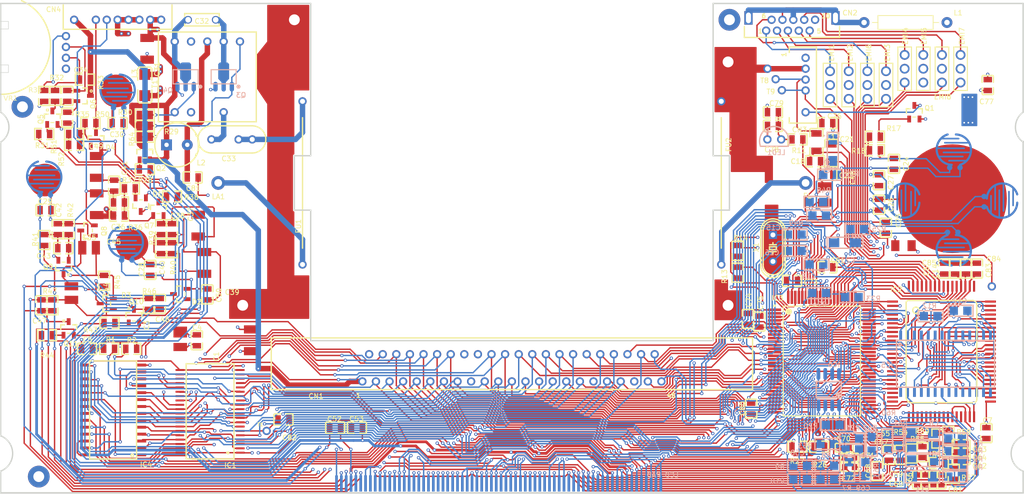
<source format=kicad_pcb>
(kicad_pcb (version 20240108) (generator "pcbnew") (generator_version "8.0")
  (layers (0 "F.Cu" signal "TopLayer") (1 "In1.Cu" signal "5V+Signal") (2 "In2.Cu" signal "GND") (31 "B.Cu" signal "BottomLayer") (34 "B.Paste" user "BottomPasteMaskLayer") (35 "F.Paste" user "TopPasteMaskLayer") (36 "B.SilkS" user "BottomSilkLayer") (37 "F.SilkS" user "TopSilkLayer") (38 "B.Mask" user "BottomSolderMaskLayer") (39 "F.Mask" user "TopSolderMaskLayer") (44 "Edge.Cuts" user "BoardOutLine"))
  (net 1 "")
  (net 2 "D7")
  (net 3 "D6")
  (net 4 "D5")
  (net 5 "D4")
  (net 6 "D3")
  (net 7 "GG")
  (net 8 "R11_2")
  (net 9 "R20_1")
  (net 10 "+5V")
  (net 11 "A8")
  (net 12 "A10")
  (net 13 "UP")
  (net 14 "DOWN")
  (net 15 "LE")
  (net 16 "RI")
  (net 17 "A9")
  (net 18 "ANALOG+5V")
  (net 19 "A7")
  (net 20 "A6")
  (net 21 "A5")
  (net 22 "A4")
  (net 23 "GND")
  (net 24 "CN3_5")
  (net 25 "D2")
  (net 26 "D0")
  (net 27 "D1")
  (net 28 "A14")
  (net 29 "EXM1")
  (net 30 "A15")
  (net 31 "MREQ")
  (net 32 "RD")
  (net 33 "NMI")
  (net 34 "C21_1")
  (net 35 "R24_1")
  (net 36 "R23_1")
  (net 37 "M1")
  (net 38 "IORQ")
  (net 39 "R22_2")
  (net 40 "C23_2")
  (net 41 "IC6_5")
  (net 42 "C11_2")
  (net 43 "C10_2")
  (net 44 "C9_2")
  (net 45 "R3_1")
  (net 46 "CLB2")
  (net 47 "CLB3")
  (net 48 "P3")
  (net 49 "C8_1")
  (net 50 "R10_2")
  (net 51 "R9_2")
  (net 52 "R21_1")
  (net 53 "R53_1")
  (net 54 "DB")
  (net 55 "C17_1")
  (net 56 "IC6_3")
  (net 57 "R61_1")
  (net 58 "R60_1")
  (net 59 "R62_1")
  (net 60 "R63_1")
  (net 61 "TV")
  (net 62 "IC5_1")
  (net 63 "IC5_26")
  (net 64 "AD2")
  (net 65 "INT")
  (net 66 "AD3")
  (net 67 "AD6")
  (net 68 "AD4")
  (net 69 "AD1")
  (net 70 "AD0")
  (net 71 "IC5_2")
  (net 72 "AD5")
  (net 73 "IC5_25")
  (net 74 "WR")
  (net 75 "IC1_26")
  (net 76 "IC2_29")
  (net 77 "IC2_28")
  (net 78 "IC2_27")
  (net 79 "IC2_26")
  (net 80 "IC2_21")
  (net 81 "IC2_20")
  (net 82 "IC2_19")
  (net 83 "IC2_18")
  (net 84 "IC5_24")
  (net 85 "IC5_23")
  (net 86 "IC5_21")
  (net 87 "IC5_20")
  (net 88 "AD7")
  (net 89 "IC5_27")
  (net 90 "IC5_22")
  (net 91 "R41_2")
  (net 92 "R43_2")
  (net 93 "R44_2")
  (net 94 "CN4_6")
  (net 95 "PS")
  (net 96 "TR")
  (net 97 "LCD")
  (net 98 "IC4_20")
  (net 99 "TL")
  (net 100 "A0")
  (net 101 "A2")
  (net 102 "R52_1")
  (net 103 "R51_1")
  (net 104 "CLA3")
  (net 105 "D04")
  (net 106 "D02")
  (net 107 "CLA2")
  (net 108 "R40_1")
  (net 109 "P2")
  (net 110 "P4")
  (net 111 "P1")
  (net 112 "R40_2")
  (net 113 "CL2")
  (net 114 "R39_2")
  (net 115 "CLB1")
  (net 116 "D01")
  (net 117 "CLA1")
  (net 118 "D03")
  (net 119 "DW")
  (net 120 "C46_1")
  (net 121 "C45_2")
  (net 122 "R47_1")
  (net 123 "C44_1")
  (net 124 "A3")
  (net 125 "A1")
  (net 126 "A11")
  (net 127 "A13")
  (net 128 "A12")
  (net 129 "RFSH")
  (net 130 "+34V")
  (net 131 "R35_2")
  (net 132 "X1_2")
  (net 133 "X1_1")
  (net 134 "EMI6_3")
  (net 135 "EMI1_3")
  (net 136 "VR1_1")
  (net 137 "C32_1")
  (net 138 "C32_2")
  (net 139 "Q4_1")
  (net 140 "Q3_1")
  (net 141 "L1_2")
  (net 142 "LA1_1")
  (net 143 "FU1_2")
  (net 144 "FU1_1")
  (net 145 "C33_1")
  (net 146 "IC1_25")
  (net 147 "IC1_24")
  (net 148 "+2.5V")
  (net 149 "CN3_3")
  (net 150 "CN3_4")
  (net 151 "R8_2")
  (net 152 "IC2_17")
  (net 153 "EXM2")
  (net 154 "EMI3_1")
  (net 155 "EMI8_1")
  (net 156 "EMI4_1")
  (net 157 "EMI2_1")
  (net 158 "EMI1_1")
  (net 159 "EMI7_1")
  (net 160 "EMI6_1")
  (net 161 "VCLK")
  (net 162 "SAMP")
  (net 163 "CCLK")
  (net 164 "R58_1")
  (net 165 "R59_1")
  (net 166 "T5")
  (net 167 "T3")
  (net 168 "T6")
  (net 169 "T4")
  (net 170 "R36_1")
  (net 171 "L2_2")
  (net 172 "CN4_7")
  (net 173 "R31_2")
  (net 174 "Q6_2")
  (net 175 "VR1_3")
  (net 176 "VR1_2")
  (net 177 "Q5_1")
  (net 178 "Q8_3")
  (net 179 "Q9_3")
  (net 180 "C42_2")
  (net 181 "Q8_2")
  (net 182 "Q10_3")
  (net 183 "R38_1")
  (net 184 "R37_1")
  (net 185 "Q2_2")
  (net 186 "Q11_3")
  (net 187 "CLK")
  (net 188 "R13_2")
  (net 189 "LED1_2")
  (net 190 "EMI4_3")
  (net 191 "EMI2_3")
  (net 192 "EMI3_3")
  (net 193 "EMI5_3")
  (net 194 "EMI7_3")
  (net 195 "EMI8_3")
  (net 196 "C73_1")
  (net 197 "Q1_2")
  (net 198 "CSYNC")
  (footprint "BackupProjects_allisonbarfield_personal_3_20250219:SOT-23-3_L2.9-W1.3-P1.90-LS2.4-L" (layer "F.Cu") (at 65.2502 77.0004 180)
    (property "Reference" "Q6")
    (property "Value" "2SC1623" (hide yes))
  )
  (footprint "BackupProjects_allisonbarfield_personal_3_20250219:SOT-23-3_L2.9-W1.3-P1.90-LS2.4-TR" (layer "F.Cu") (at 76.4998 87.5008 -90)
    (property "Reference" "Q2")
    (property "Value" "2SC1623???" (hide yes))
  )
  (footprint "BackupProjects_allisonbarfield_personal_3_20250219:R0805" (layer "F.Cu") (at 210.7508 84.501)
    (property "Reference" "R17")
    (property "Value" "0" (hide yes))
  )
  (footprint "BackupProjects_allisonbarfield_personal_3_20250219:C0805" (layer "F.Cu") (at 88.0002 113.5002 90)
    (property "Reference" "C50")
    (property "Value" "1u" (hide yes))
  )
  (footprint "BackupProjects_allisonbarfield_personal_3_20250219:R0805" (layer "F.Cu") (at 58.5006 121.0008 180)
    (property "Reference" "R44")
    (property "Value" "0" (hide yes))
  )
  (footprint "BackupProjects_allisonbarfield_personal_3_20250219:SSOP-40" (layer "F.Cu") (at 88.5 135 180)
    (property "Reference" "IC1")
    (property "Value" "TMPZ84C00AM-6" (hide yes))
  )
  (footprint "BackupProjects_allisonbarfield_personal_3_20250219:VR1" (layer "F.Cu") (at 56 68)
    (property "Reference" "VR1")
    (property "Value" "20K" (hide yes))
    (fp_poly (pts (xy -4.572 -4.699) (xy -5.969 -4.699) (xy -5.969 -3.302) (xy -4.572 -3.302)) (stroke (width 0.1)) (fill none) (layer "Edge.Cuts"))
    (fp_poly (pts (xy -4.572 3.302) (xy -5.969 3.302) (xy -5.969 4.699) (xy -4.572 4.699)) (stroke (width 0.1)) (fill none) (layer "Edge.Cuts"))
  )
  (footprint "BackupProjects_allisonbarfield_personal_3_20250219:C0805" (layer "F.Cu") (at 195.5006 111.0008)
    (property "Reference" "C73")
    (property "Value" "1u" (hide yes))
  )
  (footprint "BackupProjects_allisonbarfield_personal_3_20250219:CONNECTOR3" (layer "F.Cu") (at 195 68)
    (property "Reference" "CN3")
    (property "Value" "WIRE HARN SP FOR GG" (hide yes))
  )
  (footprint "BackupProjects_allisonbarfield_personal_3_20250219:C0805" (layer "F.Cu") (at 231.5 74.9989 90)
    (property "Reference" "C77")
    (property "Value" "1u" (hide yes))
  )
  (footprint "BackupProjects_allisonbarfield_personal_3_20250219:C0805" (layer "F.Cu") (at 212.7497 101.2498 90)
    (property "Reference" "C25")
    (property "Value" "1u" (hide yes))
  )
  (footprint "BackupProjects_allisonbarfield_personal_3_20250219:Pad_gge109066" (layer "F.Cu") (at 191 71.9999)
    (property "Reference" "Pad_gge109066" (hide yes))
    (property "Value" "Pad_gge109066" (hide yes))
  )
  (footprint "BackupProjects_allisonbarfield_personal_3_20250219:LAMP" (layer "F.Cu") (at 198 92.9999 180)
    (property "Reference" "LA1")
    (property "Value" "Lamp" (hide yes))
  )
  (footprint "BackupProjects_allisonbarfield_personal_3_20250219:R0805" (layer "F.Cu") (at 79.4988 101.5012 90)
    (property "Reference" "R39")
    (property "Value" "0" (hide yes))
  )
  (footprint "BackupProjects_allisonbarfield_personal_3_20250219:C0805" (layer "F.Cu") (at 81.5003 101.5012 90)
    (property "Reference" "C38")
    (property "Value" "1u" (hide yes))
  )
  (footprint "BackupProjects_allisonbarfield_personal_3_20250219:Hole_gge24790" (layer "F.Cu") (at 94.9999 62.9999)
    (property "Reference" "Hole_gge24790" (hide yes))
    (property "Value" "Hole_gge24790" (hide yes))
  )
  (footprint "BackupProjects_allisonbarfield_personal_3_20250219:Pad_gge24780" (layer "F.Cu") (at 54 78.9999)
    (property "Reference" "Pad_gge24780" (hide yes))
    (property "Value" "Pad_gge24780" (hide yes))
  )
  (footprint "BackupProjects_allisonbarfield_personal_3_20250219:FILTER-TH_3P-L8.0-W2.5-P2.54-R" (layer "F.Cu") (at 223.0807 71.9991 90)
    (property "Reference" "EMI8")
    (property "Value" "EMI" (hide yes))
  )
  (footprint "BackupProjects_allisonbarfield_personal_3_20250219:R0805" (layer "F.Cu") (at 58.0002 84.0006)
    (property "Reference" "R31")
    (property "Value" "0" (hide yes))
  )
  (footprint "BackupProjects_allisonbarfield_personal_3_20250219:100QFP" (layer "F.Cu") (at 201 125.75)
    (property "Reference" "IC3")
    (property "Value" "315-5378B" (hide yes))
  )
  (footprint "BackupProjects_allisonbarfield_personal_3_20250219:C0805" (layer "F.Cu") (at 62.2497 77.0004 90)
    (property "Reference" "C34")
    (property "Value" "1u" (hide yes))
  )
  (footprint "BackupProjects_allisonbarfield_personal_3_20250219:C0603" (layer "F.Cu") (at 218.4994 147.5997 90)
    (property "Reference" "C66")
    (property "Value" "1u" (hide yes))
  )
  (footprint "BackupProjects_allisonbarfield_personal_3_20250219:CHOKE_HORIZONTAL_RM15MM" (layer "F.Cu") (at 216.38 63.5 180)
    (property "Reference" "L1")
    (property "Value" "1m" (hide yes))
  )
  (footprint "BackupProjects_allisonbarfield_personal_3_20250219:C1206" (layer "F.Cu") (at 199.9996 85.4992 90)
    (property "Reference" "C17")
    (property "Value" "1u" (hide yes))
  )
  (footprint "BackupProjects_allisonbarfield_personal_3_20250219:Pad_gge109074" (layer "F.Cu") (at 192.494 73.927)
    (property "Reference" "Pad_gge109074" (hide yes))
    (property "Value" "Pad_gge109074" (hide yes))
  )
  (footprint "BackupProjects_allisonbarfield_personal_3_20250219:C0805" (layer "F.Cu") (at 187.4005 118.0011 -90)
    (property "Reference" "C74")
    (property "Value" "1u" (hide yes))
  )
  (footprint "BackupProjects_allisonbarfield_personal_3_20250219:CAPASITOR TEST" (layer "F.Cu") (at 201.511 94.628 180)
    (property "Reference" "C48")
    (property "Value" "1u" (hide yes))
  )
  (footprint "BackupProjects_allisonbarfield_personal_3_20250219:R0805" (layer "F.Cu") (at 63.4993 85.9996)
    (property "Reference" "R52")
    (property "Value" "0" (hide yes))
  )
  (footprint "BackupProjects_allisonbarfield_personal_3_20250219:C0603" (layer "F.Cu") (at 226.5995 142.4994 180)
    (property "Reference" "C64")
    (property "Value" "1u" (hide yes))
  )
  (footprint "BackupProjects_allisonbarfield_personal_3_20250219:CAPASITOR TEST" (layer "F.Cu") (at 67 104.915 90)
    (property "Reference" "C45")
    (property "Value" "1u" (hide yes))
  )
  (footprint "BackupProjects_allisonbarfield_personal_3_20250219:C0805" (layer "F.Cu") (at 71.7493 98.9993)
    (property "Reference" "C36")
    (property "Value" "1u" (hide yes))
  )
  (footprint "BackupProjects_allisonbarfield_personal_3_20250219:C0805" (layer "F.Cu") (at 70.8704 93.5002 -90)
    (property "Reference" "C41")
    (property "Value" "1u" (hide yes))
  )
  (footprint "BackupProjects_allisonbarfield_personal_3_20250219:R0805" (layer "F.Cu") (at 196.4988 141.5012 180)
    (property "Reference" "R27")
    (property "Value" "0" (hide yes))
  )
  (footprint "BackupProjects_allisonbarfield_personal_3_20250219:Hole_gge24821" (layer "F.Cu") (at 235.5 107.0001)
    (property "Reference" "Hole_gge24821" (hide yes))
    (property "Value" "Hole_gge24821" (hide yes))
  )
  (footprint "BackupProjects_allisonbarfield_personal_3_20250219:R0805" (layer "F.Cu") (at 185.5006 109.4997 90)
    (property "Reference" "R13")
    (property "Value" "0" (hide yes))
  )
  (footprint "BackupProjects_allisonbarfield_personal_3_20250219:C0805" (layer "F.Cu") (at 227.4995 108.7504 90)
    (property "Reference" "C84")
    (property "Value" "1u" (hide yes))
  )
  (footprint "BackupProjects_allisonbarfield_personal_3_20250219:R0805" (layer "F.Cu") (at 59.4988 115.4992 90)
    (property "Reference" "R47")
    (property "Value" "0" (hide yes))
  )
  (footprint "BackupProjects_allisonbarfield_personal_3_20250219:C0805" (layer "F.Cu") (at 223.499 108.7504 90)
    (property "Reference" "C14")
    (property "Value" "1u" (hide yes))
  )
  (footprint "BackupProjects_allisonbarfield_personal_3_20250219:R0805" (layer "F.Cu") (at 73.7508 94.0006 180)
    (property "Reference" "R37")
    (property "Value" "0" (hide yes))
  )
  (footprint "BackupProjects_allisonbarfield_personal_3_20250219:C0805" (layer "F.Cu") (at 202.0005 108.4989 180)
    (property "Reference" "C51")
    (property "Value" "1u" (hide yes))
  )
  (footprint "BackupProjects_allisonbarfield_personal_3_20250219:SOT-23-3_L2.9-W1.3-P1.90-LS2.4-TR" (layer "F.Cu") (at 83.02 113.424)
    (property "Reference" "D2")
    (property "Value" "1SS184" (hide yes))
  )
  (footprint "BackupProjects_allisonbarfield_personal_3_20250219:R0805" (layer "F.Cu") (at 59.9992 77.0004 90)
    (property "Reference" "R32")
    (property "Value" "0" (hide yes))
  )
  (footprint "BackupProjects_allisonbarfield_personal_3_20250219:L1806" (layer "F.Cu") (at 76.5006 74.9989 -90)
    (property "Reference" "L3")
    (property "Value" "1m" (hide yes))
  )
  (footprint "BackupProjects_allisonbarfield_personal_3_20250219:C0603" (layer "F.Cu") (at 223.0003 147.5997 90)
    (property "Reference" "C61")
    (property "Value" "1u" (hide yes))
  )
  (footprint "BackupProjects_allisonbarfield_personal_3_20250219:C0805" (layer "F.Cu") (at 85.3052 91.9991 180)
    (property "Reference" "C81")
    (property "Value" "1u" (hide yes))
  )
  (footprint "BackupProjects_allisonbarfield_personal_3_20250219:C0805" (layer "F.Cu") (at 61.5004 104.9988 180)
    (property "Reference" "C43")
    (property "Value" "1u" (hide yes))
  )
  (footprint "BackupProjects_allisonbarfield_personal_3_20250219:Hole_gge24816" (layer "F.Cu") (at 235.0001 62.9999)
    (property "Reference" "Hole_gge24816" (hide yes))
    (property "Value" "Hole_gge24816" (hide yes))
  )
  (footprint "BackupProjects_allisonbarfield_personal_3_20250219:C0805" (layer "F.Cu") (at 76.4991 90.5005 180)
    (property "Reference" "R28")
    (property "Value" "0" (hide yes))
  )
  (footprint "BackupProjects_allisonbarfield_personal_3_20250219:SOT-23-3_L2.9-W1.3-P1.90-LS2.4-TR" (layer "F.Cu") (at 75.7505 97.0004 90)
    (property "Reference" "D1")
    (property "Value" "1SS184" (hide yes))
  )
  (footprint "BackupProjects_allisonbarfield_personal_3_20250219:R0805" (layer "F.Cu") (at 76.4991 80.5005)
    (property "Reference" "R30")
    (property "Value" "0" (hide yes))
  )
  (footprint "BackupProjects_allisonbarfield_personal_3_20250219:C0805" (layer "F.Cu") (at 60.4996 101.5012 -90)
    (property "Reference" "C42")
    (property "Value" "1u" (hide yes))
  )
  (footprint "BackupProjects_allisonbarfield_personal_3_20250219:Pad_gge85411" (layer "F.Cu") (at 98.8991 138.6007)
    (property "Reference" "Pad_gge85411" (hide yes))
    (property "Value" "Pad_gge85411" (hide yes))
  )
  (footprint "BackupProjects_allisonbarfield_personal_3_20250219:Hole_gge24800" (layer "F.Cu") (at 183.75 115.4999)
    (property "Reference" "Hole_gge24800" (hide yes))
    (property "Value" "Hole_gge24800" (hide yes))
  )
  (footprint "BackupProjects_allisonbarfield_personal_3_20250219:FUSE" (layer "F.Cu") (at 182.5 78.0001 180)
    (property "Reference" "FU2")
    (property "Value" "Glass tube fuse2A 3F 250VAC" (hide yes))
  )
  (footprint "BackupProjects_allisonbarfield_personal_3_20250219:Hole_gge24781" (layer "F.Cu") (at 103.9999 62.9999)
    (property "Reference" "Hole_gge24781" (hide yes))
    (property "Value" "Hole_gge24781" (hide yes))
  )
  (footprint "BackupProjects_allisonbarfield_personal_3_20250219:C0603" (layer "F.Cu") (at 206.0991 143.5001 180)
    (property "Reference" "C71")
    (property "Value" "1u" (hide yes))
  )
  (footprint "BackupProjects_allisonbarfield_personal_3_20250219:C0603" (layer "F.Cu") (at 220.0005 147.5997 90)
    (property "Reference" "C59")
    (property "Value" "1u" (hide yes))
  )
  (footprint "BackupProjects_allisonbarfield_personal_3_20250219:C0805" (layer "F.Cu") (at 214.2509 89.4997 -90)
    (property "Reference" "C24")
    (property "Value" "1u" (hide yes))
  )
  (footprint "BackupProjects_allisonbarfield_personal_3_20250219:C0805" (layer "F.Cu") (at 57.4999 115.4992 90)
    (property "Reference" "C47")
    (property "Value" "1u" (hide yes))
  )
  (footprint "BackupProjects_allisonbarfield_personal_3_20250219:CAPASITOR TEST" (layer "F.Cu") (at 86.322 100.851 180)
    (property "Reference" "C37")
    (property "Value" "1u" (hide yes))
  )
  (footprint "BackupProjects_allisonbarfield_personal_3_20250219:R0805" (layer "F.Cu") (at 210.7508 87.0004 180)
    (property "Reference" "R18")
    (property "Value" "0" (hide yes))
  )
  (footprint "BackupProjects_allisonbarfield_personal_3_20250219:CAPASITOR TEST" (layer "F.Cu") (at 63 114 180)
    (property "Reference" "C44")
    (property "Value" "1u" (hide yes))
  )
  (footprint "BackupProjects_allisonbarfield_personal_3_20250219:CAPASITOR TEST" (layer "F.Cu") (at 76.924 68.339)
    (property "Reference" "C31")
    (property "Value" "1u" (hide yes))
  )
  (footprint "BackupProjects_allisonbarfield_personal_3_20250219:CAPASITOR TEST" (layer "F.Cu") (at 67.653 90.056)
    (property "Reference" "C49")
    (property "Value" "1u" (hide yes))
  )
  (footprint "BackupProjects_allisonbarfield_personal_3_20250219:R0805" (layer "F.Cu") (at 69.9382 123.5002)
    (property "Reference" "R1")
    (property "Value" "0" (hide yes))
  )
  (footprint "BackupProjects_allisonbarfield_personal_3_20250219:Pad_gge90736" (layer "F.Cu") (at 232.245 112.027)
    (property "Reference" "Pad_gge90736" (hide yes))
    (property "Value" "Pad_gge90736" (hide yes))
  )
  (footprint "BackupProjects_allisonbarfield_personal_3_20250219:CN4" (layer "F.Cu") (at 61.5 64.7501)
    (property "Reference" "CN4")
    (property "Value" "CN4" (hide yes))
  )
  (footprint "BackupProjects_allisonbarfield_personal_3_20250219:R0805" (layer "F.Cu") (at 222.2493 140 -90)
    (property "Reference" "R59")
    (property "Value" "0" (hide yes))
  )
  (footprint "BackupProjects_allisonbarfield_personal_3_20250219:C0805" (layer "F.Cu") (at 189.5011 118.4989 -90)
    (property "Reference" "C75")
    (property "Value" "1u" (hide yes))
  )
  (footprint "BackupProjects_allisonbarfield_personal_3_20250219:100UH-3A" (layer "F.Cu") (at 82.0241 81.6821 -90)
    (property "Reference" "L2")
    (property "Value" "1m" (hide yes))
  )
  (footprint "BackupProjects_allisonbarfield_personal_3_20250219:C0805" (layer "F.Cu") (at 58.2492 98.0011 180)
    (property "Reference" "C29")
    (property "Value" "1u" (hide yes))
  )
  (footprint "BackupProjects_allisonbarfield_personal_3_20250219:SOT-23-3_L2.9-W1.3-P1.90-LS2.4-L" (layer "F.Cu") (at 62.4993 119.7511 -90)
    (property "Reference" "Q11")
    (property "Value" "2SC1623" (hide yes))
  )
  (footprint "BackupProjects_allisonbarfield_personal_3_20250219:R0805" (layer "F.Cu") (at 58.0002 77.0004 90)
    (property "Reference" "R34")
    (property "Value" "0" (hide yes))
  )
  (footprint "BackupProjects_allisonbarfield_personal_3_20250219:SOT-23-3_L2.9-W1.3-P1.90-LS2.4-TR" (layer "F.Cu") (at 67.526 84.9989 -90)
    (property "Reference" "D4")
    (property "Value" "1SS184" (hide yes))
  )
  (footprint "BackupProjects_allisonbarfield_personal_3_20250219:CAPASITOR TEST" (layer "F.Cu") (at 67.653 96.914)
    (property "Reference" "C35")
    (property "Value" "1u" (hide yes))
  )
  (footprint "BackupProjects_allisonbarfield_personal_3_20250219:CAPASITOR TEST" (layer "F.Cu") (at 216.497 104.534 90)
    (property "Reference" "C6")
    (property "Value" "1u" (hide yes))
  )
  (footprint "BackupProjects_allisonbarfield_personal_3_20250219:CN1" (layer "F.Cu") (at 99.75 121.5)
    (property "Reference" "CN1")
    (property "Value" "CONN 45P FOR GG 01" (hide yes))
  )
  (footprint "BackupProjects_allisonbarfield_personal_3_20250219:CAPASITOR TEST" (layer "F.Cu") (at 87.465 107.709 180)
    (property "Reference" "C39")
    (property "Value" "1u" (hide yes))
  )
  (footprint "BackupProjects_allisonbarfield_personal_3_20250219:C0805" (layer "F.Cu") (at 86.0672 121.933 -90)
    (property "Reference" "C4")
    (property "Value" "1u" (hide yes))
  )
  (footprint "BackupProjects_allisonbarfield_personal_3_20250219:R0805" (layer "F.Cu") (at 224.2509 139.4996 -90)
    (property "Reference" "R58")
    (property "Value" "0" (hide yes))
  )
  (footprint "BackupProjects_allisonbarfield_personal_3_20250219:R0805" (layer "F.Cu") (at 62.5011 101.5012 90)
    (property "Reference" "R42")
    (property "Value" "0" (hide yes))
  )
  (footprint "BackupProjects_allisonbarfield_personal_3_20250219:C0603" (layer "F.Cu") (at 221.4991 147.5997 90)
    (property "Reference" "C60")
    (property "Value" "1u" (hide yes))
  )
  (footprint "BackupProjects_allisonbarfield_personal_3_20250219:R0805" (layer "F.Cu") (at 65.4932 74.0007)
    (property "Reference" "R33")
    (property "Value" "0" (hide yes))
  )
  (footprint "BackupProjects_allisonbarfield_personal_3_20250219:C0805" (layer "F.Cu") (at 213.3492 142.9998 90)
    (property "Reference" "C67")
    (property "Value" "1u" (hide yes))
  )
  (footprint "BackupProjects_allisonbarfield_personal_3_20250219:R0805" (layer "F.Cu") (at 66.5092 81.9991 180)
    (property "Reference" "R50")
    (property "Value" "0" (hide yes))
  )
  (footprint "BackupProjects_allisonbarfield_personal_3_20250219:SOT-23-3_L2.9-W1.3-P1.90-LS2.4-L" (layer "F.Cu") (at 61.557 108.471 90)
    (property "Reference" "Q9")
    (property "Value" "2SC1623" (hide yes))
  )
  (footprint "BackupProjects_allisonbarfield_personal_3_20250219:C0805" (layer "F.Cu") (at 202.0005 81.9991)
    (property "Reference" "C76")
    (property "Value" "1u" (hide yes))
  )
  (footprint "BackupProjects_allisonbarfield_personal_3_20250219:FILTER-TH_3P-L8.0-W2.5-P2.54-R" (layer "F.Cu") (at 212.7911 74.9989 90)
    (property "Reference" "EMI3")
    (property "Value" "EMI" (hide yes))
  )
  (footprint "BackupProjects_allisonbarfield_personal_3_20250219:R0805" (layer "F.Cu") (at 81.5003 95.4992)
    (property "Reference" "R38")
    (property "Value" "0" (hide yes))
  )
  (footprint "BackupProjects_allisonbarfield_personal_3_20250219:R0805" (layer "F.Cu") (at 81.5003 104.9988 -90)
    (property "Reference" "R40")
    (property "Value" "0" (hide yes))
  )
  (footprint "BackupProjects_allisonbarfield_personal_3_20250219:R0805" (layer "F.Cu") (at 185.5006 105.4992 -90)
    (property "Reference" "R14")
    (property "Value" "0" (hide yes))
  )
  (footprint "BackupProjects_allisonbarfield_personal_3_20250219:C1206" (layer "F.Cu") (at 202.7504 87.5008 90)
    (property "Reference" "C21")
    (property "Value" "1u" (hide yes))
  )
  (footprint "BackupProjects_allisonbarfield_personal_3_20250219:C0805" (layer "F.Cu") (at 102.0007 136.4999 180)
    (property "Reference" "C82")
    (property "Value" "1u" (hide yes))
  )
  (footprint "BackupProjects_allisonbarfield_personal_3_20250219:R0805" (layer "F.Cu") (at 69.9992 118.7504 180)
    (property "Reference" "R43")
    (property "Value" "0" (hide yes))
  )
  (footprint "BackupProjects_allisonbarfield_personal_3_20250219:C0805" (layer "F.Cu") (at 211.5001 97.0004 -90)
    (property "Reference" "C26")
    (property "Value" "1u" (hide yes))
  )
  (footprint "BackupProjects_allisonbarfield_personal_3_20250219:R0805" (layer "F.Cu") (at 217.4995 142.7508 -90)
    (property "Reference" "R54")
    (property "Value" "0" (hide yes))
  )
  (footprint "BackupProjects_allisonbarfield_personal_3_20250219:SOT-23-3_L2.9-W1.3-P1.90-LS2.4-L" (layer "F.Cu") (at 74.5008 117.5007 -90)
    (property "Reference" "Q10")
    (property "Value" "2SA812" (hide yes))
  )
  (footprint "BackupProjects_allisonbarfield_personal_3_20250219:R0805" (layer "F.Cu") (at 196.4988 84.9989)
    (property "Reference" "R11")
    (property "Value" "0" (hide yes))
  )
  (footprint "BackupProjects_allisonbarfield_personal_3_20250219:FILTER-TH_3P-L8.0-W2.5-P2.54-R" (layer "F.Cu") (at 226.4995 71.9991 90)
    (property "Reference" "EMI7")
    (property "Value" "EMI" (hide yes))
  )
  (footprint "BackupProjects_allisonbarfield_personal_3_20250219:C0603" (layer "F.Cu") (at 206.0991 145.2502 180)
    (property "Reference" "C72")
    (property "Value" "1u" (hide yes))
  )
  (footprint "BackupProjects_allisonbarfield_personal_3_20250219:SOT-23-3_L2.9-W1.3-P1.90-LS2.4-TR" (layer "F.Cu") (at 78.9992 97.7497 -90)
    (property "Reference" "Q7")
    (property "Value" "2SC1623" (hide yes))
  )
  (footprint "BackupProjects_allisonbarfield_personal_3_20250219:CAP33" (layer "F.Cu") (at 88.75 85)
    (property "Reference" "C33")
    (property "Value" "1u" (hide yes))
  )
  (footprint "BackupProjects_allisonbarfield_personal_3_20250219:CAPASITOR TEST" (layer "F.Cu") (at 95.974 121.933)
    (property "Reference" "C1")
    (property "Value" "1u" (hide yes))
  )
  (footprint "BackupProjects_allisonbarfield_personal_3_20250219:R0805" (layer "F.Cu") (at 69.001 111.0008 -90)
    (property "Reference" "R45")
    (property "Value" "0" (hide yes))
  )
  (footprint "BackupProjects_allisonbarfield_personal_3_20250219:C0805" (layer "F.Cu") (at 71.5003 81.9991)
    (property "Reference" "C30")
    (property "Value" "1u" (hide yes))
  )
  (footprint "BackupProjects_allisonbarfield_personal_3_20250219:R0805" (layer "F.Cu") (at 225.2491 146.4999 -90)
    (property "Reference" "R57")
    (property "Value" "0" (hide yes))
  )
  (footprint "BackupProjects_allisonbarfield_personal_3_20250219:Hole_gge24795" (layer "F.Cu") (at 94.5 115.4999)
    (property "Reference" "Hole_gge24795" (hide yes))
    (property "Value" "Hole_gge24795" (hide yes))
  )
  (footprint "BackupProjects_allisonbarfield_personal_3_20250219:C0805" (layer "F.Cu") (at 192.0005 82.4995 180)
    (property "Reference" "C78")
    (property "Value" "1u" (hide yes))
  )
  (footprint "BackupProjects_allisonbarfield_personal_3_20250219:C0805" (layer "F.Cu") (at 211.2003 145.9995 90)
    (property "Reference" "C68")
    (property "Value" "1u" (hide yes))
  )
  (footprint "BackupProjects_allisonbarfield_personal_3_20250219:R0805" (layer "F.Cu") (at 222.5008 144.5009)
    (property "Reference" "R56")
    (property "Value" "0" (hide yes))
  )
  (footprint "BackupProjects_allisonbarfield_personal_3_20250219:R0805" (layer "F.Cu") (at 73.9997 123.5002 180)
    (property "Reference" "R2")
    (property "Value" "0" (hide yes))
  )
  (footprint "BackupProjects_allisonbarfield_personal_3_20250219:Pad_gge24811" (layer "F.Cu") (at 184 62.9999)
    (property "Reference" "Pad_gge24811" (hide yes))
    (property "Value" "Pad_gge24811" (hide yes))
  )
  (footprint "BackupProjects_allisonbarfield_personal_3_20250219:FILTER-TH_3P-L8.0-W2.5-P2.54-R" (layer "F.Cu") (at 205.9306 74.9989 90)
    (property "Reference" "EMI2")
    (property "Value" "EMI" (hide yes))
  )
  (footprint "BackupProjects_allisonbarfield_personal_3_20250219:R0805" (layer "F.Cu") (at 76.4991 84.501 180)
    (property "Reference" "R64")
    (property "Value" "0" (hide yes))
  )
  (footprint "BackupProjects_allisonbarfield_personal_3_20250219:C0805" (layer "F.Cu") (at 79.2499 115.2503 90)
    (property "Reference" "C46")
    (property "Value" "1u" (hide yes))
  )
  (footprint "BackupProjects_allisonbarfield_personal_3_20250219:C0805" (layer "F.Cu") (at 111.5003 138.001)
    (property "Reference" "C52")
    (property "Value" "1u" (hide yes))
  )
  (footprint "BackupProjects_allisonbarfield_personal_3_20250219:Hole_gge24805" (layer "F.Cu") (at 183.75 70.75)
    (property "Reference" "Hole_gge24805" (hide yes))
    (property "Value" "Hole_gge24805" (hide yes))
  )
  (footprint "BackupProjects_allisonbarfield_personal_3_20250219:Hole_gge24831" (layer "F.Cu") (at 213.9999 85.5)
    (property "Reference" "Hole_gge24831" (hide yes))
    (property "Value" "Hole_gge24831" (hide yes))
  )
  (footprint "BackupProjects_allisonbarfield_personal_3_20250219:TO-236MOD_L2.9-W1.5-P0.95-LS2.5-BR" (layer "F.Cu") (at 69.501 115.1995)
    (property "Reference" "D3")
    (property "Value" "1SS184" (hide yes))
  )
  (footprint "BackupProjects_allisonbarfield_personal_3_20250219:C0805" (layer "F.Cu") (at 211.5001 92.4995 -90)
    (property "Reference" "C27")
    (property "Value" "1u" (hide yes))
  )
  (footprint "BackupProjects_allisonbarfield_personal_3_20250219:C0805" (layer "F.Cu") (at 215.5006 142.9998 90)
    (property "Reference" "C65")
    (property "Value" "1u" (hide yes))
  )
  (footprint "BackupProjects_allisonbarfield_personal_3_20250219:80-QFP" (layer "F.Cu") (at 223 124)
    (property "Reference" "IC2")
    (property "Value" "315-5377" (hide yes))
  )
  (footprint "BackupProjects_allisonbarfield_personal_3_20250219:FILTER-TH_3P-L8.0-W2.5-P2.54-R" (layer "F.Cu") (at 202.4991 74.9989 90)
    (property "Reference" "EMI1")
    (property "Value" "EMI" (hide yes))
  )
  (footprint "BackupProjects_allisonbarfield_personal_3_20250219:CAPASITOR TEST" (layer "F.Cu") (at 83.02 121.171)
    (property "Reference" "C3")
    (property "Value" "1u" (hide yes))
  )
  (footprint "BackupProjects_allisonbarfield_personal_3_20250219:C0805" (layer "F.Cu") (at 115.5008 138.001)
    (property "Reference" "C53")
    (property "Value" "1u" (hide yes))
  )
  (footprint "BackupProjects_allisonbarfield_personal_3_20250219:C0805" (layer "F.Cu") (at 76.4991 82.4995)
    (property "Reference" "R29")
    (property "Value" "0" (hide yes))
  )
  (footprint "BackupProjects_allisonbarfield_personal_3_20250219:FP-28DA" (layer "F.Cu") (at 76 143 180)
    (property "Reference" "IC4")
    (property "Value" "MB8464A-10LL" (hide yes))
  )
  (footprint "BackupProjects_allisonbarfield_personal_3_20250219:R0805" (layer "F.Cu") (at 71.7493 96.599 180)
    (property "Reference" "R36")
    (property "Value" "0" (hide yes))
  )
  (footprint "BackupProjects_allisonbarfield_personal_3_20250219:R0805" (layer "F.Cu") (at 219.5011 142.4994 -90)
    (property "Reference" "R55")
    (property "Value" "0" (hide yes))
  )
  (footprint "BackupProjects_allisonbarfield_personal_3_20250219:C0805" (layer "F.Cu") (at 225.5005 108.7504 90)
    (property "Reference" "C85")
    (property "Value" "1u" (hide yes))
  )
  (footprint "BackupProjects_allisonbarfield_personal_3_20250219:Pad_gge109081" (layer "F.Cu") (at 193.637 75.959)
    (property "Reference" "Pad_gge109081" (hide yes))
    (property "Value" "Pad_gge109081" (hide yes))
  )
  (footprint "BackupProjects_allisonbarfield_personal_3_20250219:SOT-23-3_L2.9-W1.3-P1.90-LS2.4-TR" (layer "F.Cu") (at 218.0007 80.0001 -90)
    (property "Reference" "Q1")
    (property "Value" "2SC1623" (hide yes))
  )
  (footprint "BackupProjects_allisonbarfield_personal_3_20250219:C0805" (layer "F.Cu") (at 77.4998 108.9993 -90)
    (property "Reference" "C28")
    (property "Value" "1u" (hide yes))
  )
  (footprint "BackupProjects_allisonbarfield_personal_3_20250219:FUSE" (layer "F.Cu") (at 105.5 78.0001 180)
    (property "Reference" "FU1")
    (property "Value" "Glass tube fuse2A 3F 250VAC" (hide yes))
  )
  (footprint "BackupProjects_allisonbarfield_personal_3_20250219:TR1" (layer "F.Cu") (at 79 65.2499)
    (property "Reference" "T1")
    (property "Value" "Transformer T1" (hide yes))
  )
  (footprint "BackupProjects_allisonbarfield_personal_3_20250219:C0805" (layer "F.Cu") (at 229.501 108.7504 90)
    (property "Reference" "C83")
    (property "Value" "1u" (hide yes))
  )
  (footprint "BackupProjects_allisonbarfield_personal_3_20250219:C0805" (layer "F.Cu") (at 65.8742 123.5002 180)
    (property "Reference" "C5")
    (property "Value" "1u" (hide yes))
  )
  (footprint "BackupProjects_allisonbarfield_personal_3_20250219:C0805" (layer "F.Cu") (at 231.2511 138.9993 -90)
    (property "Reference" "C7")
    (property "Value" "1u" (hide yes))
  )
  (footprint "BackupProjects_allisonbarfield_personal_3_20250219:C0805" (layer "F.Cu") (at 79.4988 104.9988 -90)
    (property "Reference" "C40")
    (property "Value" "1u" (hide yes))
  )
  (footprint "BackupProjects_allisonbarfield_personal_3_20250219:C0603" (layer "F.Cu") (at 205.1009 141.6993 180)
    (property "Reference" "C70")
    (property "Value" "1u" (hide yes))
  )
  (footprint "BackupProjects_allisonbarfield_personal_3_20250219:CERAMIC-5.08" (layer "F.Cu") (at 87 63)
    (property "Reference" "C32")
    (property "Value" "1u" (hide yes))
  )
  (footprint "BackupProjects_allisonbarfield_personal_3_20250219:C0805" (layer "F.Cu") (at 188 134.5009 -90)
    (property "Reference" "C80")
    (property "Value" "1u" (hide yes))
  )
  (footprint "BackupProjects_allisonbarfield_personal_3_20250219:C0805" (layer "F.Cu") (at 199.75 88.9994)
    (property "Reference" "C18")
    (property "Value" "1u" (hide yes))
  )
  (footprint "BackupProjects_allisonbarfield_personal_3_20250219:C0805" (layer "F.Cu") (at 202.0005 91.5013)
    (property "Reference" "C22")
    (property "Value" "1u" (hide yes))
  )
  (footprint "BackupProjects_allisonbarfield_personal_3_20250219:R0805" (layer "F.Cu") (at 63.4993 84.0006 180)
    (property "Reference" "R51")
    (property "Value" "0" (hide yes))
  )
  (footprint "BackupProjects_allisonbarfield_personal_3_20250219:FILTER-TH_3P-L8.0-W2.5-P2.54-R" (layer "F.Cu") (at 216.2201 71.9991 90)
    (property "Reference" "EMI4")
    (property "Value" "EMI" (hide yes))
  )
  (footprint "BackupProjects_allisonbarfield_personal_3_20250219:R0805" (layer "F.Cu") (at 58.0002 103.5002 -90)
    (property "Reference" "R41")
    (property "Value" "0" (hide yes))
  )
  (footprint "BackupProjects_allisonbarfield_personal_3_20250219:FILTER-TH_3P-L8.0-W2.5-P2.54-R" (layer "F.Cu") (at 219.6491 71.9991 90)
    (property "Reference" "EMI5")
    (property "Value" "EMI" (hide yes))
  )
  (footprint "BackupProjects_allisonbarfield_personal_3_20250219:C0603" (layer "F.Cu") (at 226.5995 141.0008 180)
    (property "Reference" "C63")
    (property "Value" "1u" (hide yes))
  )
  (footprint "BackupProjects_allisonbarfield_personal_3_20250219:R0805" (layer "F.Cu") (at 77.2509 115.2503 90)
    (property "Reference" "R46")
    (property "Value" "0" (hide yes))
  )
  (footprint "BackupProjects_allisonbarfield_personal_3_20250219:R0805" (layer "F.Cu") (at 62.2497 81.0009 -90)
    (property "Reference" "R35")
    (property "Value" "0" (hide yes))
  )
  (footprint "BackupProjects_allisonbarfield_personal_3_20250219:Pad_gge24769" (layer "F.Cu") (at 57 147)
    (property "Reference" "Pad_gge24769" (hide yes))
    (property "Value" "Pad_gge24769" (hide yes))
  )
  (footprint "BackupProjects_allisonbarfield_personal_3_20250219:HC-49US_L11.5-W4.5-P4.88" (layer "F.Cu") (at 192.0012 104.9988 -90)
    (property "Reference" "X1")
    (property "Value" "32.2159MHz" (hide yes))
  )
  (footprint "BackupProjects_allisonbarfield_personal_3_20250219:CN2" (layer "F.Cu") (at 195.5 63.825)
    (property "Reference" "CN2")
    (property "Value" "CONN 10P FOR GG" (hide yes))
  )
  (footprint "BackupProjects_allisonbarfield_personal_3_20250219:R0805" (layer "F.Cu") (at 200.4993 141.5012)
    (property "Reference" "R26")
    (property "Value" "0" (hide yes))
  )
  (footprint "BackupProjects_allisonbarfield_personal_3_20250219:Hole_gge24826" (layer "F.Cu") (at 230.9999 147)
    (property "Reference" "Hole_gge24826" (hide yes))
    (property "Value" "Hole_gge24826" (hide yes))
  )
  (footprint "BackupProjects_allisonbarfield_personal_3_20250219:C0603" (layer "F.Cu") (at 226.5995 144.0005 180)
    (property "Reference" "C62")
    (property "Value" "1u" (hide yes))
  )
  (footprint "BackupProjects_allisonbarfield_personal_3_20250219:SOT-23-3_L2.9-W1.3-P1.90-LS2.4-L" (layer "F.Cu") (at 59.4996 81.0009 -90)
    (property "Reference" "Q5")
    (property "Value" "2SC1623" (hide yes))
  )
  (footprint "BackupProjects_allisonbarfield_personal_3_20250219:FILTER-TH_3P-L8.0-W2.5-P2.54-R" (layer "F.Cu") (at 209.3596 74.9989 90)
    (property "Reference" "EMI6")
    (property "Value" "EMI" (hide yes))
  )
  (footprint "BackupProjects_allisonbarfield_personal_3_20250219:C0805" (layer "F.Cu") (at 192.0005 80.0001)
    (property "Reference" "C79")
    (property "Value" "1u" (hide yes))
  )
  (footprint "BackupProjects_allisonbarfield_personal_3_20250219:SOT-23-3_L2.9-W1.3-P1.90-LS2.4-TR" (layer "F.Cu") (at 65.969 101.7502)
    (property "Reference" "Q8")
    (property "Value" "2SA812" (hide yes))
  )
  (footprint "BackupProjects_allisonbarfield_personal_3_20250219:C20,23" (layer "B.Cu") (at 203 87 180)
    (property "Reference" "C20")
    (property "Value" "1u" (hide yes))
  )
  (footprint "BackupProjects_allisonbarfield_personal_3_20250219:BUTTON" (layer "B.Cu") (at 225.26 87.008 -90)
    (property "Reference" "SW1" (hide yes))
    (property "Value" "UP" (hide yes))
  )
  (footprint "BackupProjects_allisonbarfield_personal_3_20250219:BUTTON" (layer "B.Cu") (at 234.0001 96.2511 180)
    (property "Reference" "SW3" (hide yes))
    (property "Value" "LEFT" (hide yes))
  )
  (footprint "BackupProjects_allisonbarfield_personal_3_20250219:BUTTON" (layer "B.Cu") (at 71.5 76 -90)
    (property "Reference" "SW7" (hide yes))
    (property "Value" "PS" (hide yes))
  )
  (footprint "BackupProjects_allisonbarfield_personal_3_20250219:R1205" (layer "B.Cu") (at 202.5 91.5 -90)
    (property "Reference" "R22")
    (property "Value" "0" (hide yes))
  )
  (footprint "BackupProjects_allisonbarfield_personal_3_20250219:R1205" (layer "B.Cu") (at 213 140.5 180)
    (property "Reference" "R60")
    (property "Value" "0" (hide yes))
  )
  (footprint "BackupProjects_allisonbarfield_personal_3_20250219:R1205" (layer "B.Cu") (at 206.6 140 90)
    (property "Reference" "R21")
    (property "Value" "0" (hide yes))
  )
  (footprint "BackupProjects_allisonbarfield_personal_3_20250219:BUTTON" (layer "B.Cu") (at 225.2498 105.2503 90)
    (property "Reference" "SW2" (hide yes))
    (property "Value" "DOWN" (hide yes))
  )
  (footprint "BackupProjects_allisonbarfield_personal_3_20250219:1806" (layer "B.Cu") (at 219.5 144)
    (property "Reference" "C10")
    (property "Value" "1u" (hide yes))
  )
  (footprint "BackupProjects_allisonbarfield_personal_3_20250219:C1205" (layer "B.Cu") (at 200 108 90)
    (property "Reference" "C19")
    (property "Value" "1u" (hide yes))
  )
  (footprint "BackupProjects_allisonbarfield_personal_3_20250219:R1205" (layer "B.Cu") (at 202 145 -90)
    (property "Reference" "R8")
    (property "Value" "0" (hide yes))
  )
  (footprint "BackupProjects_allisonbarfield_personal_3_20250219:R1205" (layer "B.Cu") (at 200.5 113.25 -90)
    (property "Reference" "R24")
    (property "Value" "0" (hide yes))
  )
  (footprint "BackupProjects_allisonbarfield_personal_3_20250219:C1205" (layer "B.Cu") (at 196 105.5 -90)
    (property "Reference" "C16")
    (property "Value" "1u" (hide yes))
  )
  (footprint "BackupProjects_allisonbarfield_personal_3_20250219:BUTTON" (layer "B.Cu") (at 58.001 91.9991 -90)
    (property "Reference" "SW6" (hide yes))
    (property "Value" "TR" (hide yes))
  )
  (footprint "BackupProjects_allisonbarfield_personal_3_20250219:C1205" (layer "B.Cu") (at 226.5 116.5 -90)
    (property "Reference" "C12")
    (property "Value" "1u" (hide yes))
  )
  (footprint "BackupProjects_allisonbarfield_personal_3_20250219:R1205" (layer "B.Cu") (at 207.5 101.5 90)
    (property "Reference" "R25")
    (property "Value" "0" (hide yes))
  )
  (footprint "BackupProjects_allisonbarfield_personal_3_20250219:SOT89-3L" (layer "B.Cu") (at 84 74 180)
    (property "Reference" "Q4")
    (property "Value" "2sd1614" (hide yes))
  )
  (footprint "BackupProjects_allisonbarfield_personal_3_20250219:R1205" (layer "B.Cu") (at 225.5 140 -90)
    (property "Reference" "R3")
    (property "Value" "0" (hide yes))
  )
  (footprint "BackupProjects_allisonbarfield_personal_3_20250219:R1205" (layer "B.Cu") (at 197 145 90)
    (property "Reference" "R9")
    (property "Value" "0" (hide yes))
  )
  (footprint "BackupProjects_allisonbarfield_personal_3_20250219:SOT89-3L" (layer "B.Cu") (at 91 74 180)
    (property "Reference" "Q3")
    (property "Value" "2sd1614" (hide yes))
  )
  (footprint "BackupProjects_allisonbarfield_personal_3_20250219:BUTTON" (layer "B.Cu") (at 72.9997 104.0006 -90)
    (property "Reference" "SW5" (hide yes))
    (property "Value" "TL" (hide yes))
  )
  (footprint "BackupProjects_allisonbarfield_personal_3_20250219:R1205" (layer "B.Cu") (at 200 96.5 90)
    (property "Reference" "R48")
    (property "Value" "0" (hide yes))
  )
  (footprint "BackupProjects_allisonbarfield_personal_3_20250219:R1205" (layer "B.Cu") (at 225.5 147 -90)
    (property "Reference" "R6")
    (property "Value" "0" (hide yes))
  )
  (footprint "BackupProjects_allisonbarfield_personal_3_20250219:R1205" (layer "B.Cu") (at 202 141 -90)
    (property "Reference" "R53")
    (property "Value" "0" (hide yes))
  )
  (footprint "BackupProjects_allisonbarfield_personal_3_20250219:R1205" (layer "B.Cu") (at 209 145.6 180)
    (property "Reference" "R63")
    (property "Value" "0" (hide yes))
  )
  (footprint "BackupProjects_allisonbarfield_personal_3_20250219:1806" (layer "B.Cu") (at 219.5 147)
    (property "Reference" "C11")
    (property "Value" "1u" (hide yes))
  )
  (footprint "BackupProjects_allisonbarfield_personal_3_20250219:FP-28DA" (layer "B.Cu") (at 215.481 120.917 -90)
    (property "Reference" "IC5")
    (property "Value" "HM65256BLFP-10T" (hide yes))
  )
  (footprint "BackupProjects_allisonbarfield_personal_3_20250219:R1205" (layer "B.Cu") (at 225.5 142.33 -90)
    (property "Reference" "R4")
    (property "Value" "0" (hide yes))
  )
  (footprint "BackupProjects_allisonbarfield_personal_3_20250219:BUTTON" (layer "B.Cu") (at 215.9992 96.2511 180)
    (property "Reference" "SW4" (hide yes))
    (property "Value" "RIGHT" (hide yes))
  )
  (footprint "BackupProjects_allisonbarfield_personal_3_20250219:R1205" (layer "B.Cu") (at 221 117.5 90)
    (property "Reference" "R12")
    (property "Value" "0" (hide yes))
  )
  (footprint "BackupProjects_allisonbarfield_personal_3_20250219:R1205" (layer "B.Cu") (at 203 137.5 90)
    (property "Reference" "R20")
    (property "Value" "0" (hide yes))
  )
  (footprint "BackupProjects_allisonbarfield_personal_3_20250219:R1205" (layer "B.Cu") (at 210.147 140.983 180)
    (property "Reference" "R62")
    (property "Value" "0" (hide yes))
  )
  (footprint "BackupProjects_allisonbarfield_personal_3_20250219:R1205" (layer "B.Cu") (at 206.5 114 90)
    (property "Reference" "R23")
    (property "Value" "0" (hide yes))
  )
  (footprint "BackupProjects_allisonbarfield_personal_3_20250219:C1205" (layer "B.Cu") (at 206.6 142 90)
    (property "Reference" "C58")
    (property "Value" "1u" (hide yes))
  )
  (footprint "BackupProjects_allisonbarfield_personal_3_20250219:R1205" (layer "B.Cu") (at 215 140 180)
    (property "Reference" "R61")
    (property "Value" "0" (hide yes))
  )
  (footprint "BackupProjects_allisonbarfield_personal_3_20250219:1806" (layer "B.Cu") (at 219.5 141.5)
    (property "Reference" "C9")
    (property "Value" "1u" (hide yes))
  )
  (footprint "BackupProjects_allisonbarfield_personal_3_20250219:R1205" (layer "B.Cu") (at 200.5 99 -90)
    (property "Reference" "R49")
    (property "Value" "0" (hide yes))
  )
  (footprint "BackupProjects_allisonbarfield_personal_3_20250219:1806" (layer "B.Cu") (at 219.5 139)
    (property "Reference" "C8")
    (property "Value" "1u" (hide yes))
  )
  (footprint "BackupProjects_allisonbarfield_personal_3_20250219:C20,23" (layer "B.Cu") (at 205.25 104 -90)
    (property "Reference" "C23")
    (property "Value" "1u" (hide yes))
  )
  (footprint "BackupProjects_allisonbarfield_personal_3_20250219:C1205" (layer "B.Cu") (at 196 102.5 -90)
    (property "Reference" "C15")
    (property "Value" "1u" (hide yes))
  )
  (footprint "BackupProjects_allisonbarfield_personal_3_20250219:R1205" (layer "B.Cu") (at 225.5 144.67 -90)
    (property "Reference" "R5")
    (property "Value" "0" (hide yes))
  )
  (footprint "BackupProjects_allisonbarfield_personal_3_20250219:KM 8SOP 5X6" (layer "B.Cu") (at 200.001 129.5 -90)
    (property "Reference" "IC6")
    (property "Value" "IC6" (hide yes))
  )
  (footprint "BackupProjects_allisonbarfield_personal_3_20250219:R1205" (layer "B.Cu") (at 197 147.5 90)
    (property "Reference" "R10")
    (property "Value" "0" (hide yes))
  )
  (footprint "BackupProjects_allisonbarfield_personal_3_20250219:LCD" (layer "B.Cu") (at 171.631 146.7488 180)
    (property "Reference" "U1" (hide yes))
    (property "Value" "LCD PAD")
  )
  (footprint "BackupProjects_allisonbarfield_personal_3_20250219:R1205" (layer "B.Cu") (at 202 147.5 -90)
    (property "Reference" "R7")
    (property "Value" "0" (hide yes))
  )
  (footprint "BackupProjects_allisonbarfield_personal_3_20250219:LED-TH_2P-L4.80-W3.80-P2.54-L" (layer "B.Cu") (at 192.2502 84.9989)
    (property "Reference" "LED1")
    (property "Value" "LED" (hide yes))
  )
  (footprint "BackupProjects_allisonbarfield_personal_3_20250219:C1205" (layer "B.Cu") (at 206 145.6)
    (property "Reference" "C69")
    (property "Value" "1u" (hide yes))
  )
  (gr_circle (center 225.006 95.898) (end 230.006 95.898) (stroke (width 10)) (fill none) (layer "F.Cu") (net 23))
  (gr_circle (center 71.209 76.086) (end 72.7091 76.086) (stroke (width 3)) (fill none) (layer "F.Cu") (net 23))
  (gr_circle (center 74.13 104.28) (end 75.6301 104.28) (stroke (width 3)) (fill none) (layer "F.Cu") (net 23))
  (gr_circle (center 58.128 92.469) (end 59.6281 92.469) (stroke (width 3)) (fill none) (layer "F.Cu") (net 23))
  (gr_line (start 238.0007 150) (end 50 150) (stroke (width 0.254)) (layer "Edge.Cuts"))
  (gr_arc (start 238.0001 85.500072) (mid 236.590691 82.75005) (end 238.0001 80.000029) (stroke (width 0.254)) (layer "Edge.Cuts"))
  (gr_line (start 50 150) (end 238.0007 150) (stroke (width 0.254)) (layer "Edge.Cuts"))
  (gr_line (start 184.0003 98) (end 184.0003 88) (stroke (width 0.254)) (layer "Edge.Cuts"))
  (gr_line (start 184.0003 88) (end 181.0005 88) (stroke (width 0.254)) (layer "Edge.Cuts"))
  (gr_arc (start 237.96 85.357) (mid 238.0514 85.4078) (end 238.0006 85.4992) (stroke (width 0.254)) (layer "Edge.Cuts"))
  (gr_line (start 181.0005 98) (end 184.0003 98) (stroke (width 0.254)) (layer "Edge.Cuts"))
  (gr_line (start 106.9999 98) (end 107.0002 121.999) (stroke (width 0.254)) (layer "Edge.Cuts"))
  (gr_line (start 104.0004 88) (end 104.0004 98) (stroke (width 0.254)) (layer "Edge.Cuts"))
  (gr_line (start 50 80.000002) (end 50 60.0002) (stroke (width 0.254)) (layer "Edge.Cuts"))
  (gr_arc (start 50 80.000002) (mid 51.517366 82.75) (end 50 85.499999) (stroke (width 0.254)) (layer "Edge.Cuts"))
  (gr_line (start 238.0001 60.0002) (end 238.0001 80.000029) (stroke (width 0.254)) (layer "Edge.Cuts"))
  (gr_line (start 107.0002 88) (end 104.0004 88) (stroke (width 0.254)) (layer "Edge.Cuts"))
  (gr_line (start 181.0005 60.0002) (end 238.0001 60.0002) (stroke (width 0.254)) (layer "Edge.Cuts"))
  (gr_line (start 107.0002 60.0002) (end 107.0002 88) (stroke (width 0.254)) (layer "Edge.Cuts"))
  (gr_line (start 50 139.500002) (end 50 85.499999) (stroke (width 0.254)) (layer "Edge.Cuts"))
  (gr_line (start 181.0005 88) (end 181.0005 60.0002) (stroke (width 0.254)) (layer "Edge.Cuts"))
  (gr_line (start 50 60.0002) (end 107.0002 60.0002) (stroke (width 0.254)) (layer "Edge.Cuts"))
  (gr_line (start 181.0005 121.999) (end 181.0005 98) (stroke (width 0.254)) (layer "Edge.Cuts"))
  (gr_line (start 104.0004 98) (end 106.9999 98) (stroke (width 0.254)) (layer "Edge.Cuts"))
  (gr_line (start 50 150) (end 50 145.999499) (stroke (width 0.254)) (layer "Edge.Cuts"))
  (gr_line (start 238.0001 145.999999) (end 238.0007 150) (stroke (width 0.254)) (layer "Edge.Cuts"))
  (gr_arc (start 50 139.500002) (mid 52.200329 142.74975) (end 50 145.999499) (stroke (width 0.254)) (layer "Edge.Cuts"))
  (gr_line (start 107.0002 121.999) (end 181.0005 121.999) (stroke (width 0.254)) (layer "Edge.Cuts"))
  (gr_arc (start 238.0001 145.999999) (mid 235.798615 142.7498) (end 238.0001 139.499602) (stroke (width 0.254)) (layer "Edge.Cuts"))
  (gr_line (start 238.0001 85.500072) (end 238.0001 139.499602) (stroke (width 0.254)) (layer "Edge.Cuts"))
  (gr_text "T1" (at 97.117 137.081 0) (layer "F.SilkS") (effects (font (size 0.6 0.6) (thickness 0.2032)) (justify left top)))
  (gr_text "T9" (at 190.716 75.6796 0) (layer "F.SilkS") (effects (font (size 0.9144 0.9144) (thickness 0.152)) (justify left top)))
  (gr_text "FL" (at 197.447 94.8566 0) (layer "F.SilkS") (effects (font (size 0.9144 0.9144) (thickness 0.152)) (justify left top)))
  (gr_text "T8" (at 189.573 73.6476 0) (layer "F.SilkS") (effects (font (size 0.9144 0.9144) (thickness 0.152)) (justify left top)))
  (segment (start 207.16 114.0412) (end 207.16 115.2553) (width 0.254) (layer "F.Cu") (net 2))
  (segment (start 94.0698 132.982) (end 95.339 132.982) (width 0.254) (layer "F.Cu") (net 2))
  (segment (start 161.9911 132.1844) (end 163.2408 133.4341) (width 0.254) (layer "F.Cu") (net 2))
  (segment (start 173.2002 133.4341) (end 174.0003 132.634) (width 0.254) (layer "F.Cu") (net 2))
  (segment (start 186.398 133.1141) (end 186.398 137.3) (width 0.254) (layer "F.Cu") (net 2))
  (segment (start 201.3157 118.4405) (end 200.8204 118.9358) (width 0.254) (layer "F.Cu") (net 2))
  (segment (start 94.051 133.0008) (end 94.0698 132.982) (width 0.254) (layer "F.Cu") (net 2))
  (segment (start 213.9951 114.8185) (end 207.16 114.8185) (width 0.254) (layer "F.Cu") (net 2))
  (segment (start 174.0003 132.634) (end 181.6025 132.634) (width 0.254) (layer "F.Cu") (net 2))
  (segment (start 163.2408 133.4341) (end 173.2002 133.4341) (width 0.254) (layer "F.Cu") (net 2))
  (segment (start 203.9749 118.4405) (end 201.3157 118.4405) (width 0.254) (layer "F.Cu") (net 2))
  (segment (start 65.459 131.57) (end 65.474 131.585) (width 0.254) (layer "F.Cu") (net 2))
  (segment (start 181.6025 132.634) (end 182.2883 131.9482) (width 0.254) (layer "F.Cu") (net 2))
  (segment (start 144.0003 129.4997) (end 144.0003 132.1844) (width 0.254) (layer "F.Cu") (net 2))
  (segment (start 144.0003 132.1844) (end 161.9911 132.1844) (width 0.254) (layer "F.Cu") (net 2))
  (segment (start 65.474 131.585) (end 69.177 131.585) (width 0.254) (layer "F.Cu") (net 2))
  (segment (start 182.2883 131.9482) (end 185.2321 131.9482) (width 0.254) (layer "F.Cu") (net 2))
  (segment (start 207.16 114.8185) (end 207.16 114.0412) (width 0.254) (layer "F.Cu") (net 2))
  (segment (start 185.2321 131.9482) (end 186.398 133.1141) (width 0.254) (layer "F.Cu") (net 2))
  (segment (start 207.16 115.2553) (end 203.9749 118.4405) (width 0.254) (layer "F.Cu") (net 2))
  (via (at 200.8204 118.9358) (size 0.6096) (drill 0.3048) (layers "F.Cu" "B.Cu") (net 2))
  (via (at 95.339 132.982) (size 0.6096) (drill 0.3048) (layers "F.Cu" "B.Cu") (net 2))
  (via (at 69.177 131.585) (size 0.6096) (drill 0.3048) (layers "F.Cu" "B.Cu") (net 2))
  (via (at 100.8 134.633) (size 0.6096) (drill 0.3048) (layers "F.Cu" "B.Cu") (net 2))
  (via (at 186.398 137.3) (size 0.6096) (drill 0.3048) (layers "F.Cu" "B.Cu") (net 2))
  (segment (start 142.9513 130.5487) (end 141.0412 130.5487) (width 0.254) (layer "B.Cu") (net 2))
  (segment (start 69.812 132.22) (end 94.577 132.22) (width 0.254) (layer "B.Cu") (net 2))
  (segment (start 69.177 131.585) (end 69.812 132.22) (width 0.254) (layer "B.Cu") (net 2))
  (segment (start 201.4424 119.807) (end 201.4424 124.2088) (width 0.254) (layer "B.Cu") (net 2))
  (segment (start 197.4572 128.6818) (end 190.4264 135.7125) (width 0.254) (layer "B.Cu") (net 2))
  (segment (start 200.8201 118.9358) (end 200.8201 119.1847) (width 0.254) (layer "B.Cu") (net 2))
  (segment (start 144.0003 129.4997) (end 142.9513 130.5487) (width 0.254) (layer "B.Cu") (net 2))
  (segment (start 186.9695 135.7125) (end 186.398 136.284) (width 0.254) (layer "B.Cu") (net 2))
  (segment (start 190.4264 135.7125) (end 186.9695 135.7125) (width 0.254) (layer "B.Cu") (net 2))
  (segment (start 200.8201 119.1847) (end 201.4424 119.807) (width 0.254) (layer "B.Cu") (net 2))
  (segment (start 197.4572 128.1941) (end 197.4572 128.6818) (width 0.254) (layer "B.Cu") (net 2))
  (segment (start 141.0412 130.5487) (end 140.17 131.4199) (width 0.254) (layer "B.Cu") (net 2))
  (segment (start 140.17 131.4199) (end 133.0961 131.4199) (width 0.254) (layer "B.Cu") (net 2))
  (segment (start 101.1023 134.3307) (end 100.8 134.633) (width 0.254) (layer "B.Cu") (net 2))
  (segment (start 94.577 132.22) (end 95.339 132.982) (width 0.254) (layer "B.Cu") (net 2))
  (segment (start 186.398 136.284) (end 186.398 137.3) (width 0.254) (layer "B.Cu") (net 2))
  (segment (start 201.4424 124.2088) (end 197.4572 128.1941) (width 0.254) (layer "B.Cu") (net 2))
  (segment (start 133.0961 131.4199) (end 130.1853 134.3307) (width 0.254) (layer "B.Cu") (net 2))
  (segment (start 130.1853 134.3307) (end 101.1023 134.3307) (width 0.254) (layer "B.Cu") (net 2))
  (segment (start 65.459 130.3) (end 65.474 130.315) (width 0.254) (layer "F.Cu") (net 3))
  (segment (start 217.386 110.503) (end 208.8262 110.503) (width 0.254) (layer "F.Cu") (net 3))
  (segment (start 94.0513 135.4001) (end 91.7881 135.4001) (width 0.254) (layer "F.Cu") (net 3))
  (segment (start 89.243 134.633) (end 88.608 135.268) (width 0.254) (layer "F.Cu") (net 3))
  (segment (start 174.1654 133.043) (end 181.7854 133.043) (width 0.254) (layer "F.Cu") (net 3))
  (segment (start 65.474 130.315) (end 68.542 130.315) (width 0.254) (layer "F.Cu") (net 3))
  (segment (start 143.5634 132.5934) (end 161.8235 132.5934) (width 0.254) (layer "F.Cu") (net 3))
  (segment (start 91.91 126.759) (end 88.481 126.759) (width 0.254) (layer "F.Cu") (net 3))
  (segment (start 142.7506 124.5009) (end 142.7506 131.7806) (width 0.254) (layer "F.Cu") (net 3))
  (segment (start 99.911 125.997) (end 92.672 125.997) (width 0.254) (layer "F.Cu") (net 3))
  (segment (start 103.086 129.172) (end 99.911 125.997) (width 0.254) (layer "F.Cu") (net 3))
  (segment (start 185.9789 136.7031) (end 185.636 137.046) (width 0.254) (layer "F.Cu") (net 3))
  (segment (start 163.0706 133.8405) (end 173.3678 133.8405) (width 0.254) (layer "F.Cu") (net 3))
  (segment (start 200.6349 118.0341) (end 200.3601 118.3089) (width 0.254) (layer "F.Cu") (net 3))
  (segment (start 185.9789 133.3071) (end 185.9789 136.7031) (width 0.254) (layer "F.Cu") (net 3))
  (segment (start 206.525 112.8042) (end 206.525 114.0412) (width 0.254) (layer "F.Cu") (net 3))
  (segment (start 217.7797 111.9991) (end 217.7797 110.8967) (width 0.254) (layer "F.Cu") (net 3))
  (segment (start 182.4432 132.3851) (end 185.0569 132.3851) (width 0.254) (layer "F.Cu") (net 3))
  (segment (start 185.0569 132.3851) (end 185.9789 133.3071) (width 0.254) (layer "F.Cu") (net 3))
  (segment (start 91.7881 135.4001) (end 91.021 134.633) (width 0.254) (layer "F.Cu") (net 3))
  (segment (start 112.103 129.172) (end 103.086 129.172) (width 0.254) (layer "F.Cu") (net 3))
  (segment (start 217.7797 110.8967) (end 217.386 110.503) (width 0.254) (layer "F.Cu") (net 3))
  (segment (start 173.3678 133.8405) (end 174.1654 133.043) (width 0.254) (layer "F.Cu") (net 3))
  (segment (start 208.8262 110.503) (end 206.525 112.8042) (width 0.254) (layer "F.Cu") (net 3))
  (segment (start 206.525 115.3112) (end 203.8021 118.0341) (width 0.254) (layer "F.Cu") (net 3))
  (segment (start 185.636 137.046) (end 185.636 137.3) (width 0.254) (layer "F.Cu") (net 3))
  (segment (start 203.8021 118.0341) (end 200.6349 118.0341) (width 0.254) (layer "F.Cu") (net 3))
  (segment (start 206.525 114.0412) (end 206.525 115.3112) (width 0.254) (layer "F.Cu") (net 3))
  (segment (start 161.8235 132.5934) (end 163.0706 133.8405) (width 0.254) (layer "F.Cu") (net 3))
  (segment (start 181.7854 133.043) (end 182.4432 132.3851) (width 0.254) (layer "F.Cu") (net 3))
  (segment (start 92.672 125.997) (end 91.91 126.759) (width 0.254) (layer "F.Cu") (net 3))
  (segment (start 142.7506 131.7806) (end 143.5634 132.5934) (width 0.254) (layer "F.Cu") (net 3))
  (segment (start 91.021 134.633) (end 89.243 134.633) (width 0.254) (layer "F.Cu") (net 3))
  (via (at 88.608 135.268) (size 0.6096) (drill 0.3048) (layers "F.Cu" "B.Cu") (net 3))
  (via (at 200.3601 118.3089) (size 0.6096) (drill 0.3048) (layers "F.Cu" "B.Cu") (net 3))
  (via (at 68.542 130.315) (size 0.6096) (drill 0.3048) (layers "F.Cu" "B.Cu") (net 3))
  (via (at 185.636 137.3) (size 0.6096) (drill 0.3048) (layers "F.Cu" "B.Cu") (net 3))
  (via (at 112.103 129.172) (size 0.6096) (drill 0.3048) (layers "F.Cu" "B.Cu") (net 3))
  (via (at 88.481 126.759) (size 0.6096) (drill 0.3048) (layers "F.Cu" "B.Cu") (net 3))
  (segment (start 197.0152 128.5395) (end 190.2867 135.268) (width 0.254) (layer "B.Cu") (net 3))
  (segment (start 115.278 129.172) (end 112.103 129.172) (width 0.254) (layer "B.Cu") (net 3))
  (segment (start 68.542 130.315) (end 68.542 133.109) (width 0.254) (layer "B.Cu") (net 3))
  (segment (start 68.542 133.109) (end 70.701 135.268) (width 0.254) (layer "B.Cu") (net 3))
  (segment (start 142.7507 124.501) (end 138.8417 128.41) (width 0.254) (layer "B.Cu") (net 3))
  (segment (start 116.04 128.41) (end 115.278 129.172) (width 0.254) (layer "B.Cu") (net 3))
  (segment (start 201.0132 124.0488) (end 197.0152 128.0468) (width 0.254) (layer "B.Cu") (net 3))
  (segment (start 200.3604 118.3084) (end 200.208 118.4608) (width 0.254) (layer "B.Cu") (net 3))
  (segment (start 185.636 135.903) (end 185.636 137.3) (width 0.254) (layer "B.Cu") (net 3))
  (segment (start 138.8417 128.41) (end 116.04 128.41) (width 0.254) (layer "B.Cu") (net 3))
  (segment (start 70.701 135.268) (end 88.608 135.268) (width 0.254) (layer "B.Cu") (net 3))
  (segment (start 200.208 118.4608) (end 200.208 119.1796) (width 0.254) (layer "B.Cu") (net 3))
  (segment (start 186.271 135.268) (end 185.636 135.903) (width 0.254) (layer "B.Cu") (net 3))
  (segment (start 200.208 119.1796) (end 201.0132 119.9848) (width 0.254) (layer "B.Cu") (net 3))
  (segment (start 197.0152 128.0468) (end 197.0152 128.5395) (width 0.254) (layer "B.Cu") (net 3))
  (segment (start 201.0132 119.9848) (end 201.0132 124.0488) (width 0.254) (layer "B.Cu") (net 3))
  (segment (start 190.2867 135.268) (end 186.271 135.268) (width 0.254) (layer "B.Cu") (net 3))
  (segment (start 200.2512 117.5896) (end 199.5501 118.2906) (width 0.254) (layer "F.Cu") (net 4))
  (segment (start 174.3406 133.4494) (end 181.9606 133.4494) (width 0.254) (layer "F.Cu") (net 4))
  (segment (start 217.767 109.995) (end 207.353 109.995) (width 0.254) (layer "F.Cu") (net 4))
  (segment (start 95.1681 136.201) (end 95.974 135.395) (width 0.254) (layer "F.Cu") (net 4))
  (segment (start 95.974 135.395) (end 95.974 134.379) (width 0.254) (layer "F.Cu") (net 4))
  (segment (start 94.051 136.2009) (end 94.007 136.157) (width 0.254) (layer "F.Cu") (net 4))
  (segment (start 205.8646 115.3163) (end 203.5913 117.5896) (width 0.254) (layer "F.Cu") (net 4))
  (segment (start 218.5925 110.8205) (end 217.767 109.995) (width 0.254) (layer "F.Cu") (net 4))
  (segment (start 94.007 136.157) (end 91.148 136.157) (width 0.254) (layer "F.Cu") (net 4))
  (segment (start 162.8903 134.252) (end 173.538 134.252) (width 0.254) (layer "F.Cu") (net 4))
  (segment (start 95.974 134.379) (end 96.2326 134.1204) (width 0.254) (layer "F.Cu") (net 4))
  (segment (start 141.501 129.4997) (end 141.501 131.392) (width 0.254) (layer "F.Cu") (net 4))
  (segment (start 161.6432 133.0049) (end 162.8903 134.252) (width 0.254) (layer "F.Cu") (net 4))
  (segment (start 141.501 131.392) (end 143.1139 133.0049) (width 0.254) (layer "F.Cu") (net 4))
  (segment (start 218.5925 111.9991) (end 218.5925 110.8205) (width 0.254) (layer "F.Cu") (net 4))
  (segment (start 65.459 129.03) (end 65.601 129.172) (width 0.254) (layer "F.Cu") (net 4))
  (segment (start 181.9606 133.4494) (end 182.6058 132.8042) (width 0.254) (layer "F.Cu") (net 4))
  (segment (start 207.353 109.995) (end 205.8646 111.4834) (width 0.254) (layer "F.Cu") (net 4))
  (segment (start 184.8562 132.8042) (end 185.3871 133.3325) (width 0.254) (layer "F.Cu") (net 4))
  (segment (start 173.538 134.252) (end 174.3406 133.4494) (width 0.254) (layer "F.Cu") (net 4))
  (segment (start 65.601 129.172) (end 67.907 129.172) (width 0.254) (layer "F.Cu") (net 4))
  (segment (start 96.2326 134.1204) (end 97.752 134.1204) (width 0.254) (layer "F.Cu") (net 4))
  (segment (start 185.3871 133.3325) (end 185.3871 135.2782) (width 0.254) (layer "F.Cu") (net 4))
  (segment (start 94.051 136.201) (end 95.1681 136.201) (width 0.254) (layer "F.Cu") (net 4))
  (segment (start 203.5913 117.5896) (end 200.2512 117.5896) (width 0.254) (layer "F.Cu") (net 4))
  (segment (start 182.6058 132.8042) (end 184.8562 132.8042) (width 0.254) (layer "F.Cu") (net 4))
  (segment (start 205.8646 114.0412) (end 205.8646 115.3163) (width 0.254) (layer "F.Cu") (net 4))
  (segment (start 205.8646 111.4834) (end 205.8641 114.0406) (width 0.254) (layer "F.Cu") (net 4))
  (segment (start 143.1139 133.0049) (end 161.6432 133.0049) (width 0.254) (layer "F.Cu") (net 4))
  (via (at 67.907 129.172) (size 0.6096) (drill 0.3048) (layers "F.Cu" "B.Cu") (net 4))
  (via (at 91.148 136.157) (size 0.6096) (drill 0.3048) (layers "F.Cu" "B.Cu") (net 4))
  (via (at 199.5491 118.2914) (size 0.6096) (drill 0.3048) (layers "F.Cu" "B.Cu") (net 4))
  (via (at 97.752 134.1204) (size 0.6096) (drill 0.3048) (layers "F.Cu" "B.Cu") (net 4))
  (via (at 185.3871 135.2782) (size 0.6096) (drill 0.3048) (layers "F.Cu" "B.Cu") (net 4))
  (segment (start 97.7418 134.125) (end 97.9603 133.9066) (width 0.254) (layer "B.Cu") (net 4))
  (segment (start 199.5501 118.2906) (end 199.5501 119.0958) (width 0.254) (layer "B.Cu") (net 4))
  (segment (start 196.6088 128.344) (end 190.1928 134.76) (width 0.254) (layer "B.Cu") (net 4))
  (segment (start 196.6088 127.8715) (end 196.6088 128.344) (width 0.254) (layer "B.Cu") (net 4))
  (segment (start 190.1928 134.76) (end 185.636 134.76) (width 0.254) (layer "B.Cu") (net 4))
  (segment (start 97.9603 133.9066) (end 129.9744 133.9066) (width 0.254) (layer "B.Cu") (net 4))
  (segment (start 199.5501 119.0958) (end 200.5941 120.1398) (width 0.254) (layer "B.Cu") (net 4))
  (segment (start 200.5941 120.1398) (end 200.5941 123.8863) (width 0.254) (layer "B.Cu") (net 4))
  (segment (start 200.5941 123.8863) (end 196.6088 127.8715) (width 0.254) (layer "B.Cu") (net 4))
  (segment (start 67.907 133.49) (end 70.447 136.03) (width 0.254) (layer "B.Cu") (net 4))
  (segment (start 140.0125 130.9881) (end 141.501 129.4997) (width 0.254) (layer "B.Cu") (net 4))
  (segment (start 132.8929 130.9881) (end 140.0125 130.9881) (width 0.254) (layer "B.Cu") (net 4))
  (segment (start 185.636 134.76) (end 185.3871 135.0089) (width 0.254) (layer "B.Cu") (net 4))
  (segment (start 67.907 129.172) (end 67.907 133.49) (width 0.254) (layer "B.Cu") (net 4))
  (segment (start 185.3871 135.0089) (end 185.3871 135.2782) (width 0.254) (layer "B.Cu") (net 4))
  (segment (start 70.447 136.03) (end 91.148 136.03) (width 0.254) (layer "B.Cu") (net 4))
  (segment (start 91.148 136.03) (end 91.148 136.157) (width 0.254) (layer "B.Cu") (net 4))
  (segment (start 129.9744 133.9066) (end 132.8929 130.9881) (width 0.254) (layer "B.Cu") (net 4))
  (segment (start 205.2042 111.5088) (end 205.2037 114.0406) (width 0.254) (layer "F.Cu") (net 5))
  (segment (start 65.4485 127.775) (end 66.637 127.775) (width 0.254) (layer "F.Cu") (net 5))
  (segment (start 103.086 122.568) (end 100.546 122.568) (width 0.254) (layer "F.Cu") (net 5))
  (segment (start 174.5083 133.8608) (end 182.1308 133.8608) (width 0.254) (layer "F.Cu") (net 5))
  (segment (start 65.4335 127.76) (end 65.4485 127.775) (width 0.254) (layer "F.Cu") (net 5))
  (segment (start 182.1308 133.8608) (end 182.7277 133.2639) (width 0.254) (layer "F.Cu") (net 5))
  (segment (start 94.0439 137.808) (end 92.799 137.808) (width 0.254) (layer "F.Cu") (net 5))
  (segment (start 184.7749 135.0572) (end 184.7749 135.7277) (width 0.254) (layer "F.Cu") (net 5))
  (segment (start 162.7252 134.6736) (end 173.6955 134.6736) (width 0.254) (layer "F.Cu") (net 5))
  (segment (start 161.4679 133.4138) (end 162.7252 134.6736) (width 0.254) (layer "F.Cu") (net 5))
  (segment (start 142.903 133.4138) (end 161.4679 133.4138) (width 0.254) (layer "F.Cu") (net 5))
  (segment (start 100.546 122.568) (end 97.625 125.489) (width 0.254) (layer "F.Cu") (net 5))
  (segment (start 184.7749 135.7277) (end 185.001 135.9538) (width 0.254) (layer "F.Cu") (net 5))
  (segment (start 97.625 125.489) (end 92.545 125.489) (width 0.254) (layer "F.Cu") (net 5))
  (segment (start 140.2487 130.7595) (end 142.903 133.4138) (width 0.254) (layer "F.Cu") (net 5))
  (segment (start 184.6378 133.2639) (end 184.9731 133.5992) (width 0.254) (layer "F.Cu") (net 5))
  (segment (start 140.2487 124.5009) (end 140.2487 130.7595) (width 0.254) (layer "F.Cu") (net 5))
  (segment (start 111.468 128.283) (end 108.801 128.283) (width 0.254) (layer "F.Cu") (net 5))
  (segment (start 218.021 109.487) (end 207.226 109.487) (width 0.254) (layer "F.Cu") (net 5))
  (segment (start 108.801 128.283) (end 103.086 122.568) (width 0.254) (layer "F.Cu") (net 5))
  (segment (start 219.3799 111.9991) (end 219.3799 110.8459) (width 0.254) (layer "F.Cu") (net 5))
  (segment (start 207.226 109.487) (end 205.2042 111.5088) (width 0.254) (layer "F.Cu") (net 5))
  (segment (start 203.3525 117.1705) (end 199.8252 117.1705) (width 0.254) (layer "F.Cu") (net 5))
  (segment (start 92.037 125.997) (end 91.148 125.997) (width 0.254) (layer "F.Cu") (net 5))
  (segment (start 173.6955 134.6736) (end 174.5083 133.8608) (width 0.254) (layer "F.Cu") (net 5))
  (segment (start 184.9731 134.8591) (end 184.7749 135.0572) (width 0.254) (layer "F.Cu") (net 5))
  (segment (start 219.3799 110.8459) (end 218.021 109.487) (width 0.254) (layer "F.Cu") (net 5))
  (segment (start 185.001 135.9538) (end 185.001 136.792) (width 0.254) (layer "F.Cu") (net 5))
  (segment (start 92.545 125.489) (end 92.037 125.997) (width 0.254) (layer "F.Cu") (net 5))
  (segment (start 199.8252 117.1705) (end 199.5953 117.4004) (width 0.254) (layer "F.Cu") (net 5))
  (segment (start 205.2042 115.3188) (end 203.3525 117.1705) (width 0.254) (layer "F.Cu") (net 5))
  (segment (start 205.2042 113.8863) (end 205.2042 115.3188) (width 0.254) (layer "F.Cu") (net 5))
  (segment (start 94.051 137.8009) (end 94.0439 137.808) (width 0.254) (layer "F.Cu") (net 5))
  (segment (start 184.9731 133.5992) (end 184.9731 134.8591) (width 0.254) (layer "F.Cu") (net 5))
  (segment (start 182.7277 133.2639) (end 184.6378 133.2639) (width 0.254) (layer "F.Cu") (net 5))
  (via (at 91.148 125.997) (size 0.6096) (drill 0.3048) (layers "F.Cu" "B.Cu") (net 5))
  (via (at 199.5953 117.4004) (size 0.6096) (drill 0.3048) (layers "F.Cu" "B.Cu") (net 5))
  (via (at 92.799 137.808) (size 0.6096) (drill 0.3048) (layers "F.Cu" "B.Cu") (net 5))
  (via (at 111.468 128.283) (size 0.6096) (drill 0.3048) (layers "F.Cu" "B.Cu") (net 5))
  (via (at 185.001 136.792) (size 0.6096) (drill 0.3048) (layers "F.Cu" "B.Cu") (net 5))
  (via (at 66.637 127.775) (size 0.6096) (drill 0.3048) (layers "F.Cu" "B.Cu") (net 5))
  (segment (start 92.545 137.681) (end 92.672 137.808) (width 0.254) (layer "B.Cu") (net 5))
  (segment (start 196.1745 127.7267) (end 196.1745 128.1585) (width 0.254) (layer "B.Cu") (net 5))
  (segment (start 69.431 137.046) (end 90.386 137.046) (width 0.254) (layer "B.Cu") (net 5))
  (segment (start 91.656 137.681) (end 92.545 137.681) (width 0.254) (layer "B.Cu") (net 5))
  (segment (start 90.386 137.046) (end 90.64 137.3) (width 0.254) (layer "B.Cu") (net 5))
  (segment (start 184.7876 134.8591) (end 184.7876 135.743) (width 0.254) (layer "B.Cu") (net 5))
  (segment (start 185.3896 134.2596) (end 184.7876 134.8591) (width 0.254) (layer "B.Cu") (net 5))
  (segment (start 140.2488 124.501) (end 136.8477 127.902) (width 0.254) (layer "B.Cu") (net 5))
  (segment (start 199.5958 117.4016) (end 199.3139 117.4016) (width 0.254) (layer "B.Cu") (net 5))
  (segment (start 91.275 137.3) (end 91.656 137.681) (width 0.254) (layer "B.Cu") (net 5))
  (segment (start 198.9558 119.1085) (end 200.1877 120.3404) (width 0.254) (layer "B.Cu") (net 5))
  (segment (start 92.672 137.808) (end 92.799 137.808) (width 0.254) (layer "B.Cu") (net 5))
  (segment (start 200.1877 120.3404) (end 200.1877 123.7135) (width 0.254) (layer "B.Cu") (net 5))
  (segment (start 66.637 134.252) (end 69.431 137.046) (width 0.254) (layer "B.Cu") (net 5))
  (segment (start 90.64 137.3) (end 91.275 137.3) (width 0.254) (layer "B.Cu") (net 5))
  (segment (start 198.9558 117.7572) (end 198.9558 119.1085) (width 0.254) (layer "B.Cu") (net 5))
  (segment (start 115.532 128.283) (end 111.468 128.283) (width 0.254) (layer "B.Cu") (net 5))
  (segment (start 184.7876 135.743) (end 185.001 135.9563) (width 0.254) (layer "B.Cu") (net 5))
  (segment (start 200.1877 123.7135) (end 196.1745 127.7267) (width 0.254) (layer "B.Cu") (net 5))
  (segment (start 199.3139 117.4016) (end 198.9558 117.7572) (width 0.254) (layer "B.Cu") (net 5))
  (segment (start 115.913 127.902) (end 115.532 128.283) (width 0.254) (layer "B.Cu") (net 5))
  (segment (start 66.637 127.775) (end 66.637 134.252) (width 0.254) (layer "B.Cu") (net 5))
  (segment (start 136.8477 127.902) (end 115.913 127.902) (width 0.254) (layer "B.Cu") (net 5))
  (segment (start 185.001 135.9563) (end 185.001 136.792) (width 0.254) (layer "B.Cu") (net 5))
  (segment (start 196.1745 128.1585) (end 190.0734 134.2596) (width 0.254) (layer "B.Cu") (net 5))
  (segment (start 190.0734 134.2596) (end 185.3896 134.2596) (width 0.254) (layer "B.Cu") (net 5))
  (segment (start 182.715 133.8583) (end 184.3711 133.8583) (width 0.254) (layer "F.Cu") (net 6))
  (segment (start 198.2842 117.8598) (end 198.2842 118.17) (width 0.254) (layer "F.Cu") (net 6))
  (segment (start 218.275 108.979) (end 207.099 108.979) (width 0.254) (layer "F.Cu") (net 6))
  (segment (start 162.5601 135.0953) (end 173.8606 135.0953) (width 0.254) (layer "F.Cu") (net 6))
  (segment (start 204.5692 114.0412) (end 204.5692 115.3188) (width 0.254) (layer "F.Cu") (net 6))
  (segment (start 203.1239 116.7641) (end 199.3799 116.7641) (width 0.254) (layer "F.Cu") (net 6))
  (segment (start 138.9991 130.0864) (end 142.7329 133.8202) (width 0.254) (layer "F.Cu") (net 6))
  (segment (start 142.7329 133.8202) (end 161.285 133.8202) (width 0.254) (layer "F.Cu") (net 6))
  (segment (start 161.285 133.8202) (end 162.5601 135.0953) (width 0.254) (layer "F.Cu") (net 6))
  (segment (start 65.459 126.49) (end 65.601 126.632) (width 0.254) (layer "F.Cu") (net 6))
  (segment (start 207.099 108.979) (end 204.5692 111.5088) (width 0.254) (layer "F.Cu") (net 6))
  (segment (start 138.9991 129.4997) (end 138.9991 130.0864) (width 0.254) (layer "F.Cu") (net 6))
  (segment (start 220.1927 111.9991) (end 220.1927 110.8967) (width 0.254) (layer "F.Cu") (net 6))
  (segment (start 204.5692 115.3188) (end 203.1239 116.7641) (width 0.254) (layer "F.Cu") (net 6))
  (segment (start 204.5692 111.5088) (end 204.5687 114.0406) (width 0.254) (layer "F.Cu") (net 6))
  (segment (start 220.1927 110.8967) (end 218.275 108.979) (width 0.254) (layer "F.Cu") (net 6))
  (segment (start 199.3799 116.7641) (end 198.2842 117.8598) (width 0.254) (layer "F.Cu") (net 6))
  (segment (start 94.0058 137.046) (end 91.91 137.046) (width 0.254) (layer "F.Cu") (net 6))
  (segment (start 182.2883 134.285) (end 182.715 133.8583) (width 0.254) (layer "F.Cu") (net 6))
  (segment (start 173.8606 135.0953) (end 174.6708 134.285) (width 0.254) (layer "F.Cu") (net 6))
  (segment (start 174.6708 134.285) (end 182.2883 134.285) (width 0.254) (layer "F.Cu") (net 6))
  (segment (start 65.601 126.632) (end 67.272 126.632) (width 0.254) (layer "F.Cu") (net 6))
  (segment (start 95.339 137.046) (end 94.0058 137.046) (width 0.254) (layer "F.Cu") (net 6))
  (via (at 67.272 126.632) (size 0.6096) (drill 0.3048) (layers "F.Cu" "B.Cu") (net 6))
  (via (at 198.2842 118.17) (size 0.6096) (drill 0.3048) (layers "F.Cu" "B.Cu") (net 6))
  (via (at 184.3708 133.857) (size 0.6096) (drill 0.3048) (layers "F.Cu" "B.Cu") (net 6))
  (via (at 91.91 137.046) (size 0.6096) (drill 0.3048) (layers "F.Cu" "B.Cu") (net 6))
  (via (at 95.339 137.046) (size 0.6096) (drill 0.3048) (layers "F.Cu" "B.Cu") (net 6))
  (via (at 95.339 134.633) (size 0.6096) (drill 0.3048) (layers "F.Cu" "B.Cu") (net 6))
  (segment (start 195.7579 127.9985) (end 190.6881 133.0684) (width 0.254) (layer "B.Cu") (net 6))
  (segment (start 67.272 126.632) (end 67.272 133.871) (width 0.254) (layer "B.Cu") (net 6))
  (segment (start 184.3711 133.0684) (end 184.3711 133.8583) (width 0.254) (layer "B.Cu") (net 6))
  (segment (start 198.5392 119.2914) (end 199.7813 120.5335) (width 0.254) (layer "B.Cu") (net 6))
  (segment (start 90.7746 136.792) (end 91.402 136.792) (width 0.254) (layer "B.Cu") (net 6))
  (segment (start 67.272 133.871) (end 69.939 136.538) (width 0.254) (layer "B.Cu") (net 6))
  (segment (start 96.4922 133.4798) (end 129.7662 133.4798) (width 0.254) (layer "B.Cu") (net 6))
  (segment (start 132.7024 130.5436) (end 137.9551 130.5436) (width 0.254) (layer "B.Cu") (net 6))
  (segment (start 91.402 136.792) (end 91.656 137.046) (width 0.254) (layer "B.Cu") (net 6))
  (segment (start 129.7662 133.4798) (end 132.7024 130.5436) (width 0.254) (layer "B.Cu") (net 6))
  (segment (start 90.5206 136.538) (end 90.7746 136.792) (width 0.254) (layer "B.Cu") (net 6))
  (segment (start 137.9551 130.5436) (end 138.9991 129.4997) (width 0.254) (layer "B.Cu") (net 6))
  (segment (start 95.339 134.633) (end 96.4922 133.4798) (width 0.254) (layer "B.Cu") (net 6))
  (segment (start 190.6881 133.0684) (end 184.3711 133.0684) (width 0.254) (layer "B.Cu") (net 6))
  (segment (start 195.7579 127.5337) (end 195.7579 127.9985) (width 0.254) (layer "B.Cu") (net 6))
  (segment (start 198.2852 118.1713) (end 198.5392 118.4253) (width 0.254) (layer "B.Cu") (net 6))
  (segment (start 69.939 136.538) (end 90.5206 136.538) (width 0.254) (layer "B.Cu") (net 6))
  (segment (start 199.7813 123.5103) (end 195.7579 127.5337) (width 0.254) (layer "B.Cu") (net 6))
  (segment (start 91.656 137.046) (end 91.91 137.046) (width 0.254) (layer "B.Cu") (net 6))
  (segment (start 199.7813 120.5335) (end 199.7813 123.5103) (width 0.254) (layer "B.Cu") (net 6))
  (segment (start 198.5392 118.4253) (end 198.5392 119.2914) (width 0.254) (layer "B.Cu") (net 6))
  (segment (start 218.783 126.124) (end 219.545 125.362) (width 0.254) (layer "F.Cu") (net 7))
  (segment (start 71.59 89.675) (end 63.843 89.675) (width 0.254) (layer "F.Cu") (net 7))
  (segment (start 208.4274 125.4204) (end 208.242 125.235) (width 0.254) (layer "F.Cu") (net 7))
  (segment (start 75.908 92.596) (end 74.511 92.596) (width 0.254) (layer "F.Cu") (net 7))
  (segment (start 201.7787 125.837) (end 201.4775 125.5357) (width 0.254) (layer "F.Cu") (net 7))
  (segment (start 209.7 125.4204) (end 208.4274 125.4204) (width 0.254) (layer "F.Cu") (net 7))
  (segment (start 186.144 119.52) (end 186.9238 120.2998) (width 0.254) (layer "F.Cu") (net 7))
  (segment (start 194.272 118.631) (end 194.272 118.758) (width 0.254) (layer "F.Cu") (net 7))
  (segment (start 219.545 125.362) (end 219.545 121.171) (width 0.254) (layer "F.Cu") (net 7))
  (segment (start 197.574 118.631) (end 194.272 118.631) (width 0.254) (layer "F.Cu") (net 7))
  (segment (start 80.48 92.215) (end 80.48 93.612) (width 0.254) (layer "F.Cu") (net 7))
  (segment (start 80.099 93.993) (end 77.305 93.993) (width 0.254) (layer "F.Cu") (net 7))
  (segment (start 209.7 125.4204) (end 210.9776 125.4204) (width 0.254) (layer "F.Cu") (net 7))
  (segment (start 60.795 86.627) (end 58.509 86.627) (width 0.254) (layer "F.Cu") (net 7))
  (segment (start 208.242 125.235) (end 206.591 125.235) (width 0.254) (layer "F.Cu") (net 7))
  (segment (start 182.08 122.314) (end 182.08 120.917) (width 0.254) (layer "F.Cu") (net 7))
  (segment (start 189.5679 120.2998) (end 189.5679 120.4598) (width 0.254) (layer "F.Cu") (net 7))
  (segment (start 183.477 119.52) (end 186.144 119.52) (width 0.254) (layer "F.Cu") (net 7))
  (segment (start 63.843 89.675) (end 60.795 86.627) (width 0.254) (layer "F.Cu") (net 7))
  (segment (start 57.0002 85.1182) (end 57.0002 84.0006) (width 0.254) (layer "F.Cu") (net 7))
  (segment (start 74.511 92.596) (end 71.59 89.675) (width 0.254) (layer "F.Cu") (net 7))
  (segment (start 211.417 124.981) (end 211.417 124.6) (width 0.254) (layer "F.Cu") (net 7))
  (segment (start 80.48 93.612) (end 80.099 93.993) (width 0.254) (layer "F.Cu") (net 7))
  (segment (start 169.0676 125.8573) (end 170.5357 125.8573) (width 0.254) (layer "F.Cu") (net 7))
  (segment (start 181.064 123.33) (end 182.08 122.314) (width 0.254) (layer "F.Cu") (net 7))
  (segment (start 201.5783 119.0341) (end 201.0731 119.5393) (width 0.254) (layer "F.Cu") (net 7))
  (segment (start 173.063 123.33) (end 181.064 123.33) (width 0.254) (layer "F.Cu") (net 7))
  (segment (start 219.545 121.171) (end 222.085 118.631) (width 0.254) (layer "F.Cu") (net 7))
  (segment (start 206.591 125.235) (end 205.989 125.837) (width 0.254) (layer "F.Cu") (net 7))
  (segment (start 205.989 125.837) (end 201.7787 125.837) (width 0.254) (layer "F.Cu") (net 7))
  (segment (start 210.9776 125.4204) (end 211.417 124.981) (width 0.254) (layer "F.Cu") (net 7))
  (segment (start 167.729 124.5187) (end 169.0676 125.8573) (width 0.254) (layer "F.Cu") (net 7))
  (segment (start 186.9238 120.2998) (end 189.5679 120.2998) (width 0.254) (layer "F.Cu") (net 7))
  (segment (start 218.783 127.14) (end 218.783 126.124) (width 0.254) (layer "F.Cu") (net 7))
  (segment (start 77.305 93.993) (end 75.908 92.596) (width 0.254) (layer "F.Cu") (net 7))
  (segment (start 182.08 120.917) (end 183.477 119.52) (width 0.254) (layer "F.Cu") (net 7))
  (segment (start 198.4822 119.5393) (end 197.574 118.631) (width 0.254) (layer "F.Cu") (net 7))
  (segment (start 58.509 86.627) (end 57.0002 85.1182) (width 0.254) (layer "F.Cu") (net 7))
  (segment (start 201.0731 119.5393) (end 198.4822 119.5393) (width 0.254) (layer "F.Cu") (net 7))
  (segment (start 170.5357 125.8573) (end 173.063 123.33) (width 0.254) (layer "F.Cu") (net 7))
  (via (at 222.085 118.631) (size 0.6096) (drill 0.3048) (layers "F.Cu" "B.Cu") (net 7))
  (via (at 201.5783 119.0341) (size 0.6096) (drill 0.3048) (layers "F.Cu" "B.Cu") (net 7))
  (via (at 194.272 118.758) (size 0.6096) (drill 0.3048) (layers "F.Cu" "B.Cu") (net 7))
  (via (at 211.417 124.6) (size 0.6096) (drill 0.3048) (layers "F.Cu" "B.Cu") (net 7))
  (via (at 80.48 92.215) (size 0.6096) (drill 0.3048) (layers "F.Cu" "B.Cu") (net 7))
  (via (at 189.5684 120.4608) (size 0.6096) (drill 0.3048) (layers "F.Cu" "B.Cu") (net 7))
  (via (at 201.4775 125.5357) (size 0.6096) (drill 0.3048) (layers "F.Cu" "B.Cu") (net 7))
  (via (at 218.783 127.14) (size 0.6096) (drill 0.3048) (layers "F.Cu" "B.Cu") (net 7))
  (segment (start 69.685 122.06) (end 65.494 126.251) (width 0.254) (layer "B.Cu") (net 7))
  (segment (start 65.494 141.618) (end 66.256 142.38) (width 0.254) (layer "B.Cu") (net 7))
  (segment (start 161.2749 136.5151) (end 167.729 130.061) (width 0.254) (layer "B.Cu") (net 7))
  (segment (start 104.8894 139.713) (end 117.818 139.713) (width 0.254) (layer "B.Cu") (net 7))
  (segment (start 218.783 127.14) (end 214.719 127.14) (width 0.254) (layer "B.Cu") (net 7))
  (segment (start 80.48 92.215) (end 87.973 99.708) (width 0.254) (layer "B.Cu") (net 7))
  (segment (start 212.179 124.6) (end 211.417 124.6) (width 0.254) (layer "B.Cu") (net 7))
  (segment (start 124.4499 140.4471) (end 124.8513 140.0457) (width 0.254) (layer "B.Cu") (net 7))
  (segment (start 99.3014 145.301) (end 104.8894 139.713) (width 0.254) (layer "B.Cu") (net 7))
  (segment (start 84.798 141.491) (end 88.608 145.301) (width 0.254) (layer "B.Cu") (net 7))
  (segment (start 118.5521 140.4471) (end 124.4499 140.4471) (width 0.254) (layer "B.Cu") (net 7))
  (segment (start 88.608 145.301) (end 99.3014 145.301) (width 0.254) (layer "B.Cu") (net 7))
  (segment (start 222.2501 118.4659) (end 222.085 118.631) (width 0.254) (layer "B.Cu") (net 7))
  (segment (start 66.256 142.38) (end 69.558 142.38) (width 0.254) (layer "B.Cu") (net 7))
  (segment (start 133.3603 140.0457) (end 136.1797 137.2263) (width 0.254) (layer "B.Cu") (net 7))
  (segment (start 69.558 142.38) (end 70.447 141.491) (width 0.254) (layer "B.Cu") (net 7))
  (segment (start 201.8539 125.1593) (end 201.8539 119.3097) (width 0.254) (layer "B.Cu") (net 7))
  (segment (start 142.616 137.2263) (end 143.3272 136.5151) (width 0.254) (layer "B.Cu") (net 7))
  (segment (start 87.973 99.708) (end 87.973 116.726) (width 0.254) (layer "B.Cu") (net 7))
  (segment (start 65.494 126.251) (end 65.494 141.618) (width 0.254) (layer "B.Cu") (net 7))
  (segment (start 201.8539 119.3097) (end 201.5783 119.0341) (width 0.254) (layer "B.Cu") (net 7))
  (segment (start 136.1797 137.2263) (end 142.616 137.2263) (width 0.254) (layer "B.Cu") (net 7))
  (segment (start 167.729 130.061) (end 167.729 124.5009) (width 0.254) (layer "B.Cu") (net 7))
  (segment (start 87.973 116.726) (end 82.639 122.06) (width 0.254) (layer "B.Cu") (net 7))
  (segment (start 82.639 122.06) (end 69.685 122.06) (width 0.254) (layer "B.Cu") (net 7))
  (segment (start 143.3272 136.5151) (end 161.2749 136.5151) (width 0.254) (layer "B.Cu") (net 7))
  (segment (start 201.4775 125.5358) (end 201.8539 125.1593) (width 0.254) (layer "B.Cu") (net 7))
  (segment (start 70.447 141.491) (end 84.798 141.491) (width 0.254) (layer "B.Cu") (net 7))
  (segment (start 214.719 127.14) (end 212.179 124.6) (width 0.254) (layer "B.Cu") (net 7))
  (segment (start 117.818 139.713) (end 118.5521 140.4471) (width 0.254) (layer "B.Cu") (net 7))
  (segment (start 124.8513 140.0457) (end 133.3603 140.0457) (width 0.254) (layer "B.Cu") (net 7))
  (segment (start 222.2501 117.4999) (end 222.2501 118.4659) (width 0.254) (layer "B.Cu") (net 7))
  (segment (start 197.5001 89.7281) (end 199.606 91.834) (width 0.254) (layer "F.Cu") (net 8))
  (segment (start 199.606 91.834) (end 199.606 94.12) (width 0.254) (layer "F.Cu") (net 8))
  (segment (start 188.938 112.154) (end 190.081 113.297) (width 0.254) (layer "F.Cu") (net 8))
  (segment (start 193.7457 133.2177) (end 194.399 133.871) (width 0.254) (layer "F.Cu") (net 8))
  (segment (start 197.5001 85.0001) (end 197.5001 89.7281) (width 0.254) (layer "F.Cu") (net 8))
  (segment (start 184.366 112.154) (end 188.938 112.154) (width 0.254) (layer "F.Cu") (net 8))
  (segment (start 199.606 94.12) (end 197.955 95.771) (width 0.254) (layer "F.Cu") (net 8))
  (segment (start 192.3004 133.2177) (end 193.7457 133.2177) (width 0.254) (layer "F.Cu") (net 8))
  (segment (start 197.955 95.771) (end 197.955 98.565) (width 0.254) (layer "F.Cu") (net 8))
  (segment (start 190.081 113.297) (end 190.081 115.075) (width 0.254) (layer "F.Cu") (net 8))
  (via (at 184.366 112.154) (size 0.6096) (drill 0.3048) (layers "F.Cu" "B.Cu") (net 8))
  (via (at 197.955 98.565) (size 0.6096) (drill 0.3048) (layers "F.Cu" "B.Cu") (net 8))
  (via (at 190.081 115.075) (size 0.6096) (drill 0.3048) (layers "F.Cu" "B.Cu") (net 8))
  (via (at 194.399 133.871) (size 0.6096) (drill 0.3048) (layers "F.Cu" "B.Cu") (net 8))
  (segment (start 188.557 97.93) (end 184.747 101.74) (width 0.254) (layer "B.Cu") (net 8))
  (segment (start 197.955 98.565) (end 197.32 97.93) (width 0.254) (layer "B.Cu") (net 8))
  (segment (start 197.32 97.93) (end 188.557 97.93) (width 0.254) (layer "B.Cu") (net 8))
  (segment (start 184.747 111.773) (end 184.366 112.154) (width 0.254) (layer "B.Cu") (net 8))
  (segment (start 184.747 101.74) (end 184.747 111.773) (width 0.254) (layer "B.Cu") (net 8))
  (segment (start 204.2501 134.0031) (end 204.2501 137.4999) (width 0.254) (layer "B.Cu") (net 9))
  (segment (start 202.8966 133.9195) (end 204.1666 133.9195) (width 0.254) (layer "B.Cu") (net 9))
  (segment (start 204.1666 133.9195) (end 204.2501 134.0031) (width 0.254) (layer "B.Cu") (net 9))
  (segment (start 80.5003 85.9996) (end 80.48 78.753) (width 1) (layer "F.Cu") (net 10))
  (segment (start 71.971 122.187) (end 71.971 122.949) (width 0.254) (layer "F.Cu") (net 10))
  (segment (start 74.829 82.5) (end 75.5001 82.5) (width 1) (layer "F.Cu") (net 10))
  (segment (start 77.813 88.786) (end 79.972 88.786) (width 1) (layer "F.Cu") (net 10))
  (segment (start 74.13 81.801) (end 74.829 82.5) (width 1) (layer "F.Cu") (net 10))
  (segment (start 192.301 134.539) (end 194.305 134.539) (width 0.254) (layer "F.Cu") (net 10))
  (segment (start 71.971 122.949) (end 71.971 122.187) (width 0.254) (layer "F.Cu") (net 10))
  (segment (start 77.5006 66.34) (end 76.924 66.34) (width 1) (layer "F.Cu") (net 10))
  (segment (start 82.004 76.975) (end 82.004 76.975) (width 1) (layer "F.Cu") (net 10))
  (segment (start 64.478 140.475) (end 66.764 140.475) (width 0.254) (layer "F.Cu") (net 10))
  (segment (start 79.972 66.561) (end 79.972 69.228) (width 1) (layer "F.Cu") (net 10))
  (segment (start 79.972 69.228) (end 82.004 71.26) (width 1) (layer "F.Cu") (net 10))
  (segment (start 76.4998 73.0507) (end 78.8163 73.0507) (width 1) (layer "F.Cu") (net 10))
  (segment (start 65.4584 142.9998) (end 64.4628 142.9998) (width 0.254) (layer "F.Cu") (net 10))
  (segment (start 193.891 116.987) (end 192.3004 116.987) (width 0.254) (layer "F.Cu") (net 10))
  (segment (start 231.2493 138.001) (end 231.2453 137.04) (width 0.254) (layer "F.Cu") (net 10))
  (segment (start 85.8298 121.171) (end 84.798 121.171) (width 0.254) (layer "F.Cu") (net 10))
  (segment (start 77.5006 64.7615) (end 77.5006 66.34) (width 1) (layer "F.Cu") (net 10))
  (segment (start 187.541 133.0404) (end 188.0008 133.5002) (width 0.254) (layer "F.Cu") (net 10))
  (segment (start 191.0005 82.4995) (end 190.9802 84.9989) (width 0.254) (layer "F.Cu") (net 10))
  (segment (start 76.924 66.339) (end 79.75 66.339) (width 1) (layer "F.Cu") (net 10))
  (segment (start 204.5592 108.5042) (end 205.5015 107.5619) (width 0.254) (layer "F.Cu") (net 10))
  (segment (start 75.9123 86.2503) (end 76.162 86.246) (width 1) (layer "F.Cu") (net 10))
  (segment (start 66.875 123.4999) (end 68.939 123.4999) (width 0.254) (layer "F.Cu") (net 10))
  (segment (start 84.798 121.171) (end 84.036 120.409) (width 0.254) (layer "F.Cu") (net 10))
  (segment (start 194.305 134.539) (end 194.399 134.633) (width 0.254) (layer "F.Cu") (net 10))
  (segment (start 94.0188 134.633) (end 92.164 134.633) (width 0.254) (layer "F.Cu") (net 10))
  (segment (start 209.6995 116.9871) (end 207.607 116.9871) (width 0.254) (layer "F.Cu") (net 10))
  (segment (start 64.097 140.856) (end 64.478 140.475) (width 0.254) (layer "F.Cu") (net 10))
  (segment (start 94.051 134.6007) (end 94.0188 134.633) (width 0.254) (layer "F.Cu") (net 10))
  (segment (start 75.5001 84.5) (end 75.527 84.5269) (width 1) (layer "F.Cu") (net 10))
  (segment (start 68.9383 122.187) (end 68.9383 123.457) (width 0.254) (layer "F.Cu") (net 10))
  (segment (start 78.8163 73.0507) (end 79.337 72.53) (width 1) (layer "F.Cu") (net 10))
  (segment (start 75.527 84.5269) (end 75.527 85.865) (width 1) (layer "F.Cu") (net 10))
  (segment (start 84.036 120.409) (end 83.0199 120.421) (width 0.254) (layer "F.Cu") (net 10))
  (segment (start 79.5001 62.9999) (end 77.5001 62.9999) (width 1) (layer "F.Cu") (net 10))
  (segment (start 79.337 72.53) (end 79.337 72.53) (width 1) (layer "F.Cu") (net 10))
  (segment (start 82.5001 95.5) (end 82.004 95.9961) (width 0.254) (layer "F.Cu") (net 10))
  (segment (start 93.974 119.933) (end 95.974 119.933) (width 0.254) (layer "F.Cu") (net 10))
  (segment (start 71.971 122.187) (end 68.9383 122.187) (width 0.254) (layer "F.Cu") (net 10))
  (segment (start 75.527 85.865) (end 75.9123 86.2503) (width 1) (layer "F.Cu") (net 10))
  (segment (start 223.5 109.7499) (end 223.4911 109.741) (width 0.254) (layer "F.Cu") (net 10))
  (segment (start 192.301 131.2878) (end 188.7272 131.2878) (width 0.254) (layer "F.Cu") (net 10))
  (segment (start 64.097 142.634) (end 64.097 140.856) (width 0.254) (layer "F.Cu") (net 10))
  (segment (start 231.483 73.9829) (end 231.483 73.038) (width 0.254) (layer "F.Cu") (net 10))
  (segment (start 82.004 71.26) (end 82.004 76.975) (width 1) (layer "F.Cu") (net 10))
  (segment (start 75.019 122.187) (end 71.971 122.187) (width 0.254) (layer "F.Cu") (net 10))
  (segment (start 223.4911 109.741) (end 222.339 109.741) (width 0.254) (layer "F.Cu") (net 10))
  (segment (start 75.5001 80.5) (end 75.5001 84.5) (width 1) (layer "F.Cu") (net 10))
  (segment (start 77.5006 64.7833) (end 78.829 64.7833) (width 1) (layer "F.Cu") (net 10))
  (segment (start 77.5006 62.9999) (end 77.5006 64.7615) (width 1) (layer "F.Cu") (net 10))
  (segment (start 79.972 88.786) (end 80.5003 88.278) (width 1) (layer "F.Cu") (net 10))
  (segment (start 64.4628 142.9998) (end 64.097 142.634) (width 0.254) (layer "F.Cu") (net 10))
  (segment (start 82.004 95.9961) (end 82.004 96.787) (width 0.254) (layer "F.Cu") (net 10))
  (segment (start 209.7 134.539) (end 211.544 134.539) (width 0.254) (layer "F.Cu") (net 10))
  (segment (start 211.544 134.539) (end 211.544 134.633) (width 0.254) (layer "F.Cu") (net 10))
  (segment (start 193.891 116.98) (end 193.891 116.987) (width 0.254) (layer "F.Cu") (net 10))
  (segment (start 80.48 78.753) (end 74.13 78.753) (width 1) (layer "F.Cu") (net 10))
  (segment (start 75.5001 82.5) (end 75.5001 80.5) (width 1) (layer "F.Cu") (net 10))
  (segment (start 80.5003 88.278) (end 80.5003 85.9996) (width 1) (layer "F.Cu") (net 10))
  (segment (start 231.5 73.9999) (end 231.483 73.9829) (width 0.254) (layer "F.Cu") (net 10))
  (segment (start 203 108.5001) (end 204.5592 108.5042) (width 0.254) (layer "F.Cu") (net 10))
  (segment (start 231.2453 137.04) (end 231.229 133.208) (width 0.254) (layer "F.Cu") (net 10))
  (segment (start 214.497 104.534) (end 214.465 104.502) (width 0.254) (layer "F.Cu") (net 10))
  (segment (start 86.0679 120.9329) (end 85.8298 121.171) (width 0.254) (layer "F.Cu") (net 10))
  (segment (start 215.5034 123.6064) (end 217.513 125.616) (width 0.254) (layer "F.Cu") (net 10))
  (segment (start 79.75 66.339) (end 79.972 66.561) (width 1) (layer "F.Cu") (net 10))
  (segment (start 213.9956 123.6064) (end 215.5034 123.6064) (width 0.254) (layer "F.Cu") (net 10))
  (segment (start 187.541 132.474) (end 187.541 133.0404) (width 0.254) (layer "F.Cu") (net 10))
  (segment (start 79.337 72.53) (end 79.337 71.641) (width 1) (layer "F.Cu") (net 10))
  (segment (start 82.004 76.975) (end 80.48 78.753) (width 1) (layer "F.Cu") (net 10))
  (segment (start 213.9956 115.6054) (end 215.354 115.6054) (width 0.254) (layer "F.Cu") (net 10))
  (segment (start 93.561 119.52) (end 93.974 119.933) (width 0.254) (layer "F.Cu") (net 10))
  (segment (start 74.13 78.753) (end 74.13 81.801) (width 1) (layer "F.Cu") (net 10))
  (segment (start 188.7272 131.2878) (end 187.541 132.474) (width 0.254) (layer "F.Cu") (net 10))
  (segment (start 214.465 104.502) (end 214.465 103.01) (width 0.254) (layer "F.Cu") (net 10))
  (segment (start 75.019 123.457) (end 75.019 122.187) (width 0.254) (layer "F.Cu") (net 10))
  (via (at 228.689 77.229) (size 0.6096) (drill 0.3048) (layers "F.Cu" "B.Cu") (net 10))
  (via (at 227.165 77.229) (size 0.6096) (drill 0.3048) (layers "F.Cu" "B.Cu") (net 10))
  (via (at 79.337 71.641) (size 0.6096) (drill 0.3048) (layers "F.Cu" "B.Cu") (net 10))
  (via (at 222.339 109.741) (size 0.6096) (drill 0.3048) (layers "F.Cu" "B.Cu") (net 10))
  (via (at 66.764 140.475) (size 0.6096) (drill 0.3048) (layers "F.Cu" "B.Cu") (net 10))
  (via (at 71.971 122.949) (size 0.6096) (drill 0.3048) (layers "F.Cu" "B.Cu") (net 10))
  (via (at 216.116 129.934) (size 0.6096) (drill 0.3048) (layers "F.Cu" "B.Cu") (net 10))
  (via (at 193.891 116.98) (size 0.6096) (drill 0.3048) (layers "F.Cu" "B.Cu") (net 10))
  (via (at 227.927 81.928) (size 0.6096) (drill 0.3048) (layers "F.Cu" "B.Cu") (net 10))
  (via (at 207.607 116.9871) (size 0.6096) (drill 0.3048) (layers "F.Cu" "B.Cu") (net 10))
  (via (at 194.399 134.633) (size 0.6096) (drill 0.3048) (layers "F.Cu" "B.Cu") (net 10))
  (via (at 187.541 132.474) (size 0.6096) (drill 0.3048) (layers "F.Cu" "B.Cu") (net 10))
  (via (at 166.078 145.047) (size 0.6096) (drill 0.3048) (layers "F.Cu" "B.Cu") (net 10))
  (via (at 78.829 64.7833) (size 0.6096) (drill 0.3048) (layers "F.Cu" "B.Cu") (net 10))
  (via (at 211.544 134.633) (size 0.6096) (drill 0.3048) (layers "F.Cu" "B.Cu") (net 10))
  (via (at 84.798 121.171) (size 0.6096) (drill 0.3048) (layers "F.Cu" "B.Cu") (net 10))
  (via (at 215.354 115.6054) (size 0.6096) (drill 0.3048) (layers "F.Cu" "B.Cu") (net 10))
  (via (at 82.004 96.787) (size 0.6096) (drill 0.3048) (layers "F.Cu" "B.Cu") (net 10))
  (via (at 227.165 81.928) (size 0.6096) (drill 0.3048) (layers "F.Cu" "B.Cu") (net 10))
  (via (at 217.513 125.616) (size 0.6096) (drill 0.3048) (layers "F.Cu" "B.Cu") (net 10))
  (via (at 126.835 143.523) (size 0.6096) (drill 0.3048) (layers "F.Cu" "B.Cu") (net 10))
  (via (at 227.927 77.229) (size 0.6096) (drill 0.3048) (layers "F.Cu" "B.Cu") (net 10))
  (via (at 219.75 116.345) (size 0.6096) (drill 0.3048) (layers "F.Cu" "B.Cu") (net 10))
  (via (at 228.689 81.928) (size 0.6096) (drill 0.3048) (layers "F.Cu" "B.Cu") (net 10))
  (via (at 77.5006 64.7614) (size 0.6096) (drill 0.3048) (layers "F.Cu" "B.Cu") (net 10))
  (via (at 231.483 73.038) (size 0.6096) (drill 0.3048) (layers "F.Cu" "B.Cu") (net 10))
  (via (at 93.561 119.52) (size 0.6096) (drill 0.3048) (layers "F.Cu" "B.Cu") (net 10))
  (via (at 205.5016 107.5619) (size 0.6096) (drill 0.3048) (layers "F.Cu" "B.Cu") (net 10))
  (via (at 92.164 134.633) (size 0.6096) (drill 0.3048) (layers "F.Cu" "B.Cu") (net 10))
  (via (at 79.337 72.53) (size 0.6096) (drill 0.3048) (layers "F.Cu" "B.Cu") (net 10))
  (via (at 231.2453 137.0399) (size 0.6096) (drill 0.3048) (layers "F.Cu" "B.Cu") (net 10))
  (via (at 214.465 103.01) (size 0.6096) (drill 0.3048) (layers "F.Cu" "B.Cu") (net 10))
  (via (at 205.448 106.058) (size 0.6096) (drill 0.3048) (layers "F.Cu" "B.Cu") (net 10))
  (via (at 225.2501 117.615) (size 0.6096) (drill 0.3048) (layers "F.Cu" "B.Cu") (net 10))
  (via (at 146.1263 143.777) (size 0.6096) (drill 0.3048) (layers "F.Cu" "B.Cu") (net 10))
  (segment (start 163.3703 148.2474) (end 163.3703 145.555) (width 0.254) (layer "B.Cu") (net 10))
  (segment (start 208.9839 107.5619) (end 210.274 108.852) (width 0.254) (layer "B.Cu") (net 10))
  (segment (start 215.735 129.934) (end 216.116 129.934) (width 0.254) (layer "B.Cu") (net 10))
  (segment (start 146.1263 144.092) (end 146.1263 143.777) (width 0.254) (layer "B.Cu") (net 10))
  (segment (start 205.448 107.5083) (end 205.5016 107.5619) (width 0.254) (layer "B.Cu") (net 10))
  (segment (start 163.8783 145.047) (end 166.078 145.047) (width 0.254) (layer "B.Cu") (net 10))
  (segment (start 205.448 106.058) (end 205.448 107.5083) (width 0.254) (layer "B.Cu") (net 10))
  (segment (start 127.77 148.2487) (end 127.77 144.458) (width 0.254) (layer "B.Cu") (net 10))
  (segment (start 163.3703 145.555) (end 163.8783 145.047) (width 0.254) (layer "B.Cu") (net 10))
  (segment (start 210.274 108.852) (end 210.274 116.218) (width 0.254) (layer "B.Cu") (net 10))
  (segment (start 215.481 130.188) (end 215.735 129.934) (width 0.254) (layer "B.Cu") (net 10))
  (segment (start 145.57 144.6482) (end 146.1263 144.092) (width 0.254) (layer "B.Cu") (net 10))
  (segment (start 225.2501 116.4999) (end 225.2501 117.615) (width 0.254) (layer "B.Cu") (net 10))
  (segment (start 145.57 148.2474) (end 145.57 144.6482) (width 0.254) (layer "B.Cu") (net 10))
  (segment (start 219.75 117.4999) (end 219.75 116.345) (width 0.254) (layer "B.Cu") (net 10))
  (segment (start 127.77 144.458) (end 126.835 143.523) (width 0.254) (layer "B.Cu") (net 10))
  (segment (start 215.481 131.458) (end 215.481 130.188) (width 0.254) (layer "B.Cu") (net 10))
  (segment (start 210.274 116.218) (end 209.5044 116.9876) (width 0.254) (layer "B.Cu") (net 10))
  (segment (start 205.5016 107.5619) (end 208.9839 107.5619) (width 0.254) (layer "B.Cu") (net 10))
  (segment (start 209.5044 116.9876) (end 207.607 116.9876) (width 0.254) (layer "B.Cu") (net 10))
  (segment (start 200.6571 114.0407) (end 200.749 113.9488) (width 0.254) (layer "F.Cu") (net 11))
  (segment (start 163.7641 132.2098) (end 172.6592 132.2098) (width 0.254) (layer "F.Cu") (net 11))
  (segment (start 155.4558 130.9551) (end 162.5094 130.9551) (width 0.254) (layer "F.Cu") (net 11))
  (segment (start 82.9489 140.9982) (end 80.0838 140.9982) (width 0.254) (layer "F.Cu") (net 11))
  (segment (start 77.432 143.65) (end 70.193 143.65) (width 0.254) (layer "F.Cu") (net 11))
  (segment (start 65.4589 139.19) (end 66.764 139.19) (width 0.254) (layer "F.Cu") (net 11))
  (segment (start 70.193 143.65) (end 69.939 143.396) (width 0.254) (layer "F.Cu") (net 11))
  (segment (start 174.808 130.061) (end 179.667 130.061) (width 0.254) (layer "F.Cu") (net 11))
  (segment (start 82.9489 140.9982) (end 84.2748 140.9982) (width 0.254) (layer "F.Cu") (net 11))
  (segment (start 85.179 140.094) (end 87.465 140.094) (width 0.254) (layer "F.Cu") (net 11))
  (segment (start 84.2748 140.9982) (end 85.179 140.094) (width 0.254) (layer "F.Cu") (net 11))
  (segment (start 80.0838 140.9982) (end 77.432 143.65) (width 0.254) (layer "F.Cu") (net 11))
  (segment (start 172.6592 132.2098) (end 174.808 130.061) (width 0.254) (layer "F.Cu") (net 11))
  (segment (start 69.939 143.396) (end 69.939 139.205) (width 0.254) (layer "F.Cu") (net 11))
  (segment (start 154.0004 129.4997) (end 155.4558 130.9551) (width 0.254) (layer "F.Cu") (net 11))
  (segment (start 87.465 140.094) (end 88.1 139.459) (width 0.254) (layer "F.Cu") (net 11))
  (segment (start 200.749 113.9488) (end 200.749 111.011) (width 0.254) (layer "F.Cu") (net 11))
  (segment (start 162.5094 130.9551) (end 163.7641 132.2098) (width 0.254) (layer "F.Cu") (net 11))
  (via (at 88.1 139.459) (size 0.6096) (drill 0.3048) (layers "F.Cu" "B.Cu") (net 11))
  (via (at 195.034 109.614) (size 0.6096) (drill 0.3048) (layers "F.Cu" "B.Cu") (net 11))
  (via (at 200.749 111.011) (size 0.6096) (drill 0.3048) (layers "F.Cu" "B.Cu") (net 11))
  (via (at 179.667 130.061) (size 0.6096) (drill 0.3048) (layers "F.Cu" "B.Cu") (net 11))
  (via (at 66.764 139.19) (size 0.6096) (drill 0.3048) (layers "F.Cu" "B.Cu") (net 11))
  (via (at 195.161 99.073) (size 0.6096) (drill 0.3048) (layers "F.Cu" "B.Cu") (net 11))
  (via (at 69.939 139.205) (size 0.6096) (drill 0.3048) (layers "F.Cu" "B.Cu") (net 11))
  (segment (start 179.667 130.061) (end 179.667 126.124) (width 0.254) (layer "B.Cu") (net 11))
  (segment (start 134.648 134.313) (end 141.4349 134.313) (width 0.254) (layer "B.Cu") (net 11))
  (segment (start 99.784 140.602) (end 100.6527 139.7333) (width 0.254) (layer "B.Cu") (net 11))
  (segment (start 183.223 121.044) (end 186.398 117.869) (width 0.254) (layer "B.Cu") (net 11))
  (segment (start 186.398 102.121) (end 188.811 99.708) (width 0.254) (layer "B.Cu") (net 11))
  (segment (start 131.7753 137.1857) (end 134.648 134.313) (width 0.254) (layer "B.Cu") (net 11))
  (segment (start 119.3953 136.8453) (end 120.1218 137.5718) (width 0.254) (layer "B.Cu") (net 11))
  (segment (start 66.7793 139.205) (end 66.764 139.1897) (width 0.254) (layer "B.Cu") (net 11))
  (segment (start 122.8802 137.5718) (end 123.2663 137.1857) (width 0.254) (layer "B.Cu") (net 11))
  (segment (start 154.0003 130.2007) (end 154.0003 129.4997) (width 0.254) (layer "B.Cu") (net 11))
  (segment (start 188.811 99.708) (end 195.161 99.708) (width 0.254) (layer "B.Cu") (net 11))
  (segment (start 103.1419 136.8453) (end 119.3953 136.8453) (width 0.254) (layer "B.Cu") (net 11))
  (segment (start 142.1893 133.5586) (end 150.6424 133.5586) (width 0.254) (layer "B.Cu") (net 11))
  (segment (start 186.398 117.869) (end 186.398 102.121) (width 0.254) (layer "B.Cu") (net 11))
  (segment (start 150.6424 133.5586) (end 154.0003 130.2007) (width 0.254) (layer "B.Cu") (net 11))
  (segment (start 200.749 111.011) (end 195.288 111.011) (width 0.254) (layer "B.Cu") (net 11))
  (segment (start 195.034 110.757) (end 195.034 109.614) (width 0.254) (layer "B.Cu") (net 11))
  (segment (start 69.939 139.205) (end 66.7793 139.205) (width 0.254) (layer "B.Cu") (net 11))
  (segment (start 195.288 111.011) (end 195.034 110.757) (width 0.254) (layer "B.Cu") (net 11))
  (segment (start 100.6527 139.7333) (end 100.6527 139.0272) (width 0.254) (layer "B.Cu") (net 11))
  (segment (start 91.529 140.602) (end 99.784 140.602) (width 0.254) (layer "B.Cu") (net 11))
  (segment (start 88.1 139.459) (end 90.386 139.459) (width 0.254) (layer "B.Cu") (net 11))
  (segment (start 120.1218 137.5718) (end 122.8802 137.5718) (width 0.254) (layer "B.Cu") (net 11))
  (segment (start 101.0134 138.6665) (end 101.3207 138.6665) (width 0.254) (layer "B.Cu") (net 11))
  (segment (start 179.667 126.124) (end 183.223 122.568) (width 0.254) (layer "B.Cu") (net 11))
  (segment (start 183.223 122.568) (end 183.223 121.044) (width 0.254) (layer "B.Cu") (net 11))
  (segment (start 195.161 99.708) (end 195.161 99.073) (width 0.254) (layer "B.Cu") (net 11))
  (segment (start 141.4349 134.313) (end 142.1893 133.5586) (width 0.254) (layer "B.Cu") (net 11))
  (segment (start 101.3207 138.6665) (end 103.1419 136.8453) (width 0.254) (layer "B.Cu") (net 11))
  (segment (start 123.2663 137.1857) (end 131.7753 137.1857) (width 0.254) (layer "B.Cu") (net 11))
  (segment (start 90.386 139.459) (end 91.529 140.602) (width 0.254) (layer "B.Cu") (net 11))
  (segment (start 100.6527 139.0272) (end 101.0134 138.6665) (width 0.254) (layer "B.Cu") (net 11))
  (segment (start 66.8758 134.1098) (end 65.4584 134.1098) (width 0.254) (layer "F.Cu") (net 12))
  (segment (start 146.4997 131.7755) (end 162.1613 131.7755) (width 0.254) (layer "F.Cu") (net 12))
  (segment (start 77.686 144.666) (end 69.812 144.666) (width 0.254) (layer "F.Cu") (net 12))
  (segment (start 146.4997 129.4997) (end 146.4997 131.7755) (width 0.254) (layer "F.Cu") (net 12))
  (segment (start 201.9524 114.0407) (end 201.892 113.9803) (width 0.254) (layer "F.Cu") (net 12))
  (segment (start 162.1613 131.7755) (end 163.4135 133.0277) (width 0.254) (layer "F.Cu") (net 12))
  (segment (start 68.288 143.142) (end 68.288 135.522) (width 0.254) (layer "F.Cu") (net 12))
  (segment (start 201.892 113.9803) (end 201.892 111.9) (width 0.254) (layer "F.Cu") (net 12))
  (segment (start 174.3355 131.712) (end 178.905 131.712) (width 0.254) (layer "F.Cu") (net 12))
  (segment (start 173.0198 133.0277) (end 174.3355 131.712) (width 0.254) (layer "F.Cu") (net 12))
  (segment (start 83.9438 142.5992) (end 85.433 141.11) (width 0.254) (layer "F.Cu") (net 12))
  (segment (start 82.9489 142.5992) (end 83.9438 142.5992) (width 0.254) (layer "F.Cu") (net 12))
  (segment (start 68.288 135.522) (end 66.8758 134.1098) (width 0.254) (layer "F.Cu") (net 12))
  (segment (start 163.4135 133.0277) (end 173.0198 133.0277) (width 0.254) (layer "F.Cu") (net 12))
  (segment (start 82.9489 142.5984) (end 79.7536 142.5984) (width 0.254) (layer "F.Cu") (net 12))
  (segment (start 79.7536 142.5984) (end 77.686 144.666) (width 0.254) (layer "F.Cu") (net 12))
  (segment (start 69.812 144.666) (end 68.288 143.142) (width 0.254) (layer "F.Cu") (net 12))
  (segment (start 85.433 141.11) (end 89.243 141.11) (width 0.254) (layer "F.Cu") (net 12))
  (via (at 178.905 131.712) (size 0.6096) (drill 0.3048) (layers "F.Cu" "B.Cu") (net 12))
  (via (at 89.243 141.11) (size 0.6096) (drill 0.3048) (layers "F.Cu" "B.Cu") (net 12))
  (via (at 90.513 138.57) (size 0.6096) (drill 0.3048) (layers "F.Cu" "B.Cu") (net 12))
  (via (at 193.383 111.265) (size 0.6096) (drill 0.3048) (layers "F.Cu" "B.Cu") (net 12))
  (via (at 194.399 99.073) (size 0.6096) (drill 0.3048) (layers "F.Cu" "B.Cu") (net 12))
  (via (at 201.892 111.9) (size 0.6096) (drill 0.3048) (layers "F.Cu" "B.Cu") (net 12))
  (segment (start 182.715 122.441) (end 182.715 120.917) (width 0.254) (layer "B.Cu") (net 12))
  (segment (start 188.811 99.073) (end 194.399 99.073) (width 0.254) (layer "B.Cu") (net 12))
  (segment (start 101.5391 134.7829) (end 120.5079 134.7829) (width 0.254) (layer "B.Cu") (net 12))
  (segment (start 194.907 112.154) (end 201.892 112.154) (width 0.254) (layer "B.Cu") (net 12))
  (segment (start 185.89 117.742) (end 185.89 101.994) (width 0.254) (layer "B.Cu") (net 12))
  (segment (start 178.905 126.251) (end 182.715 122.441) (width 0.254) (layer "B.Cu") (net 12))
  (segment (start 98.133 136.157) (end 100.165 136.157) (width 0.254) (layer "B.Cu") (net 12))
  (segment (start 133.5279 132.2581) (end 140.5256 132.2581) (width 0.254) (layer "B.Cu") (net 12))
  (segment (start 146.4997 130.2083) (end 146.4997 129.4997) (width 0.254) (layer "B.Cu") (net 12))
  (segment (start 90.513 138.57) (end 95.72 138.57) (width 0.254) (layer "B.Cu") (net 12))
  (segment (start 192.7734 111.7476) (end 192.7734 113.424) (width 0.254) (layer "B.Cu") (net 12))
  (segment (start 193.256 111.265) (end 192.7734 111.7476) (width 0.254) (layer "B.Cu") (net 12))
  (segment (start 95.72 138.57) (end 98.133 136.157) (width 0.254) (layer "B.Cu") (net 12))
  (segment (start 178.905 131.712) (end 178.905 126.251) (width 0.254) (layer "B.Cu") (net 12))
  (segment (start 193.383 111.265) (end 193.256 111.265) (width 0.254) (layer "B.Cu") (net 12))
  (segment (start 185.89 101.994) (end 188.811 99.073) (width 0.254) (layer "B.Cu") (net 12))
  (segment (start 121.247 135.522) (end 121.8083 135.522) (width 0.254) (layer "B.Cu") (net 12))
  (segment (start 201.892 112.154) (end 201.892 111.9) (width 0.254) (layer "B.Cu") (net 12))
  (segment (start 121.8083 135.522) (end 122.1868 135.1435) (width 0.254) (layer "B.Cu") (net 12))
  (segment (start 140.5256 132.2581) (end 141.3257 131.458) (width 0.254) (layer "B.Cu") (net 12))
  (segment (start 120.5079 134.7829) (end 121.247 135.522) (width 0.254) (layer "B.Cu") (net 12))
  (segment (start 122.1868 135.1435) (end 130.6425 135.1435) (width 0.254) (layer "B.Cu") (net 12))
  (segment (start 145.25 131.458) (end 146.4997 130.2083) (width 0.254) (layer "B.Cu") (net 12))
  (segment (start 192.7734 113.424) (end 193.637 113.424) (width 0.254) (layer "B.Cu") (net 12))
  (segment (start 193.637 113.424) (end 194.907 112.154) (width 0.254) (layer "B.Cu") (net 12))
  (segment (start 141.3257 131.458) (end 145.25 131.458) (width 0.254) (layer "B.Cu") (net 12))
  (segment (start 130.6425 135.1435) (end 133.5279 132.2581) (width 0.254) (layer "B.Cu") (net 12))
  (segment (start 182.715 120.917) (end 185.89 117.742) (width 0.254) (layer "B.Cu") (net 12))
  (segment (start 100.165 136.157) (end 101.5391 134.7829) (width 0.254) (layer "B.Cu") (net 12))
  (segment (start 196.812 107.582) (end 196.685 107.582) (width 0.254) (layer "F.Cu") (net 13))
  (segment (start 204.6276 100.4192) (end 204.1957 100.851) (width 0.254) (layer "F.Cu") (net 13))
  (segment (start 197.5842 100.851) (end 196.812 101.6232) (width 0.254) (layer "F.Cu") (net 13))
  (segment (start 192.3004 120.2382) (end 193.891 120.2382) (width 0.254) (layer "F.Cu") (net 13))
  (segment (start 214.2501 90.5) (end 214.0365 90.2864) (width 0.254) (layer "F.Cu") (net 13))
  (segment (start 204.1957 100.851) (end 197.5842 100.851) (width 0.254) (layer "F.Cu") (net 13))
  (segment (start 204.6276 90.2846) (end 204.6276 100.4192) (width 0.254) (layer "F.Cu") (net 13))
  (segment (start 193.891 120.2382) (end 193.891 120.282) (width 0.254) (layer "F.Cu") (net 13))
  (segment (start 196.812 101.6232) (end 196.812 107.582) (width 0.254) (layer "F.Cu") (net 13))
  (segment (start 214.0365 90.2864) (end 209.9212 90.2864) (width 0.254) (layer "F.Cu") (net 13))
  (via (at 196.685 107.582) (size 0.6096) (drill 0.3048) (layers "F.Cu" "B.Cu") (net 13))
  (via (at 209.9819 90.2864) (size 0.6096) (drill 0.3048) (layers "F.Cu" "B.Cu") (net 13))
  (via (at 193.891 120.282) (size 0.6096) (drill 0.3048) (layers "F.Cu" "B.Cu") (net 13))
  (via (at 204.6263 90.2846) (size 0.6096) (drill 0.3048) (layers "F.Cu" "B.Cu") (net 13))
  (segment (start 192.367 111.392) (end 195.542 108.217) (width 0.254) (layer "B.Cu") (net 13))
  (segment (start 196.05 108.217) (end 196.685 107.582) (width 0.254) (layer "B.Cu") (net 13))
  (segment (start 195.542 108.217) (end 196.05 108.217) (width 0.254) (layer "B.Cu") (net 13))
  (segment (start 193.891 120.282) (end 192.367 118.758) (width 0.254) (layer "B.Cu") (net 13))
  (segment (start 204.6276 90.2846) (end 220.4873 90.2846) (width 0.254) (layer "B.Cu") (net 13))
  (segment (start 220.4873 90.2846) (end 221.958 91.834) (width 0.254) (layer "B.Cu") (net 13))
  (segment (start 192.367 118.758) (end 192.367 111.392) (width 0.254) (layer "B.Cu") (net 13))
  (segment (start 226.403 91.834) (end 226.403 90.183) (width 0.254) (layer "B.Cu") (net 13))
  (segment (start 221.958 91.834) (end 226.403 91.834) (width 0.254) (layer "B.Cu") (net 13))
  (segment (start 212.75 100.25) (end 212.716 100.216) (width 0.254) (layer "F.Cu") (net 14))
  (segment (start 196.304 107.074) (end 195.796 107.582) (width 0.254) (layer "F.Cu") (net 14))
  (segment (start 192.301 120.8738) (end 192.301 120.917) (width 0.254) (layer "F.Cu") (net 14))
  (segment (start 212.716 100.216) (end 210.02 100.216) (width 0.254) (layer "F.Cu") (net 14))
  (segment (start 203.924 100.089) (end 203.924 100.2313) (width 0.254) (layer "F.Cu") (net 14))
  (segment (start 196.304 101.3946) (end 196.304 107.074) (width 0.254) (layer "F.Cu") (net 14))
  (segment (start 203.924 100.2313) (end 197.4673 100.2313) (width 0.254) (layer "F.Cu") (net 14))
  (segment (start 192.301 120.917) (end 194.526 120.917) (width 0.254) (layer "F.Cu") (net 14))
  (segment (start 197.4673 100.2313) (end 196.304 101.3946) (width 0.254) (layer "F.Cu") (net 14))
  (via (at 209.9819 100.216) (size 0.6096) (drill 0.3048) (layers "F.Cu" "B.Cu") (net 14))
  (via (at 195.796 107.582) (size 0.6096) (drill 0.3048) (layers "F.Cu" "B.Cu") (net 14))
  (via (at 203.924 100.089) (size 0.6096) (drill 0.3048) (layers "F.Cu" "B.Cu") (net 14))
  (via (at 194.526 120.917) (size 0.6096) (drill 0.3048) (layers "F.Cu" "B.Cu") (net 14))
  (segment (start 210.02 100.216) (end 210.782 100.978) (width 0.254) (layer "B.Cu") (net 14))
  (segment (start 191.859 111.265) (end 195.542 107.582) (width 0.254) (layer "B.Cu") (net 14))
  (segment (start 203.924 100.089) (end 209.893 100.089) (width 0.254) (layer "B.Cu") (net 14))
  (segment (start 194.526 120.917) (end 193.51 120.917) (width 0.254) (layer "B.Cu") (net 14))
  (segment (start 191.859 119.266) (end 191.859 111.265) (width 0.254) (layer "B.Cu") (net 14))
  (segment (start 195.542 107.582) (end 195.796 107.582) (width 0.254) (layer "B.Cu") (net 14))
  (segment (start 209.893 100.089) (end 210.02 100.216) (width 0.254) (layer "B.Cu") (net 14))
  (segment (start 224.9146 100.978) (end 226.0118 102.0753) (width 0.254) (layer "B.Cu") (net 14))
  (segment (start 210.782 100.978) (end 224.9146 100.978) (width 0.254) (layer "B.Cu") (net 14))
  (segment (start 193.51 120.917) (end 191.859 119.266) (width 0.254) (layer "B.Cu") (net 14))
  (segment (start 211.4432 98.057) (end 209.893 98.057) (width 0.254) (layer "F.Cu") (net 15))
  (segment (start 192.3004 121.5336) (end 194.526 121.5336) (width 0.254) (layer "F.Cu") (net 15))
  (segment (start 195.796 106.693) (end 195.669 106.82) (width 0.254) (layer "F.Cu") (net 15))
  (segment (start 203.924 98.438) (end 202.654 99.708) (width 0.254) (layer "F.Cu") (net 15))
  (segment (start 194.526 121.5336) (end 194.526 121.679) (width 0.254) (layer "F.Cu") (net 15))
  (segment (start 211.5001 98.0001) (end 211.4432 98.057) (width 0.254) (layer "F.Cu") (net 15))
  (segment (start 197.2845 99.708) (end 195.796 101.1965) (width 0.254) (layer "F.Cu") (net 15))
  (segment (start 202.654 99.708) (end 197.2845 99.708) (width 0.254) (layer "F.Cu") (net 15))
  (segment (start 195.796 101.1965) (end 195.796 106.693) (width 0.254) (layer "F.Cu") (net 15))
  (via (at 203.924 98.438) (size 0.6096) (drill 0.3048) (layers "F.Cu" "B.Cu") (net 15))
  (via (at 194.526 121.679) (size 0.6096) (drill 0.3048) (layers "F.Cu" "B.Cu") (net 15))
  (via (at 209.9819 98.057) (size 0.6096) (drill 0.3048) (layers "F.Cu" "B.Cu") (net 15))
  (via (at 195.669 106.82) (size 0.6096) (drill 0.3048) (layers "F.Cu" "B.Cu") (net 15))
  (segment (start 226.022 100.47) (end 212.306 100.47) (width 0.254) (layer "B.Cu") (net 15))
  (segment (start 210.2105 98.057) (end 209.8295 98.438) (width 0.254) (layer "B.Cu") (net 15))
  (segment (start 194.526 121.679) (end 194.526 121.552) (width 0.254) (layer "B.Cu") (net 15))
  (segment (start 194.526 121.552) (end 193.383 121.552) (width 0.254) (layer "B.Cu") (net 15))
  (segment (start 229.0979 97.3941) (end 226.022 100.47) (width 0.254) (layer "B.Cu") (net 15))
  (segment (start 209.8295 98.438) (end 203.924 98.438) (width 0.254) (layer "B.Cu") (net 15))
  (segment (start 230.8251 97.3941) (end 229.0979 97.3941) (width 0.254) (layer "B.Cu") (net 15))
  (segment (start 212.306 100.47) (end 209.893 98.057) (width 0.254) (layer "B.Cu") (net 15))
  (segment (start 193.383 121.552) (end 191.351 119.52) (width 0.254) (layer "B.Cu") (net 15))
  (segment (start 191.351 111.138) (end 195.669 106.82) (width 0.254) (layer "B.Cu") (net 15))
  (segment (start 191.351 119.52) (end 191.351 111.138) (width 0.254) (layer "B.Cu") (net 15))
  (segment (start 211.5001 93.5) (end 211.4851 93.485) (width 0.254) (layer "F.Cu") (net 16))
  (segment (start 203.924 97.422) (end 202.146 99.2) (width 0.254) (layer "F.Cu") (net 16))
  (segment (start 203.924 93.485) (end 203.924 97.422) (width 0.254) (layer "F.Cu") (net 16))
  (segment (start 211.4851 93.485) (end 209.893 93.485) (width 0.254) (layer "F.Cu") (net 16))
  (segment (start 194.7267 106.7667) (end 194.78 106.82) (width 0.254) (layer "F.Cu") (net 16))
  (segment (start 194.7267 101.5038) (end 194.7267 106.7667) (width 0.254) (layer "F.Cu") (net 16))
  (segment (start 197.0304 99.2) (end 194.7267 101.5038) (width 0.254) (layer "F.Cu") (net 16))
  (segment (start 193.891 122.1686) (end 193.891 122.187) (width 0.254) (layer "F.Cu") (net 16))
  (segment (start 202.146 99.2) (end 197.0304 99.2) (width 0.254) (layer "F.Cu") (net 16))
  (segment (start 192.3004 122.1686) (end 193.891 122.1686) (width 0.254) (layer "F.Cu") (net 16))
  (via (at 194.78 106.82) (size 0.6096) (drill 0.3048) (layers "F.Cu" "B.Cu") (net 16))
  (via (at 193.891 122.187) (size 0.6096) (drill 0.3048) (layers "F.Cu" "B.Cu") (net 16))
  (via (at 209.9819 93.485) (size 0.6096) (drill 0.3048) (layers "F.Cu" "B.Cu") (net 16))
  (via (at 203.924 93.485) (size 0.6096) (drill 0.3048) (layers "F.Cu" "B.Cu") (net 16))
  (segment (start 193.256 122.187) (end 190.843 119.774) (width 0.254) (layer "B.Cu") (net 16))
  (segment (start 209.893 93.485) (end 209.893 94.4604) (width 0.254) (layer "B.Cu") (net 16))
  (segment (start 190.843 110.757) (end 194.78 106.82) (width 0.254) (layer "B.Cu") (net 16))
  (segment (start 193.891 122.187) (end 193.256 122.187) (width 0.254) (layer "B.Cu") (net 16))
  (segment (start 209.893 94.4604) (end 212.8242 97.3941) (width 0.254) (layer "B.Cu") (net 16))
  (segment (start 190.843 119.774) (end 190.843 110.757) (width 0.254) (layer "B.Cu") (net 16))
  (segment (start 203.924 93.485) (end 209.893 93.485) (width 0.254) (layer "B.Cu") (net 16))
  (segment (start 201.318 114.0412) (end 201.318 112.8169) (width 0.254) (layer "F.Cu") (net 17))
  (segment (start 152.7506 124.501) (end 155.3618 127.112) (width 0.254) (layer "F.Cu") (net 17))
  (segment (start 87.846 140.602) (end 88.481 139.967) (width 0.254) (layer "F.Cu") (net 17))
  (segment (start 155.3618 127.112) (end 171.44 127.112) (width 0.254) (layer "F.Cu") (net 17))
  (segment (start 82.9489 141.7983) (end 79.9187 141.7983) (width 0.254) (layer "F.Cu") (net 17))
  (segment (start 69.05 143.142) (end 69.05 137.935) (width 0.254) (layer "F.Cu") (net 17))
  (segment (start 77.559 144.158) (end 70.066 144.158) (width 0.254) (layer "F.Cu") (net 17))
  (segment (start 84.1097 141.7983) (end 85.306 140.602) (width 0.254) (layer "F.Cu") (net 17))
  (segment (start 201.1783 111.7247) (end 201.892 111.011) (width 0.254) (layer "F.Cu") (net 17))
  (segment (start 70.066 144.158) (end 69.05 143.142) (width 0.254) (layer "F.Cu") (net 17))
  (segment (start 85.306 140.602) (end 87.846 140.602) (width 0.254) (layer "F.Cu") (net 17))
  (segment (start 65.4589 137.92) (end 66.764 137.92) (width 0.254) (layer "F.Cu") (net 17))
  (segment (start 82.9489 141.7983) (end 84.1097 141.7983) (width 0.254) (layer "F.Cu") (net 17))
  (segment (start 88.481 139.967) (end 91.783 139.967) (width 0.254) (layer "F.Cu") (net 17))
  (segment (start 201.1783 112.4791) (end 201.1783 111.7247) (width 0.254) (layer "F.Cu") (net 17))
  (segment (start 171.44 127.112) (end 173.317 125.235) (width 0.254) (layer "F.Cu") (net 17))
  (segment (start 79.9187 141.7983) (end 77.559 144.158) (width 0.254) (layer "F.Cu") (net 17))
  (segment (start 201.318 112.8169) (end 201.1783 112.4791) (width 0.254) (layer "F.Cu") (net 17))
  (via (at 173.317 125.235) (size 0.6096) (drill 0.3048) (layers "F.Cu" "B.Cu") (net 17))
  (via (at 69.05 137.935) (size 0.6096) (drill 0.3048) (layers "F.Cu" "B.Cu") (net 17))
  (via (at 193.383 112.027) (size 0.6096) (drill 0.3048) (layers "F.Cu" "B.Cu") (net 17))
  (via (at 91.783 139.967) (size 0.6096) (drill 0.3048) (layers "F.Cu" "B.Cu") (net 17))
  (via (at 201.892 111.011) (size 0.6096) (drill 0.3048) (layers "F.Cu" "B.Cu") (net 17))
  (via (at 66.764 137.92) (size 0.6096) (drill 0.3048) (layers "F.Cu" "B.Cu") (net 17))
  (segment (start 149.7864 133.1446) (end 152.7506 130.1804) (width 0.254) (layer "B.Cu") (net 17))
  (segment (start 99.53 140.094) (end 100.165 139.459) (width 0.254) (layer "B.Cu") (net 17))
  (segment (start 194.018 111.646) (end 193.637 112.027) (width 0.254) (layer "B.Cu") (net 17))
  (segment (start 100.165 138.57) (end 100.5663 138.1687) (width 0.254) (layer "B.Cu") (net 17))
  (segment (start 122.6542 137.1628) (end 123.0377 136.7793) (width 0.254) (layer "B.Cu") (net 17))
  (segment (start 91.91 140.094) (end 99.53 140.094) (width 0.254) (layer "B.Cu") (net 17))
  (segment (start 119.6214 136.4364) (end 120.3478 137.1628) (width 0.254) (layer "B.Cu") (net 17))
  (segment (start 201.257 111.646) (end 194.018 111.646) (width 0.254) (layer "B.Cu") (net 17))
  (segment (start 66.7793 137.935) (end 66.764 137.9197) (width 0.254) (layer "B.Cu") (net 17))
  (segment (start 91.783 139.967) (end 91.91 140.094) (width 0.254) (layer "B.Cu") (net 17))
  (segment (start 69.05 137.935) (end 66.7793 137.935) (width 0.254) (layer "B.Cu") (net 17))
  (segment (start 101.2267 138.1687) (end 102.959 136.4364) (width 0.254) (layer "B.Cu") (net 17))
  (segment (start 201.892 111.011) (end 201.257 111.646) (width 0.254) (layer "B.Cu") (net 17))
  (segment (start 120.3478 137.1628) (end 122.6542 137.1628) (width 0.254) (layer "B.Cu") (net 17))
  (segment (start 131.5467 136.7793) (end 134.4194 133.9066) (width 0.254) (layer "B.Cu") (net 17))
  (segment (start 123.0377 136.7793) (end 131.5467 136.7793) (width 0.254) (layer "B.Cu") (net 17))
  (segment (start 134.4194 133.9066) (end 141.2571 133.9066) (width 0.254) (layer "B.Cu") (net 17))
  (segment (start 142.0191 133.1446) (end 149.7864 133.1446) (width 0.254) (layer "B.Cu") (net 17))
  (segment (start 141.2571 133.9066) (end 142.0191 133.1446) (width 0.254) (layer "B.Cu") (net 17))
  (segment (start 100.165 139.459) (end 100.165 138.57) (width 0.254) (layer "B.Cu") (net 17))
  (segment (start 152.7506 130.1804) (end 152.7506 124.5009) (width 0.254) (layer "B.Cu") (net 17))
  (segment (start 100.5663 138.1687) (end 101.2267 138.1687) (width 0.254) (layer "B.Cu") (net 17))
  (segment (start 102.959 136.4364) (end 119.6214 136.4364) (width 0.254) (layer "B.Cu") (net 17))
  (segment (start 193.637 112.027) (end 193.383 112.027) (width 0.254) (layer "B.Cu") (net 17))
  (segment (start 76.4998 76.9496) (end 78.8544 76.9496) (width 1) (layer "F.Cu") (net 18))
  (segment (start 78.8544 76.9496) (end 79.337 76.467) (width 1) (layer "F.Cu") (net 18))
  (segment (start 79.337 76.467) (end 79.337 75.578) (width 1) (layer "F.Cu") (net 18))
  (via (at 79.337 76.467) (size 0.6096) (drill 0.3048) (layers "F.Cu" "B.Cu") (net 18))
  (via (at 202.146 106.693) (size 0.6096) (drill 0.3048) (layers "F.Cu" "B.Cu") (net 18))
  (via (at 204.5123 123.076) (size 0.6096) (drill 0.3048) (layers "F.Cu" "B.Cu") (net 18))
  (via (at 228.562 144.031) (size 0.6096) (drill 0.3048) (layers "F.Cu" "B.Cu") (net 18))
  (via (at 202.019 95.009) (size 0.6096) (drill 0.3048) (layers "F.Cu" "B.Cu") (net 18))
  (via (at 79.337 75.578) (size 0.6096) (drill 0.3048) (layers "F.Cu" "B.Cu") (net 18))
  (segment (start 226.75 144.63) (end 227.349 144.031) (width 0.254) (layer "B.Cu") (net 18))
  (segment (start 201.2501 108.0001) (end 201.2501 107.5889) (width 0.254) (layer "B.Cu") (net 18))
  (segment (start 226.75 147) (end 226.75 140) (width 1.5) (layer "B.Cu") (net 18))
  (segment (start 204.1412 128.1474) (end 204.5123 127.7763) (width 0.254) (layer "B.Cu") (net 18))
  (segment (start 204.5123 127.7763) (end 204.5123 123.076) (width 0.254) (layer "B.Cu") (net 18))
  (segment (start 201.2501 107.5889) (end 202.146 106.693) (width 0.254) (layer "B.Cu") (net 18))
  (segment (start 202.019 95.7304) (end 202.019 95.009) (width 0.254) (layer "B.Cu") (net 18))
  (segment (start 201.2494 96.5) (end 202.019 95.7304) (width 0.254) (layer "B.Cu") (net 18))
  (segment (start 227.349 144.031) (end 228.562 144.031) (width 0.254) (layer "B.Cu") (net 18))
  (segment (start 216.243 113.297) (end 214.211 111.265) (width 0.254) (layer "F.Cu") (net 19))
  (segment (start 121.501 129.4997) (end 121.501 130.3632) (width 0.254) (layer "F.Cu") (net 19))
  (segment (start 140.871 138.3414) (end 159.4308 138.3414) (width 0.254) (layer "F.Cu") (net 19))
  (segment (start 76.1336 140.1994) (end 82.9489 140.1994) (width 0.254) (layer "F.Cu") (net 19))
  (segment (start 121.501 130.3632) (end 127.4649 136.3272) (width 0.254) (layer "F.Cu") (net 19))
  (segment (start 224.1805 111.999) (end 224.1805 113.4875) (width 0.254) (layer "F.Cu") (net 19))
  (segment (start 82.9489 140.2007) (end 83.9293 140.2007) (width 0.254) (layer "F.Cu") (net 19))
  (segment (start 222.339 113.297) (end 216.243 113.297) (width 0.254) (layer "F.Cu") (net 19))
  (segment (start 84.798 139.332) (end 85.56 139.332) (width 0.254) (layer "F.Cu") (net 19))
  (segment (start 86.703 138.189) (end 88.989 138.189) (width 0.254) (layer "F.Cu") (net 19))
  (segment (start 214.211 111.265) (end 209.004 111.265) (width 0.254) (layer "F.Cu") (net 19))
  (segment (start 88.989 138.189) (end 89.37 138.57) (width 0.254) (layer "F.Cu") (net 19))
  (segment (start 224.1805 113.4875) (end 223.609 114.059) (width 0.254) (layer "F.Cu") (net 19))
  (segment (start 167.1829 140.4369) (end 177.8001 140.4369) (width 0.254) (layer "F.Cu") (net 19))
  (segment (start 223.609 114.059) (end 223.101 114.059) (width 0.254) (layer "F.Cu") (net 19))
  (segment (start 200.0221 114.0407) (end 200.0221 107.6257) (width 0.254) (layer "F.Cu") (net 19))
  (segment (start 138.8542 136.3272) (end 140.871 138.3414) (width 0.254) (layer "F.Cu") (net 19))
  (segment (start 201.511 106.1368) (end 201.511 103.01) (width 0.254) (layer "F.Cu") (net 19))
  (segment (start 127.4649 136.3272) (end 138.8542 136.3272) (width 0.254) (layer "F.Cu") (net 19))
  (segment (start 223.101 114.059) (end 222.339 113.297) (width 0.254) (layer "F.Cu") (net 19))
  (segment (start 83.9293 140.2007) (end 84.798 139.332) (width 0.254) (layer "F.Cu") (net 19))
  (segment (start 166.3879 139.6419) (end 167.1829 140.4369) (width 0.254) (layer "F.Cu") (net 19))
  (segment (start 159.4308 138.3414) (end 160.7338 139.6419) (width 0.254) (layer "F.Cu") (net 19))
  (segment (start 75.8729 140.46) (end 76.1336 140.1994) (width 0.254) (layer "F.Cu") (net 19))
  (segment (start 85.56 139.332) (end 86.703 138.189) (width 0.254) (layer "F.Cu") (net 19))
  (segment (start 160.7338 139.6419) (end 166.3879 139.6419) (width 0.254) (layer "F.Cu") (net 19))
  (segment (start 177.8001 140.4369) (end 178.397 139.84) (width 0.254) (layer "F.Cu") (net 19))
  (segment (start 200.0221 107.6257) (end 201.511 106.1368) (width 0.254) (layer "F.Cu") (net 19))
  (via (at 89.37 138.57) (size 0.6096) (drill 0.3048) (layers "F.Cu" "B.Cu") (net 19))
  (via (at 178.397 139.84) (size 0.6096) (drill 0.3048) (layers "F.Cu" "B.Cu") (net 19))
  (via (at 209.004 111.265) (size 0.6096) (drill 0.3048) (layers "F.Cu" "B.Cu") (net 19))
  (via (at 183.858 121.298) (size 0.6096) (drill 0.3048) (layers "F.Cu" "B.Cu") (net 19))
  (via (at 89.37 128.918) (size 0.6096) (drill 0.3048) (layers "F.Cu" "B.Cu") (net 19))
  (via (at 201.511 103.01) (size 0.6096) (drill 0.3048) (layers "F.Cu" "B.Cu") (net 19))
  (segment (start 183.858 121.044) (end 186.906 117.996) (width 0.254) (layer "B.Cu") (net 19))
  (segment (start 201.511 104.534) (end 205.5623 108.5853) (width 0.254) (layer "B.Cu") (net 19))
  (segment (start 205.5623 108.5853) (end 207.828 108.5853) (width 0.254) (layer "B.Cu") (net 19))
  (segment (start 209.004 109.7613) (end 209.004 111.265) (width 0.254) (layer "B.Cu") (net 19))
  (segment (start 199.7101 101.105) (end 201.511 101.105) (width 0.254) (layer "B.Cu") (net 19))
  (segment (start 183.858 121.298) (end 183.858 121.044) (width 0.254) (layer "B.Cu") (net 19))
  (segment (start 198.8008 100.1957) (end 199.7101 101.105) (width 0.254) (layer "B.Cu") (net 19))
  (segment (start 186.906 117.996) (end 186.906 102.248) (width 0.254) (layer "B.Cu") (net 19))
  (segment (start 121.501 129.4997) (end 119.9719 131.0186) (width 0.254) (layer "B.Cu") (net 19))
  (segment (start 201.511 103.01) (end 201.511 104.534) (width 0.254) (layer "B.Cu") (net 19))
  (segment (start 201.511 101.105) (end 201.511 103.01) (width 0.254) (layer "B.Cu") (net 19))
  (segment (start 119.9719 131.0186) (end 101.7576 131.0186) (width 0.254) (layer "B.Cu") (net 19))
  (segment (start 207.828 108.5853) (end 209.004 109.7613) (width 0.254) (layer "B.Cu") (net 19))
  (segment (start 101.7576 131.0186) (end 99.657 128.918) (width 0.254) (layer "B.Cu") (net 19))
  (segment (start 188.9583 100.1957) (end 198.8008 100.1957) (width 0.254) (layer "B.Cu") (net 19))
  (segment (start 99.657 128.918) (end 89.37 128.918) (width 0.254) (layer "B.Cu") (net 19))
  (segment (start 186.906 102.248) (end 188.9583 100.1957) (width 0.254) (layer "B.Cu") (net 19))
  (segment (start 99.911 120.028) (end 98.8112 121.1278) (width 0.254) (layer "F.Cu") (net 20))
  (segment (start 222.212 113.805) (end 215.862 113.805) (width 0.254) (layer "F.Cu") (net 20))
  (segment (start 77.178 139.332) (end 82.8829 139.332) (width 0.254) (layer "F.Cu") (net 20))
  (segment (start 139.0219 135.9132) (end 141.0362 137.9248) (width 0.254) (layer "F.Cu") (net 20))
  (segment (start 199.3617 114.0407) (end 199.3617 107.709) (width 0.254) (layer "F.Cu") (net 20))
  (segment (start 82.8829 139.332) (end 82.9489 139.398) (width 0.254) (layer "F.Cu") (net 20))
  (segment (start 213.957 111.9) (end 208.369 111.9) (width 0.254) (layer "F.Cu") (net 20))
  (segment (start 90.3428 121.1278) (end 87.846 118.631) (width 0.254) (layer "F.Cu") (net 20))
  (segment (start 122.7507 124.5009) (end 121.1251 126.124) (width 0.254) (layer "F.Cu") (net 20))
  (segment (start 224.9934 111.999) (end 224.9934 113.3097) (width 0.254) (layer "F.Cu") (net 20))
  (segment (start 114.135 124.092) (end 107.785 124.092) (width 0.254) (layer "F.Cu") (net 20))
  (segment (start 215.862 113.805) (end 213.957 111.9) (width 0.254) (layer "F.Cu") (net 20))
  (segment (start 141.0362 137.9248) (end 159.5985 137.9248) (width 0.254) (layer "F.Cu") (net 20))
  (segment (start 199.3617 107.709) (end 200.876 106.1947) (width 0.254) (layer "F.Cu") (net 20))
  (segment (start 107.785 124.092) (end 103.721 120.028) (width 0.254) (layer "F.Cu") (net 20))
  (segment (start 224.9934 113.3097) (end 223.736 114.567) (width 0.254) (layer "F.Cu") (net 20))
  (segment (start 223.736 114.567) (end 222.974 114.567) (width 0.254) (layer "F.Cu") (net 20))
  (segment (start 76.0147 139.332) (end 77.178 139.332) (width 0.254) (layer "F.Cu") (net 20))
  (segment (start 103.721 120.028) (end 99.911 120.028) (width 0.254) (layer "F.Cu") (net 20))
  (segment (start 98.8112 121.1278) (end 90.3428 121.1278) (width 0.254) (layer "F.Cu") (net 20))
  (segment (start 87.846 118.631) (end 80.988 118.631) (width 0.254) (layer "F.Cu") (net 20))
  (segment (start 128.42 135.9132) (end 139.0219 135.9132) (width 0.254) (layer "F.Cu") (net 20))
  (segment (start 116.167 126.124) (end 114.135 124.092) (width 0.254) (layer "F.Cu") (net 20))
  (segment (start 75.8724 139.1897) (end 76.0147 139.332) (width 0.254) (layer "F.Cu") (net 20))
  (segment (start 121.1251 126.124) (end 116.167 126.124) (width 0.254) (layer "F.Cu") (net 20))
  (segment (start 179.286 139.233) (end 179.286 139.84) (width 0.254) (layer "F.Cu") (net 20))
  (segment (start 200.876 106.1947) (end 200.876 103.645) (width 0.254) (layer "F.Cu") (net 20))
  (segment (start 80.988 118.631) (end 76.67 122.949) (width 0.254) (layer "F.Cu") (net 20))
  (segment (start 159.5985 137.9248) (end 160.9066 139.233) (width 0.254) (layer "F.Cu") (net 20))
  (segment (start 160.9066 139.233) (end 179.286 139.233) (width 0.254) (layer "F.Cu") (net 20))
  (segment (start 122.7507 124.501) (end 122.7507 130.2439) (width 0.254) (layer "F.Cu") (net 20))
  (segment (start 122.7507 130.2439) (end 128.42 135.9132) (width 0.254) (layer "F.Cu") (net 20))
  (segment (start 76.67 122.949) (end 76.67 124.981) (width 0.254) (layer "F.Cu") (net 20))
  (segment (start 222.974 114.567) (end 222.212 113.805) (width 0.254) (layer "F.Cu") (net 20))
  (via (at 77.178 139.332) (size 0.6096) (drill 0.3048) (layers "F.Cu" "B.Cu") (net 20))
  (via (at 208.369 111.9) (size 0.6096) (drill 0.3048) (layers "F.Cu" "B.Cu") (net 20))
  (via (at 184.493 121.933) (size 0.6096) (drill 0.3048) (layers "F.Cu" "B.Cu") (net 20))
  (via (at 76.67 124.981) (size 0.6096) (drill 0.3048) (layers "F.Cu" "B.Cu") (net 20))
  (via (at 200.876 103.645) (size 0.6096) (drill 0.3048) (layers "F.Cu" "B.Cu") (net 20))
  (via (at 179.286 139.84) (size 0.6096) (drill 0.3048) (layers "F.Cu" "B.Cu") (net 20))
  (segment (start 199.573 101.613) (end 200.876 101.613) (width 0.254) (layer "B.Cu") (net 20))
  (segment (start 208.369 109.7613) (end 208.369 111.9) (width 0.254) (layer "B.Cu") (net 20))
  (segment (start 187.414 102.375) (end 189.1793 100.6097) (width 0.254) (layer "B.Cu") (net 20))
  (segment (start 189.1793 100.6097) (end 198.5697 100.6097) (width 0.254) (layer "B.Cu") (net 20))
  (segment (start 200.876 101.613) (end 200.876 103.645) (width 0.254) (layer "B.Cu") (net 20))
  (segment (start 184.493 121.044) (end 187.414 118.123) (width 0.254) (layer "B.Cu") (net 20))
  (segment (start 207.7543 109.1466) (end 208.369 109.7613) (width 0.254) (layer "B.Cu") (net 20))
  (segment (start 205.4886 109.1466) (end 207.7543 109.1466) (width 0.254) (layer "B.Cu") (net 20))
  (segment (start 198.5697 100.6097) (end 199.573 101.613) (width 0.254) (layer "B.Cu") (net 20))
  (segment (start 184.493 121.933) (end 184.493 121.044) (width 0.254) (layer "B.Cu") (net 20))
  (segment (start 200.876 103.645) (end 200.876 104.534) (width 0.254) (layer "B.Cu") (net 20))
  (segment (start 200.876 104.534) (end 205.4886 109.1466) (width 0.254) (layer "B.Cu") (net 20))
  (segment (start 187.414 118.123) (end 187.414 102.375) (width 0.254) (layer "B.Cu") (net 20))
  (segment (start 82.9489 138.5992) (end 85.6577 138.5992) (width 0.254) (layer "F.Cu") (net 21))
  (segment (start 77.7165 138.5979) (end 77.0358 137.9198) (width 0.254) (layer "F.Cu") (net 21))
  (segment (start 88.354 137.554) (end 90.513 135.395) (width 0.254) (layer "F.Cu") (net 21))
  (segment (start 159.7661 137.5134) (end 161.0767 138.824) (width 0.254) (layer "F.Cu") (net 21))
  (segment (start 124.0004 130.2744) (end 129.2328 135.5068) (width 0.254) (layer "F.Cu") (net 21))
  (segment (start 99.276 134.412) (end 98.801 134.887) (width 0.254) (layer "F.Cu") (net 21))
  (segment (start 161.0767 138.824) (end 179.667 138.824) (width 0.254) (layer "F.Cu") (net 21))
  (segment (start 129.2328 135.5068) (end 139.1997 135.5068) (width 0.254) (layer "F.Cu") (net 21))
  (segment (start 77.0358 137.9198) (end 75.8724 137.9198) (width 0.254) (layer "F.Cu") (net 21))
  (segment (start 198.844 107.582) (end 200.241 106.185) (width 0.254) (layer "F.Cu") (net 21))
  (segment (start 139.1997 135.5068) (end 141.2063 137.5134) (width 0.254) (layer "F.Cu") (net 21))
  (segment (start 179.667 138.824) (end 180.175 139.332) (width 0.254) (layer "F.Cu") (net 21))
  (segment (start 124.0004 129.4997) (end 124.0004 130.2744) (width 0.254) (layer "F.Cu") (net 21))
  (segment (start 198.844 112.3923) (end 198.844 107.582) (width 0.254) (layer "F.Cu") (net 21))
  (segment (start 85.6577 138.5992) (end 86.703 137.554) (width 0.254) (layer "F.Cu") (net 21))
  (segment (start 141.2063 137.5134) (end 159.7661 137.5134) (width 0.254) (layer "F.Cu") (net 21))
  (segment (start 180.175 139.332) (end 180.175 139.84) (width 0.254) (layer "F.Cu") (net 21))
  (segment (start 86.703 137.554) (end 88.354 137.554) (width 0.254) (layer "F.Cu") (net 21))
  (segment (start 198.7013 112.535) (end 198.844 112.3923) (width 0.254) (layer "F.Cu") (net 21))
  (segment (start 99.276 130.188) (end 99.276 134.412) (width 0.254) (layer "F.Cu") (net 21))
  (segment (start 200.241 106.185) (end 200.241 102.248) (width 0.254) (layer "F.Cu") (net 21))
  (segment (start 82.9489 138.5979) (end 77.7165 138.5979) (width 0.254) (layer "F.Cu") (net 21))
  (segment (start 198.7013 114.0407) (end 198.7013 112.535) (width 0.254) (layer "F.Cu") (net 21))
  (via (at 180.175 139.84) (size 0.6096) (drill 0.3048) (layers "F.Cu" "B.Cu") (net 21))
  (via (at 98.801 134.887) (size 0.6096) (drill 0.3048) (layers "F.Cu" "B.Cu") (net 21))
  (via (at 200.241 102.248) (size 0.6096) (drill 0.3048) (layers "F.Cu" "B.Cu") (net 21))
  (via (at 99.276 130.188) (size 0.6096) (drill 0.3048) (layers "F.Cu" "B.Cu") (net 21))
  (via (at 185.255 121.171) (size 0.6096) (drill 0.3048) (layers "F.Cu" "B.Cu") (net 21))
  (via (at 90.513 135.395) (size 0.6096) (drill 0.3048) (layers "F.Cu" "B.Cu") (net 21))
  (segment (start 198.3411 101.0313) (end 199.5577 102.248) (width 0.254) (layer "B.Cu") (net 21))
  (segment (start 122.075 131.425) (end 100.513 131.425) (width 0.254) (layer "B.Cu") (net 21))
  (segment (start 185.255 121.171) (end 187.922 118.504) (width 0.254) (layer "B.Cu") (net 21))
  (segment (start 97.912 135.776) (end 98.801 134.887) (width 0.254) (layer "B.Cu") (net 21))
  (segment (start 199.5577 102.248) (end 200.241 102.248) (width 0.254) (layer "B.Cu") (net 21))
  (segment (start 91.656 135.776) (end 97.912 135.776) (width 0.254) (layer "B.Cu") (net 21))
  (segment (start 90.513 135.395) (end 91.275 135.395) (width 0.254) (layer "B.Cu") (net 21))
  (segment (start 187.922 102.502) (end 189.3927 101.0313) (width 0.254) (layer "B.Cu") (net 21))
  (segment (start 91.275 135.395) (end 91.656 135.776) (width 0.254) (layer "B.Cu") (net 21))
  (segment (start 187.922 118.504) (end 187.922 102.502) (width 0.254) (layer "B.Cu") (net 21))
  (segment (start 100.513 131.425) (end 99.276 130.188) (width 0.254) (layer "B.Cu") (net 21))
  (segment (start 124.0003 129.4997) (end 122.075 131.425) (width 0.254) (layer "B.Cu") (net 21))
  (segment (start 189.3927 101.0313) (end 198.3411 101.0313) (width 0.254) (layer "B.Cu") (net 21))
  (segment (start 82.9489 137.8004) (end 78.4404 137.8004) (width 0.254) (layer "F.Cu") (net 22))
  (segment (start 198.336 112.154) (end 198.336 107.455) (width 0.254) (layer "F.Cu") (net 22))
  (segment (start 87.973 133.871) (end 87.592 133.49) (width 0.254) (layer "F.Cu") (net 22))
  (segment (start 100.038 120.536) (end 99.0322 121.5418) (width 0.254) (layer "F.Cu") (net 22))
  (segment (start 161.252 138.4125) (end 180.2715 138.4125) (width 0.254) (layer "F.Cu") (net 22))
  (segment (start 139.3622 135.0851) (end 141.3867 137.107) (width 0.254) (layer "F.Cu") (net 22))
  (segment (start 82.9489 137.8004) (end 85.4406 137.8004) (width 0.254) (layer "F.Cu") (net 22))
  (segment (start 125.25 130.3505) (end 129.9846 135.0851) (width 0.254) (layer "F.Cu") (net 22))
  (segment (start 141.3867 137.107) (end 159.9464 137.107) (width 0.254) (layer "F.Cu") (net 22))
  (segment (start 125.25 124.501) (end 125.25 130.3505) (width 0.254) (layer "F.Cu") (net 22))
  (segment (start 180.2715 138.4125) (end 180.937 139.078) (width 0.254) (layer "F.Cu") (net 22))
  (segment (start 198.0663 114.0407) (end 198.0663 112.4237) (width 0.254) (layer "F.Cu") (net 22))
  (segment (start 78.4404 137.8004) (end 77.2898 136.6498) (width 0.254) (layer "F.Cu") (net 22))
  (segment (start 103.594 120.536) (end 100.038 120.536) (width 0.254) (layer "F.Cu") (net 22))
  (segment (start 198.0663 112.4237) (end 198.336 112.154) (width 0.254) (layer "F.Cu") (net 22))
  (segment (start 129.9846 135.0851) (end 139.3622 135.0851) (width 0.254) (layer "F.Cu") (net 22))
  (segment (start 199.6187 106.1723) (end 199.6187 102.8957) (width 0.254) (layer "F.Cu") (net 22))
  (segment (start 107.785 124.727) (end 103.594 120.536) (width 0.254) (layer "F.Cu") (net 22))
  (segment (start 159.9464 137.107) (end 161.252 138.4125) (width 0.254) (layer "F.Cu") (net 22))
  (segment (start 87.973 135.268) (end 87.973 133.871) (width 0.254) (layer "F.Cu") (net 22))
  (segment (start 85.4406 137.8004) (end 87.973 135.268) (width 0.254) (layer "F.Cu") (net 22))
  (segment (start 90.5232 121.5418) (end 87.592 124.473) (width 0.254) (layer "F.Cu") (net 22))
  (segment (start 198.336 107.455) (end 199.6187 106.1723) (width 0.254) (layer "F.Cu") (net 22))
  (segment (start 77.2898 136.6498) (end 75.8724 136.6498) (width 0.254) (layer "F.Cu") (net 22))
  (segment (start 99.0322 121.5418) (end 90.5232 121.5418) (width 0.254) (layer "F.Cu") (net 22))
  (segment (start 112.738 124.727) (end 107.785 124.727) (width 0.254) (layer "F.Cu") (net 22))
  (via (at 87.592 133.49) (size 0.6096) (drill 0.3048) (layers "F.Cu" "B.Cu") (net 22))
  (via (at 112.738 124.727) (size 0.6096) (drill 0.3048) (layers "F.Cu" "B.Cu") (net 22))
  (via (at 180.937 139.078) (size 0.6096) (drill 0.3048) (layers "F.Cu" "B.Cu") (net 22))
  (via (at 185.89 121.806) (size 0.6096) (drill 0.3048) (layers "F.Cu" "B.Cu") (net 22))
  (via (at 87.592 124.473) (size 0.6096) (drill 0.3048) (layers "F.Cu" "B.Cu") (net 22))
  (via (at 199.6187 102.8957) (size 0.6096) (drill 0.3048) (layers "F.Cu" "B.Cu") (net 22))
  (segment (start 188.43 118.758) (end 188.43 102.629) (width 0.254) (layer "B.Cu") (net 22))
  (segment (start 185.89 121.298) (end 188.43 118.758) (width 0.254) (layer "B.Cu") (net 22))
  (segment (start 185.89 121.806) (end 185.89 121.298) (width 0.254) (layer "B.Cu") (net 22))
  (segment (start 188.43 102.629) (end 189.6136 101.4454) (width 0.254) (layer "B.Cu") (net 22))
  (segment (start 198.1684 101.4454) (end 199.6187 102.8957) (width 0.254) (layer "B.Cu") (net 22))
  (segment (start 125.25 124.501) (end 124.135 125.616) (width 0.254) (layer "B.Cu") (net 22))
  (segment (start 189.6136 101.4454) (end 198.1684 101.4454) (width 0.254) (layer "B.Cu") (net 22))
  (segment (start 124.135 125.616) (end 117.31 125.616) (width 0.254) (layer "B.Cu") (net 22))
  (segment (start 116.421 124.727) (end 112.738 124.727) (width 0.254) (layer "B.Cu") (net 22))
  (segment (start 117.31 125.616) (end 116.421 124.727) (width 0.254) (layer "B.Cu") (net 22))
  (segment (start 209.6994 116.3267) (end 209.6341 116.392) (width 0.254) (layer "F.Cu") (net 23))
  (segment (start 227.3814 136.0016) (end 227.3814 136.8814) (width 0.254) (layer "F.Cu") (net 23))
  (segment (start 217.513 104.518) (end 217.497 104.534) (width 0.254) (layer "F.Cu") (net 23))
  (segment (start 70.5003 82.6367) (end 69.939 83.198) (width 0.254) (layer "F.Cu") (net 23))
  (segment (start 94.069 123.965) (end 94.101 123.933) (width 0.254) (layer "F.Cu") (net 23))
  (segment (start 77.5001 84.5) (end 78.448 84.5) (width 0.254) (layer "F.Cu") (net 23))
  (segment (start 84.322 123.171) (end 83.02 123.171) (width 0.254) (layer "F.Cu") (net 23))
  (segment (start 189.5595 133.6571) (end 189.5595 133.8786) (width 0.254) (layer "F.Cu") (net 23))
  (segment (start 212.2577 147.0003) (end 211.5008 147.0003) (width 0.254) (layer "F.Cu") (net 23))
  (segment (start 200.241 139.205) (end 200.147 139.205) (width 0.7) (layer "F.Cu") (net 23))
  (segment (start 203.035 82.0352) (end 203.035 83.325) (width 0.254) (layer "F.Cu") (net 23))
  (segment (start 227.3809 134.4679) (end 227.038 134.125) (width 0.254) (layer "F.Cu") (net 23))
  (segment (start 191 79.9999) (end 190.97 79.9699) (width 0.254) (layer "F.Cu") (net 23))
  (segment (start 70.6451 99.105) (end 69.431 97.803) (width 1) (layer "F.Cu") (net 23))
  (segment (start 229.4591 107.709) (end 222.339 107.709) (width 0.254) (layer "F.Cu") (net 23))
  (segment (start 64.875 123.4999) (end 64.859 123.4839) (width 0.254) (layer "F.Cu") (net 23))
  (segment (start 94.101 123.933) (end 95.974 123.933) (width 0.254) (layer "F.Cu") (net 23))
  (segment (start 60.4501 82.2496) (end 61.176 82.9755) (width 0.254) (layer "F.Cu") (net 23))
  (segment (start 211.5001 96.0001) (end 211.4752 96.025) (width 0.254) (layer "F.Cu") (net 23))
  (segment (start 209.6341 116.392) (end 208.148 116.392) (width 0.254) (layer "F.Cu") (net 23))
  (segment (start 86.306 92.0001) (end 86.306 95.263) (width 0.254) (layer "F.Cu") (net 23))
  (segment (start 70.75 99.0001) (end 70.6451 99.105) (width 1) (layer "F.Cu") (net 23))
  (segment (start 60.6172 107.0232) (end 60.033 106.439) (width 0.254) (layer "F.Cu") (net 23))
  (segment (start 231.2501 140) (end 230.9631 139.713) (width 0.254) (layer "F.Cu") (net 23))
  (segment (start 231.9818 115.583) (end 229.959 115.583) (width 0.254) (layer "F.Cu") (net 23))
  (segment (start 216.9924 136.002) (end 216.9924 136.792) (width 0.254) (layer "F.Cu") (net 23))
  (segment (start 75.8879 126.505) (end 77.432 126.505) (width 0.254) (layer "F.Cu") (net 23))
  (segment (start 188.0001 135.4999) (end 188.954 135.506) (width 0.254) (layer "F.Cu") (net 23))
  (segment (start 59.2507 98.0011) (end 59.2507 92.469) (width 0.254) (layer "F.Cu") (net 23))
  (segment (start 77.3431 108.0011) (end 73.622 104.28) (width 0.254) (layer "F.Cu") (net 23))
  (segment (start 200.495 137.427) (end 200.495 139.205) (width 0.7) (layer "F.Cu") (net 23))
  (segment (start 214.2491 88.499) (end 211.892 88.499) (width 0.254) (layer "F.Cu") (net 23))
  (segment (start 189.5595 133.8786) (end 192.301 133.8786) (width 0.254) (layer "F.Cu") (net 23))
  (segment (start 227.4995 142.4994) (end 228.562 142.4994) (width 0.254) (layer "F.Cu") (net 23))
  (segment (start 217.513 104.407) (end 217.513 104.518) (width 0.254) (layer "F.Cu") (net 23))
  (segment (start 69.939 83.198) (end 69.05 83.198) (width 0.254) (layer "F.Cu") (net 23))
  (segment (start 212.75 102.2501) (end 212.748 102.248) (width 0.254) (layer "F.Cu") (net 23))
  (segment (start 216.4995 122.8195) (end 216.878 122.441) (width 0.254) (layer "F.Cu") (net 23))
  (segment (start 70.5001 76.8771) (end 69.709 76.086) (width 0.254) (layer "F.Cu") (net 23))
  (segment (start 200.147 139.205) (end 200.114 139.172) (width 0.7) (layer "F.Cu") (net 23))
  (segment (start 232.0042 124.4192) (end 231.8233 124.6) (width 0.254) (layer "F.Cu") (net 23))
  (segment (start 205.9999 141.7) (end 206.9999 142.7) (width 0.254) (layer "F.Cu") (net 23))
  (segment (start 59.1669 99.6978) (end 59.1669 98.0011) (width 0.254) (layer "F.Cu") (net 23))
  (segment (start 211.892 88.499) (end 211.5008 88.1078) (width 0.254) (layer "F.Cu") (net 23))
  (segment (start 227.4995 141.0008) (end 227.4995 144.0005) (width 0.254) (layer "F.Cu") (net 23))
  (segment (start 192.3005 128.0361) (end 189.827 128.0361) (width 0.254) (layer "F.Cu") (net 23))
  (segment (start 206.9999 145.2499) (end 207.6829 145.2499) (width 0.254) (layer "F.Cu") (net 23))
  (segment (start 211.544 133.8786) (end 211.544 133.744) (width 0.254) (layer "F.Cu") (net 23))
  (segment (start 229.5 107.7499) (end 229.4591 107.709) (width 0.254) (layer "F.Cu") (net 23))
  (segment (start 227.5003 148.1382) (end 227.5003 144.0005) (width 0.254) (layer "F.Cu") (net 23))
  (segment (start 190.97 79.9699) (end 190.97 78.753) (width 0.254) (layer "F.Cu") (net 23))
  (segment (start 227.1447 148.4989) (end 227.5003 148.1382) (width 0.254) (layer "F.Cu") (net 23))
  (segment (start 79.972 132.7281) (end 79.972 131.458) (width 0.254) (layer "F.Cu") (net 23))
  (segment (start 211.859 88.532) (end 209.9819 88.532) (width 0.254) (layer "F.Cu") (net 23))
  (segment (start 201.0005 108.4989) (end 201.003 109.614) (width 0.254) (layer "F.Cu") (net 23))
  (segment (start 189.446 117.488) (end 190.081 116.853) (width 0.254) (layer "F.Cu") (net 23))
  (segment (start 190.081 116.853) (end 190.081 116.345) (width 0.254) (layer "F.Cu") (net 23))
  (segment (start 64.859 123.4839) (end 64.859 121.806) (width 0.254) (layer "F.Cu") (net 23))
  (segment (start 70.5001 82.0001) (end 70.5001 76.8771) (width 0.254) (layer "F.Cu") (net 23))
  (segment (start 211.5001 96.0001) (end 216.751 96.0001) (width 0.254) (layer "F.Cu") (net 23))
  (segment (start 190.081 116.345) (end 189.065 116.345) (width 0.254) (layer "F.Cu") (net 23))
  (segment (start 225.387 134.125) (end 224.9933 134.5187) (width 0.254) (layer "F.Cu") (net 23))
  (segment (start 70.6451 99.105) (end 68 99.105) (width 1) (layer "F.Cu") (net 23))
  (segment (start 58.001 77.9986) (end 57.112 78.88) (width 0.254) (layer "F.Cu") (net 23))
  (segment (start 101.054 142.634) (end 97.371 142.634) (width 0.254) (layer "F.Cu") (net 23))
  (segment (start 76.924 70.338) (end 76.924 69.228) (width 0.254) (layer "F.Cu") (net 23))
  (segment (start 77.5006 108.0011) (end 77.3431 108.0011) (width 0.254) (layer "F.Cu") (net 23))
  (segment (start 227.038 134.125) (end 225.387 134.125) (width 0.254) (layer "F.Cu") (net 23))
  (segment (start 211.5001 91.5) (end 211.4531 91.453) (width 0.254) (layer "F.Cu") (net 23))
  (segment (start 231.8233 124.6) (end 230.594 124.6) (width 0.254) (layer "F.Cu") (net 23))
  (segment (start 227.3809 136.0021) (end 227.3809 134.4679) (width 0.254) (layer "F.Cu") (net 23))
  (segment (start 72.225 92.469) (end 68 92.499) (width 0.254) (layer "F.Cu") (net 23))
  (segment (start 223.0004 148.4996) (end 218.4995 148.4996) (width 0.254) (layer "F.Cu") (net 23))
  (segment (start 60.033 106.439) (end 59.779 106.439) (width 0.254) (layer "F.Cu") (net 23))
  (segment (start 211.892 88.499) (end 211.859 88.532) (width 0.254) (layer "F.Cu") (net 23))
  (segment (start 213.0197 146.2383) (end 212.2577 147.0003) (width 0.254) (layer "F.Cu") (net 23))
  (segment (start 102.9996 136.4999) (end 103.406 136.4999) (width 0.254) (layer "F.Cu") (net 23))
  (segment (start 214.3832 143.8527) (end 213.6474 143.8527) (width 0.254) (layer "F.Cu") (net 23))
  (segment (start 81.0433 133.7994) (end 79.972 132.7281) (width 0.254) (layer "F.Cu") (net 23))
  (segment (start 224.9933 134.5187) (end 224.9933 136.0021) (width 0.254) (layer "F.Cu") (net 23))
  (segment (start 218.64 105.677) (end 218.656 105.677) (width 0.254) (layer "F.Cu") (net 23))
  (segment (start 213.9951 122.8195) (end 216.4995 122.8195) (width 0.254) (layer "F.Cu") (net 23))
  (segment (start 200.75 92.502) (end 201.511 93.263) (width 0.254) (layer "F.Cu") (net 23))
  (segment (start 198 71.9999) (end 191 71.9999) (width 1) (layer "F.Cu") (net 23))
  (segment (start 85.8299 122.695) (end 84.798 122.695) (width 0.254) (layer "F.Cu") (net 23))
  (segment (start 215.5001 144) (end 215.3528 143.8527) (width 0.254) (layer "F.Cu") (net 23))
  (segment (start 230.3878 118.8058) (end 230.34 118.758) (width 0.254) (layer "F.Cu") (net 23))
  (segment (start 60.6172 107.2213) (end 60.6172 107.0232) (width 0.254) (layer "F.Cu") (net 23))
  (segment (start 75.5001 62.9999) (end 71.5001 62.9999) (width 1) (layer "F.Cu") (net 23))
  (segment (start 64.5001 85.992) (end 64.5001 87.2399) (width 0.254) (layer "F.Cu") (net 23))
  (segment (start 231.5 75.9999) (end 230.2539 75.9999) (width 0.254) (layer "F.Cu") (net 23))
  (segment (start 84.798 122.695) (end 84.322 123.171) (width 0.254) (layer "F.Cu") (net 23))
  (segment (start 59.1669 98.0011) (end 59.2507 98.0011) (width 0.254) (layer "F.Cu") (net 23))
  (segment (start 75.75 98.2498) (end 76.2232 98.2498) (width 0.254) (layer "F.Cu") (net 23))
  (segment (start 218.95 81.2497) (end 220.053 81.2497) (width 0.254) (layer "F.Cu") (net 23))
  (segment (start 72.2103 65.545) (end 73.495 65.545) (width 1) (layer "F.Cu") (net 23))
  (segment (start 75.8729 126.49) (end 75.8879 126.505) (width 0.254) (layer "F.Cu") (net 23))
  (segment (start 213.6474 143.8527) (end 213.5001 144) (width 0.254) (layer "F.Cu") (net 23))
  (segment (start 76.2232 98.2498) (end 76.797 97.676) (width 0.254) (layer "F.Cu") (net 23))
  (segment (start 86.0679 122.9329) (end 85.8299 122.695) (width 0.254) (layer "F.Cu") (net 23))
  (segment (start 62.2499 77.9999) (end 62.0561 77.9999) (width 0.254) (layer "F.Cu") (net 23))
  (segment (start 212.748 102.248) (end 211.29 102.248) (width 0.254) (layer "F.Cu") (net 23))
  (segment (start 199.987 95.136) (end 201.511 93.612) (width 0.254) (layer "F.Cu") (net 23))
  (segment (start 64.5001 87.2399) (end 64.478 87.262) (width 0.254) (layer "F.Cu") (net 23))
  (segment (start 191 71.9999) (end 188.684 71.9999) (width 1.5) (layer "F.Cu") (net 23))
  (segment (start 232.0042 115.6053) (end 231.9818 115.583) (width 0.254) (layer "F.Cu") (net 23))
  (segment (start 217.497 104.534) (end 218.64 105.677) (width 0.254) (layer "F.Cu") (net 23))
  (segment (start 211.4531 91.453) (end 209.893 91.453) (width 0.254) (layer "F.Cu") (net 23))
  (segment (start 86.306 95.263) (end 88.1 95.263) (width 0.254) (layer "F.Cu") (net 23))
  (segment (start 222.9994 148.4989) (end 227.1447 148.4989) (width 0.254) (layer "F.Cu") (net 23))
  (segment (start 200.75 88.9999) (end 200.75 92.502) (width 0.254) (layer "F.Cu") (net 23))
  (segment (start 230.2539 75.9999) (end 230.213 75.959) (width 0.254) (layer "F.Cu") (net 23))
  (segment (start 70.5003 81.9991) (end 70.5003 82.6367) (width 0.254) (layer "F.Cu") (net 23))
  (segment (start 232.0042 118.8058) (end 230.3878 118.8058) (width 0.254) (layer "F.Cu") (net 23))
  (segment (start 213.4998 144.0005) (end 213.0197 144.0005) (width 0.254) (layer "F.Cu") (net 23))
  (segment (start 227.3814 136.8814) (end 228.689 138.189) (width 0.254) (layer "F.Cu") (net 23))
  (segment (start 188.954 135.506) (end 189.5595 134.9005) (width 0.254) (layer "F.Cu") (net 23))
  (segment (start 207.6829 145.2499) (end 207.988 145.555) (width 0.254) (layer "F.Cu") (net 23))
  (segment (start 62.0561 77.9999) (end 61.176 78.88) (width 0.254) (layer "F.Cu") (net 23))
  (segment (start 200.114 139.172) (end 200.114 137.427) (width 0.7) (layer "F.Cu") (net 23))
  (segment (start 209.7 133.8786) (end 211.544 133.8786) (width 0.254) (layer "F.Cu") (net 23))
  (segment (start 216.9924 136.792) (end 214.084 136.792) (width 0.254) (layer "F.Cu") (net 23))
  (segment (start 200.495 139.205) (end 200.241 139.205) (width 0.7) (layer "F.Cu") (net 23))
  (segment (start 103.406 140.282) (end 101.054 142.634) (width 0.254) (layer "F.Cu") (net 23))
  (segment (start 196.685 110.8152) (end 196.685 109.868) (width 0.254) (layer "F.Cu") (net 23))
  (segment (start 82.9489 133.7994) (end 81.0433 133.7994) (width 0.254) (layer "F.Cu") (net 23))
  (segment (start 73.622 104.28) (end 72.6289 104.28) (width 0.254) (layer "F.Cu") (net 23))
  (segment (start 196.5001 111.0001) (end 196.685 110.8152) (width 0.254) (layer "F.Cu") (net 23))
  (segment (start 71.5001 62.9999) (end 71.5001 65.545) (width 1) (layer "F.Cu") (net 23))
  (segment (start 188.0541 116.345) (end 187.414 116.98) (width 0.254) (layer "F.Cu") (net 23))
  (segment (start 211.5008 88.1078) (end 211.5008 87.0004) (width 0.254) (layer "F.Cu") (net 23))
  (segment (start 103.406 136.4999) (end 103.406 140.282) (width 0.254) (layer "F.Cu") (net 23))
  (segment (start 206.9999 142.7) (end 206.9999 145.2499) (width 0.254) (layer "F.Cu") (net 23))
  (segment (start 201.511 93.612) (end 201.511 93.263) (width 0.254) (layer "F.Cu") (net 23))
  (segment (start 61.176 82.9755) (end 61.176 83.071) (width 0.254) (layer "F.Cu") (net 23))
  (segment (start 230.9631 139.713) (end 229.959 139.713) (width 0.254) (layer "F.Cu") (net 23))
  (segment (start 211.4752 96.025) (end 209.893 96.025) (width 0.254) (layer "F.Cu") (net 23))
  (segment (start 202.9999 82.0001) (end 203.035 82.0352) (width 0.254) (layer "F.Cu") (net 23))
  (segment (start 192.301 116.345) (end 188.0541 116.345) (width 0.254) (layer "F.Cu") (net 23))
  (segment (start 59.2507 92.469) (end 56.6269 92.469) (width 0.254) (layer "F.Cu") (net 23))
  (segment (start 77.5001 108.0001) (end 79.718 108.0001) (width 0.254) (layer "F.Cu") (net 23))
  (segment (start 71.5001 65.545) (end 72.2103 65.545) (width 1) (layer "F.Cu") (net 23))
  (segment (start 215.3528 143.8527) (end 214.3832 143.8527) (width 0.254) (layer "F.Cu") (net 23))
  (segment (start 189.5595 134.9005) (end 189.5595 133.6571) (width 0.254) (layer "F.Cu") (net 23))
  (segment (start 213.0197 144.0005) (end 213.0197 146.2383) (width 0.254) (layer "F.Cu") (net 23))
  (via (at 76.924 69.228) (size 0.6096) (drill 0.3048) (layers "F.Cu" "B.Cu") (net 23))
  (via (at 78.448 84.5) (size 0.6096) (drill 0.3048) (layers "F.Cu" "B.Cu") (net 23))
  (via (at 189.5595 133.6571) (size 0.6096) (drill 0.3048) (layers "F.Cu" "B.Cu") (net 23))
  (via (at 64.859 121.806) (size 0.6096) (drill 0.3048) (layers "F.Cu" "B.Cu") (net 23))
  (via (at 59.779 106.439) (size 0.6096) (drill 0.3048) (layers "F.Cu" "B.Cu") (net 23))
  (via (at 230.213 75.959) (size 0.6096) (drill 0.3048) (layers "F.Cu" "B.Cu") (net 23))
  (via (at 61.176 78.88) (size 0.6096) (drill 0.3048) (layers "F.Cu" "B.Cu") (net 23))
  (via (at 200.241 139.205) (size 0.6096) (drill 0.3048) (layers "F.Cu" "B.Cu") (net 23))
  (via (at 83.401 76.848) (size 0.6096) (drill 0.3048) (layers "F.Cu" "B.Cu") (net 23))
  (via (at 84.798 122.695) (size 0.6096) (drill 0.3048) (layers "F.Cu" "B.Cu") (net 23))
  (via (at 69.431 97.803) (size 0.6096) (drill 0.3048) (layers "F.Cu" "B.Cu") (net 23))
  (via (at 73.495 65.545) (size 0.6096) (drill 0.3048) (layers "F.Cu" "B.Cu") (net 23))
  (via (at 209.9819 88.532) (size 0.6096) (drill 0.3048) (layers "F.Cu" "B.Cu") (net 23))
  (via (at 97.371 142.634) (size 0.6096) (drill 0.3048) (layers "F.Cu" "B.Cu") (net 23))
  (via (at 171.9266 143.2291) (size 0.6096) (drill 0.3048) (layers "F.Cu" "B.Cu") (net 23))
  (via (at 88.1 95.263) (size 0.6096) (drill 0.3048) (layers "F.Cu" "B.Cu") (net 23))
  (via (at 72.225 92.469) (size 0.6096) (drill 0.3048) (layers "F.Cu" "B.Cu") (net 23))
  (via (at 59.1676 99.6986) (size 0.6096) (drill 0.3048) (layers "F.Cu" "B.Cu") (net 23))
  (via (at 198.336 105.55) (size 0.6096) (drill 0.3048) (layers "F.Cu" "B.Cu") (net 23))
  (via (at 200.368 135.522) (size 0.6096) (drill 0.3048) (layers "F.Cu" "B.Cu") (net 23))
  (via (at 208.148 116.392) (size 0.6096) (drill 0.3048) (layers "F.Cu" "B.Cu") (net 23))
  (via (at 220.053 81.2496) (size 0.6096) (drill 0.3048) (layers "F.Cu" "B.Cu") (net 23))
  (via (at 119.723 145.174) (size 0.6096) (drill 0.3048) (layers "F.Cu" "B.Cu") (net 23))
  (via (at 79.718 108.0001) (size 0.6096) (drill 0.3048) (layers "F.Cu" "B.Cu") (net 23))
  (via (at 228.689 138.189) (size 0.6096) (drill 0.3048) (layers "F.Cu" "B.Cu") (net 23))
  (via (at 190.081 116.345) (size 0.6096) (drill 0.3048) (layers "F.Cu" "B.Cu") (net 23))
  (via (at 76.797 97.676) (size 0.6096) (drill 0.3048) (layers "F.Cu" "B.Cu") (net 23))
  (via (at 145.3516 143.7897) (size 0.6096) (drill 0.3048) (layers "F.Cu" "B.Cu") (net 23))
  (via (at 229.959 139.713) (size 0.6096) (drill 0.3048) (layers "F.Cu" "B.Cu") (net 23))
  (via (at 72.2103 65.545) (size 0.6096) (drill 0.3048) (layers "F.Cu" "B.Cu") (net 23))
  (via (at 207.988 145.555) (size 0.6096) (drill 0.3048) (layers "F.Cu" "B.Cu") (net 23))
  (via (at 139.408 143.904) (size 0.6096) (drill 0.3048) (layers "F.Cu" "B.Cu") (net 23))
  (via (at 198.336 103.01) (size 0.6096) (drill 0.3048) (layers "F.Cu" "B.Cu") (net 23))
  (via (at 111.7499 141.999) (size 0.6096) (drill 0.3048) (layers "F.Cu" "B.Cu") (net 23))
  (via (at 196.685 109.868) (size 0.6096) (drill 0.3048) (layers "F.Cu" "B.Cu") (net 23))
  (via (at 211.29 102.248) (size 0.6096) (drill 0.3048) (layers "F.Cu" "B.Cu") (net 23))
  (via (at 57.112 78.88) (size 0.6096) (drill 0.3048) (layers "F.Cu" "B.Cu") (net 23))
  (via (at 209.9819 96.025) (size 0.6096) (drill 0.3048) (layers "F.Cu" "B.Cu") (net 23))
  (via (at 199.987 95.136) (size 0.6096) (drill 0.3048) (layers "F.Cu" "B.Cu") (net 23))
  (via (at 216.878 122.441) (size 0.6096) (drill 0.3048) (layers "F.Cu" "B.Cu") (net 23))
  (via (at 61.176 83.071) (size 0.6096) (drill 0.3048) (layers "F.Cu" "B.Cu") (net 23))
  (via (at 79.972 131.458) (size 0.6096) (drill 0.3048) (layers "F.Cu" "B.Cu") (net 23))
  (via (at 218.656 105.677) (size 0.6096) (drill 0.3048) (layers "F.Cu" "B.Cu") (net 23))
  (via (at 201.003 109.614) (size 0.6096) (drill 0.3048) (layers "F.Cu" "B.Cu") (net 23))
  (via (at 153.251 143.777) (size 0.6096) (drill 0.3048) (layers "F.Cu" "B.Cu") (net 23))
  (via (at 228.562 142.4994) (size 0.6096) (drill 0.3048) (layers "F.Cu" "B.Cu") (net 23))
  (via (at 73.495 65.545) (size 0.6096) (drill 0.3048) (layers "F.Cu" "B.Cu") (net 23))
  (via (at 222.339 107.709) (size 0.6096) (drill 0.3048) (layers "F.Cu" "B.Cu") (net 23))
  (via (at 203.035 83.325) (size 0.6096) (drill 0.3048) (layers "F.Cu" "B.Cu") (net 23))
  (via (at 229.959 115.583) (size 0.6096) (drill 0.3048) (layers "F.Cu" "B.Cu") (net 23))
  (via (at 230.594 124.6) (size 0.6096) (drill 0.3048) (layers "F.Cu" "B.Cu") (net 23))
  (via (at 189.827 128.0361) (size 0.6096) (drill 0.3048) (layers "F.Cu" "B.Cu") (net 23))
  (via (at 211.544 133.744) (size 0.6096) (drill 0.3048) (layers "F.Cu" "B.Cu") (net 23))
  (via (at 209.9819 91.453) (size 0.6096) (drill 0.3048) (layers "F.Cu" "B.Cu") (net 23))
  (via (at 214.3832 143.8527) (size 0.6096) (drill 0.3048) (layers "F.Cu" "B.Cu") (net 23))
  (via (at 64.478 87.262) (size 0.6096) (drill 0.3048) (layers "F.Cu" "B.Cu") (net 23))
  (via (at 69.05 83.198) (size 0.6096) (drill 0.3048) (layers "F.Cu" "B.Cu") (net 23))
  (via (at 230.34 118.758) (size 0.6096) (drill 0.3048) (layers "F.Cu" "B.Cu") (net 23))
  (via (at 158.966 145.174) (size 0.6096) (drill 0.3048) (layers "F.Cu" "B.Cu") (net 23))
  (via (at 88.608 75.832) (size 0.6096) (drill 0.3048) (layers "F.Cu" "B.Cu") (net 23))
  (via (at 125.438 143.142) (size 0.6096) (drill 0.3048) (layers "F.Cu" "B.Cu") (net 23))
  (via (at 94.069 123.965) (size 0.6096) (drill 0.3048) (layers "F.Cu" "B.Cu") (net 23))
  (via (at 77.432 126.505) (size 0.6096) (drill 0.3048) (layers "F.Cu" "B.Cu") (net 23))
  (via (at 214.084 136.792) (size 0.6096) (drill 0.3048) (layers "F.Cu" "B.Cu") (net 23))
  (via (at 190.97 78.753) (size 0.6096) (drill 0.3048) (layers "F.Cu" "B.Cu") (net 23))
  (segment (start 134.8893 148.2474) (end 134.8893 146.2637) (width 0.254) (layer "B.Cu") (net 23))
  (segment (start 211.29 102.248) (end 209.4968 102.248) (width 0.254) (layer "B.Cu") (net 23))
  (segment (start 207.861 145.555) (end 207.988 145.555) (width 0.254) (layer "B.Cu") (net 23))
  (segment (start 200.368 133.9272) (end 200.368 135.522) (width 0.254) (layer "B.Cu") (net 23))
  (segment (start 59.143 95.175) (end 59.143 99.6986) (width 0.254) (layer "B.Cu") (net 23))
  (segment (start 89.4978 75.8333) (end 88.608 75.832) (width 0.254) (layer "B.Cu") (net 23))
  (segment (start 197.2499 102.4999) (end 197.2499 103.01) (width 0.254) (layer "B.Cu") (net 23))
  (segment (start 207.607 146.825) (end 207.861 146.571) (width 0.254) (layer "B.Cu") (net 23))
  (segment (start 135.725 145.428) (end 138.519 145.428) (width 0.254) (layer "B.Cu") (net 23))
  (segment (start 153.5787 148.2474) (end 153.5787 144.2317) (width 0.254) (layer "B.Cu") (net 23))
  (segment (start 213.83 99.962) (end 224.752 99.962) (width 0.254) (layer "B.Cu") (net 23))
  (segment (start 231.991 120.409) (end 230.34 118.758) (width 0.254) (layer "B.Cu") (net 23))
  (segment (start 74.9679 108.0001) (end 74.143 107.175) (width 0.254) (layer "B.Cu") (net 23))
  (segment (start 59.143 99.6986) (end 59.1676 99.6986) (width 0.254) (layer "B.Cu") (net 23))
  (segment (start 82.4993 75.3011) (end 82.4993 76.1038) (width 0.254) (layer "B.Cu") (net 23))
  (segment (start 142.9005 148.2474) (end 142.9005 146.3805) (width 0.254) (layer "B.Cu") (net 23))
  (segment (start 69.939 83.198) (end 69.05 83.198) (width 0.254) (layer "B.Cu") (net 23))
  (segment (start 223.482 102.248) (end 223.6547 102.0753) (width 0.254) (layer "B.Cu") (net 23))
  (segment (start 117.9801 148.2487) (end 117.9928 145.174) (width 0.254) (layer "B.Cu") (net 23))
  (segment (start 170.49 148.2474) (end 170.49 145.334) (width 0.254) (layer "B.Cu") (net 23))
  (segment (start 82.4993 76.1038) (end 83.401 76.848) (width 0.254) (layer "B.Cu") (net 23))
  (segment (start 220.18 88.532) (end 209.9819 88.532) (width 0.254) (layer "B.Cu") (net 23))
  (segment (start 224.752 99.962) (end 229.197 95.517) (width 0.254) (layer "B.Cu") (net 23))
  (segment (start 111.75 148.2725) (end 111.75 141.999) (width 0.254) (layer "B.Cu") (net 23))
  (segment (start 207.8508 145.555) (end 207.8508 141.999) (width 0.254) (layer "B.Cu") (net 23))
  (segment (start 229.197 95.517) (end 230.8252 95.489) (width 0.254) (layer "B.Cu") (net 23))
  (segment (start 153.251 143.904) (end 153.251 143.777) (width 0.254) (layer "B.Cu") (net 23))
  (segment (start 211.29 102.248) (end 223.482 102.248) (width 0.254) (layer "B.Cu") (net 23))
  (segment (start 70.738 79.175) (end 70.7381 82.3989) (width 0.254) (layer "B.Cu") (net 23))
  (segment (start 198.75 108.0011) (end 198.75 105.55) (width 0.254) (layer "B.Cu") (net 23))
  (segment (start 224.498 91.072) (end 222.72 91.072) (width 0.254) (layer "B.Cu") (net 23))
  (segment (start 209.4968 102.248) (end 208.75 101.4987) (width 0.254) (layer "B.Cu") (net 23))
  (segment (start 138.9 144.412) (end 139.408 143.904) (width 0.254) (layer "B.Cu") (net 23))
  (segment (start 159.728 145.174) (end 158.966 145.174) (width 0.254) (layer "B.Cu") (net 23))
  (segment (start 117.6909 145.174) (end 119.723 145.174) (width 0.254) (layer "B.Cu") (net 23))
  (segment (start 209.893 91.453) (end 211.671 91.453) (width 0.254) (layer "B.Cu") (net 23))
  (segment (start 197.2997 105.55) (end 197.2489 105.4992) (width 0.254) (layer "B.Cu") (net 23))
  (segment (start 227.7492 117.1832) (end 227.7492 116.4999) (width 0.254) (layer "B.Cu") (net 23))
  (segment (start 153.5787 144.2317) (end 153.251 143.904) (width 0.254) (layer "B.Cu") (net 23))
  (segment (start 160.7008 146.1468) (end 159.728 145.174) (width 0.254) (layer "B.Cu") (net 23))
  (segment (start 70.7381 82.3989) (end 69.939 83.198) (width 0.254) (layer "B.Cu") (net 23))
  (segment (start 200.5534 97.803) (end 199.987 97.803) (width 0.254) (layer "B.Cu") (net 23))
  (segment (start 216.878 122.441) (end 217.132 122.441) (width 0.254) (layer "B.Cu") (net 23))
  (segment (start 143.599 145.682) (end 145.123 145.682) (width 0.254) (layer "B.Cu") (net 23))
  (segment (start 217.132 122.441) (end 218.021 121.552) (width 0.254) (layer "B.Cu") (net 23))
  (segment (start 229.07 118.504) (end 227.7492 117.1832) (width 0.254) (layer "B.Cu") (net 23))
  (segment (start 198.75 105.55) (end 198.336 105.55) (width 0.254) (layer "B.Cu") (net 23))
  (segment (start 152.6897 144.5923) (end 153.251 144.031) (width 0.254) (layer "B.Cu") (net 23))
  (segment (start 125.0999 148.2487) (end 125.0999 143.4801) (width 0.254) (layer "B.Cu") (net 23))
  (segment (start 117.09 148.2487) (end 117.09 145.775) (width 0.254) (layer "B.Cu") (net 23))
  (segment (start 160.7008 148.2474) (end 160.7008 146.1468) (width 0.254) (layer "B.Cu") (net 23))
  (segment (start 201.7498 98.9993) (end 200.5534 97.803) (width 0.254) (layer "B.Cu") (net 23))
  (segment (start 145.123 145.682) (end 145.123 144.0183) (width 0.254) (layer "B.Cu") (net 23))
  (segment (start 135.7799 148.2487) (end 135.7799 145.428) (width 0.254) (layer "B.Cu") (net 23))
  (segment (start 205.9992 146.8504) (end 207.607 146.825) (width 0.254) (layer "B.Cu") (net 23))
  (segment (start 199.987 97.803) (end 199.987 95.136) (width 0.254) (layer "B.Cu") (net 23))
  (segment (start 212.8242 92.6062) (end 212.8242 95.4891) (width 0.254) (layer "B.Cu") (net 23))
  (segment (start 171.381 148.2487) (end 171.381 144.4388) (width 0.254) (layer "B.Cu") (net 23))
  (segment (start 197.2499 103.01) (end 198.336 103.01) (width 0.254) (layer "B.Cu") (net 23))
  (segment (start 230.34 118.758) (end 230.086 118.504) (width 0.254) (layer "B.Cu") (net 23))
  (segment (start 207.988 145.555) (end 207.8508 145.555) (width 0.254) (layer "B.Cu") (net 23))
  (segment (start 79.718 108.0001) (end 74.9679 108.0001) (width 0.254) (layer "B.Cu") (net 23))
  (segment (start 134.8893 146.2637) (end 135.725 145.428) (width 0.254) (layer "B.Cu") (net 23))
  (segment (start 201.2499 91.5) (end 199.987 92.7629) (width 0.254) (layer "B.Cu") (net 23))
  (segment (start 142.9005 146.3805) (end 143.599 145.682) (width 0.254) (layer "B.Cu") (net 23))
  (segment (start 171.9266 143.8974) (end 171.9266 143.2289) (width 0.254) (layer "B.Cu") (net 23))
  (segment (start 125.0999 143.4801) (end 125.438 143.142) (width 0.254) (layer "B.Cu") (net 23))
  (segment (start 117.09 145.775) (end 117.6909 145.174) (width 0.254) (layer "B.Cu") (net 23))
  (segment (start 153.251 144.031) (end 153.251 143.777) (width 0.254) (layer "B.Cu") (net 23))
  (segment (start 145.123 144.0183) (end 145.3516 143.7897) (width 0.254) (layer "B.Cu") (net 23))
  (segment (start 218.021 121.552) (end 218.021 121.044) (width 0.254) (layer "B.Cu") (net 23))
  (segment (start 222.72 91.072) (end 220.18 88.532) (width 0.254) (layer "B.Cu") (net 23))
  (segment (start 207.861 146.571) (end 207.861 145.555) (width 0.254) (layer "B.Cu") (net 23))
  (segment (start 211.671 91.453) (end 212.8242 92.6062) (width 0.254) (layer "B.Cu") (net 23))
  (segment (start 231.991 121.044) (end 231.991 120.409) (width 0.254) (layer "B.Cu") (net 23))
  (segment (start 138.9 145.047) (end 138.9 144.412) (width 0.254) (layer "B.Cu") (net 23))
  (segment (start 138.519 145.428) (end 138.9 145.047) (width 0.254) (layer "B.Cu") (net 23))
  (segment (start 198.336 105.55) (end 197.2997 105.55) (width 0.254) (layer "B.Cu") (net 23))
  (segment (start 230.086 118.504) (end 229.07 118.504) (width 0.254) (layer "B.Cu") (net 23))
  (segment (start 209.893 96.025) (end 213.83 99.962) (width 0.254) (layer "B.Cu") (net 23))
  (segment (start 199.987 92.7629) (end 199.987 95.136) (width 0.254) (layer "B.Cu") (net 23))
  (segment (start 224.498 90.183) (end 224.498 91.072) (width 0.254) (layer "B.Cu") (net 23))
  (segment (start 152.6897 148.2474) (end 152.6897 144.5923) (width 0.254) (layer "B.Cu") (net 23))
  (segment (start 223.6547 102.0753) (end 224.1068 102.0753) (width 0.254) (layer "B.Cu") (net 23))
  (segment (start 200.382 133.9132) (end 200.368 133.9272) (width 0.254) (layer "B.Cu") (net 23))
  (segment (start 170.49 145.334) (end 171.9266 143.8974) (width 0.254) (layer "B.Cu") (net 23))
  (segment (start 218 78.7503) (end 219.037 78.7503) (width 0.254) (layer "F.Cu") (net 24))
  (segment (start 201.0005 80.9095) (end 200.0911 80.0001) (width 0.254) (layer "F.Cu") (net 24))
  (segment (start 201.0005 81.9991) (end 201.0005 80.9095) (width 0.254) (layer "F.Cu") (net 24))
  (segment (start 192.301 131.9228) (end 190.1788 131.9228) (width 0.254) (layer "F.Cu") (net 24))
  (segment (start 190.1788 131.9228) (end 190.1788 131.9447) (width 0.254) (layer "F.Cu") (net 24))
  (segment (start 200.0911 80.0001) (end 198.0007 80.0001) (width 0.254) (layer "F.Cu") (net 24))
  (via (at 190.1788 131.9447) (size 0.6096) (drill 0.3048) (layers "F.Cu" "B.Cu") (net 24))
  (via (at 219.037 78.7502) (size 0.6096) (drill 0.3048) (layers "F.Cu" "B.Cu") (net 24))
  (via (at 194.257 128.5657) (size 0.6096) (drill 0.3048) (layers "F.Cu" "B.Cu") (net 24))
  (segment (start 217.7874 79.9999) (end 219.037 78.7503) (width 0.254) (layer "B.Cu") (net 24))
  (segment (start 190.5458 131.9457) (end 190.1775 131.9457) (width 0.254) (layer "B.Cu") (net 24))
  (segment (start 198 79.9999) (end 217.7874 79.9999) (width 0.254) (layer "B.Cu") (net 24))
  (segment (start 194.2568 128.5649) (end 193.9266 128.5649) (width 0.254) (layer "B.Cu") (net 24))
  (segment (start 193.9266 128.5649) (end 190.5458 131.9457) (width 0.254) (layer "B.Cu") (net 24))
  (segment (start 95.5371 133.7999) (end 94.0513 133.7999) (width 0.254) (layer "F.Cu") (net 25))
  (segment (start 94.051 133.8009) (end 92.3479 133.8009) (width 0.254) (layer "F.Cu") (net 25))
  (segment (start 206.972 108.471) (end 203.9088 111.5342) (width 0.254) (layer "F.Cu") (net 25))
  (segment (start 182.8572 134.2926) (end 183.3906 134.2926) (width 0.254) (layer "F.Cu") (net 25))
  (segment (start 203.9087 114.0412) (end 203.9087 115.3443) (width 0.254) (layer "F.Cu") (net 25))
  (segment (start 75.8724 127.7597) (end 73.8913 127.7597) (width 0.254) (layer "F.Cu") (net 25))
  (segment (start 161.1199 134.2291) (end 162.4077 135.5169) (width 0.254) (layer "F.Cu") (net 25))
  (segment (start 203.9087 115.3443) (end 202.8954 116.3577) (width 0.254) (layer "F.Cu") (net 25))
  (segment (start 203.9088 111.5342) (end 203.9083 114.0406) (width 0.254) (layer "F.Cu") (net 25))
  (segment (start 174.8512 134.694) (end 182.4559 134.694) (width 0.254) (layer "F.Cu") (net 25))
  (segment (start 140.5002 132.1743) (end 142.5551 134.2291) (width 0.254) (layer "F.Cu") (net 25))
  (segment (start 174.0257 135.5169) (end 174.8512 134.694) (width 0.254) (layer "F.Cu") (net 25))
  (segment (start 183.3906 134.2926) (end 184.366 135.268) (width 0.254) (layer "F.Cu") (net 25))
  (segment (start 197.5928 117.9772) (end 197.4 117.9772) (width 0.254) (layer "F.Cu") (net 25))
  (segment (start 95.974 133.363) (end 95.5371 133.7999) (width 0.254) (layer "F.Cu") (net 25))
  (segment (start 95.974 131.966) (end 95.974 133.363) (width 0.254) (layer "F.Cu") (net 25))
  (segment (start 162.4077 135.5169) (end 174.0257 135.5169) (width 0.254) (layer "F.Cu") (net 25))
  (segment (start 92.3479 133.8009) (end 90.005 131.458) (width 0.254) (layer "F.Cu") (net 25))
  (segment (start 199.2124 116.3577) (end 197.5928 117.9772) (width 0.254) (layer "F.Cu") (net 25))
  (segment (start 135.9003 132.1743) (end 140.5002 132.1743) (width 0.254) (layer "F.Cu") (net 25))
  (segment (start 96.609 131.331) (end 95.974 131.966) (width 0.254) (layer "F.Cu") (net 25))
  (segment (start 184.366 135.268) (end 184.366 136.157) (width 0.254) (layer "F.Cu") (net 25))
  (segment (start 142.5551 134.2291) (end 161.1199 134.2291) (width 0.254) (layer "F.Cu") (net 25))
  (segment (start 220.9801 111.9991) (end 220.9801 110.9221) (width 0.254) (layer "F.Cu") (net 25))
  (segment (start 182.4559 134.694) (end 182.8572 134.2926) (width 0.254) (layer "F.Cu") (net 25))
  (segment (start 73.8913 127.7597) (end 73.114 128.537) (width 0.254) (layer "F.Cu") (net 25))
  (segment (start 73.114 128.537) (end 73.114 130.823) (width 0.254) (layer "F.Cu") (net 25))
  (segment (start 134.0003 129.4997) (end 134.0003 130.2744) (width 0.254) (layer "F.Cu") (net 25))
  (segment (start 202.8954 116.3577) (end 199.2124 116.3577) (width 0.254) (layer "F.Cu") (net 25))
  (segment (start 220.9801 110.9221) (end 218.529 108.471) (width 0.254) (layer "F.Cu") (net 25))
  (segment (start 218.529 108.471) (end 206.972 108.471) (width 0.254) (layer "F.Cu") (net 25))
  (segment (start 134.0003 130.2744) (end 135.9003 132.1743) (width 0.254) (layer "F.Cu") (net 25))
  (via (at 73.114 130.823) (size 0.6096) (drill 0.3048) (layers "F.Cu" "B.Cu") (net 25))
  (via (at 184.366 136.157) (size 0.6096) (drill 0.3048) (layers "F.Cu" "B.Cu") (net 25))
  (via (at 90.005 131.458) (size 0.6096) (drill 0.3048) (layers "F.Cu" "B.Cu") (net 25))
  (via (at 96.609 131.331) (size 0.6096) (drill 0.3048) (layers "F.Cu" "B.Cu") (net 25))
  (via (at 197.4 117.9772) (size 0.6096) (drill 0.3048) (layers "F.Cu" "B.Cu") (net 25))
  (segment (start 183.6726 132.5223) (end 183.6726 134.0158) (width 0.254) (layer "B.Cu") (net 25))
  (segment (start 199.3698 123.3148) (end 195.3566 127.328) (width 0.254) (layer "B.Cu") (net 25))
  (segment (start 134.0003 129.4997) (end 133.1113 129.4997) (width 0.254) (layer "B.Cu") (net 25))
  (segment (start 184.8588 131.3361) (end 183.6726 132.5223) (width 0.254) (layer "B.Cu") (net 25))
  (segment (start 184.366 134.7067) (end 184.366 136.157) (width 0.254) (layer "B.Cu") (net 25))
  (segment (start 197.3987 117.9782) (end 197.3987 118.7326) (width 0.254) (layer "B.Cu") (net 25))
  (segment (start 73.114 130.823) (end 86.195 130.823) (width 0.254) (layer "B.Cu") (net 25))
  (segment (start 190.5357 131.3361) (end 184.8588 131.3361) (width 0.254) (layer "B.Cu") (net 25))
  (segment (start 129.5401 133.0709) (end 98.3489 133.0709) (width 0.254) (layer "B.Cu") (net 25))
  (segment (start 86.83 131.458) (end 90.005 131.458) (width 0.254) (layer "B.Cu") (net 25))
  (segment (start 199.3698 120.7036) (end 199.3698 123.3148) (width 0.254) (layer "B.Cu") (net 25))
  (segment (start 98.3489 133.0709) (end 96.609 131.331) (width 0.254) (layer "B.Cu") (net 25))
  (segment (start 197.3987 118.7326) (end 199.3698 120.7036) (width 0.254) (layer "B.Cu") (net 25))
  (segment (start 194.5438 127.328) (end 190.5357 131.3361) (width 0.254) (layer "B.Cu") (net 25))
  (segment (start 86.195 130.823) (end 86.83 131.458) (width 0.254) (layer "B.Cu") (net 25))
  (segment (start 195.3566 127.328) (end 194.5438 127.328) (width 0.254) (layer "B.Cu") (net 25))
  (segment (start 183.6726 134.0158) (end 184.366 134.7067) (width 0.254) (layer "B.Cu") (net 25))
  (segment (start 133.1113 129.4997) (end 129.5401 133.0709) (width 0.254) (layer "B.Cu") (net 25))
  (segment (start 202.6134 114.0412) (end 202.6134 115.2426) (width 0.254) (layer "F.Cu") (net 26))
  (segment (start 202.3238 115.5322) (end 198.7678 115.5322) (width 0.254) (layer "F.Cu") (net 26))
  (segment (start 94.0512 132.2022) (end 91.6357 132.2022) (width 0.254) (layer "F.Cu") (net 26))
  (segment (start 90.132 130.696) (end 90.005 130.696) (width 0.254) (layer "F.Cu") (net 26))
  (segment (start 131.5061 130.2998) (end 134.201 132.9947) (width 0.254) (layer "F.Cu") (net 26))
  (segment (start 222.5803 110.8713) (end 219.164 107.455) (width 0.254) (layer "F.Cu") (net 26))
  (segment (start 174.3635 136.3475) (end 175.189 135.522) (width 0.254) (layer "F.Cu") (net 26))
  (segment (start 162.08 136.3475) (end 174.3635 136.3475) (width 0.254) (layer "F.Cu") (net 26))
  (segment (start 160.7897 135.0546) (end 162.08 136.3475) (width 0.254) (layer "F.Cu") (net 26))
  (segment (start 96.228 130.696) (end 94.7218 132.2022) (width 0.254) (layer "F.Cu") (net 26))
  (segment (start 97.498 131.331) (end 96.863 130.696) (width 0.254) (layer "F.Cu") (net 26))
  (segment (start 202.6134 111.5596) (end 202.6129 114.0406) (width 0.254) (layer "F.Cu") (net 26))
  (segment (start 175.189 135.522) (end 183.731 135.522) (width 0.254) (layer "F.Cu") (net 26))
  (segment (start 140.1598 132.9947) (end 142.2198 135.0546) (width 0.254) (layer "F.Cu") (net 26))
  (segment (start 96.863 130.696) (end 96.228 130.696) (width 0.254) (layer "F.Cu") (net 26))
  (segment (start 202.6134 115.2426) (end 202.3238 115.5322) (width 0.254) (layer "F.Cu") (net 26))
  (segment (start 198.7678 115.5322) (end 197.955 116.345) (width 0.254) (layer "F.Cu") (net 26))
  (segment (start 219.164 107.455) (end 206.718 107.455) (width 0.254) (layer "F.Cu") (net 26))
  (segment (start 134.201 132.9947) (end 140.1598 132.9947) (width 0.254) (layer "F.Cu") (net 26))
  (segment (start 206.718 107.455) (end 202.6134 111.5596) (width 0.254) (layer "F.Cu") (net 26))
  (segment (start 196.812 116.345) (end 196.812 116.218) (width 0.254) (layer "F.Cu") (net 26))
  (segment (start 74.242 130.3) (end 73.876 129.934) (width 0.254) (layer "F.Cu") (net 26))
  (segment (start 197.955 116.345) (end 196.812 116.345) (width 0.254) (layer "F.Cu") (net 26))
  (segment (start 131.5061 129.4997) (end 131.5061 130.2998) (width 0.254) (layer "F.Cu") (net 26))
  (segment (start 94.7218 132.2022) (end 94.0512 132.2022) (width 0.254) (layer "F.Cu") (net 26))
  (segment (start 222.5803 111.9991) (end 222.5803 110.8713) (width 0.254) (layer "F.Cu") (net 26))
  (segment (start 142.2198 135.0546) (end 160.7897 135.0546) (width 0.254) (layer "F.Cu") (net 26))
  (segment (start 75.8729 130.3) (end 74.242 130.3) (width 0.254) (layer "F.Cu") (net 26))
  (segment (start 91.6357 132.2022) (end 90.132 130.696) (width 0.254) (layer "F.Cu") (net 26))
  (via (at 183.731 135.522) (size 0.6096) (drill 0.3048) (layers "F.Cu" "B.Cu") (net 26))
  (via (at 196.812 116.218) (size 0.6096) (drill 0.3048) (layers "F.Cu" "B.Cu") (net 26))
  (via (at 97.498 131.331) (size 0.6096) (drill 0.3048) (layers "F.Cu" "B.Cu") (net 26))
  (via (at 90.005 130.696) (size 0.6096) (drill 0.3048) (layers "F.Cu" "B.Cu") (net 26))
  (via (at 73.876 129.934) (size 0.6096) (drill 0.3048) (layers "F.Cu" "B.Cu") (net 26))
  (segment (start 128.3514 132.6543) (end 98.8213 132.6543) (width 0.254) (layer "B.Cu") (net 26))
  (segment (start 86.957 130.696) (end 90.005 130.696) (width 0.254) (layer "B.Cu") (net 26))
  (segment (start 183.2611 132.281) (end 183.2611 134.219) (width 0.254) (layer "B.Cu") (net 26))
  (segment (start 73.876 129.934) (end 86.195 129.934) (width 0.254) (layer "B.Cu") (net 26))
  (segment (start 184.6175 130.9246) (end 183.2611 132.281) (width 0.254) (layer "B.Cu") (net 26))
  (segment (start 190.3604 130.9246) (end 184.6175 130.9246) (width 0.254) (layer "B.Cu") (net 26))
  (segment (start 198.9456 120.8688) (end 198.9456 123.1395) (width 0.254) (layer "B.Cu") (net 26))
  (segment (start 183.2611 134.219) (end 183.7241 134.6584) (width 0.254) (layer "B.Cu") (net 26))
  (segment (start 98.8213 132.6543) (end 97.498 131.331) (width 0.254) (layer "B.Cu") (net 26))
  (segment (start 131.5061 129.4997) (end 128.3514 132.6543) (width 0.254) (layer "B.Cu") (net 26))
  (segment (start 183.7241 134.6584) (end 183.731 135.522) (width 0.254) (layer "B.Cu") (net 26))
  (segment (start 195.1661 126.919) (end 194.366 126.919) (width 0.254) (layer "B.Cu") (net 26))
  (segment (start 196.812 118.7352) (end 198.9456 120.8688) (width 0.254) (layer "B.Cu") (net 26))
  (segment (start 196.812 116.218) (end 196.812 118.7352) (width 0.254) (layer "B.Cu") (net 26))
  (segment (start 194.366 126.919) (end 190.3604 130.9246) (width 0.254) (layer "B.Cu") (net 26))
  (segment (start 86.195 129.934) (end 86.957 130.696) (width 0.254) (layer "B.Cu") (net 26))
  (segment (start 198.9456 123.1395) (end 195.1661 126.919) (width 0.254) (layer "B.Cu") (net 26))
  (segment (start 160.9574 134.6432) (end 162.2502 135.936) (width 0.254) (layer "F.Cu") (net 27))
  (segment (start 103.213 122.06) (end 100.419 122.06) (width 0.254) (layer "F.Cu") (net 27))
  (segment (start 140.33 132.5807) (end 142.3925 134.6432) (width 0.254) (layer "F.Cu") (net 27))
  (segment (start 94.0588 122.8322) (end 92.037 124.854) (width 0.254) (layer "F.Cu") (net 27))
  (segment (start 198.9964 115.9386) (end 198.082 116.853) (width 0.254) (layer "F.Cu") (net 27))
  (segment (start 218.91 107.963) (end 206.845 107.963) (width 0.254) (layer "F.Cu") (net 27))
  (segment (start 203.2738 115.3442) (end 202.6794 115.9386) (width 0.254) (layer "F.Cu") (net 27))
  (segment (start 175.0188 135.108) (end 183.096 135.108) (width 0.254) (layer "F.Cu") (net 27))
  (segment (start 132.7507 130.3455) (end 134.9884 132.5807) (width 0.254) (layer "F.Cu") (net 27))
  (segment (start 203.2738 114.0412) (end 203.2738 115.3442) (width 0.254) (layer "F.Cu") (net 27))
  (segment (start 108.547 127.394) (end 103.213 122.06) (width 0.254) (layer "F.Cu") (net 27))
  (segment (start 134.9884 132.5807) (end 140.33 132.5807) (width 0.254) (layer "F.Cu") (net 27))
  (segment (start 93.9827 131.331) (end 92.037 131.331) (width 0.254) (layer "F.Cu") (net 27))
  (segment (start 94.0513 131.3996) (end 93.9827 131.331) (width 0.254) (layer "F.Cu") (net 27))
  (segment (start 203.2738 111.5342) (end 203.2733 114.0406) (width 0.254) (layer "F.Cu") (net 27))
  (segment (start 183.096 135.108) (end 183.096 134.887) (width 0.254) (layer "F.Cu") (net 27))
  (segment (start 100.419 122.06) (end 99.6468 122.8322) (width 0.254) (layer "F.Cu") (net 27))
  (segment (start 174.1908 135.936) (end 175.0188 135.108) (width 0.254) (layer "F.Cu") (net 27))
  (segment (start 202.6794 115.9386) (end 198.9964 115.9386) (width 0.254) (layer "F.Cu") (net 27))
  (segment (start 99.6468 122.8322) (end 94.0588 122.8322) (width 0.254) (layer "F.Cu") (net 27))
  (segment (start 221.7929 111.9991) (end 221.7929 110.8459) (width 0.254) (layer "F.Cu") (net 27))
  (segment (start 162.2502 135.936) (end 174.1908 135.936) (width 0.254) (layer "F.Cu") (net 27))
  (segment (start 112.103 127.394) (end 108.547 127.394) (width 0.254) (layer "F.Cu") (net 27))
  (segment (start 132.7507 124.5009) (end 132.7507 130.3455) (width 0.254) (layer "F.Cu") (net 27))
  (segment (start 206.845 107.963) (end 203.2738 111.5342) (width 0.254) (layer "F.Cu") (net 27))
  (segment (start 198.082 116.853) (end 196.177 116.853) (width 0.254) (layer "F.Cu") (net 27))
  (segment (start 75.8579 129.045) (end 74.511 129.045) (width 0.254) (layer "F.Cu") (net 27))
  (segment (start 221.7929 110.8459) (end 218.91 107.963) (width 0.254) (layer "F.Cu") (net 27))
  (segment (start 75.8729 129.03) (end 75.8579 129.045) (width 0.254) (layer "F.Cu") (net 27))
  (segment (start 142.3925 134.6432) (end 160.9574 134.6432) (width 0.254) (layer "F.Cu") (net 27))
  (via (at 92.037 124.854) (size 0.6096) (drill 0.3048) (layers "F.Cu" "B.Cu") (net 27))
  (via (at 196.177 116.853) (size 0.6096) (drill 0.3048) (layers "F.Cu" "B.Cu") (net 27))
  (via (at 183.096 134.887) (size 0.6096) (drill 0.3048) (layers "F.Cu" "B.Cu") (net 27))
  (via (at 74.511 129.045) (size 0.6096) (drill 0.3048) (layers "F.Cu" "B.Cu") (net 27))
  (via (at 112.103 127.394) (size 0.6096) (drill 0.3048) (layers "F.Cu" "B.Cu") (net 27))
  (via (at 92.037 131.331) (size 0.6096) (drill 0.3048) (layers "F.Cu" "B.Cu") (net 27))
  (segment (start 198.4935 121.0034) (end 198.4935 123.0074) (width 0.254) (layer "B.Cu") (net 27))
  (segment (start 132.7507 124.501) (end 129.8577 127.394) (width 0.254) (layer "B.Cu") (net 27))
  (segment (start 194.1959 126.5101) (end 190.1903 130.5157) (width 0.254) (layer "B.Cu") (net 27))
  (segment (start 190.1903 130.5157) (end 184.4193 130.5157) (width 0.254) (layer "B.Cu") (net 27))
  (segment (start 87.211 129.934) (end 90.64 129.934) (width 0.254) (layer "B.Cu") (net 27))
  (segment (start 182.842 132.093) (end 182.842 134.633) (width 0.254) (layer "B.Cu") (net 27))
  (segment (start 90.64 129.934) (end 92.037 131.331) (width 0.254) (layer "B.Cu") (net 27))
  (segment (start 198.4935 123.0074) (end 194.9908 126.5101) (width 0.254) (layer "B.Cu") (net 27))
  (segment (start 196.177 118.6869) (end 198.4935 121.0034) (width 0.254) (layer "B.Cu") (net 27))
  (segment (start 86.322 129.045) (end 87.211 129.934) (width 0.254) (layer "B.Cu") (net 27))
  (segment (start 182.842 134.633) (end 183.096 134.887) (width 0.254) (layer "B.Cu") (net 27))
  (segment (start 129.8577 127.394) (end 112.103 127.394) (width 0.254) (layer "B.Cu") (net 27))
  (segment (start 196.177 116.853) (end 196.177 118.6869) (width 0.254) (layer "B.Cu") (net 27))
  (segment (start 184.4193 130.5157) (end 182.842 132.093) (width 0.254) (layer "B.Cu") (net 27))
  (segment (start 74.511 129.045) (end 86.322 129.045) (width 0.254) (layer "B.Cu") (net 27))
  (segment (start 194.9908 126.5101) (end 194.1959 126.5101) (width 0.254) (layer "B.Cu") (net 27))
  (segment (start 205.4581 117.6024) (end 205.4581 119.5977) (width 0.254) (layer "F.Cu") (net 28))
  (segment (start 201.6451 120.3836) (end 197.0284 120.3836) (width 0.254) (layer "F.Cu") (net 28))
  (segment (start 100.4642 138.6518) (end 102.7428 138.6518) (width 0.254) (layer "F.Cu") (net 28))
  (segment (start 157.5462 130.5461) (end 162.6846 130.5461) (width 0.254) (layer "F.Cu") (net 28))
  (segment (start 163.9393 131.8009) (end 172.4712 131.8009) (width 0.254) (layer "F.Cu") (net 28))
  (segment (start 189.5494 130.569) (end 190.2738 129.8446) (width 0.254) (layer "F.Cu") (net 28))
  (segment (start 205.4581 119.5977) (end 202.431 119.5977) (width 0.254) (layer "F.Cu") (net 28))
  (segment (start 202.431 119.5977) (end 201.6451 120.3836) (width 0.254) (layer "F.Cu") (net 28))
  (segment (start 174.8461 129.426) (end 181.572 129.426) (width 0.254) (layer "F.Cu") (net 28))
  (segment (start 156.4997 129.4997) (end 157.5462 130.5461) (width 0.254) (layer "F.Cu") (net 28))
  (segment (start 190.2738 129.8446) (end 190.2738 129.6) (width 0.254) (layer "F.Cu") (net 28))
  (segment (start 213.9951 116.4187) (end 212.7607 116.4187) (width 0.254) (layer "F.Cu") (net 28))
  (segment (start 197.0284 120.3836) (end 196.826 120.1812) (width 0.254) (layer "F.Cu") (net 28))
  (segment (start 172.4712 131.8009) (end 174.8461 129.426) (width 0.254) (layer "F.Cu") (net 28))
  (segment (start 98.9151 140.2009) (end 100.4642 138.6518) (width 0.254) (layer "F.Cu") (net 28))
  (segment (start 162.6846 130.5461) (end 163.9393 131.8009) (width 0.254) (layer "F.Cu") (net 28))
  (segment (start 211.5694 115.2249) (end 207.8356 115.2249) (width 0.254) (layer "F.Cu") (net 28))
  (segment (start 207.8356 115.2249) (end 205.4581 117.6024) (width 0.254) (layer "F.Cu") (net 28))
  (segment (start 94.051 140.2009) (end 98.9151 140.2009) (width 0.254) (layer "F.Cu") (net 28))
  (segment (start 181.572 129.426) (end 182.715 130.569) (width 0.254) (layer "F.Cu") (net 28))
  (segment (start 182.715 130.569) (end 189.5494 130.569) (width 0.254) (layer "F.Cu") (net 28))
  (segment (start 212.7607 116.4187) (end 211.5694 115.2249) (width 0.254) (layer "F.Cu") (net 28))
  (via (at 196.826 120.1812) (size 0.6096) (drill 0.3048) (layers "F.Cu" "B.Cu") (net 28))
  (via (at 190.2738 129.6) (size 0.6096) (drill 0.3048) (layers "F.Cu" "B.Cu") (net 28))
  (via (at 102.7428 138.6518) (size 0.6096) (drill 0.3048) (layers "F.Cu" "B.Cu") (net 28))
  (segment (start 103.7312 137.6632) (end 118.9432 137.6632) (width 0.254) (layer "B.Cu") (net 28))
  (segment (start 123.721 138.001) (end 132.23 138.001) (width 0.254) (layer "B.Cu") (net 28))
  (segment (start 119.6646 138.3846) (end 123.3374 138.3846) (width 0.254) (layer "B.Cu") (net 28))
  (segment (start 142.5271 134.412) (end 152.329 134.412) (width 0.254) (layer "B.Cu") (net 28))
  (segment (start 190.5103 129.6013) (end 190.274 129.6013) (width 0.254) (layer "B.Cu") (net 28))
  (segment (start 118.9432 137.6632) (end 119.6646 138.3846) (width 0.254) (layer "B.Cu") (net 28))
  (segment (start 156.4997 130.2413) (end 156.4997 129.4997) (width 0.254) (layer "B.Cu") (net 28))
  (segment (start 135.0951 135.1359) (end 141.8032 135.1359) (width 0.254) (layer "B.Cu") (net 28))
  (segment (start 102.7431 138.6513) (end 103.7312 137.6632) (width 0.254) (layer "B.Cu") (net 28))
  (segment (start 197.1778 123.7161) (end 194.7952 126.0961) (width 0.254) (layer "B.Cu") (net 28))
  (segment (start 132.23 138.001) (end 135.0951 135.1359) (width 0.254) (layer "B.Cu") (net 28))
  (segment (start 194.7952 126.0961) (end 194.0129 126.0961) (width 0.254) (layer "B.Cu") (net 28))
  (segment (start 197.1778 120.5309) (end 197.1778 123.7161) (width 0.254) (layer "B.Cu") (net 28))
  (segment (start 152.329 134.412) (end 156.4997 130.2413) (width 0.254) (layer "B.Cu") (net 28))
  (segment (start 196.8272 120.1804) (end 197.1778 120.5309) (width 0.254) (layer "B.Cu") (net 28))
  (segment (start 123.3374 138.3846) (end 123.721 138.001) (width 0.254) (layer "B.Cu") (net 28))
  (segment (start 194.0129 126.0961) (end 190.5103 129.6013) (width 0.254) (layer "B.Cu") (net 28))
  (segment (start 141.8032 135.1359) (end 142.5271 134.412) (width 0.254) (layer "B.Cu") (net 28))
  (segment (start 159.9287 126.6803) (end 170.9827 126.6803) (width 0.254) (layer "F.Cu") (net 29))
  (segment (start 202.6108 120.0153) (end 205.7147 120.0153) (width 0.254) (layer "F.Cu") (net 29))
  (segment (start 201.8234 120.8027) (end 202.6108 120.0153) (width 0.254) (layer "F.Cu") (net 29))
  (segment (start 195.7579 120.028) (end 196.5326 120.8027) (width 0.254) (layer "F.Cu") (net 29))
  (segment (start 185.89 120.536) (end 186.6571 121.3031) (width 0.254) (layer "F.Cu") (net 29))
  (segment (start 214.8943 118.8063) (end 215.1 119.012) (width 0.254) (layer "F.Cu") (net 29))
  (segment (start 215.1 119.012) (end 215.735 119.012) (width 0.254) (layer "F.Cu") (net 29))
  (segment (start 196.5326 120.8027) (end 201.8234 120.8027) (width 0.254) (layer "F.Cu") (net 29))
  (segment (start 215.735 119.012) (end 216.116 118.631) (width 0.254) (layer "F.Cu") (net 29))
  (segment (start 183.096 121.171) (end 183.731 120.536) (width 0.254) (layer "F.Cu") (net 29))
  (segment (start 186.6571 121.3031) (end 188.7348 121.3031) (width 0.254) (layer "F.Cu") (net 29))
  (segment (start 183.731 120.536) (end 185.89 120.536) (width 0.254) (layer "F.Cu") (net 29))
  (segment (start 183.096 122.568) (end 183.096 121.171) (width 0.254) (layer "F.Cu") (net 29))
  (segment (start 157.7493 124.5009) (end 159.9287 126.6803) (width 0.254) (layer "F.Cu") (net 29))
  (segment (start 213.9951 118.8063) (end 214.8943 118.8063) (width 0.254) (layer "F.Cu") (net 29))
  (segment (start 205.7147 120.0153) (end 206.083 119.647) (width 0.254) (layer "F.Cu") (net 29))
  (segment (start 216.116 118.631) (end 216.116 117.615) (width 0.254) (layer "F.Cu") (net 29))
  (segment (start 195.415 120.028) (end 195.7579 120.028) (width 0.254) (layer "F.Cu") (net 29))
  (segment (start 173.317 124.346) (end 181.318 124.346) (width 0.254) (layer "F.Cu") (net 29))
  (segment (start 181.318 124.346) (end 183.096 122.568) (width 0.254) (layer "F.Cu") (net 29))
  (segment (start 170.9827 126.6803) (end 173.317 124.346) (width 0.254) (layer "F.Cu") (net 29))
  (via (at 216.116 117.615) (size 0.6096) (drill 0.3048) (layers "F.Cu" "B.Cu") (net 29))
  (via (at 195.415 120.028) (size 0.6096) (drill 0.3048) (layers "F.Cu" "B.Cu") (net 29))
  (via (at 188.7358 121.3028) (size 0.6096) (drill 0.3048) (layers "F.Cu" "B.Cu") (net 29))
  (via (at 206.083 119.647) (size 0.6096) (drill 0.3048) (layers "F.Cu" "B.Cu") (net 29))
  (segment (start 195.415 120.028) (end 195.1229 120.3201) (width 0.254) (layer "B.Cu") (net 29))
  (segment (start 207.353 118.123) (end 206.083 119.393) (width 0.254) (layer "B.Cu") (net 29))
  (segment (start 195.1229 122.314) (end 194.653 122.7839) (width 0.254) (layer "B.Cu") (net 29))
  (segment (start 192.8369 122.7839) (end 192.24 122.187) (width 0.254) (layer "B.Cu") (net 29))
  (segment (start 210.7236 116.98) (end 209.5806 118.123) (width 0.254) (layer "B.Cu") (net 29))
  (segment (start 209.5806 118.123) (end 207.353 118.123) (width 0.254) (layer "B.Cu") (net 29))
  (segment (start 194.653 122.7839) (end 192.8369 122.7839) (width 0.254) (layer "B.Cu") (net 29))
  (segment (start 189.6213 122.187) (end 188.7348 121.3031) (width 0.254) (layer "B.Cu") (net 29))
  (segment (start 192.24 122.187) (end 189.6213 122.187) (width 0.254) (layer "B.Cu") (net 29))
  (segment (start 206.083 119.393) (end 206.083 119.647) (width 0.254) (layer "B.Cu") (net 29))
  (segment (start 215.481 116.98) (end 210.7236 116.98) (width 0.254) (layer "B.Cu") (net 29))
  (segment (start 195.1229 120.3201) (end 195.1229 122.314) (width 0.254) (layer "B.Cu") (net 29))
  (segment (start 216.116 117.615) (end 215.481 116.98) (width 0.254) (layer "B.Cu") (net 29))
  (segment (start 189.192 123.076) (end 189.192 122.949) (width 0.254) (layer "F.Cu") (net 30))
  (segment (start 174.6886 124.854) (end 181.445 124.854) (width 0.254) (layer "F.Cu") (net 30))
  (segment (start 202.7505 120.4522) (end 201.9936 121.2091) (width 0.254) (layer "F.Cu") (net 30))
  (segment (start 213.9951 117.2061) (end 212.9131 117.2061) (width 0.254) (layer "F.Cu") (net 30))
  (segment (start 212.9131 117.2061) (end 211.3408 115.6338) (width 0.254) (layer "F.Cu") (net 30))
  (segment (start 186.271 123.076) (end 189.192 123.076) (width 0.254) (layer "F.Cu") (net 30))
  (segment (start 181.445 124.854) (end 183.604 122.695) (width 0.254) (layer "F.Cu") (net 30))
  (segment (start 183.604 122.695) (end 185.89 122.695) (width 0.254) (layer "F.Cu") (net 30))
  (segment (start 196.0881 121.2091) (end 195.796 120.917) (width 0.254) (layer "F.Cu") (net 30))
  (segment (start 206.845 119.774) (end 206.1668 120.4522) (width 0.254) (layer "F.Cu") (net 30))
  (segment (start 94.051 139.4008) (end 97.625 139.4008) (width 0.254) (layer "F.Cu") (net 30))
  (segment (start 153.2942 127.5439) (end 171.9987 127.5439) (width 0.254) (layer "F.Cu") (net 30))
  (segment (start 206.1668 120.4522) (end 202.7505 120.4522) (width 0.254) (layer "F.Cu") (net 30))
  (segment (start 208.0363 115.6338) (end 206.845 116.8251) (width 0.254) (layer "F.Cu") (net 30))
  (segment (start 201.9936 121.2091) (end 196.0881 121.2091) (width 0.254) (layer "F.Cu") (net 30))
  (segment (start 206.845 116.8251) (end 206.845 119.774) (width 0.254) (layer "F.Cu") (net 30))
  (segment (start 211.3408 115.6338) (end 208.0363 115.6338) (width 0.254) (layer "F.Cu") (net 30))
  (segment (start 185.89 122.695) (end 186.271 123.076) (width 0.254) (layer "F.Cu") (net 30))
  (segment (start 171.9987 127.5439) (end 174.6886 124.854) (width 0.254) (layer "F.Cu") (net 30))
  (segment (start 150.2513 124.5009) (end 153.2942 127.5439) (width 0.254) (layer "F.Cu") (net 30))
  (via (at 97.625 139.4008) (size 0.6096) (drill 0.3048) (layers "F.Cu" "B.Cu") (net 30))
  (via (at 195.796 120.917) (size 0.6096) (drill 0.3048) (layers "F.Cu" "B.Cu") (net 30))
  (via (at 189.192 122.949) (size 0.6096) (drill 0.3048) (layers "F.Cu" "B.Cu") (net 30))
  (segment (start 122.5856 135.9614) (end 131.0946 135.9614) (width 0.254) (layer "B.Cu") (net 30))
  (segment (start 131.0946 135.9614) (end 133.9724 133.0836) (width 0.254) (layer "B.Cu") (net 30))
  (segment (start 102.6263 135.6109) (end 120.0659 135.6109) (width 0.254) (layer "B.Cu") (net 30))
  (segment (start 122.202 136.345) (end 122.5856 135.9614) (width 0.254) (layer "B.Cu") (net 30))
  (segment (start 195.796 120.917) (end 195.5318 121.1812) (width 0.254) (layer "B.Cu") (net 30))
  (segment (start 147.9678 132.2962) (end 150.2513 130.0127) (width 0.254) (layer "B.Cu") (net 30))
  (segment (start 97.625 139.4006) (end 97.625 137.3) (width 0.254) (layer "B.Cu") (net 30))
  (segment (start 120.8 136.345) (end 122.202 136.345) (width 0.254) (layer "B.Cu") (net 30))
  (segment (start 101.5722 136.665) (end 102.6263 135.6109) (width 0.254) (layer "B.Cu") (net 30))
  (segment (start 189.446 122.695) (end 189.192 122.949) (width 0.254) (layer "B.Cu") (net 30))
  (segment (start 191.859 122.695) (end 189.446 122.695) (width 0.254) (layer "B.Cu") (net 30))
  (segment (start 194.7317 123.2843) (end 192.4483 123.2843) (width 0.254) (layer "B.Cu") (net 30))
  (segment (start 195.5318 122.4842) (end 194.7317 123.2843) (width 0.254) (layer "B.Cu") (net 30))
  (segment (start 120.0659 135.6109) (end 120.8 136.345) (width 0.254) (layer "B.Cu") (net 30))
  (segment (start 141.694 132.2962) (end 147.9678 132.2962) (width 0.254) (layer "B.Cu") (net 30))
  (segment (start 140.9066 133.0836) (end 141.694 132.2962) (width 0.254) (layer "B.Cu") (net 30))
  (segment (start 150.2513 130.0127) (end 150.2513 124.5009) (width 0.254) (layer "B.Cu") (net 30))
  (segment (start 192.4483 123.2843) (end 191.859 122.695) (width 0.254) (layer "B.Cu") (net 30))
  (segment (start 133.9724 133.0836) (end 140.9066 133.0836) (width 0.254) (layer "B.Cu") (net 30))
  (segment (start 195.5318 121.1812) (end 195.5318 122.4842) (width 0.254) (layer "B.Cu") (net 30))
  (segment (start 98.26 136.665) (end 101.5722 136.665) (width 0.254) (layer "B.Cu") (net 30))
  (segment (start 97.625 137.3) (end 98.26 136.665) (width 0.254) (layer "B.Cu") (net 30))
  (segment (start 149.1591 128.41) (end 172.2959 128.41) (width 0.254) (layer "F.Cu") (net 31))
  (segment (start 203.1468 121.806) (end 202.0419 122.9109) (width 0.254) (layer "F.Cu") (net 31))
  (segment (start 95.593 128.537) (end 95.2577 128.2017) (width 0.254) (layer "F.Cu") (net 31))
  (segment (start 205.829 121.806) (end 203.1468 121.806) (width 0.254) (layer "F.Cu") (net 31))
  (segment (start 173.8199 126.886) (end 180.683 126.886) (width 0.254) (layer "F.Cu") (net 31))
  (segment (start 114.643 131.077) (end 102.451 131.077) (width 0.254) (layer "F.Cu") (net 31))
  (segment (start 102.451 131.077) (end 99.911 128.537) (width 0.254) (layer "F.Cu") (net 31))
  (segment (start 172.2959 128.41) (end 173.8199 126.886) (width 0.254) (layer "F.Cu") (net 31))
  (segment (start 185.636 123.711) (end 187.541 125.616) (width 0.254) (layer "F.Cu") (net 31))
  (segment (start 99.911 128.537) (end 95.593 128.537) (width 0.254) (layer "F.Cu") (net 31))
  (segment (start 180.683 126.886) (end 183.858 123.711) (width 0.254) (layer "F.Cu") (net 31))
  (segment (start 187.541 125.616) (end 189.827 125.616) (width 0.254) (layer "F.Cu") (net 31))
  (segment (start 183.858 123.711) (end 185.636 123.711) (width 0.254) (layer "F.Cu") (net 31))
  (segment (start 121.5137 134.9378) (end 118.5038 134.9378) (width 0.254) (layer "F.Cu") (net 31))
  (segment (start 213.9956 118.0183) (end 214.2273 118.25) (width 0.254) (layer "F.Cu") (net 31))
  (segment (start 118.5038 134.9378) (end 114.643 131.077) (width 0.254) (layer "F.Cu") (net 31))
  (segment (start 207.3657 122.1108) (end 206.1211 122.0981) (width 0.254) (layer "F.Cu") (net 31))
  (segment (start 95.2577 128.2017) (end 94.0512 128.2017) (width 0.254) (layer "F.Cu") (net 31))
  (segment (start 206.1211 122.0981) (end 205.829 121.806) (width 0.254) (layer "F.Cu") (net 31))
  (segment (start 214.2273 118.25) (end 215.481 118.25) (width 0.254) (layer "F.Cu") (net 31))
  (segment (start 145.25 124.501) (end 149.1591 128.41) (width 0.254) (layer "F.Cu") (net 31))
  (segment (start 202.0419 122.9109) (end 196.5809 122.9109) (width 0.254) (layer "F.Cu") (net 31))
  (via (at 189.827 125.616) (size 0.6096) (drill 0.3048) (layers "F.Cu" "B.Cu") (net 31))
  (via (at 196.5816 122.9114) (size 0.6096) (drill 0.3048) (layers "F.Cu" "B.Cu") (net 31))
  (via (at 207.3662 122.11) (size 0.6096) (drill 0.3048) (layers "F.Cu" "B.Cu") (net 31))
  (via (at 215.481 118.25) (size 0.6096) (drill 0.3048) (layers "F.Cu" "B.Cu") (net 31))
  (via (at 121.5137 134.9378) (size 0.6096) (drill 0.3048) (layers "F.Cu" "B.Cu") (net 31))
  (segment (start 141.1987 130.9881) (end 140.3478 131.839) (width 0.254) (layer "B.Cu") (net 31))
  (segment (start 145.25 124.5009) (end 145.25 130.315) (width 0.254) (layer "B.Cu") (net 31))
  (segment (start 130.4139 134.7371) (end 121.5137 134.7371) (width 0.254) (layer "B.Cu") (net 31))
  (segment (start 194.9832 124.219) (end 193.764 124.219) (width 0.254) (layer "B.Cu") (net 31))
  (segment (start 133.312 131.839) (end 130.4139 134.7371) (width 0.254) (layer "B.Cu") (net 31))
  (segment (start 144.5769 130.9881) (end 141.1987 130.9881) (width 0.254) (layer "B.Cu") (net 31))
  (segment (start 193.764 124.219) (end 192.367 125.616) (width 0.254) (layer "B.Cu") (net 31))
  (segment (start 145.25 130.315) (end 144.5769 130.9881) (width 0.254) (layer "B.Cu") (net 31))
  (segment (start 209.2072 122.1108) (end 207.3657 122.1108) (width 0.254) (layer "B.Cu") (net 31))
  (segment (start 140.3478 131.839) (end 133.312 131.839) (width 0.254) (layer "B.Cu") (net 31))
  (segment (start 196.2888 122.9109) (end 194.9832 124.219) (width 0.254) (layer "B.Cu") (net 31))
  (segment (start 121.5137 134.7371) (end 121.5137 134.9378) (width 0.254) (layer "B.Cu") (net 31))
  (segment (start 210.147 119.012) (end 210.147 121.171) (width 0.254) (layer "B.Cu") (net 31))
  (segment (start 215.481 118.25) (end 210.909 118.25) (width 0.254) (layer "B.Cu") (net 31))
  (segment (start 196.5809 122.9109) (end 196.2888 122.9109) (width 0.254) (layer "B.Cu") (net 31))
  (segment (start 192.367 125.616) (end 189.827 125.616) (width 0.254) (layer "B.Cu") (net 31))
  (segment (start 210.147 121.171) (end 209.2072 122.1108) (width 0.254) (layer "B.Cu") (net 31))
  (segment (start 210.909 118.25) (end 210.147 119.012) (width 0.254) (layer "B.Cu") (net 31))
  (segment (start 147.7493 124.501) (end 151.2393 127.9884) (width 0.254) (layer "F.Cu") (net 32))
  (segment (start 209.6994 122.1687) (end 211.1447 122.1687) (width 0.254) (layer "F.Cu") (net 32))
  (segment (start 186.906 124.346) (end 189.827 124.346) (width 0.254) (layer "F.Cu") (net 32))
  (segment (start 209.7 122.1692) (end 208.4173 122.1692) (width 0.254) (layer "F.Cu") (net 32))
  (segment (start 207.7619 121.5139) (end 206.1719 121.5139) (width 0.254) (layer "F.Cu") (net 32))
  (segment (start 183.731 123.203) (end 185.763 123.203) (width 0.254) (layer "F.Cu") (net 32))
  (segment (start 205.956 121.298) (end 203.0579 121.298) (width 0.254) (layer "F.Cu") (net 32))
  (segment (start 208.4173 122.1692) (end 207.7619 121.5139) (width 0.254) (layer "F.Cu") (net 32))
  (segment (start 211.1447 122.1687) (end 211.29 122.314) (width 0.254) (layer "F.Cu") (net 32))
  (segment (start 228.1942 111.0557) (end 228.1942 111.9986) (width 0.254) (layer "F.Cu") (net 32))
  (segment (start 66.891 125.743) (end 81.2926 125.743) (width 0.254) (layer "F.Cu") (net 32))
  (segment (start 203.0579 121.298) (end 202.1181 122.2378) (width 0.254) (layer "F.Cu") (net 32))
  (segment (start 91.9049 127.3991) (end 92.672 126.632) (width 0.254) (layer "F.Cu") (net 32))
  (segment (start 218.148 118.504) (end 218.148 123.076) (width 0.254) (layer "F.Cu") (net 32))
  (segment (start 185.763 123.203) (end 186.906 124.346) (width 0.254) (layer "F.Cu") (net 32))
  (segment (start 229.5 109.7499) (end 228.1942 111.0557) (width 0.254) (layer "F.Cu") (net 32))
  (segment (start 172.1435 127.9884) (end 174.7699 125.362) (width 0.254) (layer "F.Cu") (net 32))
  (segment (start 228.1937 111.9991) (end 228.1937 112.9033) (width 0.254) (layer "F.Cu") (net 32))
  (segment (start 81.2926 125.743) (end 82.9489 127.3993) (width 0.254) (layer "F.Cu") (net 32))
  (segment (start 218.783 117.869) (end 218.148 118.504) (width 0.254) (layer "F.Cu") (net 32))
  (segment (start 92.672 126.632) (end 94.577 126.632) (width 0.254) (layer "F.Cu") (net 32))
  (segment (start 223.228 117.869) (end 218.783 117.869) (width 0.254) (layer "F.Cu") (net 32))
  (segment (start 174.7699 125.362) (end 181.572 125.362) (width 0.254) (layer "F.Cu") (net 32))
  (segment (start 151.2393 127.9884) (end 172.1435 127.9884) (width 0.254) (layer "F.Cu") (net 32))
  (segment (start 228.1937 112.9033) (end 223.228 117.869) (width 0.254) (layer "F.Cu") (net 32))
  (segment (start 206.1719 121.5139) (end 205.956 121.298) (width 0.254) (layer "F.Cu") (net 32))
  (segment (start 181.572 125.362) (end 183.731 123.203) (width 0.254) (layer "F.Cu") (net 32))
  (segment (start 65.4589 135.38) (end 66.764 135.38) (width 0.254) (layer "F.Cu") (net 32))
  (segment (start 202.1181 122.2378) (end 196.1262 122.2378) (width 0.254) (layer "F.Cu") (net 32))
  (segment (start 82.9489 127.3991) (end 91.9049 127.3991) (width 0.254) (layer "F.Cu") (net 32))
  (via (at 211.29 122.314) (size 0.6096) (drill 0.3048) (layers "F.Cu" "B.Cu") (net 32))
  (via (at 66.891 125.743) (size 0.6096) (drill 0.3048) (layers "F.Cu" "B.Cu") (net 32))
  (via (at 66.764 135.38) (size 0.6096) (drill 0.3048) (layers "F.Cu" "B.Cu") (net 32))
  (via (at 94.577 126.632) (size 0.6096) (drill 0.3048) (layers "F.Cu" "B.Cu") (net 32))
  (via (at 196.1252 122.2388) (size 0.6096) (drill 0.3048) (layers "F.Cu" "B.Cu") (net 32))
  (via (at 218.148 123.076) (size 0.6096) (drill 0.3048) (layers "F.Cu" "B.Cu") (net 32))
  (via (at 101.9158 135.4953) (size 0.6096) (drill 0.3048) (layers "F.Cu" "B.Cu") (net 32))
  (via (at 189.827 124.346) (size 0.6096) (drill 0.3048) (layers "F.Cu" "B.Cu") (net 32))
  (segment (start 147.7494 129.9746) (end 145.8418 131.8822) (width 0.254) (layer "B.Cu") (net 32))
  (segment (start 218.148 123.076) (end 216.37 123.076) (width 0.254) (layer "B.Cu") (net 32))
  (segment (start 121.9811 135.9309) (end 121.0209 135.9309) (width 0.254) (layer "B.Cu") (net 32))
  (segment (start 191.859 124.346) (end 189.827 124.346) (width 0.254) (layer "B.Cu") (net 32))
  (segment (start 66.002 126.632) (end 66.891 125.743) (width 0.254) (layer "B.Cu") (net 32))
  (segment (start 102.2224 135.1893) (end 101.9151 135.4966) (width 0.254) (layer "B.Cu") (net 32))
  (segment (start 141.4908 131.8822) (end 140.7034 132.6696) (width 0.254) (layer "B.Cu") (net 32))
  (segment (start 120.2793 135.1893) (end 102.2224 135.1893) (width 0.254) (layer "B.Cu") (net 32))
  (segment (start 121.0209 135.9309) (end 120.2793 135.1893) (width 0.254) (layer "B.Cu") (net 32))
  (segment (start 66.002 134.618) (end 66.002 126.632) (width 0.254) (layer "B.Cu") (net 32))
  (segment (start 216.37 123.076) (end 215.608 122.314) (width 0.254) (layer "B.Cu") (net 32))
  (segment (start 194.8714 123.744) (end 192.461 123.744) (width 0.254) (layer "B.Cu") (net 32))
  (segment (start 66.764 135.38) (end 66.002 134.618) (width 0.254) (layer "B.Cu") (net 32))
  (segment (start 133.7514 132.6696) (end 130.866 135.555) (width 0.254) (layer "B.Cu") (net 32))
  (segment (start 147.7494 124.5009) (end 147.7494 129.9746) (width 0.254) (layer "B.Cu") (net 32))
  (segment (start 122.357 135.555) (end 121.9811 135.9309) (width 0.254) (layer "B.Cu") (net 32))
  (segment (start 140.7034 132.6696) (end 133.7514 132.6696) (width 0.254) (layer "B.Cu") (net 32))
  (segment (start 196.1262 122.2378) (end 196.1262 122.4893) (width 0.254) (layer "B.Cu") (net 32))
  (segment (start 145.8418 131.8822) (end 141.4908 131.8822) (width 0.254) (layer "B.Cu") (net 32))
  (segment (start 192.461 123.744) (end 191.859 124.346) (width 0.254) (layer "B.Cu") (net 32))
  (segment (start 130.866 135.555) (end 122.357 135.555) (width 0.254) (layer "B.Cu") (net 32))
  (segment (start 215.608 122.314) (end 211.29 122.314) (width 0.254) (layer "B.Cu") (net 32))
  (segment (start 196.1262 122.4893) (end 194.8714 123.744) (width 0.254) (layer "B.Cu") (net 32))
  (segment (start 174.46 128.918) (end 181.699 128.918) (width 0.254) (layer "F.Cu") (net 33))
  (segment (start 94.9631 129.8019) (end 95.72 129.045) (width 0.254) (layer "F.Cu") (net 33))
  (segment (start 202.207 125.423) (end 201.1207 124.3366) (width 0.254) (layer "F.Cu") (net 33))
  (segment (start 119.9668 137.1628) (end 138.2548 137.1628) (width 0.254) (layer "F.Cu") (net 33))
  (segment (start 174.206 129.172) (end 174.46 128.918) (width 0.254) (layer "F.Cu") (net 33))
  (segment (start 94.0512 129.8019) (end 94.9631 129.8019) (width 0.254) (layer "F.Cu") (net 33))
  (segment (start 138.2548 137.1628) (end 139.027 137.935) (width 0.254) (layer "F.Cu") (net 33))
  (segment (start 198.2184 124.3366) (end 197.1224 125.4326) (width 0.254) (layer "F.Cu") (net 33))
  (segment (start 205.768 125.423) (end 202.207 125.423) (width 0.254) (layer "F.Cu") (net 33))
  (segment (start 182.842 130.061) (end 188.971 130.061) (width 0.254) (layer "F.Cu") (net 33))
  (segment (start 95.72 129.045) (end 99.784 129.045) (width 0.254) (layer "F.Cu") (net 33))
  (segment (start 99.784 129.045) (end 102.324 131.585) (width 0.254) (layer "F.Cu") (net 33))
  (segment (start 188.971 130.061) (end 190.2174 128.8146) (width 0.254) (layer "F.Cu") (net 33))
  (segment (start 102.324 131.585) (end 114.389 131.585) (width 0.254) (layer "F.Cu") (net 33))
  (segment (start 114.389 131.585) (end 119.9668 137.1628) (width 0.254) (layer "F.Cu") (net 33))
  (segment (start 201.1207 124.3366) (end 198.2184 124.3366) (width 0.254) (layer "F.Cu") (net 33))
  (segment (start 206.4056 124.7854) (end 205.768 125.423) (width 0.254) (layer "F.Cu") (net 33))
  (segment (start 197.1224 125.4326) (end 194.6294 125.4326) (width 0.254) (layer "F.Cu") (net 33))
  (segment (start 209.7 124.7854) (end 206.4056 124.7854) (width 0.254) (layer "F.Cu") (net 33))
  (segment (start 181.699 128.918) (end 182.842 130.061) (width 0.254) (layer "F.Cu") (net 33))
  (via (at 194.6294 125.4326) (size 0.6096) (drill 0.3048) (layers "F.Cu" "B.Cu") (net 33))
  (via (at 174.206 129.172) (size 0.6096) (drill 0.3048) (layers "F.Cu" "B.Cu") (net 33))
  (via (at 190.2174 128.8146) (size 0.6096) (drill 0.3048) (layers "F.Cu" "B.Cu") (net 33))
  (via (at 139.027 137.935) (size 0.6096) (drill 0.3048) (layers "F.Cu" "B.Cu") (net 33))
  (segment (start 194.6294 125.4326) (end 193.9285 125.4326) (width 0.254) (layer "B.Cu") (net 33))
  (segment (start 139.027 137.935) (end 142.71 137.935) (width 0.254) (layer "B.Cu") (net 33))
  (segment (start 193.9285 125.4326) (end 190.5465 128.8146) (width 0.254) (layer "B.Cu") (net 33))
  (segment (start 143.7235 136.9215) (end 171.8946 136.9215) (width 0.254) (layer "B.Cu") (net 33))
  (segment (start 171.8946 136.9215) (end 174.206 134.6101) (width 0.254) (layer "B.Cu") (net 33))
  (segment (start 142.71 137.935) (end 143.7235 136.9215) (width 0.254) (layer "B.Cu") (net 33))
  (segment (start 190.5465 128.8146) (end 190.2174 128.8146) (width 0.254) (layer "B.Cu") (net 33))
  (segment (start 174.206 134.6101) (end 174.206 129.172) (width 0.254) (layer "B.Cu") (net 33))
  (segment (start 202.75 91.2501) (end 202.75 89.0999) (width 0.254) (layer "F.Cu") (net 34))
  (segment (start 205.2372 104.1581) (end 206.972 105.8929) (width 0.254) (layer "F.Cu") (net 34))
  (segment (start 205.2372 89.8452) (end 205.2372 104.1581) (width 0.254) (layer "F.Cu") (net 34))
  (segment (start 202.9999 91.5) (end 202.75 91.2501) (width 0.254) (layer "F.Cu") (net 34))
  (segment (start 202.7505 89.101) (end 204.493 89.101) (width 0.254) (layer "F.Cu") (net 34))
  (segment (start 204.493 89.101) (end 205.2372 89.8452) (width 0.254) (layer "F.Cu") (net 34))
  (segment (start 206.972 105.8929) (end 206.972 106.058) (width 0.254) (layer "F.Cu") (net 34))
  (via (at 206.972 111.519) (size 0.6096) (drill 0.3048) (layers "F.Cu" "B.Cu") (net 34))
  (via (at 206.972 106.058) (size 0.6096) (drill 0.3048) (layers "F.Cu" "B.Cu") (net 34))
  (segment (start 205.0868 113.932) (end 206.972 112.0468) (width 0.254) (layer "B.Cu") (net 34))
  (segment (start 206.972 112.0468) (end 206.972 111.519) (width 0.254) (layer "B.Cu") (net 34))
  (segment (start 204.5788 113.424) (end 201.7449 113.424) (width 0.254) (layer "B.Cu") (net 34))
  (segment (start 205.0868 113.932) (end 204.5788 113.424) (width 0.254) (layer "B.Cu") (net 34))
  (segment (start 201.7449 113.424) (end 201.7449 113.297) (width 0.254) (layer "B.Cu") (net 34))
  (via (at 203.9875 102.629) (size 0.6096) (drill 0.3048) (layers "F.Cu" "B.Cu") (net 35))
  (via (at 197.701 115.71) (size 0.6096) (drill 0.3048) (layers "F.Cu" "B.Cu") (net 35))
  (segment (start 202.9999 104.0001) (end 203.9875 104.0001) (width 0.254) (layer "B.Cu") (net 35))
  (segment (start 199.2453 113.297) (end 197.701 114.8413) (width 0.254) (layer "B.Cu") (net 35))
  (segment (start 197.701 114.8413) (end 197.701 115.71) (width 0.254) (layer "B.Cu") (net 35))
  (segment (start 203.9875 104.0001) (end 203.9875 102.629) (width 0.254) (layer "B.Cu") (net 35))
  (via (at 206.21 117.742) (size 0.6096) (drill 0.3048) (layers "F.Cu" "B.Cu") (net 36))
  (via (at 203.7503 123.0895) (size 0.6096) (drill 0.3048) (layers "F.Cu" "B.Cu") (net 36))
  (segment (start 204.0967 125.8243) (end 204.0967 123.6297) (width 0.254) (layer "B.Cu") (net 36))
  (segment (start 203.035 128.1484) (end 203.035 126.886) (width 0.254) (layer "B.Cu") (net 36))
  (segment (start 202.8966 128.1474) (end 202.8648 128.1156) (width 0.254) (layer "B.Cu") (net 36))
  (segment (start 202.8648 128.1156) (end 201.6266 128.1156) (width 0.254) (layer "B.Cu") (net 36))
  (segment (start 203.035 126.886) (end 204.0967 125.8243) (width 0.254) (layer "B.Cu") (net 36))
  (segment (start 204.0967 123.6297) (end 203.7513 123.2843) (width 0.254) (layer "B.Cu") (net 36))
  (segment (start 203.7513 123.2843) (end 203.7513 123.0887) (width 0.254) (layer "B.Cu") (net 36))
  (segment (start 207.5867 115.6033) (end 206.21 116.98) (width 0.254) (layer "B.Cu") (net 36))
  (segment (start 206.21 116.98) (end 206.21 117.742) (width 0.254) (layer "B.Cu") (net 36))
  (segment (start 207.5867 113.932) (end 207.5867 115.6033) (width 0.254) (layer "B.Cu") (net 36))
  (segment (start 202.8978 128.1484) (end 203.035 128.1484) (width 0.254) (layer "B.Cu") (net 36))
  (segment (start 162.014 126.2662) (end 170.7618 126.2662) (width 0.254) (layer "F.Cu") (net 37))
  (segment (start 182.588 122.441) (end 182.588 121.044) (width 0.254) (layer "F.Cu") (net 37))
  (segment (start 84.4373 132.1997) (end 85.052 131.585) (width 0.254) (layer "F.Cu") (net 37))
  (segment (start 209.7 124.125) (end 208.5112 124.125) (width 0.254) (layer "F.Cu") (net 37))
  (segment (start 194.9451 119.172) (end 197.48 119.172) (width 0.254) (layer "F.Cu") (net 37))
  (segment (start 85.052 131.585) (end 85.052 131.458) (width 0.254) (layer "F.Cu") (net 37))
  (segment (start 170.7618 126.2662) (end 173.19 123.838) (width 0.254) (layer "F.Cu") (net 37))
  (segment (start 160.2512 124.5009) (end 162.014 126.2662) (width 0.254) (layer "F.Cu") (net 37))
  (segment (start 189.5933 121.3209) (end 190.3121 121.3209) (width 0.254) (layer "F.Cu") (net 37))
  (segment (start 186.017 120.028) (end 186.7003 120.7113) (width 0.254) (layer "F.Cu") (net 37))
  (segment (start 202.2628 119.1872) (end 204.178 119.1872) (width 0.254) (layer "F.Cu") (net 37))
  (segment (start 173.19 123.838) (end 181.191 123.838) (width 0.254) (layer "F.Cu") (net 37))
  (segment (start 182.588 121.044) (end 183.604 120.028) (width 0.254) (layer "F.Cu") (net 37))
  (segment (start 188.9837 120.7113) (end 189.5933 121.3209) (width 0.254) (layer "F.Cu") (net 37))
  (segment (start 82.9489 132.1997) (end 84.4373 132.1997) (width 0.254) (layer "F.Cu") (net 37))
  (segment (start 194.7291 119.3879) (end 194.9451 119.172) (width 0.254) (layer "F.Cu") (net 37))
  (segment (start 206.4742 123.5611) (end 205.4658 124.567) (width 0.254) (layer "F.Cu") (net 37))
  (segment (start 197.48 119.172) (end 198.2725 119.9645) (width 0.254) (layer "F.Cu") (net 37))
  (segment (start 208.5112 124.125) (end 207.9474 123.5611) (width 0.254) (layer "F.Cu") (net 37))
  (segment (start 181.191 123.838) (end 182.588 122.441) (width 0.254) (layer "F.Cu") (net 37))
  (segment (start 198.2725 119.9645) (end 201.4856 119.9645) (width 0.254) (layer "F.Cu") (net 37))
  (segment (start 207.9474 123.5611) (end 206.4742 123.5611) (width 0.254) (layer "F.Cu") (net 37))
  (segment (start 202.8674 124.1936) (end 202.8674 123.5103) (width 0.254) (layer "F.Cu") (net 37))
  (segment (start 204.178 119.1872) (end 204.178 119.012) (width 0.254) (layer "F.Cu") (net 37))
  (segment (start 201.4856 119.9645) (end 202.2628 119.1872) (width 0.254) (layer "F.Cu") (net 37))
  (segment (start 186.7003 120.7113) (end 188.9837 120.7113) (width 0.254) (layer "F.Cu") (net 37))
  (segment (start 183.604 120.028) (end 186.017 120.028) (width 0.254) (layer "F.Cu") (net 37))
  (segment (start 205.4658 124.567) (end 203.2407 124.567) (width 0.254) (layer "F.Cu") (net 37))
  (segment (start 203.2407 124.567) (end 202.8674 124.1936) (width 0.254) (layer "F.Cu") (net 37))
  (via (at 194.7282 119.3884) (size 0.6096) (drill 0.3048) (layers "F.Cu" "B.Cu") (net 37))
  (via (at 204.178 119.012) (size 0.6096) (drill 0.3048) (layers "F.Cu" "B.Cu") (net 37))
  (via (at 202.8679 123.5106) (size 0.6096) (drill 0.3048) (layers "F.Cu" "B.Cu") (net 37))
  (via (at 86.703 139.459) (size 0.6096) (drill 0.3048) (layers "F.Cu" "B.Cu") (net 37))
  (via (at 85.052 131.458) (size 0.6096) (drill 0.3048) (layers "F.Cu" "B.Cu") (net 37))
  (via (at 190.3129 121.3209) (size 0.6096) (drill 0.3048) (layers "F.Cu" "B.Cu") (net 37))
  (segment (start 123.566 138.791) (end 123.9445 138.4125) (width 0.254) (layer "B.Cu") (net 37))
  (segment (start 119.436 138.791) (end 123.566 138.791) (width 0.254) (layer "B.Cu") (net 37))
  (segment (start 123.9445 138.4125) (end 132.4535 138.4125) (width 0.254) (layer "B.Cu") (net 37))
  (segment (start 132.4535 138.4125) (end 135.3161 135.5499) (width 0.254) (layer "B.Cu") (net 37))
  (segment (start 202.8678 123.5106) (end 202.8678 120.3222) (width 0.254) (layer "B.Cu") (net 37))
  (segment (start 87.465 140.221) (end 90.132 140.221) (width 0.254) (layer "B.Cu") (net 37))
  (segment (start 202.8678 120.3222) (end 204.178 119.012) (width 0.254) (layer "B.Cu") (net 37))
  (segment (start 135.3161 135.5499) (end 141.981 135.5499) (width 0.254) (layer "B.Cu") (net 37))
  (segment (start 118.7172 138.0722) (end 119.436 138.791) (width 0.254) (layer "B.Cu") (net 37))
  (segment (start 91.021 141.11) (end 101.12 141.11) (width 0.254) (layer "B.Cu") (net 37))
  (segment (start 90.132 140.221) (end 91.021 141.11) (width 0.254) (layer "B.Cu") (net 37))
  (segment (start 104.1579 138.0722) (end 118.7172 138.0722) (width 0.254) (layer "B.Cu") (net 37))
  (segment (start 142.7049 134.826) (end 155.344 134.826) (width 0.254) (layer "B.Cu") (net 37))
  (segment (start 160.2512 129.9188) (end 160.2512 124.5009) (width 0.254) (layer "B.Cu") (net 37))
  (segment (start 101.12 141.11) (end 104.1579 138.0722) (width 0.254) (layer "B.Cu") (net 37))
  (segment (start 86.703 139.459) (end 87.465 140.221) (width 0.254) (layer "B.Cu") (net 37))
  (segment (start 155.344 134.826) (end 160.2512 129.9188) (width 0.254) (layer "B.Cu") (net 37))
  (segment (start 141.981 135.5499) (end 142.7049 134.826) (width 0.254) (layer "B.Cu") (net 37))
  (segment (start 226.5935 112.9795) (end 223.228 116.345) (width 0.254) (layer "F.Cu") (net 38))
  (segment (start 181.826 128.41) (end 182.969 129.553) (width 0.254) (layer "F.Cu") (net 38))
  (segment (start 220.307 118.631) (end 221.069 118.631) (width 0.254) (layer "F.Cu") (net 38))
  (segment (start 223.228 116.345) (end 221.069 116.345) (width 0.254) (layer "F.Cu") (net 38))
  (segment (start 161.5009 129.4997) (end 162.2147 129.4997) (width 0.254) (layer "F.Cu") (net 38))
  (segment (start 173.571 130.1092) (end 173.571 128.918) (width 0.254) (layer "F.Cu") (net 38))
  (segment (start 226.5935 111.999) (end 226.5935 112.9795) (width 0.254) (layer "F.Cu") (net 38))
  (segment (start 218.783 120.155) (end 220.307 118.631) (width 0.254) (layer "F.Cu") (net 38))
  (segment (start 208.4655 123.4646) (end 208.1328 123.1319) (width 0.254) (layer "F.Cu") (net 38))
  (segment (start 172.3112 131.3691) (end 173.571 130.1092) (width 0.254) (layer "F.Cu") (net 38))
  (segment (start 182.969 129.553) (end 188.5905 129.553) (width 0.254) (layer "F.Cu") (net 38))
  (segment (start 226.594 110.8439) (end 225.5 109.7499) (width 0.254) (layer "F.Cu") (net 38))
  (segment (start 174.079 128.41) (end 181.826 128.41) (width 0.254) (layer "F.Cu") (net 38))
  (segment (start 173.571 128.918) (end 174.079 128.41) (width 0.254) (layer "F.Cu") (net 38))
  (segment (start 226.594 111.9986) (end 226.594 110.8439) (width 0.254) (layer "F.Cu") (net 38))
  (segment (start 94.0512 127.4016) (end 92.799 127.394) (width 0.254) (layer "F.Cu") (net 38))
  (segment (start 211.3439 123.4641) (end 211.4637 123.584) (width 0.254) (layer "F.Cu") (net 38))
  (segment (start 206.3141 123.1319) (end 205.4734 123.9726) (width 0.254) (layer "F.Cu") (net 38))
  (segment (start 209.6994 123.4641) (end 211.3439 123.4641) (width 0.254) (layer "F.Cu") (net 38))
  (segment (start 164.0841 131.3691) (end 172.3112 131.3691) (width 0.254) (layer "F.Cu") (net 38))
  (segment (start 162.2147 129.4997) (end 164.0841 131.3691) (width 0.254) (layer "F.Cu") (net 38))
  (segment (start 218.783 124.473) (end 218.783 120.155) (width 0.254) (layer "F.Cu") (net 38))
  (segment (start 188.5905 129.553) (end 189.3993 128.7443) (width 0.254) (layer "F.Cu") (net 38))
  (segment (start 208.1328 123.1319) (end 206.3141 123.1319) (width 0.254) (layer "F.Cu") (net 38))
  (segment (start 209.7 123.4646) (end 208.4655 123.4646) (width 0.254) (layer "F.Cu") (net 38))
  (segment (start 205.4734 123.9726) (end 203.482 123.9726) (width 0.254) (layer "F.Cu") (net 38))
  (via (at 188.811 136.792) (size 0.6096) (drill 0.3048) (layers "F.Cu" "B.Cu") (net 38))
  (via (at 203.4828 123.9716) (size 0.6096) (drill 0.3048) (layers "F.Cu" "B.Cu") (net 38))
  (via (at 221.069 116.345) (size 0.6096) (drill 0.3048) (layers "F.Cu" "B.Cu") (net 38))
  (via (at 211.4637 123.584) (size 0.6096) (drill 0.3048) (layers "F.Cu" "B.Cu") (net 38))
  (via (at 189.3993 128.7443) (size 0.6096) (drill 0.3048) (layers "F.Cu" "B.Cu") (net 38))
  (via (at 92.799 127.394) (size 0.6096) (drill 0.3048) (layers "F.Cu" "B.Cu") (net 38))
  (via (at 221.069 118.631) (size 0.6096) (drill 0.3048) (layers "F.Cu" "B.Cu") (net 38))
  (via (at 218.783 124.473) (size 0.6096) (drill 0.3048) (layers "F.Cu" "B.Cu") (net 38))
  (via (at 95.466 141.745) (size 0.6096) (drill 0.3048) (layers "F.Cu" "B.Cu") (net 38))
  (segment (start 215.354 123.584) (end 211.4628 123.584) (width 0.254) (layer "B.Cu") (net 38))
  (segment (start 202.4 126.632) (end 203.482 125.55) (width 0.254) (layer "B.Cu") (net 38))
  (segment (start 221.069 116.345) (end 221.069 118.631) (width 0.254) (layer "B.Cu") (net 38))
  (segment (start 156.3092 135.2578) (end 161.5009 130.0661) (width 0.254) (layer "B.Cu") (net 38))
  (segment (start 188.811 136.792) (end 190.5331 136.792) (width 0.254) (layer "B.Cu") (net 38))
  (segment (start 200.1851 126.632) (end 202.4 126.632) (width 0.254) (layer "B.Cu") (net 38))
  (segment (start 218.783 124.473) (end 218.656 124.346) (width 0.254) (layer "B.Cu") (net 38))
  (segment (start 135.5218 135.9792) (end 142.1283 135.9792) (width 0.254) (layer "B.Cu") (net 38))
  (segment (start 198.303 129.0221) (end 198.303 128.5141) (width 0.254) (layer "B.Cu") (net 38))
  (segment (start 203.482 125.55) (end 203.482 123.9726) (width 0.254) (layer "B.Cu") (net 38))
  (segment (start 190.5331 136.792) (end 198.303 129.0221) (width 0.254) (layer "B.Cu") (net 38))
  (segment (start 101.0896 141.745) (end 104.356 138.4786) (width 0.254) (layer "B.Cu") (net 38))
  (segment (start 218.656 124.346) (end 216.116 124.346) (width 0.254) (layer "B.Cu") (net 38))
  (segment (start 118.4886 138.4786) (end 119.2201 139.2101) (width 0.254) (layer "B.Cu") (net 38))
  (segment (start 198.303 128.5141) (end 200.1851 126.632) (width 0.254) (layer "B.Cu") (net 38))
  (segment (start 142.8472 135.2578) (end 156.3092 135.2578) (width 0.254) (layer "B.Cu") (net 38))
  (segment (start 124.1705 138.8215) (end 132.6795 138.8215) (width 0.254) (layer "B.Cu") (net 38))
  (segment (start 161.5009 130.0661) (end 161.5009 129.4997) (width 0.254) (layer "B.Cu") (net 38))
  (segment (start 123.7819 139.2101) (end 124.1705 138.8215) (width 0.254) (layer "B.Cu") (net 38))
  (segment (start 104.356 138.4786) (end 118.4886 138.4786) (width 0.254) (layer "B.Cu") (net 38))
  (segment (start 142.1283 135.9792) (end 142.8472 135.2578) (width 0.254) (layer "B.Cu") (net 38))
  (segment (start 132.6795 138.8215) (end 135.5218 135.9792) (width 0.254) (layer "B.Cu") (net 38))
  (segment (start 95.466 141.745) (end 101.0896 141.745) (width 0.254) (layer "B.Cu") (net 38))
  (segment (start 119.2201 139.2101) (end 123.7819 139.2101) (width 0.254) (layer "B.Cu") (net 38))
  (segment (start 216.116 124.346) (end 215.354 123.584) (width 0.254) (layer "B.Cu") (net 38))
  (segment (start 185.4755 138.697) (end 189.954 138.697) (width 0.254) (layer "F.Cu") (net 39))
  (segment (start 192.621 136.03) (end 193.256 136.03) (width 0.254) (layer "F.Cu") (net 39))
  (segment (start 184.1186 137.3401) (end 185.4755 138.697) (width 0.254) (layer "F.Cu") (net 39))
  (segment (start 189.954 138.697) (end 192.621 136.03) (width 0.254) (layer "F.Cu") (net 39))
  (via (at 184.1186 137.3401) (size 0.6096) (drill 0.3048) (layers "F.Cu" "B.Cu") (net 39))
  (via (at 199.529 128.2929) (size 0.6096) (drill 0.3048) (layers "F.Cu" "B.Cu") (net 39))
  (via (at 193.256 136.03) (size 0.6096) (drill 0.3048) (layers "F.Cu" "B.Cu") (net 39))
  (via (at 203.924 99.327) (size 0.6096) (drill 0.3048) (layers "F.Cu" "B.Cu") (net 39))
  (segment (start 184.1196 137.3406) (end 183.5329 136.7539) (width 0.254) (layer "B.Cu") (net 39))
  (segment (start 195.161 132.7509) (end 198.8288 129.0831) (width 0.254) (layer "B.Cu") (net 39))
  (segment (start 183.5329 136.7539) (end 176.4539 136.7539) (width 0.254) (layer "B.Cu") (net 39))
  (segment (start 199.3596 128.2932) (end 199.5298 128.2932) (width 0.254) (layer "B.Cu") (net 39))
  (segment (start 175.984 136.284) (end 175.984 129.045) (width 0.254) (layer "B.Cu") (net 39))
  (segment (start 194.018 136.03) (end 195.161 134.887) (width 0.254) (layer "B.Cu") (net 39))
  (segment (start 176.4539 136.7539) (end 175.984 136.284) (width 0.254) (layer "B.Cu") (net 39))
  (segment (start 203.543 99.327) (end 203.924 99.327) (width 0.254) (layer "B.Cu") (net 39))
  (segment (start 198.8288 129.0831) (end 198.8288 128.824) (width 0.254) (layer "B.Cu") (net 39))
  (segment (start 202.908 98.692) (end 203.543 99.327) (width 0.254) (layer "B.Cu") (net 39))
  (segment (start 195.161 134.887) (end 195.161 132.7509) (width 0.254) (layer "B.Cu") (net 39))
  (segment (start 171.412 127.267) (end 170.2487 126.1037) (width 0.254) (layer "B.Cu") (net 39))
  (segment (start 174.206 127.267) (end 171.412 127.267) (width 0.254) (layer "B.Cu") (net 39))
  (segment (start 203.7513 91.5013) (end 203.416 91.166) (width 0.254) (layer "B.Cu") (net 39))
  (segment (start 202.908 92.342) (end 202.908 98.692) (width 0.254) (layer "B.Cu") (net 39))
  (segment (start 203.416 88.9994) (end 202.9994 88.9994) (width 0.254) (layer "B.Cu") (net 39))
  (segment (start 175.984 129.045) (end 174.206 127.267) (width 0.254) (layer "B.Cu") (net 39))
  (segment (start 198.8288 128.824) (end 199.3596 128.2932) (width 0.254) (layer "B.Cu") (net 39))
  (segment (start 203.7488 91.5012) (end 202.908 92.342) (width 0.254) (layer "B.Cu") (net 39))
  (segment (start 203.416 91.166) (end 203.416 88.9994) (width 0.254) (layer "B.Cu") (net 39))
  (segment (start 170.2487 126.1037) (end 170.2487 124.5009) (width 0.254) (layer "B.Cu") (net 39))
  (segment (start 193.256 136.03) (end 194.018 136.03) (width 0.254) (layer "B.Cu") (net 39))
  (segment (start 190.208 139.205) (end 185.0345 139.205) (width 0.254) (layer "F.Cu") (net 40))
  (segment (start 192.621 136.792) (end 190.208 139.205) (width 0.254) (layer "F.Cu") (net 40))
  (segment (start 185.0345 139.205) (end 183.1697 137.3401) (width 0.254) (layer "F.Cu") (net 40))
  (segment (start 193.637 136.792) (end 192.621 136.792) (width 0.254) (layer "F.Cu") (net 40))
  (via (at 206.21 106.058) (size 0.6096) (drill 0.3048) (layers "F.Cu" "B.Cu") (net 40))
  (via (at 183.1697 137.3401) (size 0.6096) (drill 0.3048) (layers "F.Cu" "B.Cu") (net 40))
  (via (at 199.4272 129.0648) (size 0.6096) (drill 0.3048) (layers "F.Cu" "B.Cu") (net 40))
  (via (at 193.637 136.792) (size 0.6096) (drill 0.3048) (layers "F.Cu" "B.Cu") (net 40))
  (segment (start 195.669 135.0013) (end 195.669 132.823) (width 0.254) (layer "B.Cu") (net 40))
  (segment (start 175.349 129.172) (end 174.714 128.537) (width 0.254) (layer "B.Cu") (net 40))
  (segment (start 175.349 136.665) (end 175.349 129.172) (width 0.254) (layer "B.Cu") (net 40))
  (segment (start 206.2506 101.4987) (end 206.21 106.058) (width 0.254) (layer "B.Cu") (net 40))
  (segment (start 195.669 132.823) (end 199.4272 129.0648) (width 0.254) (layer "B.Cu") (net 40))
  (segment (start 176.0246 137.3406) (end 175.349 136.665) (width 0.254) (layer "B.Cu") (net 40))
  (segment (start 183.1697 137.3406) (end 176.0246 137.3406) (width 0.254) (layer "B.Cu") (net 40))
  (segment (start 206.2506 104.0006) (end 206.2506 101.4987) (width 0.254) (layer "B.Cu") (net 40))
  (segment (start 193.637 136.792) (end 193.8757 136.7945) (width 0.254) (layer "B.Cu") (net 40))
  (segment (start 206.9999 104.0006) (end 206.2506 104.0006) (width 0.254) (layer "B.Cu") (net 40))
  (segment (start 172.4636 128.537) (end 171.5009 129.4997) (width 0.254) (layer "B.Cu") (net 40))
  (segment (start 193.8757 136.7945) (end 195.669 135.0013) (width 0.254) (layer "B.Cu") (net 40))
  (segment (start 174.714 128.537) (end 172.4636 128.537) (width 0.254) (layer "B.Cu") (net 40))
  (segment (start 198.7017 135.2908) (end 198.5265 135.1156) (width 0.254) (layer "F.Cu") (net 41))
  (segment (start 198.7018 140.2997) (end 198.7018 137.46) (width 0.254) (layer "F.Cu") (net 41))
  (segment (start 198.5265 135.1156) (end 196.7104 135.1156) (width 0.254) (layer "F.Cu") (net 41))
  (segment (start 197.5003 141.5012) (end 198.7018 140.2997) (width 0.254) (layer "F.Cu") (net 41))
  (segment (start 198.7017 137.46) (end 198.7017 135.2908) (width 0.254) (layer "F.Cu") (net 41))
  (via (at 196.7104 135.1156) (size 0.6096) (drill 0.3048) (layers "F.Cu" "B.Cu") (net 41))
  (segment (start 200.3578 130.4166) (end 199.2834 130.4166) (width 0.254) (layer "B.Cu") (net 41))
  (segment (start 200.3578 128.1154) (end 200.3578 130.4166) (width 0.254) (layer "B.Cu") (net 41))
  (segment (start 196.7104 132.9871) (end 196.7104 135.1156) (width 0.254) (layer "B.Cu") (net 41))
  (segment (start 199.2834 130.4166) (end 196.7104 132.9871) (width 0.254) (layer "B.Cu") (net 41))
  (segment (start 216.243 126.632) (end 216.243 126.505) (width 0.254) (layer "F.Cu") (net 42))
  (segment (start 213.9951 126.8073) (end 214.1704 126.632) (width 0.254) (layer "F.Cu") (net 42))
  (segment (start 214.1704 126.632) (end 216.243 126.632) (width 0.254) (layer "F.Cu") (net 42))
  (via (at 215.989 135.268) (size 0.6096) (drill 0.3048) (layers "F.Cu" "B.Cu") (net 42))
  (via (at 216.243 126.505) (size 0.6096) (drill 0.3048) (layers "F.Cu" "B.Cu") (net 42))
  (segment (start 227.546 148.857) (end 229.705 146.698) (width 0.254) (layer "B.Cu") (net 42))
  (segment (start 223.8198 146.571) (end 221.45 146.571) (width 0.254) (layer "B.Cu") (net 42))
  (segment (start 224.2491 147.0003) (end 224.2491 147.8461) (width 0.254) (layer "B.Cu") (net 42))
  (segment (start 224.625 135.268) (end 215.989 135.268) (width 0.254) (layer "B.Cu") (net 42))
  (segment (start 225.26 148.857) (end 227.546 148.857) (width 0.254) (layer "B.Cu") (net 42))
  (segment (start 229.705 140.348) (end 224.625 135.268) (width 0.254) (layer "B.Cu") (net 42))
  (segment (start 224.2491 147.0003) (end 223.8198 146.571) (width 0.254) (layer "B.Cu") (net 42))
  (segment (start 224.2491 147.8461) (end 225.26 148.857) (width 0.254) (layer "B.Cu") (net 42))
  (segment (start 229.705 146.698) (end 229.705 140.348) (width 0.254) (layer "B.Cu") (net 42))
  (segment (start 213.9956 126.0193) (end 214.1449 125.87) (width 0.254) (layer "F.Cu") (net 43))
  (segment (start 214.1449 125.87) (end 215.481 125.87) (width 0.254) (layer "F.Cu") (net 43))
  (via (at 215.481 125.87) (size 0.6096) (drill 0.3048) (layers "F.Cu" "B.Cu") (net 43))
  (via (at 215.481 136.157) (size 0.6096) (drill 0.3048) (layers "F.Cu" "B.Cu") (net 43))
  (segment (start 223.609 144.031) (end 221.45 144.031) (width 0.254) (layer "B.Cu") (net 43))
  (segment (start 225.387 147.714) (end 226.022 148.349) (width 0.254) (layer "B.Cu") (net 43))
  (segment (start 224.2501 144.6701) (end 225.387 145.807) (width 0.254) (layer "B.Cu") (net 43))
  (segment (start 224.879 136.157) (end 215.481 136.157) (width 0.254) (layer "B.Cu") (net 43))
  (segment (start 229.197 140.475) (end 224.879 136.157) (width 0.254) (layer "B.Cu") (net 43))
  (segment (start 229.197 146.571) (end 229.197 140.475) (width 0.254) (layer "B.Cu") (net 43))
  (segment (start 226.022 148.349) (end 227.419 148.349) (width 0.254) (layer "B.Cu") (net 43))
  (segment (start 227.419 148.349) (end 229.197 146.571) (width 0.254) (layer "B.Cu") (net 43))
  (segment (start 225.387 145.807) (end 225.387 147.714) (width 0.254) (layer "B.Cu") (net 43))
  (segment (start 224.2491 144.6711) (end 223.609 144.031) (width 0.254) (layer "B.Cu") (net 43))
  (segment (start 216.243 125.2071) (end 216.243 125.362) (width 0.254) (layer "F.Cu") (net 44))
  (segment (start 213.9951 125.2071) (end 216.243 125.2071) (width 0.254) (layer "F.Cu") (net 44))
  (via (at 214.592 136.157) (size 0.6096) (drill 0.3048) (layers "F.Cu" "B.Cu") (net 44))
  (via (at 216.243 125.362) (size 0.6096) (drill 0.3048) (layers "F.Cu" "B.Cu") (net 44))
  (segment (start 225.387 138.951) (end 223.482 137.046) (width 0.254) (layer "B.Cu") (net 44))
  (segment (start 225.387 141.193) (end 225.387 138.951) (width 0.254) (layer "B.Cu") (net 44))
  (segment (start 224.2501 142.33) (end 225.387 141.193) (width 0.254) (layer "B.Cu") (net 44))
  (segment (start 224.2491 142.3292) (end 223.2839 141.364) (width 0.254) (layer "B.Cu") (net 44))
  (segment (start 215.481 137.046) (end 214.592 136.157) (width 0.254) (layer "B.Cu") (net 44))
  (segment (start 223.482 137.046) (end 215.481 137.046) (width 0.254) (layer "B.Cu") (net 44))
  (segment (start 221.45 141.364) (end 221.45 141.491) (width 0.254) (layer "B.Cu") (net 44))
  (segment (start 223.2839 141.364) (end 221.45 141.364) (width 0.254) (layer "B.Cu") (net 44))
  (segment (start 214.9192 124.4192) (end 215.1 124.6) (width 0.254) (layer "F.Cu") (net 45))
  (segment (start 215.1 124.6) (end 215.354 124.6) (width 0.254) (layer "F.Cu") (net 45))
  (segment (start 213.9956 124.4192) (end 214.9192 124.4192) (width 0.254) (layer "F.Cu") (net 45))
  (via (at 213.449 136.157) (size 0.6096) (drill 0.3048) (layers "F.Cu" "B.Cu") (net 45))
  (via (at 215.354 124.6) (size 0.6096) (drill 0.3048) (layers "F.Cu" "B.Cu") (net 45))
  (segment (start 213.449 137.554) (end 213.449 136.157) (width 0.254) (layer "B.Cu") (net 45))
  (segment (start 224.2491 140) (end 223.2483 138.9993) (width 0.254) (layer "B.Cu") (net 45))
  (segment (start 219.3036 137.554) (end 213.449 137.554) (width 0.254) (layer "B.Cu") (net 45))
  (segment (start 220.749 138.9992) (end 219.3036 137.554) (width 0.254) (layer "B.Cu") (net 45))
  (segment (start 223.2483 138.9993) (end 220.749 138.9993) (width 0.254) (layer "B.Cu") (net 45))
  (segment (start 214.5387 142.9614) (end 214.3916 142.9614) (width 0.254) (layer "F.Cu") (net 46))
  (segment (start 200.5479 144.2321) (end 201.13 143.65) (width 0.254) (layer "F.Cu") (net 46))
  (segment (start 170.3597 144.0401) (end 170.5517 144.2321) (width 0.254) (layer "F.Cu") (net 46))
  (segment (start 170.5517 144.2321) (end 200.5479 144.2321) (width 0.254) (layer "F.Cu") (net 46))
  (segment (start 215.5001 142) (end 214.5387 142.9614) (width 0.254) (layer "F.Cu") (net 46))
  (via (at 170.3597 144.0401) (size 0.6096) (drill 0.3048) (layers "F.Cu" "B.Cu") (net 46))
  (via (at 214.3916 142.9614) (size 0.6096) (drill 0.3048) (layers "F.Cu" "B.Cu") (net 46))
  (via (at 201.13 143.65) (size 0.6096) (drill 0.3048) (layers "F.Cu" "B.Cu") (net 46))
  (via (at 142.01 146.317) (size 0.6096) (drill 0.3048) (layers "F.Cu" "B.Cu") (net 46))
  (segment (start 143.345 145.174) (end 144.615 145.174) (width 0.254) (layer "B.Cu") (net 46))
  (segment (start 160.236 144.412) (end 165.697 144.412) (width 0.254) (layer "B.Cu") (net 46))
  (segment (start 170.3604 143.8761) (end 170.3604 144.0412) (width 0.254) (layer "B.Cu") (net 46))
  (segment (start 142.01 148.2487) (end 142.01 146.317) (width 0.254) (layer "B.Cu") (net 46))
  (segment (start 150.584 144.539) (end 151.981 143.142) (width 0.254) (layer "B.Cu") (net 46))
  (segment (start 145.0976 143.142) (end 146.3295 143.142) (width 0.254) (layer "B.Cu") (net 46))
  (segment (start 147.7265 144.539) (end 150.584 144.539) (width 0.254) (layer "B.Cu") (net 46))
  (segment (start 151.981 143.142) (end 158.966 143.142) (width 0.254) (layer "B.Cu") (net 46))
  (segment (start 158.966 143.142) (end 160.236 144.412) (width 0.254) (layer "B.Cu") (net 46))
  (segment (start 212.9999 141.7501) (end 214.2112 142.9614) (width 0.254) (layer "B.Cu") (net 46))
  (segment (start 142.202 146.317) (end 143.345 145.174) (width 0.254) (layer "B.Cu") (net 46))
  (segment (start 144.615 145.174) (end 144.615 143.6246) (width 0.254) (layer "B.Cu") (net 46))
  (segment (start 214.2112 142.9614) (end 214.3916 142.9614) (width 0.254) (layer "B.Cu") (net 46))
  (segment (start 142.009 146.317) (end 142.202 146.317) (width 0.254) (layer "B.Cu") (net 46))
  (segment (start 146.3295 143.142) (end 147.7265 144.539) (width 0.254) (layer "B.Cu") (net 46))
  (segment (start 166.2329 143.8761) (end 170.3604 143.8761) (width 0.254) (layer "B.Cu") (net 46))
  (segment (start 165.697 144.412) (end 166.2329 143.8761) (width 0.254) (layer "B.Cu") (net 46))
  (segment (start 144.615 143.6246) (end 145.0976 143.142) (width 0.254) (layer "B.Cu") (net 46))
  (segment (start 172.8019 143.3868) (end 193.1382 143.3868) (width 0.254) (layer "F.Cu") (net 47))
  (segment (start 213.4999 141.999) (end 212.2551 143.2436) (width 0.254) (layer "F.Cu") (net 47))
  (segment (start 212.2551 145.809) (end 212.433 145.809) (width 0.254) (layer "F.Cu") (net 47))
  (segment (start 212.2551 143.2436) (end 212.2551 145.809) (width 0.254) (layer "F.Cu") (net 47))
  (segment (start 172.8019 143.2273) (end 172.8019 143.3868) (width 0.254) (layer "F.Cu") (net 47))
  (segment (start 193.1382 143.3868) (end 193.891 142.634) (width 0.254) (layer "F.Cu") (net 47))
  (via (at 172.8019 143.2291) (size 0.6096) (drill 0.3048) (layers "F.Cu" "B.Cu") (net 47))
  (via (at 193.891 142.634) (size 0.6096) (drill 0.3048) (layers "F.Cu" "B.Cu") (net 47))
  (via (at 212.433 145.809) (size 0.6096) (drill 0.3048) (layers "F.Cu" "B.Cu") (net 47))
  (via (at 124.2099 146.063) (size 0.6096) (drill 0.3048) (layers "F.Cu" "B.Cu") (net 47))
  (segment (start 146.9899 141.9101) (end 147.9551 140.9449) (width 0.254) (layer "B.Cu") (net 47))
  (segment (start 210.147 142.2327) (end 210.147 142.761) (width 0.254) (layer "B.Cu") (net 47))
  (segment (start 137.503 144.92) (end 140.5129 141.9101) (width 0.254) (layer "B.Cu") (net 47))
  (segment (start 171.285 143.0125) (end 171.6558 142.6416) (width 0.254) (layer "B.Cu") (net 47))
  (segment (start 129.121 144.92) (end 137.503 144.92) (width 0.254) (layer "B.Cu") (net 47))
  (segment (start 172.8014 142.6416) (end 172.8014 143.2284) (width 0.254) (layer "B.Cu") (net 47))
  (segment (start 124.2112 146.063) (end 124.2112 143.4798) (width 0.254) (layer "B.Cu") (net 47))
  (segment (start 160.49 143.396) (end 165.443 143.396) (width 0.254) (layer "B.Cu") (net 47))
  (segment (start 124.2099 148.2487) (end 124.2099 146.063) (width 0.254) (layer "B.Cu") (net 47))
  (segment (start 165.8265 143.0125) (end 171.285 143.0125) (width 0.254) (layer "B.Cu") (net 47))
  (segment (start 210.147 142.761) (end 211.544 142.761) (width 0.254) (layer "B.Cu") (net 47))
  (segment (start 171.6558 142.6416) (end 172.8014 142.6416) (width 0.254) (layer "B.Cu") (net 47))
  (segment (start 147.9551 140.9449) (end 158.0389 140.9449) (width 0.254) (layer "B.Cu") (net 47))
  (segment (start 126.708 142.507) (end 129.121 144.92) (width 0.254) (layer "B.Cu") (net 47))
  (segment (start 165.443 143.396) (end 165.8265 143.0125) (width 0.254) (layer "B.Cu") (net 47))
  (segment (start 140.5129 141.9101) (end 146.9899 141.9101) (width 0.254) (layer "B.Cu") (net 47))
  (segment (start 211.544 142.761) (end 212.433 143.65) (width 0.254) (layer "B.Cu") (net 47))
  (segment (start 158.0389 140.9449) (end 160.49 143.396) (width 0.254) (layer "B.Cu") (net 47))
  (segment (start 125.184 142.507) (end 126.708 142.507) (width 0.254) (layer "B.Cu") (net 47))
  (segment (start 124.2112 143.4798) (end 125.184 142.507) (width 0.254) (layer "B.Cu") (net 47))
  (segment (start 212.433 143.65) (end 212.433 145.809) (width 0.254) (layer "B.Cu") (net 47))
  (segment (start 168.7044 144.891) (end 168.8988 145.0855) (width 0.254) (layer "F.Cu") (net 48))
  (segment (start 168.8988 145.0855) (end 202.2252 145.0855) (width 0.254) (layer "F.Cu") (net 48))
  (segment (start 203.162 143.1618) (end 203.162 139.8588) (width 0.254) (layer "F.Cu") (net 48))
  (segment (start 162.1919 141.6688) (end 161.0157 141.6688) (width 0.254) (layer "F.Cu") (net 48))
  (segment (start 137.9094 139.5784) (end 137.3138 140.174) (width 0.254) (layer "F.Cu") (net 48))
  (segment (start 137.3138 140.174) (end 136.7316 140.174) (width 0.254) (layer "F.Cu") (net 48))
  (segment (start 167.2271 143.4138) (end 163.9367 143.4138) (width 0.254) (layer "F.Cu") (net 48))
  (segment (start 201.9524 138.6492) (end 201.9524 137.4594) (width 0.254) (layer "F.Cu") (net 48))
  (segment (start 162.776 142.253) (end 162.1919 141.6688) (width 0.254) (layer "F.Cu") (net 48))
  (segment (start 163.9367 143.4138) (end 162.776 142.253) (width 0.254) (layer "F.Cu") (net 48))
  (segment (start 202.2252 145.0855) (end 203.162 144.1486) (width 0.254) (layer "F.Cu") (net 48))
  (segment (start 168.7044 144.891) (end 167.2271 143.4138) (width 0.254) (layer "F.Cu") (net 48))
  (segment (start 203.162 144.1486) (end 203.162 143.1618) (width 0.254) (layer "F.Cu") (net 48))
  (segment (start 161.0157 141.6688) (end 158.9253 139.5784) (width 0.254) (layer "F.Cu") (net 48))
  (segment (start 158.9253 139.5784) (end 137.9094 139.5784) (width 0.254) (layer "F.Cu") (net 48))
  (segment (start 203.162 139.8588) (end 201.9524 138.6492) (width 0.254) (layer "F.Cu") (net 48))
  (via (at 168.7044 144.891) (size 0.6096) (drill 0.3048) (layers "F.Cu" "B.Cu") (net 48))
  (via (at 162.776 142.253) (size 0.6096) (drill 0.3048) (layers "F.Cu" "B.Cu") (net 48))
  (via (at 152.362 143.777) (size 0.6096) (drill 0.3048) (layers "F.Cu" "B.Cu") (net 48))
  (via (at 133.1101 146.317) (size 0.6096) (drill 0.3048) (layers "F.Cu" "B.Cu") (net 48))
  (via (at 203.162 143.1618) (size 0.6096) (drill 0.3048) (layers "F.Cu" "B.Cu") (net 48))
  (via (at 136.7316 140.174) (size 0.6096) (drill 0.3048) (layers "F.Cu" "B.Cu") (net 48))
  (segment (start 168.7044 148.2431) (end 168.7044 144.891) (width 0.254) (layer "B.Cu") (net 48))
  (segment (start 204.8117 143.1618) (end 203.162 143.1618) (width 0.254) (layer "B.Cu") (net 48))
  (segment (start 133.1101 148.2487) (end 133.1101 146.317) (width 0.254) (layer "B.Cu") (net 48))
  (segment (start 168.7099 148.2487) (end 168.7044 148.2431) (width 0.254) (layer "B.Cu") (net 48))
  (segment (start 150.9101 145.2289) (end 152.362 143.777) (width 0.254) (layer "B.Cu") (net 48))
  (segment (start 205.9999 144.35) (end 204.8117 143.1618) (width 0.254) (layer "B.Cu") (net 48))
  (segment (start 150.9101 148.2487) (end 150.9101 145.2289) (width 0.254) (layer "B.Cu") (net 48))
  (segment (start 198.0663 137.4595) (end 198.082 137.4752) (width 0.254) (layer "F.Cu") (net 49))
  (segment (start 198.082 137.4752) (end 198.082 139.205) (width 0.254) (layer "F.Cu") (net 49))
  (via (at 198.082 139.205) (size 0.6096) (drill 0.3048) (layers "F.Cu" "B.Cu") (net 49))
  (segment (start 217.132 139.078) (end 216.116 140.094) (width 0.254) (layer "B.Cu") (net 49))
  (segment (start 203.8453 148.095) (end 203.2509 147.5006) (width 0.254) (layer "B.Cu") (net 49))
  (segment (start 215.4175 142.8245) (end 215.4175 148.095) (width 0.254) (layer "B.Cu") (net 49))
  (segment (start 204.305 146.4465) (end 204.305 143.904) (width 0.254) (layer "B.Cu") (net 49))
  (segment (start 216.116 142.126) (end 215.4175 142.8245) (width 0.254) (layer "B.Cu") (net 49))
  (segment (start 198.082 141.237) (end 198.082 139.205) (width 0.254) (layer "B.Cu") (net 49))
  (segment (start 217.513 139.078) (end 217.132 139.078) (width 0.254) (layer "B.Cu") (net 49))
  (segment (start 203.2509 147.5006) (end 204.305 146.4465) (width 0.254) (layer "B.Cu") (net 49))
  (segment (start 215.4175 148.095) (end 203.8453 148.095) (width 0.254) (layer "B.Cu") (net 49))
  (segment (start 216.116 140.094) (end 216.116 142.126) (width 0.254) (layer "B.Cu") (net 49))
  (segment (start 204.305 143.904) (end 202.908 143.904) (width 0.254) (layer "B.Cu") (net 49))
  (segment (start 202.908 143.904) (end 201.384 142.38) (width 0.254) (layer "B.Cu") (net 49))
  (segment (start 201.384 142.38) (end 199.225 142.38) (width 0.254) (layer "B.Cu") (net 49))
  (segment (start 199.225 142.38) (end 198.082 141.237) (width 0.254) (layer "B.Cu") (net 49))
  (segment (start 196.1104 138.7636) (end 194.653 140.221) (width 0.254) (layer "F.Cu") (net 50))
  (segment (start 194.653 140.221) (end 194.653 142.761) (width 0.254) (layer "F.Cu") (net 50))
  (segment (start 196.1104 137.4594) (end 196.1104 138.7636) (width 0.254) (layer "F.Cu") (net 50))
  (via (at 194.653 142.761) (size 0.6096) (drill 0.3048) (layers "F.Cu" "B.Cu") (net 50))
  (segment (start 216.7637 149.619) (end 196.431 149.619) (width 0.254) (layer "B.Cu") (net 50))
  (segment (start 196.431 149.619) (end 195.7503 148.9332) (width 0.254) (layer "B.Cu") (net 50))
  (segment (start 195.7503 148.9332) (end 195.7503 147.5108) (width 0.254) (layer "B.Cu") (net 50))
  (segment (start 194.653 146.4034) (end 194.653 142.761) (width 0.254) (layer "B.Cu") (net 50))
  (segment (start 216.7637 147.1933) (end 216.7637 149.619) (width 0.254) (layer "B.Cu") (net 50))
  (segment (start 217.386 146.571) (end 216.7637 147.1933) (width 0.254) (layer "B.Cu") (net 50))
  (segment (start 217.513 146.571) (end 217.386 146.571) (width 0.254) (layer "B.Cu") (net 50))
  (segment (start 195.7503 147.5006) (end 194.653 146.4034) (width 0.254) (layer "B.Cu") (net 50))
  (segment (start 196.7708 137.4595) (end 196.812 137.5007) (width 0.254) (layer "F.Cu") (net 51))
  (segment (start 196.812 137.5007) (end 196.812 139.332) (width 0.254) (layer "F.Cu") (net 51))
  (via (at 196.812 139.332) (size 0.6096) (drill 0.3048) (layers "F.Cu" "B.Cu") (net 51))
  (segment (start 216.2938 149.111) (end 197.447 149.111) (width 0.254) (layer "B.Cu") (net 51))
  (segment (start 197.447 149.111) (end 196.939 148.603) (width 0.254) (layer "B.Cu") (net 51))
  (segment (start 196.812 143.938) (end 196.812 139.332) (width 0.254) (layer "B.Cu") (net 51))
  (segment (start 196.939 148.603) (end 196.939 146.19) (width 0.254) (layer "B.Cu") (net 51))
  (segment (start 196.939 146.19) (end 195.7503 145.0013) (width 0.254) (layer "B.Cu") (net 51))
  (segment (start 217.513 144.2723) (end 216.2938 145.4915) (width 0.254) (layer "B.Cu") (net 51))
  (segment (start 217.513 143.904) (end 217.513 144.2723) (width 0.254) (layer "B.Cu") (net 51))
  (segment (start 216.2938 145.4915) (end 216.2938 149.111) (width 0.254) (layer "B.Cu") (net 51))
  (segment (start 195.75 145) (end 196.812 143.938) (width 0.254) (layer "B.Cu") (net 51))
  (segment (start 212.3619 106.2561) (end 212.3619 104.1632) (width 0.254) (layer "F.Cu") (net 52))
  (segment (start 209.606 106.947) (end 211.671 106.947) (width 0.254) (layer "F.Cu") (net 52))
  (segment (start 206.0728 87.5058) (end 206.0728 103.4139) (width 0.254) (layer "F.Cu") (net 52))
  (segment (start 211.671 106.947) (end 212.3619 106.2561) (width 0.254) (layer "F.Cu") (net 52))
  (segment (start 206.0728 103.4139) (end 209.606 106.947) (width 0.254) (layer "F.Cu") (net 52))
  (segment (start 204.305 85.738) (end 206.0728 87.5058) (width 0.254) (layer "F.Cu") (net 52))
  (via (at 203.289 135.522) (size 0.6096) (drill 0.3048) (layers "F.Cu" "B.Cu") (net 52))
  (via (at 212.3624 104.1624) (size 0.6096) (drill 0.3048) (layers "F.Cu" "B.Cu") (net 52))
  (via (at 204.305 85.738) (size 0.6096) (drill 0.3048) (layers "F.Cu" "B.Cu") (net 52))
  (segment (start 202.9999 85.738) (end 204.305 85.738) (width 0.254) (layer "B.Cu") (net 52))
  (segment (start 203.289 138.697) (end 203.035 138.443) (width 0.254) (layer "B.Cu") (net 52))
  (segment (start 206.5478 138.697) (end 203.289 138.697) (width 0.254) (layer "B.Cu") (net 52))
  (segment (start 203.035 135.776) (end 203.289 135.522) (width 0.254) (layer "B.Cu") (net 52))
  (segment (start 202.9999 85.0001) (end 202.9999 85.738) (width 0.254) (layer "B.Cu") (net 52))
  (segment (start 207.8508 140) (end 206.5478 138.697) (width 0.254) (layer "B.Cu") (net 52))
  (segment (start 203.035 138.443) (end 203.035 135.776) (width 0.254) (layer "B.Cu") (net 52))
  (segment (start 201.3174 137.4595) (end 201.3309 137.473) (width 0.254) (layer "F.Cu") (net 53))
  (segment (start 201.3309 137.473) (end 201.3309 139.2116) (width 0.254) (layer "F.Cu") (net 53))
  (via (at 201.3309 139.2116) (size 0.6096) (drill 0.3048) (layers "F.Cu" "B.Cu") (net 53))
  (segment (start 201.3309 140.4191) (end 201.3309 139.2116) (width 0.254) (layer "B.Cu") (net 53))
  (segment (start 200.75 141) (end 201.3309 140.4191) (width 0.254) (layer "B.Cu") (net 53))
  (segment (start 169.5934 144.4857) (end 169.7559 144.6457) (width 0.254) (layer "F.Cu") (net 54))
  (segment (start 167.9932 142.888) (end 169.5476 144.4425) (width 0.254) (layer "F.Cu") (net 54))
  (segment (start 201.9123 144.6457) (end 202.4 144.158) (width 0.254) (layer "F.Cu") (net 54))
  (segment (start 161.1758 141.237) (end 162.6719 141.237) (width 0.254) (layer "F.Cu") (net 54))
  (segment (start 137.4217 139.172) (end 159.1108 139.172) (width 0.254) (layer "F.Cu") (net 54))
  (segment (start 169.7559 144.6457) (end 201.9123 144.6457) (width 0.254) (layer "F.Cu") (net 54))
  (segment (start 202.4 140.094) (end 202.146 139.84) (width 0.254) (layer "F.Cu") (net 54))
  (segment (start 202.4 144.158) (end 202.4 140.094) (width 0.254) (layer "F.Cu") (net 54))
  (segment (start 162.6719 141.237) (end 163.6802 142.2454) (width 0.254) (layer "F.Cu") (net 54))
  (segment (start 159.1108 139.172) (end 161.1758 141.237) (width 0.254) (layer "F.Cu") (net 54))
  (segment (start 137.376 139.205) (end 137.4217 139.172) (width 0.254) (layer "F.Cu") (net 54))
  (segment (start 163.6802 142.2454) (end 164.3229 142.888) (width 0.254) (layer "F.Cu") (net 54))
  (segment (start 164.3229 142.888) (end 167.9932 142.888) (width 0.254) (layer "F.Cu") (net 54))
  (via (at 151.7999 146.317) (size 0.6096) (drill 0.3048) (layers "F.Cu" "B.Cu") (net 54))
  (via (at 134.0001 146.317) (size 0.6096) (drill 0.3048) (layers "F.Cu" "B.Cu") (net 54))
  (via (at 163.665 142.253) (size 0.6096) (drill 0.3048) (layers "F.Cu" "B.Cu") (net 54))
  (via (at 202.146 139.84) (size 0.6096) (drill 0.3048) (layers "F.Cu" "B.Cu") (net 54))
  (via (at 169.5934 144.4846) (size 0.6096) (drill 0.3048) (layers "F.Cu" "B.Cu") (net 54))
  (via (at 137.376 139.205) (size 0.6096) (drill 0.3048) (layers "F.Cu" "B.Cu") (net 54))
  (segment (start 169.5934 148.241) (end 169.5934 144.4846) (width 0.254) (layer "B.Cu") (net 54))
  (segment (start 202.146 139.8959) (end 202.146 139.84) (width 0.254) (layer "B.Cu") (net 54))
  (segment (start 169.601 148.2487) (end 169.5934 148.241) (width 0.254) (layer "B.Cu") (net 54))
  (segment (start 203.2501 141) (end 202.146 139.8959) (width 0.254) (layer "B.Cu") (net 54))
  (segment (start 134.0001 148.2487) (end 134.0001 146.317) (width 0.254) (layer "B.Cu") (net 54))
  (segment (start 205.3489 141.999) (end 204.8409 141.491) (width 0.254) (layer "B.Cu") (net 54))
  (segment (start 204.8409 141.491) (end 203.2509 141.491) (width 0.254) (layer "B.Cu") (net 54))
  (segment (start 203.2509 141.491) (end 203.2509 141.0008) (width 0.254) (layer "B.Cu") (net 54))
  (segment (start 151.7999 148.2487) (end 151.7999 146.317) (width 0.254) (layer "B.Cu") (net 54))
  (segment (start 205.6639 88.4939) (end 205.6639 103.8228) (width 0.254) (layer "F.Cu") (net 55))
  (segment (start 199.9997 87.0994) (end 199.9997 87.389) (width 0.254) (layer "F.Cu") (net 55))
  (segment (start 198.75 88.3491) (end 199.9997 87.0994) (width 0.254) (layer "F.Cu") (net 55))
  (segment (start 208.496 106.6549) (end 208.496 106.82) (width 0.254) (layer "F.Cu") (net 55))
  (segment (start 205.6639 103.8228) (end 208.496 106.6549) (width 0.254) (layer "F.Cu") (net 55))
  (segment (start 198.75 88.9994) (end 198.75 88.3491) (width 0.254) (layer "F.Cu") (net 55))
  (segment (start 199.9997 87.389) (end 204.559 87.389) (width 0.254) (layer "F.Cu") (net 55))
  (segment (start 204.559 87.389) (end 205.6639 88.4939) (width 0.254) (layer "F.Cu") (net 55))
  (via (at 202.146 135.522) (size 0.6096) (drill 0.3048) (layers "F.Cu" "B.Cu") (net 55))
  (via (at 208.496 106.82) (size 0.6096) (drill 0.3048) (layers "F.Cu" "B.Cu") (net 55))
  (segment (start 201.75 137.4999) (end 202.146 137.1039) (width 0.254) (layer "B.Cu") (net 55))
  (segment (start 203.162 139.586) (end 205.3489 139.586) (width 0.254) (layer "B.Cu") (net 55))
  (segment (start 202.146 137.5007) (end 202.146 138.57) (width 0.254) (layer "B.Cu") (net 55))
  (segment (start 202.146 138.57) (end 203.162 139.586) (width 0.254) (layer "B.Cu") (net 55))
  (segment (start 205.3489 139.586) (end 205.3489 140) (width 0.254) (layer "B.Cu") (net 55))
  (segment (start 201.7498 137.5007) (end 202.146 137.5007) (width 0.254) (layer "B.Cu") (net 55))
  (segment (start 202.146 137.1039) (end 202.146 135.522) (width 0.254) (layer "B.Cu") (net 55))
  (segment (start 201.003 140.221) (end 199.352 140.221) (width 0.254) (layer "F.Cu") (net 56))
  (segment (start 199.352 140.221) (end 199.352 137.4702) (width 0.254) (layer "F.Cu") (net 56))
  (segment (start 201.5008 140.7188) (end 201.003 140.221) (width 0.254) (layer "F.Cu") (net 56))
  (segment (start 201.5008 141.5012) (end 201.5008 140.7188) (width 0.254) (layer "F.Cu") (net 56))
  (segment (start 199.352 137.4702) (end 199.3622 137.46) (width 0.254) (layer "F.Cu") (net 56))
  (via (at 199.352 140.221) (size 0.6096) (drill 0.3048) (layers "F.Cu" "B.Cu") (net 56))
  (segment (start 201.511 134.0361) (end 201.511 135.268) (width 0.254) (layer "B.Cu") (net 56))
  (segment (start 201.6278 133.9193) (end 201.511 134.0361) (width 0.254) (layer "B.Cu") (net 56))
  (segment (start 201.511 135.268) (end 200.622 136.157) (width 0.254) (layer "B.Cu") (net 56))
  (segment (start 200.622 137.935) (end 199.352 139.205) (width 0.254) (layer "B.Cu") (net 56))
  (segment (start 200.622 136.157) (end 200.622 137.935) (width 0.254) (layer "B.Cu") (net 56))
  (segment (start 199.352 139.205) (end 199.352 140.221) (width 0.254) (layer "B.Cu") (net 56))
  (segment (start 206.9085 134.5822) (end 206.7053 134.7854) (width 0.254) (layer "F.Cu") (net 57))
  (segment (start 209.7 131.2802) (end 208.4985 131.2802) (width 0.254) (layer "F.Cu") (net 57))
  (segment (start 206.9085 132.8702) (end 206.9085 134.5822) (width 0.254) (layer "F.Cu") (net 57))
  (segment (start 208.4985 131.2802) (end 206.9085 132.8702) (width 0.254) (layer "F.Cu") (net 57))
  (via (at 206.7045 134.7867) (size 0.6096) (drill 0.3048) (layers "F.Cu" "B.Cu") (net 57))
  (segment (start 206.7053 134.7854) (end 207.3784 134.7854) (width 0.254) (layer "B.Cu") (net 57))
  (segment (start 207.3784 134.7854) (end 210.655 138.062) (width 0.254) (layer "B.Cu") (net 57))
  (segment (start 210.655 138.062) (end 214.3126 138.062) (width 0.254) (layer "B.Cu") (net 57))
  (segment (start 214.3126 138.062) (end 215.0009 138.7503) (width 0.254) (layer "B.Cu") (net 57))
  (segment (start 208.4554 131.9228) (end 207.32 133.0582) (width 0.254) (layer "F.Cu") (net 58))
  (segment (start 207.32 133.0582) (end 207.32 135.5423) (width 0.254) (layer "F.Cu") (net 58))
  (segment (start 207.32 135.5423) (end 207.16 135.5423) (width 0.254) (layer "F.Cu") (net 58))
  (segment (start 209.7 131.9228) (end 208.4554 131.9228) (width 0.254) (layer "F.Cu") (net 58))
  (via (at 207.1592 135.5421) (size 0.6096) (drill 0.3048) (layers "F.Cu" "B.Cu") (net 58))
  (segment (start 207.1592 135.7092) (end 210.1401 138.6901) (width 0.254) (layer "B.Cu") (net 58))
  (segment (start 207.1592 135.5421) (end 207.1592 135.7092) (width 0.254) (layer "B.Cu") (net 58))
  (segment (start 212.4401 138.6901) (end 212.9999 139.25) (width 0.254) (layer "B.Cu") (net 58))
  (segment (start 210.1401 138.6901) (end 212.4401 138.6901) (width 0.254) (layer "B.Cu") (net 58))
  (segment (start 206.0957 134.5339) (end 206.0957 135.3417) (width 0.254) (layer "F.Cu") (net 59))
  (segment (start 206.0957 135.3417) (end 206.2837 135.5296) (width 0.254) (layer "F.Cu") (net 59))
  (segment (start 208.4554 130.6274) (end 206.4843 132.5985) (width 0.254) (layer "F.Cu") (net 59))
  (segment (start 206.4843 134.1453) (end 206.0957 134.5339) (width 0.254) (layer "F.Cu") (net 59))
  (segment (start 209.7 130.6274) (end 208.4554 130.6274) (width 0.254) (layer "F.Cu") (net 59))
  (segment (start 206.4843 132.5985) (end 206.4843 134.1453) (width 0.254) (layer "F.Cu") (net 59))
  (via (at 206.2837 135.5286) (size 0.6096) (drill 0.3048) (layers "F.Cu" "B.Cu") (net 59))
  (segment (start 206.2837 135.5286) (end 210.1469 139.3919) (width 0.254) (layer "B.Cu") (net 59))
  (segment (start 210.1469 139.3919) (end 210.1469 139.7331) (width 0.254) (layer "B.Cu") (net 59))
  (segment (start 205.448 134.572) (end 205.448 135.014) (width 0.254) (layer "F.Cu") (net 60))
  (segment (start 208.4681 129.967) (end 206.0754 132.3597) (width 0.254) (layer "F.Cu") (net 60))
  (segment (start 209.7 129.967) (end 208.4681 129.967) (width 0.254) (layer "F.Cu") (net 60))
  (segment (start 206.0754 133.9447) (end 205.448 134.572) (width 0.254) (layer "F.Cu") (net 60))
  (segment (start 206.0754 132.3597) (end 206.0754 133.9447) (width 0.254) (layer "F.Cu") (net 60))
  (via (at 205.448 135.014) (size 0.6096) (drill 0.3048) (layers "F.Cu" "B.Cu") (net 60))
  (segment (start 205.4404 135.0216) (end 205.4404 135.5144) (width 0.254) (layer "B.Cu") (net 60))
  (segment (start 208.9989 139.0729) (end 208.9989 144.351) (width 0.254) (layer "B.Cu") (net 60))
  (segment (start 205.448 135.014) (end 205.4404 135.0216) (width 0.254) (layer "B.Cu") (net 60))
  (segment (start 205.4404 135.5144) (end 208.9989 139.0729) (width 0.254) (layer "B.Cu") (net 60))
  (segment (start 206.337 126.759) (end 206.083 127.013) (width 0.254) (layer "F.Cu") (net 61))
  (segment (start 172.555 128.7402) (end 173.9011 127.394) (width 0.254) (layer "F.Cu") (net 61))
  (segment (start 173.9011 127.394) (end 182.08 127.394) (width 0.254) (layer "F.Cu") (net 61))
  (segment (start 204.813 122.314) (end 203.228 122.314) (width 0.254) (layer "F.Cu") (net 61))
  (segment (start 206.7917 126.759) (end 206.337 126.759) (width 0.254) (layer "F.Cu") (net 61))
  (segment (start 204.94 122.441) (end 204.813 122.314) (width 0.254) (layer "F.Cu") (net 61))
  (segment (start 197.8712 123.4138) (end 197.6223 123.6627) (width 0.254) (layer "F.Cu") (net 61))
  (segment (start 206.083 127.013) (end 205.702 127.013) (width 0.254) (layer "F.Cu") (net 61))
  (segment (start 172.555 129.934) (end 172.555 128.7402) (width 0.254) (layer "F.Cu") (net 61))
  (segment (start 171.9428 130.5461) (end 172.555 129.934) (width 0.254) (layer "F.Cu") (net 61))
  (segment (start 207.4698 126.0808) (end 206.7917 126.759) (width 0.254) (layer "F.Cu") (net 61))
  (segment (start 202.1282 123.4138) (end 197.8712 123.4138) (width 0.254) (layer "F.Cu") (net 61))
  (segment (start 170.0455 130.5461) (end 171.9428 130.5461) (width 0.254) (layer "F.Cu") (net 61))
  (segment (start 203.228 122.314) (end 202.1282 123.4138) (width 0.254) (layer "F.Cu") (net 61))
  (segment (start 183.096 128.41) (end 186.017 128.41) (width 0.254) (layer "F.Cu") (net 61))
  (segment (start 188.049 126.378) (end 189.827 126.378) (width 0.254) (layer "F.Cu") (net 61))
  (segment (start 168.999 129.4997) (end 170.0455 130.5461) (width 0.254) (layer "F.Cu") (net 61))
  (segment (start 186.017 128.41) (end 188.049 126.378) (width 0.254) (layer "F.Cu") (net 61))
  (segment (start 197.6223 123.6627) (end 196.398 123.6627) (width 0.254) (layer "F.Cu") (net 61))
  (segment (start 209.7 126.0808) (end 207.4698 126.0808) (width 0.254) (layer "F.Cu") (net 61))
  (segment (start 182.08 127.394) (end 183.096 128.41) (width 0.254) (layer "F.Cu") (net 61))
  (via (at 204.94 122.441) (size 0.6096) (drill 0.3048) (layers "F.Cu" "B.Cu") (net 61))
  (via (at 205.702 127.013) (size 0.6096) (drill 0.3048) (layers "F.Cu" "B.Cu") (net 61))
  (via (at 196.398 123.664) (size 0.6096) (drill 0.3048) (layers "F.Cu" "B.Cu") (net 61))
  (via (at 189.827 126.378) (size 0.6096) (drill 0.3048) (layers "F.Cu" "B.Cu") (net 61))
  (segment (start 196.398 123.664) (end 196.144 123.664) (width 0.254) (layer "B.Cu") (net 61))
  (segment (start 192.367 126.378) (end 189.827 126.378) (width 0.254) (layer "B.Cu") (net 61))
  (segment (start 195.081 124.727) (end 194.018 124.727) (width 0.254) (layer "B.Cu") (net 61))
  (segment (start 205.702 127.013) (end 205.8569 127.013) (width 0.254) (layer "B.Cu") (net 61))
  (segment (start 205.8569 127.013) (end 205.8569 122.85) (width 0.254) (layer "B.Cu") (net 61))
  (segment (start 205.448 122.441) (end 204.94 122.441) (width 0.254) (layer "B.Cu") (net 61))
  (segment (start 205.8569 122.85) (end 205.448 122.441) (width 0.254) (layer "B.Cu") (net 61))
  (segment (start 194.018 124.727) (end 192.367 126.378) (width 0.254) (layer "B.Cu") (net 61))
  (segment (start 196.144 123.664) (end 195.081 124.727) (width 0.254) (layer "B.Cu") (net 61))
  (segment (start 232.0042 116.4182) (end 230.594 116.4182) (width 0.254) (layer "F.Cu") (net 62))
  (via (at 230.594 116.4182) (size 0.6096) (drill 0.3048) (layers "F.Cu" "B.Cu") (net 62))
  (segment (start 218.275 117.869) (end 218.275 116.726) (width 0.254) (layer "B.Cu") (net 62))
  (segment (start 218.275 116.726) (end 220.053 114.948) (width 0.254) (layer "B.Cu") (net 62))
  (segment (start 230.213 114.948) (end 230.594 115.329) (width 0.254) (layer "B.Cu") (net 62))
  (segment (start 216.37 119.139) (end 217.005 119.139) (width 0.254) (layer "B.Cu") (net 62))
  (segment (start 215.481 120.028) (end 216.37 119.139) (width 0.254) (layer "B.Cu") (net 62))
  (segment (start 217.005 119.139) (end 218.275 117.869) (width 0.254) (layer "B.Cu") (net 62))
  (segment (start 230.594 115.329) (end 230.594 116.4187) (width 0.254) (layer "B.Cu") (net 62))
  (segment (start 215.481 121.044) (end 215.481 120.028) (width 0.254) (layer "B.Cu") (net 62))
  (segment (start 220.053 114.948) (end 230.213 114.948) (width 0.254) (layer "B.Cu") (net 62))
  (segment (start 232.0042 117.2055) (end 231.9757 117.234) (width 0.254) (layer "F.Cu") (net 63))
  (segment (start 231.9757 117.234) (end 229.959 117.234) (width 0.254) (layer "F.Cu") (net 63))
  (via (at 229.959 117.234) (size 0.6096) (drill 0.3048) (layers "F.Cu" "B.Cu") (net 63))
  (segment (start 231.864 125.362) (end 232.626 124.6) (width 0.254) (layer "B.Cu") (net 63))
  (segment (start 228.562 125.362) (end 231.864 125.362) (width 0.254) (layer "B.Cu") (net 63))
  (segment (start 218.021 131.458) (end 218.021 129.299) (width 0.254) (layer "B.Cu") (net 63))
  (segment (start 218.021 129.299) (end 220.561 126.759) (width 0.254) (layer "B.Cu") (net 63))
  (segment (start 232.626 124.6) (end 232.626 119.901) (width 0.254) (layer "B.Cu") (net 63))
  (segment (start 220.561 126.759) (end 227.165 126.759) (width 0.254) (layer "B.Cu") (net 63))
  (segment (start 227.165 126.759) (end 228.562 125.362) (width 0.254) (layer "B.Cu") (net 63))
  (segment (start 232.626 119.901) (end 229.959 117.234) (width 0.254) (layer "B.Cu") (net 63))
  (segment (start 229.451 127.14) (end 229.451 126.505) (width 0.254) (layer "F.Cu") (net 64))
  (segment (start 232.0042 127.6195) (end 229.9305 127.6195) (width 0.254) (layer "F.Cu") (net 64))
  (segment (start 229.9305 127.6195) (end 229.451 127.14) (width 0.254) (layer "F.Cu") (net 64))
  (segment (start 229.451 126.505) (end 228.816 125.87) (width 0.254) (layer "F.Cu") (net 64))
  (segment (start 228.816 125.87) (end 227.165 125.87) (width 0.254) (layer "F.Cu") (net 64))
  (via (at 227.165 122.695) (size 0.6096) (drill 0.3048) (layers "F.Cu" "B.Cu") (net 64))
  (via (at 227.165 125.87) (size 0.6096) (drill 0.3048) (layers "F.Cu" "B.Cu") (net 64))
  (segment (start 230.721 120.155) (end 230.721 121.044) (width 0.254) (layer "B.Cu") (net 64))
  (segment (start 226.784 122.314) (end 227.165 122.695) (width 0.254) (layer "B.Cu") (net 64))
  (segment (start 224.3913 120.1347) (end 225.514 119.012) (width 0.254) (layer "B.Cu") (net 64))
  (segment (start 225.514 119.012) (end 229.578 119.012) (width 0.254) (layer "B.Cu") (net 64))
  (segment (start 229.578 119.012) (end 230.721 120.155) (width 0.254) (layer "B.Cu") (net 64))
  (segment (start 224.3913 120.9272) (end 224.3913 122.187) (width 0.254) (layer "B.Cu") (net 64))
  (segment (start 224.3913 122.187) (end 224.5183 122.314) (width 0.254) (layer "B.Cu") (net 64))
  (segment (start 224.3913 120.9272) (end 224.3913 120.1347) (width 0.254) (layer "B.Cu") (net 64))
  (segment (start 224.5183 122.314) (end 226.784 122.314) (width 0.254) (layer "B.Cu") (net 64))
  (segment (start 114.262 132.093) (end 102.197 132.093) (width 0.254) (layer "F.Cu") (net 65))
  (segment (start 95.847 129.553) (end 94.8005 130.5995) (width 0.254) (layer "F.Cu") (net 65))
  (segment (start 119.7382 137.5692) (end 114.262 132.093) (width 0.254) (layer "F.Cu") (net 65))
  (segment (start 99.657 129.553) (end 95.847 129.553) (width 0.254) (layer "F.Cu") (net 65))
  (segment (start 223.355 112.0371) (end 223.355 113.424) (width 0.254) (layer "F.Cu") (net 65))
  (segment (start 137.249 137.935) (end 136.8832 137.5692) (width 0.254) (layer "F.Cu") (net 65))
  (segment (start 94.8005 130.5995) (end 94.0512 130.5995) (width 0.254) (layer "F.Cu") (net 65))
  (segment (start 136.8832 137.5692) (end 119.7382 137.5692) (width 0.254) (layer "F.Cu") (net 65))
  (segment (start 102.197 132.093) (end 99.657 129.553) (width 0.254) (layer "F.Cu") (net 65))
  (segment (start 223.3936 111.9985) (end 223.355 112.0371) (width 0.254) (layer "F.Cu") (net 65))
  (via (at 137.249 137.935) (size 0.6096) (drill 0.3048) (layers "F.Cu" "B.Cu") (net 65))
  (via (at 223.355 113.424) (size 0.6096) (drill 0.3048) (layers "F.Cu" "B.Cu") (net 65))
  (via (at 215.989 111.773) (size 0.6096) (drill 0.3048) (layers "F.Cu" "B.Cu") (net 65))
  (via (at 197.8153 135.6998) (size 0.6096) (drill 0.3048) (layers "F.Cu" "B.Cu") (net 65))
  (segment (start 184.5032 139.1948) (end 193.3932 139.1948) (width 0.254) (layer "B.Cu") (net 65))
  (segment (start 173.9418 140.5842) (end 174.8486 141.491) (width 0.254) (layer "B.Cu") (net 65))
  (segment (start 166.2888 137.808) (end 169.446 140.9627) (width 0.254) (layer "B.Cu") (net 65))
  (segment (start 193.3932 139.1948) (end 196.177 136.411) (width 0.254) (layer "B.Cu") (net 65))
  (segment (start 146.647 137.808) (end 166.2888 137.808) (width 0.254) (layer "B.Cu") (net 65))
  (segment (start 197.1041 136.411) (end 197.8153 135.6998) (width 0.254) (layer "B.Cu") (net 65))
  (segment (start 196.177 136.411) (end 197.1041 136.411) (width 0.254) (layer "B.Cu") (net 65))
  (segment (start 137.249 137.935) (end 138.2803 138.9663) (width 0.254) (layer "B.Cu") (net 65))
  (segment (start 182.207 141.491) (end 184.5032 139.1948) (width 0.254) (layer "B.Cu") (net 65))
  (segment (start 169.446 140.9627) (end 170.4113 140.9627) (width 0.254) (layer "B.Cu") (net 65))
  (segment (start 170.4113 140.9627) (end 170.7896 140.5842) (width 0.254) (layer "B.Cu") (net 65))
  (segment (start 145.4887 138.9663) (end 146.647 137.808) (width 0.254) (layer "B.Cu") (net 65))
  (segment (start 217.64 113.424) (end 215.989 111.773) (width 0.254) (layer "B.Cu") (net 65))
  (segment (start 138.2803 138.9663) (end 145.4887 138.9663) (width 0.254) (layer "B.Cu") (net 65))
  (segment (start 174.8486 141.491) (end 182.207 141.491) (width 0.254) (layer "B.Cu") (net 65))
  (segment (start 223.355 113.424) (end 217.64 113.424) (width 0.254) (layer "B.Cu") (net 65))
  (segment (start 170.7896 140.5842) (end 173.9418 140.5842) (width 0.254) (layer "B.Cu") (net 65))
  (segment (start 232.0042 126.8068) (end 230.086 126.8068) (width 0.254) (layer "F.Cu") (net 66))
  (via (at 230.086 126.8068) (size 0.6096) (drill 0.3048) (layers "F.Cu" "B.Cu") (net 66))
  (via (at 229.832 124.6) (size 0.6096) (drill 0.3048) (layers "F.Cu" "B.Cu") (net 66))
  (segment (start 226.784 124.6) (end 229.832 124.6) (width 0.254) (layer "B.Cu") (net 66))
  (segment (start 223.101 122.314) (end 223.736 122.949) (width 0.254) (layer "B.Cu") (net 66))
  (segment (start 223.101 121.044) (end 223.101 122.314) (width 0.254) (layer "B.Cu") (net 66))
  (segment (start 223.736 122.949) (end 225.133 122.949) (width 0.254) (layer "B.Cu") (net 66))
  (segment (start 225.133 122.949) (end 226.784 124.6) (width 0.254) (layer "B.Cu") (net 66))
  (segment (start 230.086 126.8068) (end 231.9911 128.7118) (width 0.254) (layer "B.Cu") (net 66))
  (segment (start 231.9911 128.7118) (end 231.9911 131.4579) (width 0.254) (layer "B.Cu") (net 66))
  (segment (start 226.784 124.727) (end 226.149 125.362) (width 0.254) (layer "F.Cu") (net 67))
  (segment (start 230.721 123.965) (end 229.578 123.965) (width 0.254) (layer "F.Cu") (net 67))
  (segment (start 225.768 128.029) (end 225.641 128.156) (width 0.254) (layer "F.Cu") (net 67))
  (segment (start 229.578 123.965) (end 228.816 124.727) (width 0.254) (layer "F.Cu") (net 67))
  (segment (start 226.149 125.362) (end 225.768 125.362) (width 0.254) (layer "F.Cu") (net 67))
  (segment (start 225.768 125.362) (end 225.768 128.029) (width 0.254) (layer "F.Cu") (net 67))
  (segment (start 232.0036 123.6069) (end 231.0792 123.6069) (width 0.254) (layer "F.Cu") (net 67))
  (segment (start 228.816 124.727) (end 226.784 124.727) (width 0.254) (layer "F.Cu") (net 67))
  (segment (start 231.0792 123.6069) (end 230.721 123.965) (width 0.254) (layer "F.Cu") (net 67))
  (via (at 225.641 128.156) (size 0.6096) (drill 0.3048) (layers "F.Cu" "B.Cu") (net 67))
  (via (at 225.768 125.362) (size 0.6096) (drill 0.3048) (layers "F.Cu" "B.Cu") (net 67))
  (segment (start 226.022 128.791) (end 227.292 128.791) (width 0.254) (layer "B.Cu") (net 67))
  (segment (start 219.672 122.314) (end 219.291 121.933) (width 0.254) (layer "B.Cu") (net 67))
  (segment (start 227.292 128.791) (end 228.181 129.68) (width 0.254) (layer "B.Cu") (net 67))
  (segment (start 219.672 125.362) (end 219.672 122.314) (width 0.254) (layer "B.Cu") (net 67))
  (segment (start 228.181 129.68) (end 228.181 131.458) (width 0.254) (layer "B.Cu") (net 67))
  (segment (start 225.768 125.362) (end 219.672 125.362) (width 0.254) (layer "B.Cu") (net 67))
  (segment (start 225.641 128.41) (end 226.022 128.791) (width 0.254) (layer "B.Cu") (net 67))
  (segment (start 219.291 121.933) (end 219.291 121.044) (width 0.254) (layer "B.Cu") (net 67))
  (segment (start 225.641 128.156) (end 225.641 128.41) (width 0.254) (layer "B.Cu") (net 67))
  (segment (start 221.069 123.203) (end 221.577 123.203) (width 0.254) (layer "F.Cu") (net 68))
  (segment (start 232.0042 126.0194) (end 230.594 126.0194) (width 0.254) (layer "F.Cu") (net 68))
  (segment (start 221.577 123.203) (end 221.577 126.759) (width 0.254) (layer "F.Cu") (net 68))
  (segment (start 221.577 126.759) (end 220.942 127.394) (width 0.254) (layer "F.Cu") (net 68))
  (via (at 221.069 123.203) (size 0.6096) (drill 0.3048) (layers "F.Cu" "B.Cu") (net 68))
  (via (at 220.942 127.394) (size 0.6096) (drill 0.3048) (layers "F.Cu" "B.Cu") (net 68))
  (via (at 230.594 126.0194) (size 0.6096) (drill 0.3048) (layers "F.Cu" "B.Cu") (net 68))
  (segment (start 221.831 121.552) (end 221.069 122.314) (width 0.254) (layer "B.Cu") (net 68))
  (segment (start 230.721 128.537) (end 230.721 131.4834) (width 0.254) (layer "B.Cu") (net 68))
  (segment (start 229.451 126.0199) (end 229.451 127.267) (width 0.254) (layer "B.Cu") (net 68))
  (segment (start 229.451 127.267) (end 230.721 128.537) (width 0.254) (layer "B.Cu") (net 68))
  (segment (start 221.069 122.314) (end 221.069 123.203) (width 0.254) (layer "B.Cu") (net 68))
  (segment (start 221.831 121.044) (end 221.831 121.552) (width 0.254) (layer "B.Cu") (net 68))
  (segment (start 230.594 126.0199) (end 229.451 126.0199) (width 0.254) (layer "B.Cu") (net 68))
  (segment (start 229.451 127.267) (end 229.324 127.394) (width 0.254) (layer "B.Cu") (net 68))
  (segment (start 229.324 127.394) (end 220.942 127.394) (width 0.254) (layer "B.Cu") (net 68))
  (segment (start 230.8963 129.2203) (end 228.816 127.14) (width 0.254) (layer "F.Cu") (net 69))
  (segment (start 228.816 127.14) (end 228.816 126.759) (width 0.254) (layer "F.Cu") (net 69))
  (segment (start 232.0037 129.2203) (end 230.8963 129.2203) (width 0.254) (layer "F.Cu") (net 69))
  (via (at 228.816 126.759) (size 0.6096) (drill 0.3048) (layers "F.Cu" "B.Cu") (net 69))
  (via (at 228.816 122.695) (size 0.6096) (drill 0.3048) (layers "F.Cu" "B.Cu") (net 69))
  (segment (start 229.451 121.044) (end 229.451 119.901) (width 0.254) (layer "B.Cu") (net 69))
  (segment (start 229.07 119.52) (end 226.0245 119.52) (width 0.254) (layer "B.Cu") (net 69))
  (segment (start 229.451 119.901) (end 229.07 119.52) (width 0.254) (layer "B.Cu") (net 69))
  (segment (start 229.451 121.044) (end 229.451 122.06) (width 0.254) (layer "B.Cu") (net 69))
  (segment (start 225.6613 119.8832) (end 225.6613 120.9272) (width 0.254) (layer "B.Cu") (net 69))
  (segment (start 229.451 122.06) (end 228.816 122.695) (width 0.254) (layer "B.Cu") (net 69))
  (segment (start 226.0245 119.52) (end 225.6613 119.8832) (width 0.254) (layer "B.Cu") (net 69))
  (segment (start 230.9217 130.0077) (end 228.054 127.14) (width 0.254) (layer "F.Cu") (net 70))
  (segment (start 228.054 127.14) (end 228.054 126.759) (width 0.254) (layer "F.Cu") (net 70))
  (segment (start 232.0037 130.0077) (end 230.9217 130.0077) (width 0.254) (layer "F.Cu") (net 70))
  (via (at 228.054 122.695) (size 0.6096) (drill 0.3048) (layers "F.Cu" "B.Cu") (net 70))
  (via (at 228.054 126.759) (size 0.6096) (drill 0.3048) (layers "F.Cu" "B.Cu") (net 70))
  (segment (start 226.911 121.552) (end 228.054 122.695) (width 0.254) (layer "B.Cu") (net 70))
  (segment (start 226.911 121.044) (end 226.911 121.552) (width 0.254) (layer "B.Cu") (net 70))
  (segment (start 228.181 121.044) (end 226.911 121.044) (width 0.254) (layer "B.Cu") (net 70))
  (segment (start 232.0042 118.0183) (end 231.9818 117.996) (width 0.254) (layer "F.Cu") (net 71))
  (segment (start 231.9818 117.996) (end 226.276 117.996) (width 0.254) (layer "F.Cu") (net 71))
  (via (at 226.276 117.996) (size 0.6096) (drill 0.3048) (layers "F.Cu" "B.Cu") (net 71))
  (segment (start 225.768 118.504) (end 224.371 118.504) (width 0.254) (layer "B.Cu") (net 71))
  (segment (start 223.355 119.52) (end 217.513 119.52) (width 0.254) (layer "B.Cu") (net 71))
  (segment (start 226.276 117.996) (end 225.768 118.504) (width 0.254) (layer "B.Cu") (net 71))
  (segment (start 217.513 119.52) (end 216.751 120.282) (width 0.254) (layer "B.Cu") (net 71))
  (segment (start 216.751 120.282) (end 216.751 121.044) (width 0.254) (layer "B.Cu") (net 71))
  (segment (start 224.371 118.504) (end 223.355 119.52) (width 0.254) (layer "B.Cu") (net 71))
  (segment (start 220.942 123.838) (end 220.815 123.838) (width 0.254) (layer "F.Cu") (net 72))
  (segment (start 226.403 125.997) (end 226.403 128.156) (width 0.254) (layer "F.Cu") (net 72))
  (segment (start 220.815 123.838) (end 220.434 123.457) (width 0.254) (layer "F.Cu") (net 72))
  (segment (start 220.942 125.997) (end 220.942 123.838) (width 0.254) (layer "F.Cu") (net 72))
  (segment (start 232.0036 125.207) (end 226.9389 125.207) (width 0.254) (layer "F.Cu") (net 72))
  (segment (start 220.434 123.457) (end 220.434 122.568) (width 0.254) (layer "F.Cu") (net 72))
  (segment (start 226.403 125.7429) (end 226.403 125.997) (width 0.254) (layer "F.Cu") (net 72))
  (segment (start 226.9389 125.207) (end 226.403 125.7429) (width 0.254) (layer "F.Cu") (net 72))
  (via (at 220.942 125.997) (size 0.6096) (drill 0.3048) (layers "F.Cu" "B.Cu") (net 72))
  (via (at 226.403 125.997) (size 0.6096) (drill 0.3048) (layers "F.Cu" "B.Cu") (net 72))
  (via (at 220.434 122.568) (size 0.6096) (drill 0.3048) (layers "F.Cu" "B.Cu") (net 72))
  (via (at 226.403 128.156) (size 0.6096) (drill 0.3048) (layers "F.Cu" "B.Cu") (net 72))
  (segment (start 228.308 128.156) (end 226.403 128.156) (width 0.254) (layer "B.Cu") (net 72))
  (segment (start 229.451 129.299) (end 228.308 128.156) (width 0.254) (layer "B.Cu") (net 72))
  (segment (start 226.403 125.997) (end 220.942 125.997) (width 0.254) (layer "B.Cu") (net 72))
  (segment (start 220.434 121.1709) (end 220.434 122.568) (width 0.254) (layer "B.Cu") (net 72))
  (segment (start 220.561 121.0439) (end 220.434 121.1709) (width 0.254) (layer "B.Cu") (net 72))
  (segment (start 229.451 131.458) (end 229.451 129.299) (width 0.254) (layer "B.Cu") (net 72))
  (segment (start 232.0042 122.0062) (end 225.133 122.0062) (width 0.254) (layer "F.Cu") (net 73))
  (segment (start 220.307 128.029) (end 220.307 124.727) (width 0.254) (layer "F.Cu") (net 73))
  (segment (start 225.133 122.0062) (end 225.133 123.838) (width 0.254) (layer "F.Cu") (net 73))
  (via (at 220.307 124.727) (size 0.6096) (drill 0.3048) (layers "F.Cu" "B.Cu") (net 73))
  (via (at 225.133 123.838) (size 0.6096) (drill 0.3048) (layers "F.Cu" "B.Cu") (net 73))
  (via (at 220.307 128.029) (size 0.6096) (drill 0.3048) (layers "F.Cu" "B.Cu") (net 73))
  (segment (start 219.2911 129.0449) (end 220.307 128.029) (width 0.254) (layer "B.Cu") (net 73))
  (segment (start 219.2911 131.4579) (end 219.2911 129.0449) (width 0.254) (layer "B.Cu") (net 73))
  (segment (start 225.133 123.838) (end 225.133 124.727) (width 0.254) (layer "B.Cu") (net 73))
  (segment (start 225.133 124.727) (end 220.307 124.727) (width 0.254) (layer "B.Cu") (net 73))
  (segment (start 71.971 127.267) (end 71.971 140.602) (width 0.254) (layer "F.Cu") (net 74))
  (segment (start 227.3809 111.9991) (end 227.3809 112.9541) (width 0.254) (layer "F.Cu") (net 74))
  (segment (start 218.529 117.361) (end 217.513 118.377) (width 0.254) (layer "F.Cu") (net 74))
  (segment (start 159.2682 138.7529) (end 140.6933 138.7529) (width 0.254) (layer "F.Cu") (net 74))
  (segment (start 166.172 140.061) (end 160.5738 140.061) (width 0.254) (layer "F.Cu") (net 74))
  (segment (start 140.6933 138.7529) (end 138.6918 136.7488) (width 0.254) (layer "F.Cu") (net 74))
  (segment (start 217.513 118.377) (end 217.513 123.711) (width 0.254) (layer "F.Cu") (net 74))
  (segment (start 82.9489 128.1994) (end 82.9923 128.156) (width 0.254) (layer "F.Cu") (net 74))
  (segment (start 181.5847 140.8433) (end 166.9544 140.8433) (width 0.254) (layer "F.Cu") (net 74))
  (segment (start 125.6132 136.7488) (end 118.9991 130.1347) (width 0.254) (layer "F.Cu") (net 74))
  (segment (start 227.5 109.7499) (end 227.3814 109.8685) (width 0.254) (layer "F.Cu") (net 74))
  (segment (start 138.6918 136.7488) (end 125.6132 136.7488) (width 0.254) (layer "F.Cu") (net 74))
  (segment (start 82.9923 128.156) (end 84.163 128.156) (width 0.254) (layer "F.Cu") (net 74))
  (segment (start 227.3809 112.9541) (end 222.974 117.361) (width 0.254) (layer "F.Cu") (net 74))
  (segment (start 65.459 141.73) (end 65.474 141.745) (width 0.254) (layer "F.Cu") (net 74))
  (segment (start 209.7 122.9089) (end 211.8849 122.9089) (width 0.254) (layer "F.Cu") (net 74))
  (segment (start 166.9544 140.8433) (end 166.172 140.061) (width 0.254) (layer "F.Cu") (net 74))
  (segment (start 183.35 139.078) (end 181.5847 140.8433) (width 0.254) (layer "F.Cu") (net 74))
  (segment (start 227.3814 109.8685) (end 227.3814 111.9986) (width 0.254) (layer "F.Cu") (net 74))
  (segment (start 222.974 117.361) (end 218.529 117.361) (width 0.254) (layer "F.Cu") (net 74))
  (segment (start 118.9991 130.1347) (end 118.9991 129.4997) (width 0.254) (layer "F.Cu") (net 74))
  (segment (start 205.5547 122.7179) (end 205.2473 123.0252) (width 0.254) (layer "F.Cu") (net 74))
  (segment (start 205.2473 123.0252) (end 205.2473 123.2894) (width 0.254) (layer "F.Cu") (net 74))
  (segment (start 209.7 122.8296) (end 209.7 122.9089) (width 0.254) (layer "F.Cu") (net 74))
  (segment (start 160.5738 140.061) (end 159.2682 138.7529) (width 0.254) (layer "F.Cu") (net 74))
  (segment (start 65.474 141.745) (end 66.764 141.745) (width 0.254) (layer "F.Cu") (net 74))
  (segment (start 209.3977 122.7179) (end 205.5547 122.7179) (width 0.254) (layer "F.Cu") (net 74))
  (via (at 217.513 123.711) (size 0.6096) (drill 0.3048) (layers "F.Cu" "B.Cu") (net 74))
  (via (at 211.8849 122.9089) (size 0.6096) (drill 0.3048) (layers "F.Cu" "B.Cu") (net 74))
  (via (at 84.163 128.156) (size 0.6096) (drill 0.3048) (layers "F.Cu" "B.Cu") (net 74))
  (via (at 205.2476 123.2899) (size 0.6096) (drill 0.3048) (layers "F.Cu" "B.Cu") (net 74))
  (via (at 71.971 140.602) (size 0.6096) (drill 0.3048) (layers "F.Cu" "B.Cu") (net 74))
  (via (at 71.971 127.267) (size 0.6096) (drill 0.3048) (layers "F.Cu" "B.Cu") (net 74))
  (via (at 183.35 139.078) (size 0.6096) (drill 0.3048) (layers "F.Cu" "B.Cu") (net 74))
  (via (at 66.764 141.745) (size 0.6096) (drill 0.3048) (layers "F.Cu" "B.Cu") (net 74))
  (segment (start 217.513 123.711) (end 216.2429 123.711) (width 0.254) (layer "B.Cu") (net 74))
  (segment (start 101.943 130.569) (end 99.53 128.156) (width 0.254) (layer "B.Cu") (net 74))
  (segment (start 118.9991 129.4997) (end 117.9298 130.569) (width 0.254) (layer "B.Cu") (net 74))
  (segment (start 199.4409 130.8382) (end 200.6423 130.8382) (width 0.254) (layer "B.Cu") (net 74))
  (segment (start 80.861 128.156) (end 79.972 127.267) (width 0.254) (layer "B.Cu") (net 74))
  (segment (start 183.6548 138.7732) (end 193.1798 138.7732) (width 0.254) (layer "B.Cu") (net 74))
  (segment (start 69.05 140.602) (end 71.971 140.602) (width 0.254) (layer "B.Cu") (net 74))
  (segment (start 183.35 139.078) (end 183.6548 138.7732) (width 0.254) (layer "B.Cu") (net 74))
  (segment (start 215.4408 122.9089) (end 211.8848 122.9089) (width 0.254) (layer "B.Cu") (net 74))
  (segment (start 197.32 135.3747) (end 197.32 132.9591) (width 0.254) (layer "B.Cu") (net 74))
  (segment (start 216.2429 123.711) (end 215.4408 122.9089) (width 0.254) (layer "B.Cu") (net 74))
  (segment (start 205.1127 123.2894) (end 205.2473 123.2894) (width 0.254) (layer "B.Cu") (net 74))
  (segment (start 204.5819 129.553) (end 205.1127 129.0221) (width 0.254) (layer "B.Cu") (net 74))
  (segment (start 79.972 127.267) (end 71.971 127.267) (width 0.254) (layer "B.Cu") (net 74))
  (segment (start 197.32 132.9591) (end 199.4409 130.8382) (width 0.254) (layer "B.Cu") (net 74))
  (segment (start 84.163 128.156) (end 80.861 128.156) (width 0.254) (layer "B.Cu") (net 74))
  (segment (start 196.939 135.7557) (end 197.32 135.3747) (width 0.254) (layer "B.Cu") (net 74))
  (segment (start 66.764 141.745) (end 67.907 141.745) (width 0.254) (layer "B.Cu") (net 74))
  (segment (start 99.53 128.156) (end 84.163 128.156) (width 0.254) (layer "B.Cu") (net 74))
  (segment (start 196.1973 135.7557) (end 196.939 135.7557) (width 0.254) (layer "B.Cu") (net 74))
  (segment (start 200.6423 130.8382) (end 201.9301 129.553) (width 0.254) (layer "B.Cu") (net 74))
  (segment (start 117.9298 130.569) (end 101.943 130.569) (width 0.254) (layer "B.Cu") (net 74))
  (segment (start 201.9301 129.553) (end 204.5819 129.553) (width 0.254) (layer "B.Cu") (net 74))
  (segment (start 67.907 141.745) (end 69.05 140.602) (width 0.254) (layer "B.Cu") (net 74))
  (segment (start 205.1127 129.0221) (end 205.1127 123.2894) (width 0.254) (layer "B.Cu") (net 74))
  (segment (start 193.1798 138.7732) (end 196.1973 135.7557) (width 0.254) (layer "B.Cu") (net 74))
  (segment (start 210.782 136.284) (end 209.9743 136.284) (width 0.254) (layer "F.Cu") (net 75))
  (segment (start 173.063 128.819) (end 173.9799 127.902) (width 0.254) (layer "F.Cu") (net 75))
  (segment (start 181.953 127.902) (end 182.969 128.918) (width 0.254) (layer "F.Cu") (net 75))
  (segment (start 215.735 133.871) (end 215.1 134.506) (width 0.254) (layer "F.Cu") (net 75))
  (segment (start 192.2908 132.6391) (end 189.5781 132.6391) (width 0.254) (layer "F.Cu") (net 75))
  (segment (start 226.9135 114.8185) (end 222.593 119.139) (width 0.254) (layer "F.Cu") (net 75))
  (segment (start 232.0037 114.8185) (end 226.9135 114.8185) (width 0.254) (layer "F.Cu") (net 75))
  (segment (start 194.0002 132.5832) (end 195.669 134.252) (width 0.254) (layer "F.Cu") (net 75))
  (segment (start 173.063 130.0128) (end 173.063 128.819) (width 0.254) (layer "F.Cu") (net 75))
  (segment (start 212.56 134.506) (end 210.782 136.284) (width 0.254) (layer "F.Cu") (net 75))
  (segment (start 205.067 134.252) (end 205.194 134.125) (width 0.254) (layer "F.Cu") (net 75))
  (segment (start 222.593 119.139) (end 222.593 128.664) (width 0.254) (layer "F.Cu") (net 75))
  (segment (start 165.4633 130.9627) (end 172.113 130.9627) (width 0.254) (layer "F.Cu") (net 75))
  (segment (start 189.5781 132.6391) (end 189.5781 132.4765) (width 0.254) (layer "F.Cu") (net 75))
  (segment (start 215.1 134.506) (end 212.56 134.506) (width 0.254) (layer "F.Cu") (net 75))
  (segment (start 195.669 134.252) (end 205.067 134.252) (width 0.254) (layer "F.Cu") (net 75))
  (segment (start 173.9799 127.902) (end 181.953 127.902) (width 0.254) (layer "F.Cu") (net 75))
  (segment (start 82.9489 131.3993) (end 82.9489 131.458) (width 0.254) (layer "F.Cu") (net 75))
  (segment (start 222.593 128.664) (end 221.9682 128.664) (width 0.254) (layer "F.Cu") (net 75))
  (segment (start 221.9682 128.664) (end 220.4442 130.188) (width 0.254) (layer "F.Cu") (net 75))
  (segment (start 192.301 132.5832) (end 194.0002 132.5832) (width 0.254) (layer "F.Cu") (net 75))
  (segment (start 205.194 134.125) (end 205.194 133.998) (width 0.254) (layer "F.Cu") (net 75))
  (segment (start 186.271 128.918) (end 187.922 127.267) (width 0.254) (layer "F.Cu") (net 75))
  (segment (start 182.969 128.918) (end 186.271 128.918) (width 0.254) (layer "F.Cu") (net 75))
  (segment (start 220.4442 130.188) (end 218.656 130.188) (width 0.254) (layer "F.Cu") (net 75))
  (segment (start 216.878 133.871) (end 215.735 133.871) (width 0.254) (layer "F.Cu") (net 75))
  (segment (start 164.0002 129.4997) (end 165.4633 130.9627) (width 0.254) (layer "F.Cu") (net 75))
  (segment (start 172.113 130.9627) (end 173.063 130.0128) (width 0.254) (layer "F.Cu") (net 75))
  (segment (start 82.9489 131.458) (end 84.163 131.458) (width 0.254) (layer "F.Cu") (net 75))
  (segment (start 187.922 127.267) (end 190.462 127.267) (width 0.254) (layer "F.Cu") (net 75))
  (via (at 86.322 141.999) (size 0.6096) (drill 0.3048) (layers "F.Cu" "B.Cu") (net 75))
  (via (at 216.878 133.871) (size 0.6096) (drill 0.3048) (layers "F.Cu" "B.Cu") (net 75))
  (via (at 190.462 127.267) (size 0.6096) (drill 0.3048) (layers "F.Cu" "B.Cu") (net 75))
  (via (at 209.9733 136.284) (size 0.6096) (drill 0.3048) (layers "F.Cu" "B.Cu") (net 75))
  (via (at 84.163 131.458) (size 0.6096) (drill 0.3048) (layers "F.Cu" "B.Cu") (net 75))
  (via (at 218.656 130.188) (size 0.6096) (drill 0.3048) (layers "F.Cu" "B.Cu") (net 75))
  (via (at 205.194 133.998) (size 0.6096) (drill 0.3048) (layers "F.Cu" "B.Cu") (net 75))
  (via (at 189.5786 132.4758) (size 0.6096) (drill 0.3048) (layers "F.Cu" "B.Cu") (net 75))
  (segment (start 118.7807 140.0407) (end 124.2213 140.0407) (width 0.254) (layer "B.Cu") (net 75))
  (segment (start 142.4458 136.8098) (end 143.1621 136.096) (width 0.254) (layer "B.Cu") (net 75))
  (segment (start 118.0339 139.2939) (end 118.7807 140.0407) (width 0.254) (layer "B.Cu") (net 75))
  (segment (start 158.138 136.096) (end 164.0003 130.2337) (width 0.254) (layer "B.Cu") (net 75))
  (segment (start 205.194 133.998) (end 207.6873 133.998) (width 0.254) (layer "B.Cu") (net 75))
  (segment (start 86.322 141.999) (end 89.116 144.793) (width 0.254) (layer "B.Cu") (net 75))
  (segment (start 164.0003 130.2337) (end 164.0003 129.4997) (width 0.254) (layer "B.Cu") (net 75))
  (segment (start 135.9612 136.8098) (end 142.4458 136.8098) (width 0.254) (layer "B.Cu") (net 75))
  (segment (start 104.7268 139.2939) (end 118.0339 139.2939) (width 0.254) (layer "B.Cu") (net 75))
  (segment (start 207.6873 133.998) (end 209.9733 136.284) (width 0.254) (layer "B.Cu") (net 75))
  (segment (start 89.116 144.793) (end 99.2277 144.793) (width 0.254) (layer "B.Cu") (net 75))
  (segment (start 143.1621 136.096) (end 158.138 136.096) (width 0.254) (layer "B.Cu") (net 75))
  (segment (start 124.6227 139.6393) (end 133.1317 139.6393) (width 0.254) (layer "B.Cu") (net 75))
  (segment (start 124.2213 140.0407) (end 124.6227 139.6393) (width 0.254) (layer "B.Cu") (net 75))
  (segment (start 133.1317 139.6393) (end 135.9612 136.8098) (width 0.254) (layer "B.Cu") (net 75))
  (segment (start 99.2277 144.793) (end 104.7268 139.2939) (width 0.254) (layer "B.Cu") (net 75))
  (segment (start 192.301 130.6274) (end 193.5862 130.6274) (width 0.254) (layer "F.Cu") (net 76))
  (segment (start 212.3797 138.2627) (end 211.29 137.173) (width 0.254) (layer "F.Cu") (net 76))
  (segment (start 218.91 138.2627) (end 212.3797 138.2627) (width 0.254) (layer "F.Cu") (net 76))
  (segment (start 204.493 133.81) (end 205.067 133.236) (width 0.254) (layer "F.Cu") (net 76))
  (segment (start 193.5862 130.6274) (end 196.7688 133.81) (width 0.254) (layer "F.Cu") (net 76))
  (segment (start 220.1927 136.9774) (end 218.91 138.2627) (width 0.254) (layer "F.Cu") (net 76))
  (segment (start 205.067 133.236) (end 205.448 133.236) (width 0.254) (layer "F.Cu") (net 76))
  (segment (start 211.29 137.173) (end 211.29 136.665) (width 0.254) (layer "F.Cu") (net 76))
  (segment (start 196.7688 133.81) (end 204.493 133.81) (width 0.254) (layer "F.Cu") (net 76))
  (segment (start 220.1927 136.0021) (end 220.1927 136.9774) (width 0.254) (layer "F.Cu") (net 76))
  (via (at 211.29 136.665) (size 0.6096) (drill 0.3048) (layers "F.Cu" "B.Cu") (net 76))
  (via (at 205.448 133.236) (size 0.6096) (drill 0.3048) (layers "F.Cu" "B.Cu") (net 76))
  (segment (start 211.29 136.665) (end 207.861 133.236) (width 0.254) (layer "B.Cu") (net 76))
  (segment (start 207.861 133.236) (end 205.448 133.236) (width 0.254) (layer "B.Cu") (net 76))
  (segment (start 211.925 136.792) (end 211.925 136.157) (width 0.254) (layer "F.Cu") (net 77))
  (segment (start 192.301 129.967) (end 193.543 129.967) (width 0.254) (layer "F.Cu") (net 77))
  (segment (start 219.3799 136.0021) (end 219.3799 137.1019) (width 0.254) (layer "F.Cu") (net 77))
  (segment (start 204.1628 133.3782) (end 204.94 132.601) (width 0.254) (layer "F.Cu") (net 77))
  (segment (start 196.9542 133.3782) (end 204.1628 133.3782) (width 0.254) (layer "F.Cu") (net 77))
  (segment (start 219.3799 137.1019) (end 218.6382 137.8436) (width 0.254) (layer "F.Cu") (net 77))
  (segment (start 218.6382 137.8436) (end 212.9766 137.8436) (width 0.254) (layer "F.Cu") (net 77))
  (segment (start 193.543 129.967) (end 196.9542 133.3782) (width 0.254) (layer "F.Cu") (net 77))
  (segment (start 212.9766 137.8436) (end 211.925 136.792) (width 0.254) (layer "F.Cu") (net 77))
  (via (at 211.925 136.157) (size 0.6096) (drill 0.3048) (layers "F.Cu" "B.Cu") (net 77))
  (via (at 204.94 132.601) (size 0.6096) (drill 0.3048) (layers "F.Cu" "B.Cu") (net 77))
  (segment (start 208.369 132.601) (end 211.925 136.157) (width 0.254) (layer "B.Cu") (net 77))
  (segment (start 204.94 132.601) (end 208.369 132.601) (width 0.254) (layer "B.Cu") (net 77))
  (segment (start 197.1828 132.9718) (end 203.7411 132.9718) (width 0.254) (layer "F.Cu") (net 78))
  (segment (start 218.5925 137.0536) (end 218.2217 137.427) (width 0.254) (layer "F.Cu") (net 78))
  (segment (start 192.301 129.332) (end 193.543 129.332) (width 0.254) (layer "F.Cu") (net 78))
  (segment (start 204.747 131.966) (end 205.575 131.966) (width 0.254) (layer "F.Cu") (net 78))
  (segment (start 203.7411 132.9718) (end 204.747 131.966) (width 0.254) (layer "F.Cu") (net 78))
  (segment (start 218.2217 137.427) (end 213.322 137.427) (width 0.254) (layer "F.Cu") (net 78))
  (segment (start 218.5925 136.002) (end 218.5925 137.0536) (width 0.254) (layer "F.Cu") (net 78))
  (segment (start 193.543 129.332) (end 197.1828 132.9718) (width 0.254) (layer "F.Cu") (net 78))
  (segment (start 212.687 136.792) (end 212.687 136.538) (width 0.254) (layer "F.Cu") (net 78))
  (segment (start 213.322 137.427) (end 212.687 136.792) (width 0.254) (layer "F.Cu") (net 78))
  (via (at 205.575 131.966) (size 0.6096) (drill 0.3048) (layers "F.Cu" "B.Cu") (net 78))
  (via (at 212.687 136.538) (size 0.6096) (drill 0.3048) (layers "F.Cu" "B.Cu") (net 78))
  (segment (start 205.575 131.966) (end 211.29 131.966) (width 0.254) (layer "B.Cu") (net 78))
  (segment (start 211.29 131.966) (end 212.687 133.363) (width 0.254) (layer "B.Cu") (net 78))
  (segment (start 212.687 133.363) (end 212.687 136.538) (width 0.254) (layer "B.Cu") (net 78))
  (segment (start 217.259 133.236) (end 215.735 133.236) (width 0.254) (layer "F.Cu") (net 79))
  (segment (start 193.5176 128.6716) (end 197.3683 132.5223) (width 0.254) (layer "F.Cu") (net 79))
  (segment (start 215.735 133.236) (end 214.973 133.998) (width 0.254) (layer "F.Cu") (net 79))
  (segment (start 212.433 133.617) (end 212.433 131.585) (width 0.254) (layer "F.Cu") (net 79))
  (segment (start 217.7797 136.0021) (end 217.7797 133.7567) (width 0.254) (layer "F.Cu") (net 79))
  (segment (start 217.7797 133.7567) (end 217.259 133.236) (width 0.254) (layer "F.Cu") (net 79))
  (segment (start 203.604 132.5223) (end 204.7952 131.331) (width 0.254) (layer "F.Cu") (net 79))
  (segment (start 214.973 133.998) (end 212.814 133.998) (width 0.254) (layer "F.Cu") (net 79))
  (segment (start 204.7952 131.331) (end 206.21 131.331) (width 0.254) (layer "F.Cu") (net 79))
  (segment (start 197.3683 132.5223) (end 203.604 132.5223) (width 0.254) (layer "F.Cu") (net 79))
  (segment (start 212.814 133.998) (end 212.433 133.617) (width 0.254) (layer "F.Cu") (net 79))
  (segment (start 192.301 128.6716) (end 193.5176 128.6716) (width 0.254) (layer "F.Cu") (net 79))
  (via (at 206.21 131.331) (size 0.6096) (drill 0.3048) (layers "F.Cu" "B.Cu") (net 79))
  (via (at 212.433 131.585) (size 0.6096) (drill 0.3048) (layers "F.Cu" "B.Cu") (net 79))
  (segment (start 211.544 131.458) (end 211.417 131.331) (width 0.254) (layer "B.Cu") (net 79))
  (segment (start 211.417 131.331) (end 206.21 131.331) (width 0.254) (layer "B.Cu") (net 79))
  (segment (start 212.433 131.458) (end 211.544 131.458) (width 0.254) (layer "B.Cu") (net 79))
  (segment (start 212.433 131.585) (end 212.433 131.458) (width 0.254) (layer "B.Cu") (net 79))
  (segment (start 204.8308 130.696) (end 206.718 130.696) (width 0.254) (layer "F.Cu") (net 80))
  (segment (start 193.9062 127.3762) (end 198.6459 132.1159) (width 0.254) (layer "F.Cu") (net 80))
  (segment (start 198.6459 132.1159) (end 203.4109 132.1159) (width 0.254) (layer "F.Cu") (net 80))
  (segment (start 213.9925 130.823) (end 211.798 130.823) (width 0.254) (layer "F.Cu") (net 80))
  (segment (start 192.301 127.3762) (end 193.9062 127.3762) (width 0.254) (layer "F.Cu") (net 80))
  (segment (start 203.4109 132.1159) (end 204.8308 130.696) (width 0.254) (layer "F.Cu") (net 80))
  (segment (start 213.9956 130.82) (end 213.9925 130.823) (width 0.254) (layer "F.Cu") (net 80))
  (via (at 206.718 130.696) (size 0.6096) (drill 0.3048) (layers "F.Cu" "B.Cu") (net 80))
  (via (at 211.798 130.823) (size 0.6096) (drill 0.3048) (layers "F.Cu" "B.Cu") (net 80))
  (segment (start 211.798 130.823) (end 211.671 130.696) (width 0.254) (layer "B.Cu") (net 80))
  (segment (start 211.671 130.696) (end 206.718 130.696) (width 0.254) (layer "B.Cu") (net 80))
  (segment (start 197.9118 130.7341) (end 200.7109 130.7341) (width 0.254) (layer "F.Cu") (net 81))
  (segment (start 206.7764 128.7326) (end 207.099 128.41) (width 0.254) (layer "F.Cu") (net 81))
  (segment (start 213.9956 130.0072) (end 213.9224 129.934) (width 0.254) (layer "F.Cu") (net 81))
  (segment (start 202.7124 128.7326) (end 206.7764 128.7326) (width 0.254) (layer "F.Cu") (net 81))
  (segment (start 200.7109 130.7341) (end 202.7124 128.7326) (width 0.254) (layer "F.Cu") (net 81))
  (segment (start 193.8961 126.7158) (end 197.9118 130.7341) (width 0.254) (layer "F.Cu") (net 81))
  (segment (start 213.9224 129.934) (end 212.433 129.934) (width 0.254) (layer "F.Cu") (net 81))
  (segment (start 192.301 126.7158) (end 193.8961 126.7158) (width 0.254) (layer "F.Cu") (net 81))
  (via (at 207.099 128.41) (size 0.6096) (drill 0.3048) (layers "F.Cu" "B.Cu") (net 81))
  (via (at 212.433 129.934) (size 0.6096) (drill 0.3048) (layers "F.Cu" "B.Cu") (net 81))
  (segment (start 212.433 129.934) (end 208.623 129.934) (width 0.254) (layer "B.Cu") (net 81))
  (segment (start 208.623 129.934) (end 207.099 128.41) (width 0.254) (layer "B.Cu") (net 81))
  (segment (start 195.4048 127.648) (end 206.337 127.648) (width 0.254) (layer "F.Cu") (net 82))
  (segment (start 206.718 127.267) (end 207.1117 127.267) (width 0.254) (layer "F.Cu") (net 82))
  (segment (start 206.337 127.648) (end 206.718 127.267) (width 0.254) (layer "F.Cu") (net 82))
  (segment (start 193.8377 126.0808) (end 195.4048 127.648) (width 0.254) (layer "F.Cu") (net 82))
  (segment (start 192.301 126.0808) (end 193.8377 126.0808) (width 0.254) (layer "F.Cu") (net 82))
  (segment (start 213.9956 129.2198) (end 211.798 129.2198) (width 0.254) (layer "F.Cu") (net 82))
  (segment (start 207.1117 127.267) (end 207.546 126.8327) (width 0.254) (layer "F.Cu") (net 82))
  (via (at 207.5468 126.8324) (size 0.6096) (drill 0.3048) (layers "F.Cu" "B.Cu") (net 82))
  (via (at 211.798 129.2198) (size 0.6096) (drill 0.3048) (layers "F.Cu" "B.Cu") (net 82))
  (segment (start 211.798 129.2198) (end 209.9341 129.2198) (width 0.254) (layer "B.Cu") (net 82))
  (segment (start 209.9341 129.2198) (end 207.5468 126.8324) (width 0.254) (layer "B.Cu") (net 82))
  (segment (start 214.1256 128.537) (end 215.481 128.537) (width 0.254) (layer "F.Cu") (net 83))
  (segment (start 193.7742 125.4204) (end 194.6149 126.2612) (width 0.254) (layer "F.Cu") (net 83))
  (segment (start 206.4615 126.2612) (end 206.878 125.8446) (width 0.254) (layer "F.Cu") (net 83))
  (segment (start 194.6149 126.2612) (end 206.4615 126.2612) (width 0.254) (layer "F.Cu") (net 83))
  (segment (start 213.9956 128.407) (end 214.1256 128.537) (width 0.254) (layer "F.Cu") (net 83))
  (segment (start 192.301 125.4204) (end 193.7742 125.4204) (width 0.254) (layer "F.Cu") (net 83))
  (via (at 215.481 128.537) (size 0.6096) (drill 0.3048) (layers "F.Cu" "B.Cu") (net 83))
  (via (at 206.8783 125.8433) (size 0.6096) (drill 0.3048) (layers "F.Cu" "B.Cu") (net 83))
  (segment (start 211.544 128.537) (end 208.8503 125.8433) (width 0.254) (layer "B.Cu") (net 83))
  (segment (start 215.481 128.537) (end 211.544 128.537) (width 0.254) (layer "B.Cu") (net 83))
  (segment (start 208.8503 125.8433) (end 206.8783 125.8433) (width 0.254) (layer "B.Cu") (net 83))
  (segment (start 222.085 122.568) (end 222.085 128.156) (width 0.254) (layer "F.Cu") (net 84))
  (segment (start 221.704 122.568) (end 222.085 122.568) (width 0.254) (layer "F.Cu") (net 84))
  (segment (start 224.244 121.2188) (end 224.244 124.092) (width 0.254) (layer "F.Cu") (net 84))
  (segment (start 232.0042 121.2188) (end 224.244 121.2188) (width 0.254) (layer "F.Cu") (net 84))
  (segment (start 222.085 128.156) (end 221.577 128.156) (width 0.254) (layer "F.Cu") (net 84))
  (segment (start 221.577 128.156) (end 220.942 128.791) (width 0.254) (layer "F.Cu") (net 84))
  (via (at 224.244 124.092) (size 0.6096) (drill 0.3048) (layers "F.Cu" "B.Cu") (net 84))
  (via (at 220.942 128.791) (size 0.6096) (drill 0.3048) (layers "F.Cu" "B.Cu") (net 84))
  (via (at 221.704 122.568) (size 0.6096) (drill 0.3048) (layers "F.Cu" "B.Cu") (net 84))
  (segment (start 220.5611 131.4579) (end 220.5611 129.1719) (width 0.254) (layer "B.Cu") (net 84))
  (segment (start 220.5611 129.1719) (end 220.942 128.791) (width 0.254) (layer "B.Cu") (net 84))
  (segment (start 224.244 124.092) (end 221.704 124.092) (width 0.254) (layer "B.Cu") (net 84))
  (segment (start 221.704 124.092) (end 221.704 122.568) (width 0.254) (layer "B.Cu") (net 84))
  (segment (start 223.101 119.6191) (end 223.101 129.172) (width 0.254) (layer "F.Cu") (net 85))
  (segment (start 222.72 129.172) (end 221.831 130.061) (width 0.254) (layer "F.Cu") (net 85))
  (segment (start 223.101 129.172) (end 222.72 129.172) (width 0.254) (layer "F.Cu") (net 85))
  (segment (start 232.0037 119.6191) (end 223.101 119.6191) (width 0.254) (layer "F.Cu") (net 85))
  (via (at 221.831 130.061) (size 0.6096) (drill 0.3048) (layers "F.Cu" "B.Cu") (net 85))
  (segment (start 221.831 131.4579) (end 221.831 130.061) (width 0.254) (layer "B.Cu") (net 85))
  (segment (start 223.609 130.061) (end 224.371 130.061) (width 0.254) (layer "F.Cu") (net 86))
  (segment (start 223.609 120.4065) (end 223.609 130.061) (width 0.254) (layer "F.Cu") (net 86))
  (segment (start 232.0037 120.4065) (end 223.609 120.4065) (width 0.254) (layer "F.Cu") (net 86))
  (via (at 224.371 130.061) (size 0.6096) (drill 0.3048) (layers "F.Cu" "B.Cu") (net 86))
  (segment (start 224.371 131.4579) (end 224.371 130.061) (width 0.254) (layer "B.Cu") (net 86))
  (segment (start 226.4 130.82) (end 225.641 130.061) (width 0.254) (layer "F.Cu") (net 87))
  (segment (start 232.0042 130.82) (end 226.4 130.82) (width 0.254) (layer "F.Cu") (net 87))
  (via (at 225.641 130.061) (size 0.6096) (drill 0.3048) (layers "F.Cu" "B.Cu") (net 87))
  (segment (start 225.641 131.4579) (end 225.641 130.061) (width 0.254) (layer "B.Cu") (net 87))
  (segment (start 228.562 124.219) (end 226.022 124.219) (width 0.254) (layer "F.Cu") (net 88))
  (segment (start 230.34 123.457) (end 229.324 123.457) (width 0.254) (layer "F.Cu") (net 88))
  (segment (start 226.022 129.172) (end 226.911 130.061) (width 0.254) (layer "F.Cu") (net 88))
  (segment (start 232.0037 122.8195) (end 230.9775 122.8195) (width 0.254) (layer "F.Cu") (net 88))
  (segment (start 226.022 124.219) (end 225.006 125.235) (width 0.254) (layer "F.Cu") (net 88))
  (segment (start 230.9775 122.8195) (end 230.34 123.457) (width 0.254) (layer "F.Cu") (net 88))
  (segment (start 229.324 123.457) (end 228.562 124.219) (width 0.254) (layer "F.Cu") (net 88))
  (segment (start 225.641 129.172) (end 226.022 129.172) (width 0.254) (layer "F.Cu") (net 88))
  (segment (start 225.006 128.537) (end 225.641 129.172) (width 0.254) (layer "F.Cu") (net 88))
  (segment (start 225.006 125.235) (end 225.006 128.537) (width 0.254) (layer "F.Cu") (net 88))
  (via (at 226.911 130.061) (size 0.6096) (drill 0.3048) (layers "F.Cu" "B.Cu") (net 88))
  (segment (start 226.911 131.4579) (end 226.911 130.061) (width 0.254) (layer "B.Cu") (net 88))
  (segment (start 227.2919 133.49) (end 221.958 133.49) (width 0.254) (layer "F.Cu") (net 89))
  (segment (start 228.1942 134.3922) (end 227.2919 133.49) (width 0.254) (layer "F.Cu") (net 89))
  (segment (start 228.1942 136.0015) (end 228.1942 134.3922) (width 0.254) (layer "F.Cu") (net 89))
  (via (at 221.958 133.49) (size 0.6096) (drill 0.3048) (layers "F.Cu" "B.Cu") (net 89))
  (segment (start 216.751 132.474) (end 216.751 131.458) (width 0.254) (layer "B.Cu") (net 89))
  (segment (start 217.767 133.49) (end 216.751 132.474) (width 0.254) (layer "B.Cu") (net 89))
  (segment (start 221.958 133.49) (end 217.767 133.49) (width 0.254) (layer "B.Cu") (net 89))
  (segment (start 228.943 135.963) (end 228.943 133.49) (width 0.254) (layer "F.Cu") (net 90))
  (segment (start 228.9816 136.0015) (end 228.943 135.963) (width 0.254) (layer "F.Cu") (net 90))
  (via (at 228.943 133.49) (size 0.6096) (drill 0.3048) (layers "F.Cu" "B.Cu") (net 90))
  (segment (start 228.943 133.49) (end 224.117 133.49) (width 0.254) (layer "B.Cu") (net 90))
  (segment (start 223.101 132.474) (end 223.101 131.458) (width 0.254) (layer "B.Cu") (net 90))
  (segment (start 224.117 133.49) (end 223.101 132.474) (width 0.254) (layer "B.Cu") (net 90))
  (segment (start 209.7 128.0366) (end 208.4046 128.0366) (width 0.254) (layer "F.Cu") (net 91))
  (segment (start 108.674 147.714) (end 110.579 145.809) (width 0.254) (layer "F.Cu") (net 91))
  (segment (start 204.5457 129.1618) (end 203.5196 130.188) (width 0.254) (layer "F.Cu") (net 91))
  (segment (start 58.001 104.5) (end 58.001 107.201) (width 0.254) (layer "F.Cu") (net 91))
  (segment (start 59.906 143.904) (end 63.716 147.714) (width 0.254) (layer "F.Cu") (net 91))
  (segment (start 59.906 109.106) (end 59.906 113.17) (width 0.254) (layer "F.Cu") (net 91))
  (segment (start 203.5196 130.188) (end 202.654 130.188) (width 0.254) (layer "F.Cu") (net 91))
  (segment (start 208.4046 128.0366) (end 207.2793 129.1618) (width 0.254) (layer "F.Cu") (net 91))
  (segment (start 63.716 147.714) (end 108.674 147.714) (width 0.254) (layer "F.Cu") (net 91))
  (segment (start 110.579 145.809) (end 110.579 145.682) (width 0.254) (layer "F.Cu") (net 91))
  (segment (start 207.2793 129.1618) (end 204.5457 129.1618) (width 0.254) (layer "F.Cu") (net 91))
  (segment (start 58.001 107.201) (end 59.906 109.106) (width 0.254) (layer "F.Cu") (net 91))
  (segment (start 59.906 123.457) (end 59.906 143.904) (width 0.254) (layer "F.Cu") (net 91))
  (via (at 59.906 113.17) (size 0.6096) (drill 0.3048) (layers "F.Cu" "B.Cu") (net 91))
  (via (at 110.579 145.682) (size 0.6096) (drill 0.3048) (layers "F.Cu" "B.Cu") (net 91))
  (via (at 202.654 130.188) (size 0.6096) (drill 0.3048) (layers "F.Cu" "B.Cu") (net 91))
  (via (at 184.62 141.11) (size 0.6096) (drill 0.3048) (layers "F.Cu" "B.Cu") (net 91))
  (via (at 59.906 123.457) (size 0.6096) (drill 0.3048) (layers "F.Cu" "B.Cu") (net 91))
  (segment (start 187.4292 140.4598) (end 194.0332 140.4598) (width 0.254) (layer "B.Cu") (net 91))
  (segment (start 186.652 141.237) (end 187.4292 140.4598) (width 0.254) (layer "B.Cu") (net 91))
  (segment (start 184.62 141.237) (end 186.652 141.237) (width 0.254) (layer "B.Cu") (net 91))
  (segment (start 199.3139 136.2459) (end 199.3139 132.7331) (width 0.254) (layer "B.Cu") (net 91))
  (segment (start 199.954 132.093) (end 202.019 132.093) (width 0.254) (layer "B.Cu") (net 91))
  (segment (start 59.906 113.17) (end 59.906 123.457) (width 0.254) (layer "B.Cu") (net 91))
  (segment (start 184.62 141.11) (end 184.62 141.237) (width 0.254) (layer "B.Cu") (net 91))
  (segment (start 194.0332 140.4598) (end 196.558 137.935) (width 0.254) (layer "B.Cu") (net 91))
  (segment (start 202.654 131.458) (end 202.654 130.188) (width 0.254) (layer "B.Cu") (net 91))
  (segment (start 199.3139 132.7331) (end 199.954 132.093) (width 0.254) (layer "B.Cu") (net 91))
  (segment (start 197.6248 137.935) (end 199.3139 136.2459) (width 0.254) (layer "B.Cu") (net 91))
  (segment (start 202.019 132.093) (end 202.654 131.458) (width 0.254) (layer "B.Cu") (net 91))
  (segment (start 196.558 137.935) (end 197.6248 137.935) (width 0.254) (layer "B.Cu") (net 91))
  (segment (start 108.293 147.206) (end 109.563 145.936) (width 0.254) (layer "F.Cu") (net 92))
  (segment (start 208.4046 128.6716) (end 207.4953 129.581) (width 0.254) (layer "F.Cu") (net 92))
  (segment (start 207.4953 129.581) (end 204.7427 129.581) (width 0.254) (layer "F.Cu") (net 92))
  (segment (start 63.843 147.206) (end 108.293 147.206) (width 0.254) (layer "F.Cu") (net 92))
  (segment (start 203.0397 131.2839) (end 201.892 131.2839) (width 0.254) (layer "F.Cu") (net 92))
  (segment (start 68.8648 118.885) (end 64.859 118.885) (width 0.254) (layer "F.Cu") (net 92))
  (segment (start 109.563 145.936) (end 109.563 145.682) (width 0.254) (layer "F.Cu") (net 92))
  (segment (start 61.049 144.412) (end 63.843 147.206) (width 0.254) (layer "F.Cu") (net 92))
  (segment (start 201.892 131.2839) (end 201.892 130.569) (width 0.254) (layer "F.Cu") (net 92))
  (segment (start 204.7427 129.581) (end 203.0397 131.2839) (width 0.254) (layer "F.Cu") (net 92))
  (segment (start 209.7 128.6716) (end 208.4046 128.6716) (width 0.254) (layer "F.Cu") (net 92))
  (segment (start 61.049 122.695) (end 61.049 144.412) (width 0.254) (layer "F.Cu") (net 92))
  (segment (start 69 118.7499) (end 68.8648 118.885) (width 0.254) (layer "F.Cu") (net 92))
  (via (at 64.859 118.885) (size 0.6096) (drill 0.3048) (layers "F.Cu" "B.Cu") (net 92))
  (via (at 61.049 122.695) (size 0.6096) (drill 0.3048) (layers "F.Cu" "B.Cu") (net 92))
  (via (at 201.892 130.569) (size 0.6096) (drill 0.3048) (layers "F.Cu" "B.Cu") (net 92))
  (via (at 109.563 145.682) (size 0.6096) (drill 0.3048) (layers "F.Cu" "B.Cu") (net 92))
  (via (at 183.604 141.11) (size 0.6096) (drill 0.3048) (layers "F.Cu" "B.Cu") (net 92))
  (segment (start 183.604 141.11) (end 184.239 140.475) (width 0.254) (layer "B.Cu") (net 92))
  (segment (start 185.128 140.729) (end 186.525 140.729) (width 0.254) (layer "B.Cu") (net 92))
  (segment (start 199.7635 131.6866) (end 201.5364 131.6866) (width 0.254) (layer "B.Cu") (net 92))
  (segment (start 196.431 137.427) (end 197.5359 137.427) (width 0.254) (layer "B.Cu") (net 92))
  (segment (start 201.892 131.331) (end 201.892 130.569) (width 0.254) (layer "B.Cu") (net 92))
  (segment (start 198.9075 136.0554) (end 198.9075 132.5426) (width 0.254) (layer "B.Cu") (net 92))
  (segment (start 64.859 118.885) (end 61.049 122.695) (width 0.254) (layer "B.Cu") (net 92))
  (segment (start 184.239 140.475) (end 184.874 140.475) (width 0.254) (layer "B.Cu") (net 92))
  (segment (start 198.9075 132.5426) (end 199.7635 131.6866) (width 0.254) (layer "B.Cu") (net 92))
  (segment (start 186.525 140.729) (end 187.226 140.028) (width 0.254) (layer "B.Cu") (net 92))
  (segment (start 184.874 140.475) (end 185.128 140.729) (width 0.254) (layer "B.Cu") (net 92))
  (segment (start 187.226 140.028) (end 193.83 140.028) (width 0.254) (layer "B.Cu") (net 92))
  (segment (start 197.5359 137.427) (end 198.9075 136.0554) (width 0.254) (layer "B.Cu") (net 92))
  (segment (start 201.5364 131.6866) (end 201.892 131.331) (width 0.254) (layer "B.Cu") (net 92))
  (segment (start 193.83 140.028) (end 196.431 137.427) (width 0.254) (layer "B.Cu") (net 92))
  (segment (start 204.9115 130) (end 203.2089 131.7026) (width 0.254) (layer "F.Cu") (net 93))
  (segment (start 106.896 146.19) (end 107.404 145.682) (width 0.254) (layer "F.Cu") (net 93))
  (segment (start 207.7466 130) (end 204.9115 130) (width 0.254) (layer "F.Cu") (net 93))
  (segment (start 209.7 129.332) (end 208.4172 129.332) (width 0.254) (layer "F.Cu") (net 93))
  (segment (start 201.257 131.7026) (end 201.257 131.077) (width 0.254) (layer "F.Cu") (net 93))
  (segment (start 62.192 122.06) (end 62.827 122.695) (width 0.254) (layer "F.Cu") (net 93))
  (segment (start 64.097 146.19) (end 106.896 146.19) (width 0.254) (layer "F.Cu") (net 93))
  (segment (start 62.827 122.695) (end 62.827 144.92) (width 0.254) (layer "F.Cu") (net 93))
  (segment (start 62.827 144.92) (end 64.097 146.19) (width 0.254) (layer "F.Cu") (net 93))
  (segment (start 57.5006 121.0008) (end 57.5006 122.06) (width 0.254) (layer "F.Cu") (net 93))
  (segment (start 203.2089 131.7026) (end 201.257 131.7026) (width 0.254) (layer "F.Cu") (net 93))
  (segment (start 57.5006 122.06) (end 62.192 122.06) (width 0.254) (layer "F.Cu") (net 93))
  (segment (start 208.4172 129.332) (end 207.7466 130) (width 0.254) (layer "F.Cu") (net 93))
  (via (at 185.255 139.967) (size 0.6096) (drill 0.3048) (layers "F.Cu" "B.Cu") (net 93))
  (via (at 107.404 145.682) (size 0.6096) (drill 0.3048) (layers "F.Cu" "B.Cu") (net 93))
  (via (at 201.257 131.077) (size 0.6096) (drill 0.3048) (layers "F.Cu" "B.Cu") (net 93))
  (segment (start 196.304 136.919) (end 197.4597 136.919) (width 0.254) (layer "B.Cu") (net 93))
  (segment (start 199.6136 131.2548) (end 201.257 131.2548) (width 0.254) (layer "B.Cu") (net 93))
  (segment (start 185.255 139.6089) (end 193.6141 139.6089) (width 0.254) (layer "B.Cu") (net 93))
  (segment (start 185.255 139.967) (end 185.255 139.6089) (width 0.254) (layer "B.Cu") (net 93))
  (segment (start 198.5011 135.8776) (end 198.5011 132.3673) (width 0.254) (layer "B.Cu") (net 93))
  (segment (start 197.4597 136.919) (end 198.5011 135.8776) (width 0.254) (layer "B.Cu") (net 93))
  (segment (start 193.6141 139.6089) (end 196.304 136.919) (width 0.254) (layer "B.Cu") (net 93))
  (segment (start 201.257 131.2548) (end 201.257 131.077) (width 0.254) (layer "B.Cu") (net 93))
  (segment (start 198.5011 132.3673) (end 199.6136 131.2548) (width 0.254) (layer "B.Cu") (net 93))
  (segment (start 192.3004 135.1734) (end 192.395 135.268) (width 0.254) (layer "F.Cu") (net 94))
  (segment (start 74.892 91.58) (end 71.082 87.77) (width 0.254) (layer "F.Cu") (net 94))
  (segment (start 122.6034 139.2456) (end 134.4956 139.2456) (width 0.254) (layer "F.Cu") (net 94))
  (segment (start 86.83 116.98) (end 82.766 116.98) (width 0.254) (layer "F.Cu") (net 94))
  (segment (start 134.4956 139.2456) (end 134.836 139.586) (width 0.254) (layer "F.Cu") (net 94))
  (segment (start 80.353 144.666) (end 104.483 144.666) (width 0.254) (layer "F.Cu") (net 94))
  (segment (start 76.289 91.58) (end 74.892 91.58) (width 0.254) (layer "F.Cu") (net 94))
  (segment (start 185.6436 141.7374) (end 187.668 139.713) (width 0.254) (layer "F.Cu") (net 94))
  (segment (start 79.464 92.342) (end 77.051 92.342) (width 0.254) (layer "F.Cu") (net 94))
  (segment (start 174.333 141.2497) (end 174.8207 141.7374) (width 0.254) (layer "F.Cu") (net 94))
  (segment (start 118.0288 143.8202) (end 122.6034 139.2456) (width 0.254) (layer "F.Cu") (net 94))
  (segment (start 187.668 139.713) (end 190.716 139.713) (width 0.254) (layer "F.Cu") (net 94))
  (segment (start 174.8207 141.7374) (end 185.6436 141.7374) (width 0.254) (layer "F.Cu") (net 94))
  (segment (start 71.082 87.77) (end 71.082 85.357) (width 0.254) (layer "F.Cu") (net 94))
  (segment (start 79.464 92.469) (end 79.464 92.342) (width 0.254) (layer "F.Cu") (net 94))
  (segment (start 105.3288 143.8202) (end 118.0288 143.8202) (width 0.254) (layer "F.Cu") (net 94))
  (segment (start 165.951 140.729) (end 166.4716 141.2497) (width 0.254) (layer "F.Cu") (net 94))
  (segment (start 77.051 92.342) (end 76.289 91.58) (width 0.254) (layer "F.Cu") (net 94))
  (segment (start 190.716 139.713) (end 193.002 137.427) (width 0.254) (layer "F.Cu") (net 94))
  (segment (start 104.483 144.666) (end 105.3288 143.8202) (width 0.254) (layer "F.Cu") (net 94))
  (segment (start 192.395 135.268) (end 193.891 135.268) (width 0.254) (layer "F.Cu") (net 94))
  (segment (start 166.4716 141.2497) (end 174.333 141.2497) (width 0.254) (layer "F.Cu") (net 94))
  (segment (start 79.718 144.412) (end 80.353 144.666) (width 0.254) (layer "F.Cu") (net 94))
  (via (at 134.836 139.586) (size 0.6096) (drill 0.3048) (layers "F.Cu" "B.Cu") (net 94))
  (via (at 165.951 140.729) (size 0.6096) (drill 0.3048) (layers "F.Cu" "B.Cu") (net 94))
  (via (at 86.83 116.98) (size 0.6096) (drill 0.3048) (layers "F.Cu" "B.Cu") (net 94))
  (via (at 71.082 85.357) (size 0.6096) (drill 0.3048) (layers "F.Cu" "B.Cu") (net 94))
  (via (at 193.002 137.427) (size 0.6096) (drill 0.3048) (layers "F.Cu" "B.Cu") (net 94))
  (via (at 82.766 116.98) (size 0.6096) (drill 0.3048) (layers "F.Cu" "B.Cu") (net 94))
  (via (at 193.891 135.268) (size 0.6096) (drill 0.3048) (layers "F.Cu" "B.Cu") (net 94))
  (via (at 79.718 144.412) (size 0.6096) (drill 0.3048) (layers "F.Cu" "B.Cu") (net 94))
  (via (at 79.464 92.469) (size 0.6096) (drill 0.3048) (layers "F.Cu" "B.Cu") (net 94))
  (segment (start 136.995 142.888) (end 139.6874 140.1956) (width 0.254) (layer "B.Cu") (net 94))
  (segment (start 79.464 120.282) (end 69.304 120.282) (width 0.254) (layer "B.Cu") (net 94))
  (segment (start 65.113 85.357) (end 64.097 84.341) (width 0.254) (layer "B.Cu") (net 94))
  (segment (start 87.338 100.216) (end 79.591 92.469) (width 0.254) (layer "B.Cu") (net 94))
  (segment (start 146.1644 140.1956) (end 147.061 139.299) (width 0.254) (layer "B.Cu") (net 94))
  (segment (start 63.716 125.87) (end 63.716 143.523) (width 0.254) (layer "B.Cu") (net 94))
  (segment (start 164.521 139.299) (end 165.951 140.729) (width 0.254) (layer "B.Cu") (net 94))
  (segment (start 139.6874 140.1956) (end 146.1644 140.1956) (width 0.254) (layer "B.Cu") (net 94))
  (segment (start 134.836 139.586) (end 134.836 142.761) (width 0.254) (layer "B.Cu") (net 94))
  (segment (start 147.061 139.299) (end 164.521 139.299) (width 0.254) (layer "B.Cu") (net 94))
  (segment (start 87.338 105.0623) (end 87.338 100.216) (width 0.254) (layer "B.Cu") (net 94))
  (segment (start 192.494 135.903) (end 193.129 135.268) (width 0.254) (layer "B.Cu") (net 94))
  (segment (start 63.716 143.523) (end 64.605 144.412) (width 0.254) (layer "B.Cu") (net 94))
  (segment (start 64.605 144.412) (end 79.718 144.412) (width 0.254) (layer "B.Cu") (net 94))
  (segment (start 134.836 142.761) (end 134.963 142.888) (width 0.254) (layer "B.Cu") (net 94))
  (segment (start 71.082 85.357) (end 65.113 85.357) (width 0.254) (layer "B.Cu") (net 94))
  (segment (start 64.097 84.341) (end 64.097 68.974) (width 0.254) (layer "B.Cu") (net 94))
  (segment (start 69.304 120.282) (end 63.716 125.87) (width 0.254) (layer "B.Cu") (net 94))
  (segment (start 134.963 142.888) (end 136.995 142.888) (width 0.254) (layer "B.Cu") (net 94))
  (segment (start 64.097 68.974) (end 65.24 67.831) (width 0.254) (layer "B.Cu") (net 94))
  (segment (start 87.338 116.472) (end 87.338 105.0623) (width 0.254) (layer "B.Cu") (net 94))
  (segment (start 79.591 92.469) (end 79.464 92.469) (width 0.254) (layer "B.Cu") (net 94))
  (segment (start 193.129 135.268) (end 193.891 135.268) (width 0.254) (layer "B.Cu") (net 94))
  (segment (start 82.766 116.98) (end 79.464 120.282) (width 0.254) (layer "B.Cu") (net 94))
  (segment (start 86.83 116.98) (end 87.338 116.472) (width 0.254) (layer "B.Cu") (net 94))
  (segment (start 192.494 136.919) (end 192.494 135.903) (width 0.254) (layer "B.Cu") (net 94))
  (segment (start 193.002 137.427) (end 192.494 136.919) (width 0.254) (layer "B.Cu") (net 94))
  (segment (start 68.288 67.831) (end 69.4996 66.6194) (width 0.254) (layer "B.Cu") (net 94))
  (segment (start 65.24 67.831) (end 68.288 67.831) (width 0.254) (layer "B.Cu") (net 94))
  (segment (start 69.4996 66.6194) (end 69.4996 62.9999) (width 0.254) (layer "B.Cu") (net 94))
  (segment (start 190.589 124.6) (end 190.589 124.981) (width 0.254) (layer "F.Cu") (net 95))
  (segment (start 72.5001 82.0001) (end 72.606 82.106) (width 0.254) (layer "F.Cu") (net 95))
  (segment (start 191.064 124.125) (end 190.589 124.6) (width 0.254) (layer "F.Cu") (net 95))
  (segment (start 192.301 124.125) (end 191.064 124.125) (width 0.254) (layer "F.Cu") (net 95))
  (segment (start 72.606 82.106) (end 72.606 84.087) (width 0.254) (layer "F.Cu") (net 95))
  (via (at 190.589 124.981) (size 0.6096) (drill 0.3048) (layers "F.Cu" "B.Cu") (net 95))
  (via (at 112.611 141.999) (size 0.6096) (drill 0.3048) (layers "F.Cu" "B.Cu") (net 95))
  (via (at 72.606 84.087) (size 0.6096) (drill 0.3048) (layers "F.Cu" "B.Cu") (net 95))
  (via (at 169.888 139.84) (size 0.6096) (drill 0.3048) (layers "F.Cu" "B.Cu") (net 95))
  (via (at 188.3213 137.7173) (size 0.6096) (drill 0.3048) (layers "F.Cu" "B.Cu") (net 95))
  (segment (start 62.7 143.777) (end 65.494 146.571) (width 0.254) (layer "B.Cu") (net 95))
  (segment (start 84.163 99.835) (end 84.163 104.534) (width 0.254) (layer "B.Cu") (net 95))
  (segment (start 83.401 113.932) (end 81.115 116.218) (width 0.254) (layer "B.Cu") (net 95))
  (segment (start 111.595 140.983) (end 112.611 141.999) (width 0.254) (layer "B.Cu") (net 95))
  (segment (start 170.015 139.713) (end 174.333 139.713) (width 0.254) (layer "B.Cu") (net 95))
  (segment (start 72.643 79.175) (end 72.606 84.087) (width 0.254) (layer "B.Cu") (net 95))
  (segment (start 77.432 90.437) (end 78.194 91.199) (width 0.254) (layer "B.Cu") (net 95))
  (segment (start 73.368 90.437) (end 77.432 90.437) (width 0.254) (layer "B.Cu") (net 95))
  (segment (start 69.05 119.266) (end 62.7 125.616) (width 0.254) (layer "B.Cu") (net 95))
  (segment (start 62.7 125.616) (end 62.7 143.777) (width 0.254) (layer "B.Cu") (net 95))
  (segment (start 83.401 105.296) (end 83.401 113.932) (width 0.254) (layer "B.Cu") (net 95))
  (segment (start 105.1739 140.983) (end 111.595 140.983) (width 0.254) (layer "B.Cu") (net 95))
  (segment (start 65.494 146.571) (end 99.5859 146.571) (width 0.254) (layer "B.Cu") (net 95))
  (segment (start 169.888 139.84) (end 170.015 139.713) (width 0.254) (layer "B.Cu") (net 95))
  (segment (start 78.194 91.199) (end 78.194 93.866) (width 0.254) (layer "B.Cu") (net 95))
  (segment (start 99.5859 146.571) (end 105.1739 140.983) (width 0.254) (layer "B.Cu") (net 95))
  (segment (start 174.333 139.713) (end 175.095 140.475) (width 0.254) (layer "B.Cu") (net 95))
  (segment (start 78.194 116.218) (end 75.146 119.266) (width 0.254) (layer "B.Cu") (net 95))
  (segment (start 175.095 140.475) (end 180.429 140.475) (width 0.254) (layer "B.Cu") (net 95))
  (segment (start 72.606 84.087) (end 72.606 89.675) (width 0.254) (layer "B.Cu") (net 95))
  (segment (start 188.3208 137.935) (end 188.3208 137.7166) (width 0.254) (layer "B.Cu") (net 95))
  (segment (start 81.115 116.218) (end 78.194 116.218) (width 0.254) (layer "B.Cu") (net 95))
  (segment (start 72.606 89.675) (end 73.368 90.437) (width 0.254) (layer "B.Cu") (net 95))
  (segment (start 75.146 119.266) (end 69.05 119.266) (width 0.254) (layer "B.Cu") (net 95))
  (segment (start 78.194 93.866) (end 84.163 99.835) (width 0.254) (layer "B.Cu") (net 95))
  (segment (start 182.969 137.935) (end 188.3208 137.935) (width 0.254) (layer "B.Cu") (net 95))
  (segment (start 180.429 140.475) (end 182.969 137.935) (width 0.254) (layer "B.Cu") (net 95))
  (segment (start 84.163 104.534) (end 83.401 105.296) (width 0.254) (layer "B.Cu") (net 95))
  (segment (start 107.912 146.698) (end 108.42 146.19) (width 0.254) (layer "F.Cu") (net 96))
  (segment (start 62.065 123.457) (end 62.065 144.793) (width 0.254) (layer "F.Cu") (net 96))
  (segment (start 192.1804 123.584) (end 190.589 123.584) (width 0.254) (layer "F.Cu") (net 96))
  (segment (start 57.239 98.0112) (end 57.2501 98.0001) (width 0.254) (layer "F.Cu") (net 96))
  (segment (start 57.239 99.708) (end 57.239 98.0112) (width 0.254) (layer "F.Cu") (net 96))
  (segment (start 63.97 146.698) (end 107.912 146.698) (width 0.254) (layer "F.Cu") (net 96))
  (segment (start 192.3004 123.464) (end 192.1804 123.584) (width 0.254) (layer "F.Cu") (net 96))
  (segment (start 62.065 144.793) (end 63.97 146.698) (width 0.254) (layer "F.Cu") (net 96))
  (via (at 57.239 99.708) (size 0.6096) (drill 0.3048) (layers "F.Cu" "B.Cu") (net 96))
  (via (at 190.589 123.584) (size 0.6096) (drill 0.3048) (layers "F.Cu" "B.Cu") (net 96))
  (via (at 167.475 139.84) (size 0.6096) (drill 0.3048) (layers "F.Cu" "B.Cu") (net 96))
  (via (at 62.065 123.457) (size 0.6096) (drill 0.3048) (layers "F.Cu" "B.Cu") (net 96))
  (via (at 108.42 146.19) (size 0.6096) (drill 0.3048) (layers "F.Cu" "B.Cu") (net 96))
  (via (at 187.287 141.491) (size 0.6096) (drill 0.3048) (layers "F.Cu" "B.Cu") (net 96))
  (segment (start 186.779 141.999) (end 187.287 141.491) (width 0.254) (layer "B.Cu") (net 96))
  (segment (start 69.304 114.694) (end 63.208 108.598) (width 0.254) (layer "B.Cu") (net 96))
  (segment (start 62.065 122.822) (end 68.923 115.964) (width 0.254) (layer "B.Cu") (net 96))
  (segment (start 73.749 115.964) (end 74.13 115.583) (width 0.254) (layer "B.Cu") (net 96))
  (segment (start 73.749 114.694) (end 69.304 114.694) (width 0.254) (layer "B.Cu") (net 96))
  (segment (start 167.475 139.84) (end 169.0073 141.3723) (width 0.254) (layer "B.Cu") (net 96))
  (segment (start 74.13 115.075) (end 73.749 114.694) (width 0.254) (layer "B.Cu") (net 96))
  (segment (start 68.923 115.964) (end 73.749 115.964) (width 0.254) (layer "B.Cu") (net 96))
  (segment (start 63.208 108.598) (end 58.255 108.598) (width 0.254) (layer "B.Cu") (net 96))
  (segment (start 57.239 107.582) (end 57.239 99.708) (width 0.254) (layer "B.Cu") (net 96))
  (segment (start 174.7827 141.999) (end 186.779 141.999) (width 0.254) (layer "B.Cu") (net 96))
  (segment (start 173.7749 140.9913) (end 174.7827 141.999) (width 0.254) (layer "B.Cu") (net 96))
  (segment (start 74.13 115.583) (end 74.13 115.075) (width 0.254) (layer "B.Cu") (net 96))
  (segment (start 170.9773 140.9913) (end 173.7749 140.9913) (width 0.254) (layer "B.Cu") (net 96))
  (segment (start 169.0073 141.3723) (end 170.5963 141.3723) (width 0.254) (layer "B.Cu") (net 96))
  (segment (start 57.239 99.708) (end 57.238 95.175) (width 0.254) (layer "B.Cu") (net 96))
  (segment (start 170.5963 141.3723) (end 170.9773 140.9913) (width 0.254) (layer "B.Cu") (net 96))
  (segment (start 58.255 108.598) (end 57.239 107.582) (width 0.254) (layer "B.Cu") (net 96))
  (segment (start 62.065 123.457) (end 62.065 122.822) (width 0.254) (layer "B.Cu") (net 96))
  (segment (start 200.988 129.822) (end 199.5715 129.822) (width 0.254) (layer "F.Cu") (net 97))
  (segment (start 77.5001 90.5) (end 77.5001 91.707) (width 0.254) (layer "F.Cu") (net 97))
  (segment (start 121.9557 137.9883) (end 136.4133 137.9883) (width 0.254) (layer "F.Cu") (net 97))
  (segment (start 137.503 138.57) (end 138.138 137.935) (width 0.254) (layer "F.Cu") (net 97))
  (segment (start 211.3408 103.137) (end 213.068 103.137) (width 0.254) (layer "F.Cu") (net 97))
  (segment (start 209.7 126.7158) (end 208.5113 126.7158) (width 0.254) (layer "F.Cu") (net 97))
  (segment (start 208.5113 126.7158) (end 207.4521 127.775) (width 0.254) (layer "F.Cu") (net 97))
  (segment (start 213.068 103.137) (end 213.068 104.788) (width 0.254) (layer "F.Cu") (net 97))
  (segment (start 209.6995 126.7153) (end 211.417 126.7153) (width 0.254) (layer "F.Cu") (net 97))
  (segment (start 136.995 138.57) (end 137.503 138.57) (width 0.254) (layer "F.Cu") (net 97))
  (segment (start 103.975 143.015) (end 104.4043 142.5857) (width 0.254) (layer "F.Cu") (net 97))
  (segment (start 117.3583 142.5857) (end 121.9557 137.9883) (width 0.254) (layer "F.Cu") (net 97))
  (segment (start 209.5001 84.5) (end 209.5001 87.0001) (width 0.254) (layer "F.Cu") (net 97))
  (segment (start 209.3723 87.0004) (end 209.3723 101.1685) (width 0.254) (layer "F.Cu") (net 97))
  (segment (start 202.4889 128.3211) (end 200.988 129.822) (width 0.254) (layer "F.Cu") (net 97))
  (segment (start 207.4521 127.775) (end 206.9085 127.775) (width 0.254) (layer "F.Cu") (net 97))
  (segment (start 206.9085 127.775) (end 206.3624 128.3211) (width 0.254) (layer "F.Cu") (net 97))
  (segment (start 209.4993 87.0004) (end 209.3723 87.0004) (width 0.254) (layer "F.Cu") (net 97))
  (segment (start 136.4133 137.9883) (end 136.995 138.57) (width 0.254) (layer "F.Cu") (net 97))
  (segment (start 209.3723 101.1685) (end 211.3408 103.137) (width 0.254) (layer "F.Cu") (net 97))
  (segment (start 206.3624 128.3211) (end 202.4889 128.3211) (width 0.254) (layer "F.Cu") (net 97))
  (segment (start 104.4043 142.5857) (end 117.3583 142.5857) (width 0.254) (layer "F.Cu") (net 97))
  (via (at 103.975 143.015) (size 0.6096) (drill 0.3048) (layers "F.Cu" "B.Cu") (net 97))
  (via (at 77.5001 91.707) (size 0.6096) (drill 0.3048) (layers "F.Cu" "B.Cu") (net 97))
  (via (at 199.5715 129.822) (size 0.6096) (drill 0.3048) (layers "F.Cu" "B.Cu") (net 97))
  (via (at 211.417 126.7153) (size 0.6096) (drill 0.3048) (layers "F.Cu" "B.Cu") (net 97))
  (via (at 213.068 104.788) (size 0.6096) (drill 0.3048) (layers "F.Cu" "B.Cu") (net 97))
  (via (at 138.138 137.935) (size 0.6096) (drill 0.3048) (layers "F.Cu" "B.Cu") (net 97))
  (segment (start 170.2055 140.5512) (end 170.584 140.1727) (width 0.254) (layer "B.Cu") (net 97))
  (segment (start 138.74 138.537) (end 145.316 138.537) (width 0.254) (layer "B.Cu") (net 97))
  (segment (start 199.2809 129.8222) (end 199.5704 129.8222) (width 0.254) (layer "B.Cu") (net 97))
  (segment (start 145.316 138.537) (end 146.4616 137.3889) (width 0.254) (layer "B.Cu") (net 97))
  (segment (start 196.1008 135.2172) (end 196.1008 132.9998) (width 0.254) (layer "B.Cu") (net 97))
  (segment (start 180.556 140.983) (end 183.1874 138.3516) (width 0.254) (layer "B.Cu") (net 97))
  (segment (start 183.1874 138.3516) (end 192.9664 138.3516) (width 0.254) (layer "B.Cu") (net 97))
  (segment (start 138.138 137.935) (end 138.74 138.537) (width 0.254) (layer "B.Cu") (net 97))
  (segment (start 82.766 104.915) (end 82.766 113.678) (width 0.254) (layer "B.Cu") (net 97))
  (segment (start 166.4539 137.3889) (end 169.6137 140.5512) (width 0.254) (layer "B.Cu") (net 97))
  (segment (start 80.861 115.583) (end 77.94 115.583) (width 0.254) (layer "B.Cu") (net 97))
  (segment (start 62.192 125.489) (end 62.192 143.904) (width 0.254) (layer "B.Cu") (net 97))
  (segment (start 83.528 104.153) (end 82.766 104.915) (width 0.254) (layer "B.Cu") (net 97))
  (segment (start 68.923 118.758) (end 62.192 125.489) (width 0.254) (layer "B.Cu") (net 97))
  (segment (start 169.6137 140.5512) (end 170.2055 140.5512) (width 0.254) (layer "B.Cu") (net 97))
  (segment (start 77.94 115.583) (end 74.765 118.758) (width 0.254) (layer "B.Cu") (net 97))
  (segment (start 192.9664 138.3516) (end 196.1008 135.2172) (width 0.254) (layer "B.Cu") (net 97))
  (segment (start 174.9248 140.983) (end 180.556 140.983) (width 0.254) (layer "B.Cu") (net 97))
  (segment (start 74.765 118.758) (end 68.923 118.758) (width 0.254) (layer "B.Cu") (net 97))
  (segment (start 174.1146 140.1727) (end 174.9248 140.983) (width 0.254) (layer "B.Cu") (net 97))
  (segment (start 77.5006 91.707) (end 77.5006 94.0616) (width 0.254) (layer "B.Cu") (net 97))
  (segment (start 170.584 140.1727) (end 174.1146 140.1727) (width 0.254) (layer "B.Cu") (net 97))
  (segment (start 196.1008 132.9998) (end 199.2809 129.8222) (width 0.254) (layer "B.Cu") (net 97))
  (segment (start 99.911 147.079) (end 103.975 143.015) (width 0.254) (layer "B.Cu") (net 97))
  (segment (start 146.4616 137.3889) (end 166.4539 137.3889) (width 0.254) (layer "B.Cu") (net 97))
  (segment (start 62.192 143.904) (end 65.367 147.079) (width 0.254) (layer "B.Cu") (net 97))
  (segment (start 77.5006 94.0616) (end 83.528 100.089) (width 0.254) (layer "B.Cu") (net 97))
  (segment (start 82.766 113.678) (end 80.861 115.583) (width 0.254) (layer "B.Cu") (net 97))
  (segment (start 83.528 100.089) (end 83.528 104.153) (width 0.254) (layer "B.Cu") (net 97))
  (segment (start 65.367 147.079) (end 99.911 147.079) (width 0.254) (layer "B.Cu") (net 97))
  (segment (start 84.925 143.523) (end 85.1536 143.7516) (width 0.254) (layer "F.Cu") (net 98))
  (segment (start 85.1536 143.7516) (end 104.1274 143.7516) (width 0.254) (layer "F.Cu") (net 98))
  (segment (start 122.1817 138.3973) (end 135.9333 138.3973) (width 0.254) (layer "F.Cu") (net 98))
  (segment (start 135.9333 138.3973) (end 136.36 138.824) (width 0.254) (layer "F.Cu") (net 98))
  (segment (start 71.082 134.887) (end 71.082 142.888) (width 0.254) (layer "F.Cu") (net 98))
  (segment (start 117.5792 142.9998) (end 122.1817 138.3973) (width 0.254) (layer "F.Cu") (net 98))
  (segment (start 212.684 120.406) (end 212.433 120.155) (width 0.254) (layer "F.Cu") (net 98))
  (segment (start 65.4585 132.8397) (end 69.0347 132.8397) (width 0.254) (layer "F.Cu") (net 98))
  (segment (start 213.9956 120.406) (end 212.684 120.406) (width 0.254) (layer "F.Cu") (net 98))
  (segment (start 104.8792 142.9998) (end 117.5792 142.9998) (width 0.254) (layer "F.Cu") (net 98))
  (segment (start 69.0347 132.8397) (end 71.082 134.887) (width 0.254) (layer "F.Cu") (net 98))
  (segment (start 104.1274 143.7516) (end 104.8792 142.9998) (width 0.254) (layer "F.Cu") (net 98))
  (segment (start 84.925 143.396) (end 84.925 143.523) (width 0.254) (layer "F.Cu") (net 98))
  (via (at 71.082 142.888) (size 0.6096) (drill 0.3048) (layers "F.Cu" "B.Cu") (net 98))
  (via (at 84.925 143.396) (size 0.6096) (drill 0.3048) (layers "F.Cu" "B.Cu") (net 98))
  (via (at 136.36 138.824) (size 0.6096) (drill 0.3048) (layers "F.Cu" "B.Cu") (net 98))
  (via (at 212.433 120.155) (size 0.6096) (drill 0.3048) (layers "F.Cu" "B.Cu") (net 98))
  (segment (start 136.36 138.824) (end 136.36 139.332) (width 0.254) (layer "B.Cu") (net 98))
  (segment (start 136.36 139.332) (end 136.106 139.586) (width 0.254) (layer "B.Cu") (net 98))
  (segment (start 197.701 138.443) (end 199.733 136.411) (width 0.254) (layer "B.Cu") (net 98))
  (segment (start 173.6091 141.4123) (end 174.7038 142.507) (width 0.254) (layer "B.Cu") (net 98))
  (segment (start 202.4762 132.5248) (end 206.2862 128.7148) (width 0.254) (layer "B.Cu") (net 98))
  (segment (start 196.7282 138.443) (end 197.701 138.443) (width 0.254) (layer "B.Cu") (net 98))
  (segment (start 165.062 138.316) (end 168.5316 141.7856) (width 0.254) (layer "B.Cu") (net 98))
  (segment (start 171.1402 141.4123) (end 173.6091 141.4123) (width 0.254) (layer "B.Cu") (net 98))
  (segment (start 145.8139 139.3777) (end 146.8756 138.316) (width 0.254) (layer "B.Cu") (net 98))
  (segment (start 206.2862 123.076) (end 210.02 123.076) (width 0.254) (layer "B.Cu") (net 98))
  (segment (start 71.082 142.888) (end 84.417 142.888) (width 0.254) (layer "B.Cu") (net 98))
  (segment (start 210.02 123.076) (end 210.655 122.441) (width 0.254) (layer "B.Cu") (net 98))
  (segment (start 136.106 141.999) (end 136.614 141.999) (width 0.254) (layer "B.Cu") (net 98))
  (segment (start 211.798 120.155) (end 212.433 120.155) (width 0.254) (layer "B.Cu") (net 98))
  (segment (start 146.8756 138.316) (end 165.062 138.316) (width 0.254) (layer "B.Cu") (net 98))
  (segment (start 188.7932 140.8738) (end 194.2974 140.8738) (width 0.254) (layer "B.Cu") (net 98))
  (segment (start 84.417 142.888) (end 84.925 143.396) (width 0.254) (layer "B.Cu") (net 98))
  (segment (start 139.2353 139.3777) (end 145.8139 139.3777) (width 0.254) (layer "B.Cu") (net 98))
  (segment (start 200.114 132.5248) (end 202.4762 132.5248) (width 0.254) (layer "B.Cu") (net 98))
  (segment (start 199.733 132.9058) (end 200.114 132.5248) (width 0.254) (layer "B.Cu") (net 98))
  (segment (start 210.655 122.441) (end 210.655 121.298) (width 0.254) (layer "B.Cu") (net 98))
  (segment (start 168.5316 141.7856) (end 170.7668 141.7856) (width 0.254) (layer "B.Cu") (net 98))
  (segment (start 187.16 142.507) (end 188.7932 140.8738) (width 0.254) (layer "B.Cu") (net 98))
  (segment (start 136.106 139.586) (end 136.106 141.999) (width 0.254) (layer "B.Cu") (net 98))
  (segment (start 136.614 141.999) (end 139.2353 139.3777) (width 0.254) (layer "B.Cu") (net 98))
  (segment (start 170.7668 141.7856) (end 171.1402 141.4123) (width 0.254) (layer "B.Cu") (net 98))
  (segment (start 199.733 136.411) (end 199.733 132.9058) (width 0.254) (layer "B.Cu") (net 98))
  (segment (start 194.2974 140.8738) (end 196.7282 138.443) (width 0.254) (layer "B.Cu") (net 98))
  (segment (start 210.655 121.298) (end 211.798 120.155) (width 0.254) (layer "B.Cu") (net 98))
  (segment (start 174.7038 142.507) (end 187.16 142.507) (width 0.254) (layer "B.Cu") (net 98))
  (segment (start 206.2862 128.7148) (end 206.2862 123.076) (width 0.254) (layer "B.Cu") (net 98))
  (segment (start 104.356 144.158) (end 105.1078 143.4062) (width 0.254) (layer "F.Cu") (net 99))
  (segment (start 134.9528 138.824) (end 135.25 138.824) (width 0.254) (layer "F.Cu") (net 99))
  (segment (start 122.39 138.824) (end 134.9528 138.824) (width 0.254) (layer "F.Cu") (net 99))
  (segment (start 192.3004 122.829) (end 190.455 122.829) (width 0.254) (layer "F.Cu") (net 99))
  (segment (start 79.718 110.0001) (end 79.718 110.503) (width 0.254) (layer "F.Cu") (net 99))
  (segment (start 105.1078 143.4062) (end 117.8078 143.4062) (width 0.254) (layer "F.Cu") (net 99))
  (segment (start 79.972 110.757) (end 85.052 110.757) (width 0.254) (layer "F.Cu") (net 99))
  (segment (start 77.5001 110.0001) (end 79.718 110.0001) (width 0.254) (layer "F.Cu") (net 99))
  (segment (start 80.734 144.158) (end 104.356 144.158) (width 0.254) (layer "F.Cu") (net 99))
  (segment (start 80.353 143.777) (end 80.734 144.158) (width 0.254) (layer "F.Cu") (net 99))
  (segment (start 134.9528 138.824) (end 134.9528 138.824) (width 0.254) (layer "F.Cu") (net 99))
  (segment (start 117.8078 143.4062) (end 122.39 138.824) (width 0.254) (layer "F.Cu") (net 99))
  (segment (start 190.455 122.829) (end 189.827 123.457) (width 0.254) (layer "F.Cu") (net 99))
  (segment (start 135.25 138.824) (end 135.5886 139.1626) (width 0.254) (layer "F.Cu") (net 99))
  (segment (start 79.718 110.503) (end 79.972 110.757) (width 0.254) (layer "F.Cu") (net 99))
  (via (at 189.827 123.457) (size 0.6096) (drill 0.3048) (layers "F.Cu" "B.Cu") (net 99))
  (via (at 85.052 110.757) (size 0.6096) (drill 0.3048) (layers "F.Cu" "B.Cu") (net 99))
  (via (at 79.718 110.0001) (size 0.6096) (drill 0.3048) (layers "F.Cu" "B.Cu") (net 99))
  (via (at 135.5886 139.1626) (size 0.6096) (drill 0.3048) (layers "F.Cu" "B.Cu") (net 99))
  (via (at 189.065 141.491) (size 0.6096) (drill 0.3048) (layers "F.Cu" "B.Cu") (net 99))
  (via (at 80.353 143.777) (size 0.6096) (drill 0.3048) (layers "F.Cu" "B.Cu") (net 99))
  (segment (start 139.5173 139.7892) (end 145.9866 139.7892) (width 0.254) (layer "B.Cu") (net 99))
  (segment (start 135.5878 139.1618) (end 135.5878 142.479) (width 0.254) (layer "B.Cu") (net 99))
  (segment (start 170.9419 142.1926) (end 171.3159 141.8187) (width 0.254) (layer "B.Cu") (net 99))
  (segment (start 72.9921 110.0001) (end 72.2377 109.2457) (width 0.254) (layer "B.Cu") (net 99))
  (segment (start 168.3036 142.1926) (end 170.9419 142.1926) (width 0.254) (layer "B.Cu") (net 99))
  (segment (start 79.718 110.0001) (end 72.9921 110.0001) (width 0.254) (layer "B.Cu") (net 99))
  (segment (start 173.4415 141.8187) (end 174.6379 143.015) (width 0.254) (layer "B.Cu") (net 99))
  (segment (start 136.8273 142.479) (end 139.5173 139.7892) (width 0.254) (layer "B.Cu") (net 99))
  (segment (start 145.9866 139.7892) (end 146.9519 138.824) (width 0.254) (layer "B.Cu") (net 99))
  (segment (start 174.6379 143.015) (end 187.541 143.015) (width 0.254) (layer "B.Cu") (net 99))
  (segment (start 79.845 120.79) (end 85.052 115.583) (width 0.254) (layer "B.Cu") (net 99))
  (segment (start 64.224 142.253) (end 64.224 125.997) (width 0.254) (layer "B.Cu") (net 99))
  (segment (start 135.5878 142.479) (end 136.8273 142.479) (width 0.254) (layer "B.Cu") (net 99))
  (segment (start 85.052 115.583) (end 85.052 110.757) (width 0.254) (layer "B.Cu") (net 99))
  (segment (start 146.9519 138.824) (end 164.935 138.824) (width 0.254) (layer "B.Cu") (net 99))
  (segment (start 72.2377 109.2457) (end 72.238 107.175) (width 0.254) (layer "B.Cu") (net 99))
  (segment (start 69.431 120.79) (end 79.845 120.79) (width 0.254) (layer "B.Cu") (net 99))
  (segment (start 80.353 143.777) (end 65.748 143.777) (width 0.254) (layer "B.Cu") (net 99))
  (segment (start 187.541 143.015) (end 189.065 141.491) (width 0.254) (layer "B.Cu") (net 99))
  (segment (start 171.3159 141.8187) (end 173.4415 141.8187) (width 0.254) (layer "B.Cu") (net 99))
  (segment (start 64.224 125.997) (end 69.431 120.79) (width 0.254) (layer "B.Cu") (net 99))
  (segment (start 65.748 143.777) (end 64.224 142.253) (width 0.254) (layer "B.Cu") (net 99))
  (segment (start 164.935 138.824) (end 168.3036 142.1926) (width 0.254) (layer "B.Cu") (net 99))
  (segment (start 108.42 126.632) (end 103.34 121.552) (width 0.254) (layer "F.Cu") (net 100))
  (segment (start 90.132 125.87) (end 87.592 125.87) (width 0.254) (layer "F.Cu") (net 100))
  (segment (start 195.476 112.601) (end 195.669 112.408) (width 0.254) (layer "F.Cu") (net 100))
  (segment (start 215.481 114.313) (end 213.703 112.535) (width 0.254) (layer "F.Cu") (net 100))
  (segment (start 77.6708 131.5698) (end 75.8724 131.5698) (width 0.254) (layer "F.Cu") (net 100))
  (segment (start 82.9489 134.6) (end 80.701 134.6) (width 0.254) (layer "F.Cu") (net 100))
  (segment (start 87.592 125.87) (end 87.338 126.124) (width 0.254) (layer "F.Cu") (net 100))
  (segment (start 223.863 115.075) (end 222.847 115.075) (width 0.254) (layer "F.Cu") (net 100))
  (segment (start 80.701 134.6) (end 77.6708 131.5698) (width 0.254) (layer "F.Cu") (net 100))
  (segment (start 222.085 114.313) (end 215.481 114.313) (width 0.254) (layer "F.Cu") (net 100))
  (segment (start 225.7806 113.1573) (end 223.863 115.075) (width 0.254) (layer "F.Cu") (net 100))
  (segment (start 222.847 115.075) (end 222.085 114.313) (width 0.254) (layer "F.Cu") (net 100))
  (segment (start 103.34 121.552) (end 100.292 121.552) (width 0.254) (layer "F.Cu") (net 100))
  (segment (start 176.1339 136.7691) (end 176.746 136.157) (width 0.254) (layer "F.Cu") (net 100))
  (segment (start 100.292 121.552) (end 99.4436 122.4004) (width 0.254) (layer "F.Cu") (net 100))
  (segment (start 82.9489 134.6) (end 84.196 134.6) (width 0.254) (layer "F.Cu") (net 100))
  (segment (start 139.9998 133.4112) (end 142.0522 135.4636) (width 0.254) (layer "F.Cu") (net 100))
  (segment (start 213.703 112.535) (end 209.004 112.535) (width 0.254) (layer "F.Cu") (net 100))
  (segment (start 142.0522 135.4636) (end 160.6195 135.4636) (width 0.254) (layer "F.Cu") (net 100))
  (segment (start 130.2487 130.3252) (end 133.3348 133.4112) (width 0.254) (layer "F.Cu") (net 100))
  (segment (start 85.941 132.855) (end 85.941 131.458) (width 0.254) (layer "F.Cu") (net 100))
  (segment (start 99.4436 122.4004) (end 93.6016 122.4004) (width 0.254) (layer "F.Cu") (net 100))
  (segment (start 195.669 109.995) (end 196.558 109.106) (width 0.254) (layer "F.Cu") (net 100))
  (segment (start 93.6016 122.4004) (end 90.132 125.87) (width 0.254) (layer "F.Cu") (net 100))
  (segment (start 195.476 114.0412) (end 195.476 112.601) (width 0.254) (layer "F.Cu") (net 100))
  (segment (start 225.7806 111.999) (end 225.7806 113.1573) (width 0.254) (layer "F.Cu") (net 100))
  (segment (start 160.6195 135.4636) (end 161.9251 136.7691) (width 0.254) (layer "F.Cu") (net 100))
  (segment (start 161.9251 136.7691) (end 176.1339 136.7691) (width 0.254) (layer "F.Cu") (net 100))
  (segment (start 84.196 134.6) (end 85.941 132.855) (width 0.254) (layer "F.Cu") (net 100))
  (segment (start 87.338 126.124) (end 85.941 126.124) (width 0.254) (layer "F.Cu") (net 100))
  (segment (start 112.738 126.632) (end 108.42 126.632) (width 0.254) (layer "F.Cu") (net 100))
  (segment (start 133.3348 133.4112) (end 139.9998 133.4112) (width 0.254) (layer "F.Cu") (net 100))
  (segment (start 130.2487 124.501) (end 130.2487 130.3252) (width 0.254) (layer "F.Cu") (net 100))
  (segment (start 195.669 112.408) (end 195.669 109.995) (width 0.254) (layer "F.Cu") (net 100))
  (via (at 85.941 126.124) (size 0.6096) (drill 0.3048) (layers "F.Cu" "B.Cu") (net 100))
  (via (at 209.004 112.535) (size 0.6096) (drill 0.3048) (layers "F.Cu" "B.Cu") (net 100))
  (via (at 112.738 126.632) (size 0.6096) (drill 0.3048) (layers "F.Cu" "B.Cu") (net 100))
  (via (at 196.558 109.106) (size 0.6096) (drill 0.3048) (layers "F.Cu" "B.Cu") (net 100))
  (via (at 195.923 99.073) (size 0.6096) (drill 0.3048) (layers "F.Cu" "B.Cu") (net 100))
  (via (at 176.746 136.157) (size 0.6096) (drill 0.3048) (layers "F.Cu" "B.Cu") (net 100))
  (via (at 85.941 131.458) (size 0.6096) (drill 0.3048) (layers "F.Cu" "B.Cu") (net 100))
  (segment (start 185.382 101.867) (end 188.811 98.438) (width 0.254) (layer "B.Cu") (net 100))
  (segment (start 185.382 117.615) (end 185.382 101.867) (width 0.254) (layer "B.Cu") (net 100))
  (segment (start 198.717 109.106) (end 196.558 109.106) (width 0.254) (layer "B.Cu") (net 100))
  (segment (start 207.734 112.154) (end 207.734 110.884) (width 0.254) (layer "B.Cu") (net 100))
  (segment (start 208.115 112.535) (end 207.734 112.154) (width 0.254) (layer "B.Cu") (net 100))
  (segment (start 177.381 125.362) (end 179.159 125.362) (width 0.254) (layer "B.Cu") (net 100))
  (segment (start 128.1177 126.632) (end 112.738 126.632) (width 0.254) (layer "B.Cu") (net 100))
  (segment (start 182.207 122.314) (end 182.207 120.79) (width 0.254) (layer "B.Cu") (net 100))
  (segment (start 207.734 110.884) (end 207.099 110.249) (width 0.254) (layer "B.Cu") (net 100))
  (segment (start 130.2487 124.501) (end 128.1177 126.632) (width 0.254) (layer "B.Cu") (net 100))
  (segment (start 188.811 98.438) (end 195.415 98.438) (width 0.254) (layer "B.Cu") (net 100))
  (segment (start 195.923 98.946) (end 195.923 99.073) (width 0.254) (layer "B.Cu") (net 100))
  (segment (start 176.746 125.997) (end 177.381 125.362) (width 0.254) (layer "B.Cu") (net 100))
  (segment (start 207.099 110.249) (end 199.86 110.249) (width 0.254) (layer "B.Cu") (net 100))
  (segment (start 195.415 98.438) (end 195.923 98.946) (width 0.254) (layer "B.Cu") (net 100))
  (segment (start 176.746 136.157) (end 176.746 125.997) (width 0.254) (layer "B.Cu") (net 100))
  (segment (start 179.159 125.362) (end 182.207 122.314) (width 0.254) (layer "B.Cu") (net 100))
  (segment (start 182.207 120.79) (end 185.382 117.615) (width 0.254) (layer "B.Cu") (net 100))
  (segment (start 199.86 110.249) (end 198.717 109.106) (width 0.254) (layer "B.Cu") (net 100))
  (segment (start 209.004 112.535) (end 208.115 112.535) (width 0.254) (layer "B.Cu") (net 100))
  (segment (start 161.5872 137.5972) (end 181.1478 137.5972) (width 0.254) (layer "F.Cu") (net 101))
  (segment (start 127.7494 130.414) (end 131.5721 134.2367) (width 0.254) (layer "F.Cu") (net 101))
  (segment (start 131.5721 134.2367) (end 139.6722 134.2367) (width 0.254) (layer "F.Cu") (net 101))
  (segment (start 127.7494 124.501) (end 127.7494 130.414) (width 0.254) (layer "F.Cu") (net 101))
  (segment (start 141.7194 136.2865) (end 160.2767 136.2865) (width 0.254) (layer "F.Cu") (net 101))
  (segment (start 100.165 121.044) (end 99.2303 121.9787) (width 0.254) (layer "F.Cu") (net 101))
  (segment (start 196.7714 112.4486) (end 196.7714 114.0412) (width 0.254) (layer "F.Cu") (net 101))
  (segment (start 82.9489 136.2002) (end 84.5008 136.2002) (width 0.254) (layer "F.Cu") (net 101))
  (segment (start 108.039 125.616) (end 103.467 121.044) (width 0.254) (layer "F.Cu") (net 101))
  (segment (start 90.005 125.362) (end 86.703 125.362) (width 0.254) (layer "F.Cu") (net 101))
  (segment (start 197.32 111.9) (end 196.7714 112.4486) (width 0.254) (layer "F.Cu") (net 101))
  (segment (start 82.9489 136.2002) (end 79.5072 136.2002) (width 0.254) (layer "F.Cu") (net 101))
  (segment (start 84.5008 136.2002) (end 86.703 133.998) (width 0.254) (layer "F.Cu") (net 101))
  (segment (start 93.3883 121.9787) (end 90.005 125.362) (width 0.254) (layer "F.Cu") (net 101))
  (segment (start 77.4168 134.1098) (end 75.8724 134.1098) (width 0.254) (layer "F.Cu") (net 101))
  (segment (start 103.467 121.044) (end 100.165 121.044) (width 0.254) (layer "F.Cu") (net 101))
  (segment (start 198.336 104.407) (end 197.32 105.423) (width 0.254) (layer "F.Cu") (net 101))
  (segment (start 99.2303 121.9787) (end 93.3883 121.9787) (width 0.254) (layer "F.Cu") (net 101))
  (segment (start 113.373 125.616) (end 108.039 125.616) (width 0.254) (layer "F.Cu") (net 101))
  (segment (start 160.2767 136.2865) (end 161.5872 137.5972) (width 0.254) (layer "F.Cu") (net 101))
  (segment (start 197.32 105.423) (end 197.32 111.9) (width 0.254) (layer "F.Cu") (net 101))
  (segment (start 139.6722 134.2367) (end 141.7194 136.2865) (width 0.254) (layer "F.Cu") (net 101))
  (segment (start 79.5072 136.2002) (end 77.4168 134.1098) (width 0.254) (layer "F.Cu") (net 101))
  (segment (start 181.1478 137.5972) (end 182.588 136.157) (width 0.254) (layer "F.Cu") (net 101))
  (via (at 86.703 125.362) (size 0.6096) (drill 0.3048) (layers "F.Cu" "B.Cu") (net 101))
  (via (at 198.336 104.407) (size 0.6096) (drill 0.3048) (layers "F.Cu" "B.Cu") (net 101))
  (via (at 86.703 133.998) (size 0.6096) (drill 0.3048) (layers "F.Cu" "B.Cu") (net 101))
  (via (at 113.373 125.616) (size 0.6096) (drill 0.3048) (layers "F.Cu" "B.Cu") (net 101))
  (via (at 182.588 136.157) (size 0.6096) (drill 0.3048) (layers "F.Cu" "B.Cu") (net 101))
  (segment (start 188.557 127.902) (end 188.557 124.092) (width 0.254) (layer "B.Cu") (net 101))
  (segment (start 182.334 136.157) (end 182.334 131.966) (width 0.254) (layer "B.Cu") (net 101))
  (segment (start 188.557 124.092) (end 187.16 122.695) (width 0.254) (layer "B.Cu") (net 101))
  (segment (start 189.446 108.09) (end 193.129 104.407) (width 0.254) (layer "B.Cu") (net 101))
  (segment (start 127.7494 124.501) (end 126.1263 126.124) (width 0.254) (layer "B.Cu") (net 101))
  (segment (start 182.334 131.966) (end 184.2339 130.0661) (width 0.254) (layer "B.Cu") (net 101))
  (segment (start 189.446 119.012) (end 189.446 108.09) (width 0.254) (layer "B.Cu") (net 101))
  (segment (start 193.129 104.407) (end 198.336 104.407) (width 0.254) (layer "B.Cu") (net 101))
  (segment (start 116.675 125.616) (end 113.373 125.616) (width 0.254) (layer "B.Cu") (net 101))
  (segment (start 187.16 122.695) (end 187.16 121.298) (width 0.254) (layer "B.Cu") (net 101))
  (segment (start 187.16 121.298) (end 189.446 119.012) (width 0.254) (layer "B.Cu") (net 101))
  (segment (start 126.1263 126.124) (end 117.183 126.124) (width 0.254) (layer "B.Cu") (net 101))
  (segment (start 184.2339 130.0661) (end 186.3929 130.0661) (width 0.254) (layer "B.Cu") (net 101))
  (segment (start 182.588 136.157) (end 182.334 136.157) (width 0.254) (layer "B.Cu") (net 101))
  (segment (start 186.3929 130.0661) (end 188.557 127.902) (width 0.254) (layer "B.Cu") (net 101))
  (segment (start 117.183 126.124) (end 116.675 125.616) (width 0.254) (layer "B.Cu") (net 101))
  (segment (start 122.832 139.652) (end 131.092 139.652) (width 0.254) (layer "F.Cu") (net 102))
  (segment (start 105.5574 144.2266) (end 118.2574 144.2266) (width 0.254) (layer "F.Cu") (net 102))
  (segment (start 165.8773 141.6713) (end 165.062 140.856) (width 0.254) (layer "F.Cu") (net 102))
  (segment (start 64.351 89.167) (end 62.4993 87.3153) (width 0.254) (layer "F.Cu") (net 102))
  (segment (start 76.924 92.85) (end 76.162 92.088) (width 0.254) (layer "F.Cu") (net 102))
  (segment (start 79.083 145.047) (end 79.083 145.174) (width 0.254) (layer "F.Cu") (net 102))
  (segment (start 74.765 92.088) (end 71.844 89.167) (width 0.254) (layer "F.Cu") (net 102))
  (segment (start 131.092 139.652) (end 132.296 140.856) (width 0.254) (layer "F.Cu") (net 102))
  (segment (start 79.464 93.358) (end 78.956 92.85) (width 0.254) (layer "F.Cu") (net 102))
  (segment (start 174.6429 142.1565) (end 174.1577 141.6713) (width 0.254) (layer "F.Cu") (net 102))
  (segment (start 71.844 89.167) (end 64.351 89.167) (width 0.254) (layer "F.Cu") (net 102))
  (segment (start 104.61 145.174) (end 105.5574 144.2266) (width 0.254) (layer "F.Cu") (net 102))
  (segment (start 62.5001 84.0001) (end 62.5001 86.0001) (width 0.254) (layer "F.Cu") (net 102))
  (segment (start 86.449 116.218) (end 82.893 116.218) (width 0.254) (layer "F.Cu") (net 102))
  (segment (start 78.956 92.85) (end 76.924 92.85) (width 0.254) (layer "F.Cu") (net 102))
  (segment (start 194.8156 137.46) (end 194.8156 138.6614) (width 0.254) (layer "F.Cu") (net 102))
  (segment (start 118.2574 144.2266) (end 122.832 139.652) (width 0.254) (layer "F.Cu") (net 102))
  (segment (start 76.162 92.088) (end 74.765 92.088) (width 0.254) (layer "F.Cu") (net 102))
  (segment (start 174.1577 141.6713) (end 165.8773 141.6713) (width 0.254) (layer "F.Cu") (net 102))
  (segment (start 194.8156 138.6614) (end 191.3205 142.1565) (width 0.254) (layer "F.Cu") (net 102))
  (segment (start 191.3205 142.1565) (end 174.6429 142.1565) (width 0.254) (layer "F.Cu") (net 102))
  (segment (start 62.4993 87.3153) (end 62.4993 85.9996) (width 0.254) (layer "F.Cu") (net 102))
  (segment (start 79.083 145.174) (end 104.61 145.174) (width 0.254) (layer "F.Cu") (net 102))
  (via (at 79.083 145.047) (size 0.6096) (drill 0.3048) (layers "F.Cu" "B.Cu") (net 102))
  (via (at 86.449 116.218) (size 0.6096) (drill 0.3048) (layers "F.Cu" "B.Cu") (net 102))
  (via (at 132.296 140.856) (size 0.6096) (drill 0.3048) (layers "F.Cu" "B.Cu") (net 102))
  (via (at 165.062 140.856) (size 0.6096) (drill 0.3048) (layers "F.Cu" "B.Cu") (net 102))
  (via (at 82.893 116.218) (size 0.6096) (drill 0.3048) (layers "F.Cu" "B.Cu") (net 102))
  (via (at 79.464 93.358) (size 0.6096) (drill 0.3048) (layers "F.Cu" "B.Cu") (net 102))
  (segment (start 82.639 116.218) (end 79.083 119.774) (width 0.254) (layer "B.Cu") (net 102))
  (segment (start 146.3676 140.6274) (end 139.8906 140.6274) (width 0.254) (layer "B.Cu") (net 102))
  (segment (start 63.208 125.743) (end 63.208 143.65) (width 0.254) (layer "B.Cu") (net 102))
  (segment (start 134.836 143.396) (end 132.296 140.856) (width 0.254) (layer "B.Cu") (net 102))
  (segment (start 86.703 115.964) (end 86.703 100.597) (width 0.254) (layer "B.Cu") (net 102))
  (segment (start 137.122 143.396) (end 134.836 143.396) (width 0.254) (layer "B.Cu") (net 102))
  (segment (start 86.449 116.218) (end 86.703 115.964) (width 0.254) (layer "B.Cu") (net 102))
  (segment (start 69.177 119.774) (end 63.208 125.743) (width 0.254) (layer "B.Cu") (net 102))
  (segment (start 64.605 145.047) (end 79.083 145.047) (width 0.254) (layer "B.Cu") (net 102))
  (segment (start 165.062 140.856) (end 163.9165 139.7105) (width 0.254) (layer "B.Cu") (net 102))
  (segment (start 63.208 143.65) (end 64.605 145.047) (width 0.254) (layer "B.Cu") (net 102))
  (segment (start 139.8906 140.6274) (end 137.122 143.396) (width 0.254) (layer "B.Cu") (net 102))
  (segment (start 147.2845 139.7105) (end 146.3676 140.6274) (width 0.254) (layer "B.Cu") (net 102))
  (segment (start 79.083 119.774) (end 69.177 119.774) (width 0.254) (layer "B.Cu") (net 102))
  (segment (start 163.9165 139.7105) (end 147.2845 139.7105) (width 0.254) (layer "B.Cu") (net 102))
  (segment (start 82.893 116.218) (end 82.639 116.218) (width 0.254) (layer "B.Cu") (net 102))
  (segment (start 86.703 100.597) (end 79.464 93.358) (width 0.254) (layer "B.Cu") (net 102))
  (segment (start 65.5092 81.9991) (end 65.494 83.96) (width 0.254) (layer "F.Cu") (net 103))
  (segment (start 68.415 86.1901) (end 68.415 85.23) (width 0.254) (layer "F.Cu") (net 103))
  (segment (start 65.494 83.96) (end 64.5001 84.0001) (width 0.254) (layer "F.Cu") (net 103))
  (segment (start 118.4809 144.6381) (end 123.0504 140.0661) (width 0.254) (layer "F.Cu") (net 103))
  (segment (start 63.589 123.203) (end 63.589 145.047) (width 0.254) (layer "F.Cu") (net 103))
  (segment (start 68.476 86.9499) (end 69.939 86.9499) (width 0.254) (layer "F.Cu") (net 103))
  (segment (start 130.4901 140.0661) (end 131.28 140.856) (width 0.254) (layer "F.Cu") (net 103))
  (segment (start 66.002 84.976) (end 65.494 83.96) (width 0.254) (layer "F.Cu") (net 103))
  (segment (start 164.5058 142.0778) (end 163.919 141.491) (width 0.254) (layer "F.Cu") (net 103))
  (segment (start 191.6685 142.5705) (end 174.4625 142.5705) (width 0.254) (layer "F.Cu") (net 103))
  (segment (start 104.737 145.682) (end 105.7809 144.6381) (width 0.254) (layer "F.Cu") (net 103))
  (segment (start 68.415 85.23) (end 68.161 84.976) (width 0.254) (layer "F.Cu") (net 103))
  (segment (start 195.476 138.763) (end 191.6685 142.5705) (width 0.254) (layer "F.Cu") (net 103))
  (segment (start 68.476 86.2485) (end 68.476 87.995) (width 0.7) (layer "F.Cu") (net 103))
  (segment (start 68.161 84.976) (end 66.002 84.976) (width 0.254) (layer "F.Cu") (net 103))
  (segment (start 195.476 137.46) (end 195.476 138.763) (width 0.254) (layer "F.Cu") (net 103))
  (segment (start 174.4625 142.5705) (end 173.9697 142.0778) (width 0.254) (layer "F.Cu") (net 103))
  (segment (start 68.4759 86.2498) (end 68.542 86.1837) (width 0.254) (layer "F.Cu") (net 103))
  (segment (start 123.0504 140.0661) (end 130.4901 140.0661) (width 0.254) (layer "F.Cu") (net 103))
  (segment (start 173.9697 142.0778) (end 164.5058 142.0778) (width 0.254) (layer "F.Cu") (net 103))
  (segment (start 64.224 145.682) (end 104.737 145.682) (width 0.254) (layer "F.Cu") (net 103))
  (segment (start 63.589 145.047) (end 64.224 145.682) (width 0.254) (layer "F.Cu") (net 103))
  (segment (start 105.7809 144.6381) (end 118.4809 144.6381) (width 0.254) (layer "F.Cu") (net 103))
  (via (at 163.919 141.491) (size 0.6096) (drill 0.3048) (layers "F.Cu" "B.Cu") (net 103))
  (via (at 131.28 140.856) (size 0.6096) (drill 0.3048) (layers "F.Cu" "B.Cu") (net 103))
  (via (at 63.589 123.203) (size 0.6096) (drill 0.3048) (layers "F.Cu" "B.Cu") (net 103))
  (via (at 69.939 86.9498) (size 0.6096) (drill 0.3048) (layers "F.Cu" "B.Cu") (net 103))
  (segment (start 162.5449 140.1169) (end 147.5132 140.1169) (width 0.254) (layer "B.Cu") (net 103))
  (segment (start 146.5709 141.0592) (end 140.0939 141.0592) (width 0.254) (layer "B.Cu") (net 103))
  (segment (start 140.0939 141.0592) (end 137.249 143.904) (width 0.254) (layer "B.Cu") (net 103))
  (segment (start 74.13 114.186) (end 69.685 114.186) (width 0.254) (layer "B.Cu") (net 103))
  (segment (start 147.5132 140.1169) (end 146.5709 141.0592) (width 0.254) (layer "B.Cu") (net 103))
  (segment (start 137.249 143.904) (end 134.328 143.904) (width 0.254) (layer "B.Cu") (net 103))
  (segment (start 134.328 143.904) (end 131.28 140.856) (width 0.254) (layer "B.Cu") (net 103))
  (segment (start 63.589 99.962) (end 68.669 94.882) (width 0.254) (layer "B.Cu") (net 103))
  (segment (start 163.919 141.491) (end 162.5449 140.1169) (width 0.254) (layer "B.Cu") (net 103))
  (segment (start 69.685 114.186) (end 63.589 108.09) (width 0.254) (layer "B.Cu") (net 103))
  (segment (start 68.669 94.882) (end 68.669 88.2196) (width 0.254) (layer "B.Cu") (net 103))
  (segment (start 68.669 88.2196) (end 69.939 86.9496) (width 0.254) (layer "B.Cu") (net 103))
  (segment (start 74.765 115.837) (end 74.765 114.821) (width 0.254) (layer "B.Cu") (net 103))
  (segment (start 74.13 116.472) (end 74.765 115.837) (width 0.254) (layer "B.Cu") (net 103))
  (segment (start 74.765 114.821) (end 74.13 114.186) (width 0.254) (layer "B.Cu") (net 103))
  (segment (start 63.589 123.203) (end 63.589 122.187) (width 0.254) (layer "B.Cu") (net 103))
  (segment (start 63.589 122.187) (end 69.304 116.472) (width 0.254) (layer "B.Cu") (net 103))
  (segment (start 69.304 116.472) (end 74.13 116.472) (width 0.254) (layer "B.Cu") (net 103))
  (segment (start 63.589 108.09) (end 63.589 99.962) (width 0.254) (layer "B.Cu") (net 103))
  (segment (start 211.5001 145) (end 211.544 145) (width 0.254) (layer "F.Cu") (net 104))
  (segment (start 211.544 145) (end 211.544 144.031) (width 0.254) (layer "F.Cu") (net 104))
  (segment (start 173.5906 142.9795) (end 192.2755 142.9795) (width 0.254) (layer "F.Cu") (net 104))
  (segment (start 192.2755 142.9795) (end 193.256 141.999) (width 0.254) (layer "F.Cu") (net 104))
  (segment (start 173.5906 142.7993) (end 173.5906 142.9795) (width 0.254) (layer "F.Cu") (net 104))
  (via (at 211.544 144.031) (size 0.6096) (drill 0.3048) (layers "F.Cu" "B.Cu") (net 104))
  (via (at 193.256 141.999) (size 0.6096) (drill 0.3048) (layers "F.Cu" "B.Cu") (net 104))
  (via (at 123.3199 146.317) (size 0.6096) (drill 0.3048) (layers "F.Cu" "B.Cu") (net 104))
  (via (at 173.5906 142.7994) (size 0.6096) (drill 0.3048) (layers "F.Cu" "B.Cu") (net 104))
  (segment (start 173.0198 142.2276) (end 173.5913 142.7991) (width 0.254) (layer "B.Cu") (net 104))
  (segment (start 211.544 146.8504) (end 211.544 144.031) (width 0.254) (layer "B.Cu") (net 104))
  (segment (start 123.3196 146.317) (end 123.3196 143.7364) (width 0.254) (layer "B.Cu") (net 104))
  (segment (start 165.316 142.888) (end 165.603 142.601) (width 0.254) (layer "B.Cu") (net 104))
  (segment (start 129.248 144.412) (end 137.376 144.412) (width 0.254) (layer "B.Cu") (net 104))
  (segment (start 208.9989 146.8504) (end 211.544 146.8504) (width 0.254) (layer "B.Cu") (net 104))
  (segment (start 146.7867 141.4783) (end 147.7341 140.5309) (width 0.254) (layer "B.Cu") (net 104))
  (segment (start 171.1199 142.601) (end 171.4933 142.2276) (width 0.254) (layer "B.Cu") (net 104))
  (segment (start 147.7341 140.5309) (end 158.2599 140.5309) (width 0.254) (layer "B.Cu") (net 104))
  (segment (start 137.376 144.412) (end 140.3097 141.4783) (width 0.254) (layer "B.Cu") (net 104))
  (segment (start 126.835 141.999) (end 129.248 144.412) (width 0.254) (layer "B.Cu") (net 104))
  (segment (start 123.3196 143.7364) (end 125.057 141.999) (width 0.254) (layer "B.Cu") (net 104))
  (segment (start 125.057 141.999) (end 126.835 141.999) (width 0.254) (layer "B.Cu") (net 104))
  (segment (start 123.3199 148.2487) (end 123.3199 146.317) (width 0.254) (layer "B.Cu") (net 104))
  (segment (start 160.617 142.888) (end 165.316 142.888) (width 0.254) (layer "B.Cu") (net 104))
  (segment (start 140.3097 141.4783) (end 146.7867 141.4783) (width 0.254) (layer "B.Cu") (net 104))
  (segment (start 158.2599 140.5309) (end 160.617 142.888) (width 0.254) (layer "B.Cu") (net 104))
  (segment (start 171.4933 142.2276) (end 173.0198 142.2276) (width 0.254) (layer "B.Cu") (net 104))
  (segment (start 165.603 142.601) (end 171.1199 142.601) (width 0.254) (layer "B.Cu") (net 104))
  (segment (start 158.8543 148.3896) (end 212.3542 148.3896) (width 0.254) (layer "F.Cu") (net 105))
  (segment (start 124.041 143.396) (end 121.501 143.396) (width 0.254) (layer "F.Cu") (net 105))
  (segment (start 143.2536 144.8286) (end 142.075 143.65) (width 0.254) (layer "F.Cu") (net 105))
  (segment (start 219.6492 143.5001) (end 219.4992 143.5001) (width 0.254) (layer "F.Cu") (net 105))
  (segment (start 213.8859 146.8579) (end 213.8859 146.1519) (width 0.254) (layer "F.Cu") (net 105))
  (segment (start 157.1397 145.8877) (end 156.0806 144.8286) (width 0.254) (layer "F.Cu") (net 105))
  (segment (start 156.0806 144.8286) (end 143.2536 144.8286) (width 0.254) (layer "F.Cu") (net 105))
  (segment (start 213.8859 146.1519) (end 216.9288 146.1519) (width 0.254) (layer "F.Cu") (net 105))
  (segment (start 140.297 143.904) (end 139.662 144.539) (width 0.254) (layer "F.Cu") (net 105))
  (segment (start 142.075 143.65) (end 140.551 143.65) (width 0.254) (layer "F.Cu") (net 105))
  (segment (start 139.662 144.539) (end 125.184 144.539) (width 0.254) (layer "F.Cu") (net 105))
  (segment (start 221.4982 146.7005) (end 221.4982 146.3652) (width 0.254) (layer "F.Cu") (net 105))
  (segment (start 157.1398 146.063) (end 157.1398 146.6751) (width 0.254) (layer "F.Cu") (net 105))
  (segment (start 157.1397 146.063) (end 157.1397 145.8877) (width 0.254) (layer "F.Cu") (net 105))
  (segment (start 140.551 143.65) (end 140.297 143.904) (width 0.254) (layer "F.Cu") (net 105))
  (segment (start 212.3542 148.3896) (end 213.8859 146.8579) (width 0.254) (layer "F.Cu") (net 105))
  (segment (start 220.5991 145.4661) (end 220.5229 145.4661) (width 0.254) (layer "F.Cu") (net 105))
  (segment (start 220.5229 144.3738) (end 219.6492 143.5001) (width 0.254) (layer "F.Cu") (net 105))
  (segment (start 125.184 144.539) (end 124.041 143.396) (width 0.254) (layer "F.Cu") (net 105))
  (segment (start 157.1398 146.6751) (end 158.8543 148.3896) (width 0.254) (layer "F.Cu") (net 105))
  (segment (start 220.5229 145.4661) (end 220.5229 144.3738) (width 0.254) (layer "F.Cu") (net 105))
  (segment (start 216.9288 146.1519) (end 217.6019 145.4788) (width 0.254) (layer "F.Cu") (net 105))
  (segment (start 221.4982 146.3652) (end 220.5991 145.4661) (width 0.254) (layer "F.Cu") (net 105))
  (via (at 139.3399 146.317) (size 0.6096) (drill 0.3048) (layers "F.Cu" "B.Cu") (net 105))
  (via (at 121.5399 146.317) (size 0.6096) (drill 0.3048) (layers "F.Cu" "B.Cu") (net 105))
  (via (at 217.6019 145.4788) (size 0.6096) (drill 0.3048) (layers "F.Cu" "B.Cu") (net 105))
  (via (at 140.2299 143.904) (size 0.6096) (drill 0.3048) (layers "F.Cu" "B.Cu") (net 105))
  (via (at 121.5401 146.317) (size 0.6096) (drill 0.3048) (layers "F.Cu" "B.Cu") (net 105))
  (via (at 121.501 143.396) (size 0.6096) (drill 0.3048) (layers "F.Cu" "B.Cu") (net 105))
  (via (at 157.14 146.063) (size 0.6096) (drill 0.3048) (layers "F.Cu" "B.Cu") (net 105))
  (via (at 220.5229 145.4661) (size 0.6096) (drill 0.3048) (layers "F.Cu" "B.Cu") (net 105))
  (segment (start 139.3394 146.317) (end 139.3394 144.9886) (width 0.254) (layer "B.Cu") (net 105))
  (segment (start 140.231 144.097) (end 140.231 143.904) (width 0.254) (layer "B.Cu") (net 105))
  (segment (start 157.14 148.2487) (end 157.14 146.063) (width 0.254) (layer "B.Cu") (net 105))
  (segment (start 139.3394 144.9886) (end 140.231 144.097) (width 0.254) (layer "B.Cu") (net 105))
  (segment (start 121.5399 148.2487) (end 121.5399 146.317) (width 0.254) (layer "B.Cu") (net 105))
  (segment (start 139.3399 148.2487) (end 139.3399 146.317) (width 0.254) (layer "B.Cu") (net 105))
  (segment (start 216.3294 144.92) (end 217.5003 143.7491) (width 0.254) (layer "F.Cu") (net 106))
  (segment (start 152.329 142.982) (end 155.123 142.982) (width 0.254) (layer "F.Cu") (net 106))
  (segment (start 158.077 146.8098) (end 159.2403 147.9731) (width 0.254) (layer "F.Cu") (net 106))
  (segment (start 139.375 143.048) (end 142.362 143.048) (width 0.254) (layer "F.Cu") (net 106))
  (segment (start 213.4617 144.92) (end 216.3294 144.92) (width 0.254) (layer "F.Cu") (net 106))
  (segment (start 158.077 146.317) (end 158.077 146.8098) (width 0.254) (layer "F.Cu") (net 106))
  (segment (start 219.9997 145.8827) (end 217.8661 143.7491) (width 0.254) (layer "F.Cu") (net 106))
  (segment (start 219.9997 146.7005) (end 219.9997 145.8827) (width 0.254) (layer "F.Cu") (net 106))
  (segment (start 147.5919 144.4171) (end 150.8939 144.4171) (width 0.254) (layer "F.Cu") (net 106))
  (segment (start 128.232 144.031) (end 138.392 144.031) (width 0.254) (layer "F.Cu") (net 106))
  (segment (start 144.234 143.904) (end 145.0697 143.0683) (width 0.254) (layer "F.Cu") (net 106))
  (segment (start 150.8939 144.4171) (end 152.329 142.982) (width 0.254) (layer "F.Cu") (net 106))
  (segment (start 142.362 143.048) (end 143.218 143.904) (width 0.254) (layer "F.Cu") (net 106))
  (segment (start 159.2403 147.9731) (end 212.1104 147.9731) (width 0.254) (layer "F.Cu") (net 106))
  (segment (start 138.392 144.031) (end 139.375 143.048) (width 0.254) (layer "F.Cu") (net 106))
  (segment (start 158.077 145.936) (end 158.077 146.317) (width 0.254) (layer "F.Cu") (net 106))
  (segment (start 126.581 142.38) (end 128.232 144.031) (width 0.254) (layer "F.Cu") (net 106))
  (segment (start 143.218 143.904) (end 144.234 143.904) (width 0.254) (layer "F.Cu") (net 106))
  (segment (start 122.517 142.38) (end 126.581 142.38) (width 0.254) (layer "F.Cu") (net 106))
  (segment (start 146.2431 143.0683) (end 147.5919 144.4171) (width 0.254) (layer "F.Cu") (net 106))
  (segment (start 213.4617 146.6218) (end 213.4617 144.92) (width 0.254) (layer "F.Cu") (net 106))
  (segment (start 217.8661 143.7491) (end 217.5003 143.7491) (width 0.254) (layer "F.Cu") (net 106))
  (segment (start 212.1104 147.9731) (end 213.4617 146.6218) (width 0.254) (layer "F.Cu") (net 106))
  (segment (start 145.0697 143.0683) (end 146.2431 143.0683) (width 0.254) (layer "F.Cu") (net 106))
  (segment (start 155.123 142.982) (end 158.077 145.936) (width 0.254) (layer "F.Cu") (net 106))
  (via (at 158.077 146.317) (size 0.6096) (drill 0.3048) (layers "F.Cu" "B.Cu") (net 106))
  (via (at 143.218 143.904) (size 0.6096) (drill 0.3048) (layers "F.Cu" "B.Cu") (net 106))
  (via (at 122.517 142.38) (size 0.6096) (drill 0.3048) (layers "F.Cu" "B.Cu") (net 106))
  (via (at 140.2299 146.317) (size 0.6096) (drill 0.3048) (layers "F.Cu" "B.Cu") (net 106))
  (via (at 122.4301 146.063) (size 0.6096) (drill 0.3048) (layers "F.Cu" "B.Cu") (net 106))
  (segment (start 158.077 148.2017) (end 158.077 146.317) (width 0.254) (layer "B.Cu") (net 106))
  (segment (start 122.4301 148.2487) (end 122.4301 146.063) (width 0.254) (layer "B.Cu") (net 106))
  (segment (start 140.2299 148.2487) (end 140.2299 146.317) (width 0.254) (layer "B.Cu") (net 106))
  (segment (start 140.231 146.4491) (end 140.231 145.748) (width 0.254) (layer "B.Cu") (net 106))
  (segment (start 140.231 145.748) (end 142.075 143.904) (width 0.254) (layer "B.Cu") (net 106))
  (segment (start 158.03 148.2487) (end 158.077 148.2017) (width 0.254) (layer "B.Cu") (net 106))
  (segment (start 142.075 143.904) (end 143.218 143.904) (width 0.254) (layer "B.Cu") (net 106))
  (segment (start 217.894 144.539) (end 217.386 144.539) (width 0.254) (layer "F.Cu") (net 107))
  (segment (start 200.0763 143.8147) (end 200.368 143.523) (width 0.254) (layer "F.Cu") (net 107))
  (segment (start 216.37 145.555) (end 214.211 145.555) (width 0.254) (layer "F.Cu") (net 107))
  (segment (start 218.4985 146.7005) (end 218.4985 145.1435) (width 0.254) (layer "F.Cu") (net 107))
  (segment (start 171.3001 143.8147) (end 200.0763 143.8147) (width 0.254) (layer "F.Cu") (net 107))
  (segment (start 217.386 144.539) (end 216.37 145.555) (width 0.254) (layer "F.Cu") (net 107))
  (segment (start 218.4985 145.1435) (end 217.894 144.539) (width 0.254) (layer "F.Cu") (net 107))
  (segment (start 171.0993 143.6139) (end 171.3001 143.8147) (width 0.254) (layer "F.Cu") (net 107))
  (via (at 214.211 145.555) (size 0.6096) (drill 0.3048) (layers "F.Cu" "B.Cu") (net 107))
  (via (at 171.0993 143.6139) (size 0.6096) (drill 0.3048) (layers "F.Cu" "B.Cu") (net 107))
  (via (at 200.368 143.523) (size 0.6096) (drill 0.3048) (layers "F.Cu" "B.Cu") (net 107))
  (via (at 141.12 146.317) (size 0.6096) (drill 0.3048) (layers "F.Cu" "B.Cu") (net 107))
  (segment (start 165.57 143.904) (end 166.0374 143.4366) (width 0.254) (layer "B.Cu") (net 107))
  (segment (start 144.107 144.666) (end 144.107 143.3706) (width 0.254) (layer "B.Cu") (net 107))
  (segment (start 150.457 144.031) (end 151.854 142.634) (width 0.254) (layer "B.Cu") (net 107))
  (segment (start 160.363 143.904) (end 165.57 143.904) (width 0.254) (layer "B.Cu") (net 107))
  (segment (start 151.854 142.634) (end 159.093 142.634) (width 0.254) (layer "B.Cu") (net 107))
  (segment (start 142.964 144.666) (end 144.107 144.666) (width 0.254) (layer "B.Cu") (net 107))
  (segment (start 144.8436 142.634) (end 146.4311 142.634) (width 0.254) (layer "B.Cu") (net 107))
  (segment (start 215.0009 141.2497) (end 215.0009 144.7651) (width 0.254) (layer "B.Cu") (net 107))
  (segment (start 170.9218 143.4366) (end 171.0996 143.6144) (width 0.254) (layer "B.Cu") (net 107))
  (segment (start 166.0374 143.4366) (end 170.9218 143.4366) (width 0.254) (layer "B.Cu") (net 107))
  (segment (start 142.202 144.412) (end 142.71 144.412) (width 0.254) (layer "B.Cu") (net 107))
  (segment (start 146.4311 142.634) (end 147.8281 144.031) (width 0.254) (layer "B.Cu") (net 107))
  (segment (start 144.107 143.3706) (end 144.8436 142.634) (width 0.254) (layer "B.Cu") (net 107))
  (segment (start 142.71 144.412) (end 142.964 144.666) (width 0.254) (layer "B.Cu") (net 107))
  (segment (start 141.12 148.2487) (end 141.12 146.317) (width 0.254) (layer "B.Cu") (net 107))
  (segment (start 141.12 146.317) (end 141.12 145.494) (width 0.254) (layer "B.Cu") (net 107))
  (segment (start 215.0009 144.7651) (end 214.211 145.555) (width 0.254) (layer "B.Cu") (net 107))
  (segment (start 159.093 142.634) (end 160.363 143.904) (width 0.254) (layer "B.Cu") (net 107))
  (segment (start 147.8281 144.031) (end 150.457 144.031) (width 0.254) (layer "B.Cu") (net 107))
  (segment (start 141.12 145.494) (end 142.202 144.412) (width 0.254) (layer "B.Cu") (net 107))
  (segment (start 110.5003 137.1247) (end 110.96 136.665) (width 0.254) (layer "F.Cu") (net 108))
  (segment (start 67.526 114.426) (end 67.526 111.011) (width 0.254) (layer "F.Cu") (net 108))
  (segment (start 82.7996 102.5) (end 83.655 102.5) (width 0.254) (layer "F.Cu") (net 108))
  (segment (start 89.497 114.501) (end 89.497 114.44) (width 0.254) (layer "F.Cu") (net 108))
  (segment (start 83.655 98.851) (end 86.322 98.851) (width 0.254) (layer "F.Cu") (net 108))
  (segment (start 76.7 95.36) (end 77.305 94.755) (width 0.254) (layer "F.Cu") (net 108))
  (segment (start 67.526 112.5878) (end 65.621 112.5878) (width 0.254) (layer "F.Cu") (net 108))
  (segment (start 79.5001 104.0001) (end 83.655 104.0001) (width 0.254) (layer "F.Cu") (net 108))
  (segment (start 89.624 105.677) (end 83.655 105.677) (width 0.254) (layer "F.Cu") (net 108))
  (segment (start 90.386 106.439) (end 89.624 105.677) (width 0.254) (layer "F.Cu") (net 108))
  (segment (start 110.5002 138.001) (end 110.5002 141.0618) (width 0.254) (layer "F.Cu") (net 108))
  (segment (start 110.5003 138.001) (end 110.5003 137.1247) (width 0.254) (layer "F.Cu") (net 108))
  (segment (start 76.7 95.7504) (end 76.7 95.36) (width 0.254) (layer "F.Cu") (net 108))
  (segment (start 81.5001 102.5) (end 82.7996 102.5) (width 0.254) (layer "F.Cu") (net 108))
  (segment (start 90.386 113.551) (end 90.386 106.439) (width 0.254) (layer "F.Cu") (net 108))
  (segment (start 110.5002 141.0618) (end 109.944 141.618) (width 0.254) (layer "F.Cu") (net 108))
  (segment (start 114.5008 137.0308) (end 114.5008 138.001) (width 0.254) (layer "F.Cu") (net 108))
  (segment (start 83.655 105.677) (end 83.655 98.851) (width 0.254) (layer "F.Cu") (net 108))
  (segment (start 89.497 114.44) (end 90.386 113.551) (width 0.254) (layer "F.Cu") (net 108))
  (segment (start 114.135 136.665) (end 114.5008 137.0308) (width 0.254) (layer "F.Cu") (net 108))
  (segment (start 110.96 136.665) (end 114.135 136.665) (width 0.254) (layer "F.Cu") (net 108))
  (segment (start 59.017 112.027) (end 54.318 112.027) (width 0.254) (layer "F.Cu") (net 108))
  (segment (start 88.0009 114.501) (end 89.497 114.501) (width 0.254) (layer "F.Cu") (net 108))
  (segment (start 68.2999 115.2) (end 67.526 114.426) (width 0.254) (layer "F.Cu") (net 108))
  (via (at 59.017 112.027) (size 0.6096) (drill 0.3048) (layers "F.Cu" "B.Cu") (net 108))
  (via (at 106.007 145.555) (size 0.6096) (drill 0.3048) (layers "F.Cu" "B.Cu") (net 108))
  (via (at 54.318 112.027) (size 0.6096) (drill 0.3048) (layers "F.Cu" "B.Cu") (net 108))
  (via (at 143.79 146.317) (size 0.6096) (drill 0.3048) (layers "F.Cu" "B.Cu") (net 108))
  (via (at 154.14 143.777) (size 0.6096) (drill 0.3048) (layers "F.Cu" "B.Cu") (net 108))
  (via (at 67.526 111.011) (size 0.6096) (drill 0.3048) (layers "F.Cu" "B.Cu") (net 108))
  (via (at 77.305 94.755) (size 0.6096) (drill 0.3048) (layers "F.Cu" "B.Cu") (net 108))
  (via (at 65.621 112.5878) (size 0.6096) (drill 0.3048) (layers "F.Cu" "B.Cu") (net 108))
  (via (at 109.944 141.618) (size 0.6096) (drill 0.3048) (layers "F.Cu" "B.Cu") (net 108))
  (via (at 82.7995 102.5) (size 0.6096) (drill 0.3048) (layers "F.Cu" "B.Cu") (net 108))
  (via (at 125.9899 146.317) (size 0.6096) (drill 0.3048) (layers "F.Cu" "B.Cu") (net 108))
  (segment (start 82.131 113.043) (end 82.131 104.534) (width 0.254) (layer "B.Cu") (net 108))
  (segment (start 67.526 111.138) (end 70.066 113.678) (width 0.254) (layer "B.Cu") (net 108))
  (segment (start 82.766 102.5325) (end 82.799 102.4995) (width 0.254) (layer "B.Cu") (net 108))
  (segment (start 67.526 111.011) (end 67.526 111.138) (width 0.254) (layer "B.Cu") (net 108))
  (segment (start 125.9899 148.2487) (end 125.9899 146.317) (width 0.254) (layer "B.Cu") (net 108))
  (segment (start 82.799 100.249) (end 82.799 102.4995) (width 0.254) (layer "B.Cu") (net 108))
  (segment (start 161.5898 146.4008) (end 158.966 143.777) (width 0.254) (layer "B.Cu") (net 108))
  (segment (start 65.0602 112.027) (end 59.017 112.027) (width 0.254) (layer "B.Cu") (net 108))
  (segment (start 54.318 137.681) (end 64.986 148.349) (width 0.254) (layer "B.Cu") (net 108))
  (segment (start 65.621 112.5878) (end 65.0602 112.027) (width 0.254) (layer "B.Cu") (net 108))
  (segment (start 103.213 148.349) (end 106.007 145.555) (width 0.254) (layer "B.Cu") (net 108))
  (segment (start 64.986 148.349) (end 103.213 148.349) (width 0.254) (layer "B.Cu") (net 108))
  (segment (start 82.131 104.534) (end 82.766 103.899) (width 0.254) (layer "B.Cu") (net 108))
  (segment (start 106.007 145.555) (end 109.944 141.618) (width 0.254) (layer "B.Cu") (net 108))
  (segment (start 82.766 103.899) (end 82.766 102.5325) (width 0.254) (layer "B.Cu") (net 108))
  (segment (start 77.305 94.755) (end 82.799 100.249) (width 0.254) (layer "B.Cu") (net 108))
  (segment (start 81.496 113.678) (end 82.131 113.043) (width 0.254) (layer "B.Cu") (net 108))
  (segment (start 161.5898 148.2474) (end 161.5898 146.4008) (width 0.254) (layer "B.Cu") (net 108))
  (segment (start 158.966 143.777) (end 154.14 143.777) (width 0.254) (layer "B.Cu") (net 108))
  (segment (start 54.318 112.027) (end 54.318 137.681) (width 0.254) (layer "B.Cu") (net 108))
  (segment (start 143.79 148.2487) (end 143.79 146.317) (width 0.254) (layer "B.Cu") (net 108))
  (segment (start 70.066 113.678) (end 81.496 113.678) (width 0.254) (layer "B.Cu") (net 108))
  (segment (start 204.178 141.745) (end 204.178 140.2312) (width 0.254) (layer "F.Cu") (net 109))
  (segment (start 138.1151 139.9899) (end 137.3252 140.7798) (width 0.254) (layer "F.Cu") (net 109))
  (segment (start 134.201 140.221) (end 134.074 140.221) (width 0.254) (layer "F.Cu") (net 109))
  (segment (start 166.3302 143.8278) (end 163.4619 143.8278) (width 0.254) (layer "F.Cu") (net 109))
  (segment (start 167.8204 145.3188) (end 167.9957 145.4915) (width 0.254) (layer "F.Cu") (net 109))
  (segment (start 161.887 142.253) (end 161.0082 142.253) (width 0.254) (layer "F.Cu") (net 109))
  (segment (start 163.4619 143.8278) (end 161.887 142.253) (width 0.254) (layer "F.Cu") (net 109))
  (segment (start 167.9957 145.4915) (end 202.4127 145.4915) (width 0.254) (layer "F.Cu") (net 109))
  (segment (start 134.7598 140.7798) (end 134.201 140.221) (width 0.254) (layer "F.Cu") (net 109))
  (segment (start 161.0082 142.253) (end 158.745 139.9899) (width 0.254) (layer "F.Cu") (net 109))
  (segment (start 202.6134 138.6665) (end 202.6134 137.46) (width 0.254) (layer "F.Cu") (net 109))
  (segment (start 202.4127 145.4915) (end 204.178 143.7262) (width 0.254) (layer "F.Cu") (net 109))
  (segment (start 167.8207 145.3183) (end 166.3302 143.8278) (width 0.254) (layer "F.Cu") (net 109))
  (segment (start 158.745 139.9899) (end 138.1151 139.9899) (width 0.254) (layer "F.Cu") (net 109))
  (segment (start 137.3252 140.7798) (end 134.7598 140.7798) (width 0.254) (layer "F.Cu") (net 109))
  (segment (start 204.178 140.2312) (end 202.6134 138.6665) (width 0.254) (layer "F.Cu") (net 109))
  (segment (start 204.178 143.7262) (end 204.178 141.745) (width 0.254) (layer "F.Cu") (net 109))
  (via (at 150.0201 146.317) (size 0.6096) (drill 0.3048) (layers "F.Cu" "B.Cu") (net 109))
  (via (at 161.887 142.253) (size 0.6096) (drill 0.3048) (layers "F.Cu" "B.Cu") (net 109))
  (via (at 167.8207 145.3183) (size 0.6096) (drill 0.3048) (layers "F.Cu" "B.Cu") (net 109))
  (via (at 132.1901 146.317) (size 0.6096) (drill 0.3048) (layers "F.Cu" "B.Cu") (net 109))
  (via (at 134.074 140.221) (size 0.6096) (drill 0.3048) (layers "F.Cu" "B.Cu") (net 109))
  (segment (start 167.8207 148.2485) (end 167.8207 145.3183) (width 0.254) (layer "B.Cu") (net 109))
  (segment (start 150.0201 148.2487) (end 150.0201 146.317) (width 0.254) (layer "B.Cu") (net 109))
  (segment (start 167.8209 148.2487) (end 167.8207 148.2485) (width 0.254) (layer "B.Cu") (net 109))
  (segment (start 132.1901 148.2487) (end 132.1901 146.317) (width 0.254) (layer "B.Cu") (net 109))
  (segment (start 149.5375 141.5337) (end 149.15 141.5337) (width 0.254) (layer "F.Cu") (net 110))
  (segment (start 138.331 140.409) (end 137.5539 141.1862) (width 0.254) (layer "F.Cu") (net 110))
  (segment (start 205.1483 140.5791) (end 203.2738 138.7046) (width 0.254) (layer "F.Cu") (net 110))
  (segment (start 202.6083 145.9157) (end 204.9756 143.5484) (width 0.254) (layer "F.Cu") (net 110))
  (segment (start 158.5825 140.4013) (end 151.2862 140.4013) (width 0.254) (layer "F.Cu") (net 110))
  (segment (start 166.1541 144.2342) (end 162.4153 144.2342) (width 0.254) (layer "F.Cu") (net 110))
  (segment (start 166.9619 145.6972) (end 167.1829 145.9157) (width 0.254) (layer "F.Cu") (net 110))
  (segment (start 166.9624 145.0425) (end 166.1541 144.2342) (width 0.254) (layer "F.Cu") (net 110))
  (segment (start 162.4153 144.2342) (end 158.5825 140.4013) (width 0.254) (layer "F.Cu") (net 110))
  (segment (start 133.7691 141.1862) (end 133.439 140.856) (width 0.254) (layer "F.Cu") (net 110))
  (segment (start 133.439 140.856) (end 133.312 140.856) (width 0.254) (layer "F.Cu") (net 110))
  (segment (start 203.2738 138.7046) (end 203.2738 137.46) (width 0.254) (layer "F.Cu") (net 110))
  (segment (start 137.5539 141.1862) (end 133.7691 141.1862) (width 0.254) (layer "F.Cu") (net 110))
  (segment (start 166.9624 145.6962) (end 166.9624 145.0425) (width 0.254) (layer "F.Cu") (net 110))
  (segment (start 167.1829 145.9157) (end 202.6083 145.9157) (width 0.254) (layer "F.Cu") (net 110))
  (segment (start 205.1483 143.4976) (end 205.1483 140.5791) (width 0.254) (layer "F.Cu") (net 110))
  (segment (start 148.0253 140.409) (end 138.331 140.409) (width 0.254) (layer "F.Cu") (net 110))
  (segment (start 149.15 141.5337) (end 148.0253 140.409) (width 0.254) (layer "F.Cu") (net 110))
  (segment (start 151.2862 140.4013) (end 150.1539 141.5337) (width 0.254) (layer "F.Cu") (net 110))
  (segment (start 204.9756 143.5484) (end 205.194 143.5484) (width 0.254) (layer "F.Cu") (net 110))
  (segment (start 150.1539 141.5337) (end 149.5375 141.5337) (width 0.254) (layer "F.Cu") (net 110))
  (via (at 133.312 140.856) (size 0.6096) (drill 0.3048) (layers "F.Cu" "B.Cu") (net 110))
  (via (at 149.5375 141.5337) (size 0.6096) (drill 0.3048) (layers "F.Cu" "B.Cu") (net 110))
  (via (at 131.33 146.317) (size 0.6096) (drill 0.3048) (layers "F.Cu" "B.Cu") (net 110))
  (via (at 149.1301 146.317) (size 0.6096) (drill 0.3048) (layers "F.Cu" "B.Cu") (net 110))
  (via (at 166.9624 145.6962) (size 0.6096) (drill 0.3048) (layers "F.Cu" "B.Cu") (net 110))
  (segment (start 131.33 148.2487) (end 131.33 146.317) (width 0.254) (layer "B.Cu") (net 110))
  (segment (start 166.9624 148.2162) (end 166.9624 145.6962) (width 0.254) (layer "B.Cu") (net 110))
  (segment (start 166.9299 148.2487) (end 166.9624 148.2162) (width 0.254) (layer "B.Cu") (net 110))
  (segment (start 149.1301 148.2487) (end 149.1301 146.317) (width 0.254) (layer "B.Cu") (net 110))
  (segment (start 208.2471 146.3246) (end 208.6433 145.9309) (width 0.254) (layer "F.Cu") (net 111))
  (segment (start 147.5363 140.8205) (end 138.5546 140.8205) (width 0.254) (layer "F.Cu") (net 111))
  (segment (start 162.2401 144.6406) (end 158.4173 140.8179) (width 0.254) (layer "F.Cu") (net 111))
  (segment (start 131.0006 141.5926) (end 130.264 140.856) (width 0.254) (layer "F.Cu") (net 111))
  (segment (start 149.0036 142.1406) (end 148.455 141.5921) (width 0.254) (layer "F.Cu") (net 111))
  (segment (start 151.4519 140.8179) (end 150.1292 142.1406) (width 0.254) (layer "F.Cu") (net 111))
  (segment (start 208.0083 140.6223) (end 205.829 140.6223) (width 0.254) (layer "F.Cu") (net 111))
  (segment (start 204.1501 146.3399) (end 205.194 145.301) (width 0.254) (layer "F.Cu") (net 111))
  (segment (start 208.6433 145.9309) (end 208.6433 141.2573) (width 0.254) (layer "F.Cu") (net 111))
  (segment (start 166.0468 145.8626) (end 164.8247 144.6406) (width 0.254) (layer "F.Cu") (net 111))
  (segment (start 150.1292 142.1406) (end 149.0036 142.1406) (width 0.254) (layer "F.Cu") (net 111))
  (segment (start 164.8247 144.6406) (end 162.2401 144.6406) (width 0.254) (layer "F.Cu") (net 111))
  (segment (start 166.0475 145.8623) (end 166.0475 146.3399) (width 0.254) (layer "F.Cu") (net 111))
  (segment (start 203.9088 138.7021) (end 203.9088 137.46) (width 0.254) (layer "F.Cu") (net 111))
  (segment (start 166.0475 146.3399) (end 204.1501 146.3399) (width 0.254) (layer "F.Cu") (net 111))
  (segment (start 205.829 140.6223) (end 203.9088 138.7021) (width 0.254) (layer "F.Cu") (net 111))
  (segment (start 208.6433 141.2573) (end 208.0083 140.6223) (width 0.254) (layer "F.Cu") (net 111))
  (segment (start 148.3079 141.5921) (end 147.5363 140.8205) (width 0.254) (layer "F.Cu") (net 111))
  (segment (start 138.5546 140.8205) (end 137.7824 141.5926) (width 0.254) (layer "F.Cu") (net 111))
  (segment (start 206.2176 146.3246) (end 208.2471 146.3246) (width 0.254) (layer "F.Cu") (net 111))
  (segment (start 158.4173 140.8179) (end 151.4519 140.8179) (width 0.254) (layer "F.Cu") (net 111))
  (segment (start 137.7824 141.5926) (end 131.0006 141.5926) (width 0.254) (layer "F.Cu") (net 111))
  (segment (start 205.194 145.301) (end 206.2176 146.3246) (width 0.254) (layer "F.Cu") (net 111))
  (segment (start 148.455 141.5921) (end 148.3079 141.5921) (width 0.254) (layer "F.Cu") (net 111))
  (via (at 130.44 146.317) (size 0.6096) (drill 0.3048) (layers "F.Cu" "B.Cu") (net 111))
  (via (at 166.0468 145.8626) (size 0.6096) (drill 0.3048) (layers "F.Cu" "B.Cu") (net 111))
  (via (at 148.3079 141.5921) (size 0.6096) (drill 0.3048) (layers "F.Cu" "B.Cu") (net 111))
  (via (at 130.264 140.856) (size 0.6096) (drill 0.3048) (layers "F.Cu" "B.Cu") (net 111))
  (via (at 148.2401 146.317) (size 0.6096) (drill 0.3048) (layers "F.Cu" "B.Cu") (net 111))
  (segment (start 166.0468 148.2418) (end 166.0468 145.8626) (width 0.254) (layer "B.Cu") (net 111))
  (segment (start 166.0399 148.2487) (end 166.0468 148.2418) (width 0.254) (layer "B.Cu") (net 111))
  (segment (start 130.44 148.2487) (end 130.44 146.317) (width 0.254) (layer "B.Cu") (net 111))
  (segment (start 148.2401 148.2487) (end 148.2401 146.317) (width 0.254) (layer "B.Cu") (net 111))
  (segment (start 84.036 109.233) (end 86.989 109.233) (width 0.254) (layer "F.Cu") (net 112))
  (segment (start 164.5009 145.1867) (end 161.9963 145.1867) (width 0.5) (layer "F.Cu") (net 112))
  (segment (start 114.77 145.174) (end 118.707 145.174) (width 0.5) (layer "F.Cu") (net 112))
  (segment (start 112.5 138) (end 112.5 140.11) (width 0.254) (layer "F.Cu") (net 112))
  (segment (start 148.7244 142.7277) (end 148.4256 142.4289) (width 0.5) (layer "F.Cu") (net 112))
  (segment (start 138.7806 141.3564) (end 138.011 142.126) (width 0.5) (layer "F.Cu") (net 112))
  (segment (start 118.707 145.174) (end 123.279 140.602) (width 0.5) (layer "F.Cu") (net 112))
  (segment (start 112.5 140.11) (end 114.389 141.999) (width 0.254) (layer "F.Cu") (net 112))
  (segment (start 165.1768 145.8626) (end 164.5009 145.1867) (width 0.5) (layer "F.Cu") (net 112))
  (segment (start 78.194 102.883) (end 78.194 105.677) (width 0.254) (layer "F.Cu") (net 112))
  (segment (start 123.279 140.602) (end 128.232 140.602) (width 0.5) (layer "F.Cu") (net 112))
  (segment (start 148.018 142.4289) (end 146.9454 141.3564) (width 0.5) (layer "F.Cu") (net 112))
  (segment (start 74.13 121.044) (end 75.4509 119.7232) (width 0.254) (layer "F.Cu") (net 112))
  (segment (start 78.5166 105.9996) (end 79.4996 105.9996) (width 0.254) (layer "F.Cu") (net 112))
  (segment (start 79.4996 105.9996) (end 82.893 105.9996) (width 0.254) (layer "F.Cu") (net 112))
  (segment (start 161.9963 145.1867) (end 158.1608 141.3513) (width 0.5) (layer "F.Cu") (net 112))
  (segment (start 78.5775 102.4995) (end 78.194 102.883) (width 0.254) (layer "F.Cu") (net 112))
  (segment (start 151.6832 141.3513) (end 150.3068 142.7277) (width 0.5) (layer "F.Cu") (net 112))
  (segment (start 78.194 105.677) (end 78.5166 105.9996) (width 0.254) (layer "F.Cu") (net 112))
  (segment (start 114.4195 146.317) (end 114.4169 145.5271) (width 0.5) (layer "F.Cu") (net 112))
  (segment (start 158.1608 141.3513) (end 151.6832 141.3513) (width 0.5) (layer "F.Cu") (net 112))
  (segment (start 86.989 109.233) (end 87.465 109.709) (width 0.254) (layer "F.Cu") (net 112))
  (segment (start 148.4256 142.4289) (end 148.018 142.4289) (width 0.5) (layer "F.Cu") (net 112))
  (segment (start 138.011 142.126) (end 129.756 142.126) (width 0.5) (layer "F.Cu") (net 112))
  (segment (start 146.9454 141.3564) (end 138.7806 141.3564) (width 0.5) (layer "F.Cu") (net 112))
  (segment (start 63.462 119.901) (end 63.462 121.044) (width 0.254) (layer "F.Cu") (net 112))
  (segment (start 148.9658 142.7277) (end 148.7244 142.7277) (width 0.5) (layer "F.Cu") (net 112))
  (segment (start 56.604 122.695) (end 56.604 119.901) (width 0.254) (layer "F.Cu") (net 112))
  (segment (start 79.4996 102.4995) (end 78.5775 102.4995) (width 0.254) (layer "F.Cu") (net 112))
  (segment (start 128.232 140.602) (end 129.756 142.126) (width 0.5) (layer "F.Cu") (net 112))
  (segment (start 75.4509 119.7232) (end 75.4509 118.7504) (width 0.254) (layer "F.Cu") (net 112))
  (segment (start 82.893 109.233) (end 84.036 109.233) (width 0.254) (layer "F.Cu") (net 112))
  (segment (start 63.462 121.044) (end 74.13 121.044) (width 0.254) (layer "F.Cu") (net 112))
  (segment (start 150.3068 142.7277) (end 148.9658 142.7277) (width 0.5) (layer "F.Cu") (net 112))
  (segment (start 114.4169 145.5271) (end 114.77 145.174) (width 0.5) (layer "F.Cu") (net 112))
  (segment (start 75.4509 118.7504) (end 76.924 118.758) (width 0.254) (layer "F.Cu") (net 112))
  (segment (start 56.604 119.901) (end 63.462 119.901) (width 0.254) (layer "F.Cu") (net 112))
  (segment (start 82.893 105.9996) (end 82.893 109.233) (width 0.254) (layer "F.Cu") (net 112))
  (via (at 56.604 122.695) (size 0.6096) (drill 0.3048) (layers "F.Cu" "B.Cu") (net 112))
  (via (at 76.924 118.758) (size 0.6096) (drill 0.3048) (layers "F.Cu" "B.Cu") (net 112))
  (via (at 114.42 146.317) (size 0.6096) (drill 0.3048) (layers "F.Cu" "B.Cu") (net 112))
  (via (at 147.3501 146.317) (size 0.6096) (drill 0.3048) (layers "F.Cu" "B.Cu") (net 112))
  (via (at 165.1768 145.8626) (size 0.6096) (drill 0.3048) (layers "F.Cu" "B.Cu") (net 112))
  (via (at 129.756 142.126) (size 0.6096) (drill 0.3048) (layers "F.Cu" "B.Cu") (net 112))
  (via (at 129.55 146.317) (size 0.6096) (drill 0.3048) (layers "F.Cu" "B.Cu") (net 112))
  (via (at 148.9658 142.7277) (size 0.6096) (drill 0.3048) (layers "F.Cu" "B.Cu") (net 112))
  (via (at 84.036 109.233) (size 0.6096) (drill 0.3048) (layers "F.Cu" "B.Cu") (net 112))
  (via (at 114.389 141.999) (size 0.6096) (drill 0.3048) (layers "F.Cu" "B.Cu") (net 112))
  (via (at 108.674 141.618) (size 0.6096) (drill 0.3048) (layers "F.Cu" "B.Cu") (net 112))
  (segment (start 65.113 147.714) (end 102.578 147.714) (width 0.5) (layer "B.Cu") (net 112))
  (segment (start 129.55 148.2487) (end 129.55 146.317) (width 0.254) (layer "B.Cu") (net 112))
  (segment (start 84.036 114.186) (end 79.464 118.758) (width 0.254) (layer "B.Cu") (net 112))
  (segment (start 165.1502 148.2487) (end 165.1502 145.8626) (width 0.254) (layer "B.Cu") (net 112))
  (segment (start 165.1502 145.8626) (end 165.1768 145.8626) (width 0.254) (layer "B.Cu") (net 112))
  (segment (start 56.604 122.695) (end 56.604 139.205) (width 0.5) (layer "B.Cu") (net 112))
  (segment (start 114.42 146.325) (end 114.389 146.2939) (width 0.254) (layer "B.Cu") (net 112))
  (segment (start 114.42 148.2725) (end 114.42 146.325) (width 0.254) (layer "B.Cu") (net 112))
  (segment (start 147.3501 148.2487) (end 147.3501 146.317) (width 0.254) (layer "B.Cu") (net 112))
  (segment (start 102.578 147.714) (end 108.674 141.618) (width 0.5) (layer "B.Cu") (net 112))
  (segment (start 56.604 139.205) (end 65.113 147.714) (width 0.5) (layer "B.Cu") (net 112))
  (segment (start 79.464 118.758) (end 76.924 118.758) (width 0.254) (layer "B.Cu") (net 112))
  (segment (start 84.036 109.233) (end 84.036 114.186) (width 0.254) (layer "B.Cu") (net 112))
  (segment (start 114.389 146.2939) (end 114.389 141.999) (width 0.254) (layer "B.Cu") (net 112))
  (segment (start 129.248 142.761) (end 128.613 142.126) (width 0.254) (layer "F.Cu") (net 113))
  (segment (start 204.5692 138.6919) (end 204.5692 137.46) (width 0.254) (layer "F.Cu") (net 113))
  (segment (start 148.3059 143.316) (end 148.1291 143.1392) (width 0.254) (layer "F.Cu") (net 113))
  (segment (start 209.065 141.044) (end 208.2293 140.2083) (width 0.254) (layer "F.Cu") (net 113))
  (segment (start 157.9347 141.8898) (end 151.9068 141.8898) (width 0.254) (layer "F.Cu") (net 113))
  (segment (start 148.1278 143.1395) (end 147.9627 143.1395) (width 0.254) (layer "F.Cu") (net 113))
  (segment (start 206.0855 140.2083) (end 204.5692 138.6919) (width 0.254) (layer "F.Cu") (net 113))
  (segment (start 138.138 142.761) (end 129.248 142.761) (width 0.254) (layer "F.Cu") (net 113))
  (segment (start 164.0368 145.7328) (end 161.7753 145.7328) (width 0.254) (layer "F.Cu") (net 113))
  (segment (start 150.4806 143.316) (end 148.3059 143.316) (width 0.254) (layer "F.Cu") (net 113))
  (segment (start 146.7105 141.8872) (end 139.0118 141.8872) (width 0.254) (layer "F.Cu") (net 113))
  (segment (start 208.5722 146.7463) (end 209.065 146.2535) (width 0.254) (layer "F.Cu") (net 113))
  (segment (start 164.1999 145.8959) (end 164.0368 145.7328) (width 0.254) (layer "F.Cu") (net 113))
  (segment (start 165.0518 146.7463) (end 208.5722 146.7463) (width 0.254) (layer "F.Cu") (net 113))
  (segment (start 161.7753 145.7328) (end 157.9347 141.8898) (width 0.254) (layer "F.Cu") (net 113))
  (segment (start 151.9068 141.8898) (end 150.4806 143.316) (width 0.254) (layer "F.Cu") (net 113))
  (segment (start 164.2009 145.8954) (end 165.0518 146.7463) (width 0.254) (layer "F.Cu") (net 113))
  (segment (start 208.2293 140.2083) (end 206.0855 140.2083) (width 0.254) (layer "F.Cu") (net 113))
  (segment (start 147.9627 143.1395) (end 146.7105 141.8872) (width 0.254) (layer "F.Cu") (net 113))
  (segment (start 209.065 146.2535) (end 209.065 141.044) (width 0.254) (layer "F.Cu") (net 113))
  (segment (start 139.0118 141.8872) (end 138.138 142.761) (width 0.254) (layer "F.Cu") (net 113))
  (via (at 146.4601 146.317) (size 0.6096) (drill 0.3048) (layers "F.Cu" "B.Cu") (net 113))
  (via (at 148.1291 143.1392) (size 0.6096) (drill 0.3048) (layers "F.Cu" "B.Cu") (net 113))
  (via (at 128.613 142.126) (size 0.6096) (drill 0.3048) (layers "F.Cu" "B.Cu") (net 113))
  (via (at 128.66 146.317) (size 0.6096) (drill 0.3048) (layers "F.Cu" "B.Cu") (net 113))
  (via (at 164.1999 145.8959) (size 0.6096) (drill 0.3048) (layers "F.Cu" "B.Cu") (net 113))
  (segment (start 146.4601 148.2487) (end 146.4601 146.317) (width 0.254) (layer "B.Cu") (net 113))
  (segment (start 128.66 148.2487) (end 128.66 146.317) (width 0.254) (layer "B.Cu") (net 113))
  (segment (start 164.2601 148.2487) (end 164.1999 148.1885) (width 0.254) (layer "B.Cu") (net 113))
  (segment (start 164.1999 148.1885) (end 164.1999 145.8959) (width 0.254) (layer "B.Cu") (net 113))
  (segment (start 116.5 138) (end 116.5 140.3) (width 0.254) (layer "F.Cu") (net 114))
  (segment (start 81.877 97.422) (end 88.989 97.422) (width 0.254) (layer "F.Cu") (net 114))
  (segment (start 152.1131 142.4359) (end 157.7189 142.4359) (width 0.5) (layer "F.Cu") (net 114))
  (segment (start 81.5011 97.7979) (end 81.877 97.422) (width 0.254) (layer "F.Cu") (net 114))
  (segment (start 126.327 141.364) (end 128.359 143.396) (width 0.5) (layer "F.Cu") (net 114))
  (segment (start 150.7008 143.8481) (end 152.1131 142.4359) (width 0.5) (layer "F.Cu") (net 114))
  (segment (start 138.265 143.396) (end 139.154 142.507) (width 0.5) (layer "F.Cu") (net 114))
  (segment (start 139.154 142.507) (end 143.853 142.507) (width 0.5) (layer "F.Cu") (net 114))
  (segment (start 86.322 104.026) (end 86.068 104.28) (width 0.254) (layer "F.Cu") (net 114))
  (segment (start 86.1064 112.474) (end 84.2696 112.474) (width 0.254) (layer "F.Cu") (net 114))
  (segment (start 157.7189 142.4359) (end 161.6 146.317) (width 0.5) (layer "F.Cu") (net 114))
  (segment (start 143.853 142.507) (end 146.4413 142.507) (width 0.5) (layer "F.Cu") (net 114))
  (segment (start 146.4413 142.507) (end 147.7824 143.8481) (width 0.5) (layer "F.Cu") (net 114))
  (segment (start 86.322 102.883) (end 86.322 102.85) (width 0.254) (layer "F.Cu") (net 114))
  (segment (start 161.6 146.317) (end 162.4788 146.317) (width 0.5) (layer "F.Cu") (net 114))
  (segment (start 116.5 140.3) (end 116.548 140.348) (width 0.254) (layer "F.Cu") (net 114))
  (segment (start 147.7824 143.8481) (end 150.7008 143.8481) (width 0.5) (layer "F.Cu") (net 114))
  (segment (start 128.359 143.396) (end 138.265 143.396) (width 0.5) (layer "F.Cu") (net 114))
  (segment (start 86.322 102.851) (end 86.322 104.026) (width 0.254) (layer "F.Cu") (net 114))
  (segment (start 89.243 97.676) (end 89.243 102.883) (width 0.254) (layer "F.Cu") (net 114))
  (segment (start 123.533 141.364) (end 126.327 141.364) (width 0.5) (layer "F.Cu") (net 114))
  (segment (start 88.989 97.422) (end 89.243 97.676) (width 0.254) (layer "F.Cu") (net 114))
  (segment (start 87.974 112.474) (end 86.1064 112.474) (width 0.254) (layer "F.Cu") (net 114))
  (segment (start 89.243 102.883) (end 86.322 102.883) (width 0.254) (layer "F.Cu") (net 114))
  (segment (start 81.5001 100.5) (end 79.5001 100.5) (width 0.254) (layer "F.Cu") (net 114))
  (segment (start 79.9492 98.9993) (end 79.949 100.4999) (width 0.254) (layer "F.Cu") (net 114))
  (segment (start 87.9999 112.4999) (end 87.974 112.474) (width 0.254) (layer "F.Cu") (net 114))
  (segment (start 81.5011 100.5005) (end 81.5011 97.7979) (width 0.254) (layer "F.Cu") (net 114))
  (via (at 86.1064 112.474) (size 0.6096) (drill 0.3048) (layers "F.Cu" "B.Cu") (net 114))
  (via (at 144.68 146.317) (size 0.6096) (drill 0.3048) (layers "F.Cu" "B.Cu") (net 114))
  (via (at 86.068 104.28) (size 0.6096) (drill 0.3048) (layers "F.Cu" "B.Cu") (net 114))
  (via (at 162.4801 146.317) (size 0.6096) (drill 0.3048) (layers "F.Cu" "B.Cu") (net 114))
  (via (at 116.548 140.348) (size 0.6096) (drill 0.3048) (layers "F.Cu" "B.Cu") (net 114))
  (via (at 143.853 142.507) (size 0.6096) (drill 0.3048) (layers "F.Cu" "B.Cu") (net 114))
  (via (at 123.533 141.364) (size 0.6096) (drill 0.3048) (layers "F.Cu" "B.Cu") (net 114))
  (via (at 126.88 146.317) (size 0.6096) (drill 0.3048) (layers "F.Cu" "B.Cu") (net 114))
  (segment (start 126.88 148.2487) (end 126.88 146.317) (width 0.254) (layer "B.Cu") (net 114))
  (segment (start 86.1061 115.2909) (end 79.972 121.425) (width 0.5) (layer "B.Cu") (net 114))
  (segment (start 86.1065 104.3185) (end 86.1065 112.474) (width 0.254) (layer "B.Cu") (net 114))
  (segment (start 88.481 145.936) (end 99.4487 145.936) (width 0.5) (layer "B.Cu") (net 114))
  (segment (start 105.0367 140.348) (end 114.897 140.348) (width 0.5) (layer "B.Cu") (net 114))
  (segment (start 66.129 143.015) (end 69.812 143.015) (width 0.5) (layer "B.Cu") (net 114))
  (segment (start 86.068 104.28) (end 86.1065 104.3185) (width 0.254) (layer "B.Cu") (net 114))
  (segment (start 99.4487 145.936) (end 105.0367 140.348) (width 0.5) (layer "B.Cu") (net 114))
  (segment (start 69.812 143.015) (end 70.701 142.126) (width 0.5) (layer "B.Cu") (net 114))
  (segment (start 114.897 140.348) (end 117.691 140.348) (width 0.5) (layer "B.Cu") (net 114))
  (segment (start 79.972 121.425) (end 69.558 121.425) (width 0.5) (layer "B.Cu") (net 114))
  (segment (start 64.859 126.124) (end 64.859 141.745) (width 0.5) (layer "B.Cu") (net 114))
  (segment (start 69.558 121.425) (end 64.859 126.124) (width 0.5) (layer "B.Cu") (net 114))
  (segment (start 86.1061 112.4842) (end 86.1061 115.2909) (width 0.5) (layer "B.Cu") (net 114))
  (segment (start 117.691 140.348) (end 118.707 141.364) (width 0.5) (layer "B.Cu") (net 114))
  (segment (start 118.707 141.364) (end 123.533 141.364) (width 0.5) (layer "B.Cu") (net 114))
  (segment (start 84.671 142.126) (end 88.481 145.936) (width 0.5) (layer "B.Cu") (net 114))
  (segment (start 162.4801 148.2487) (end 162.4801 146.317) (width 0.254) (layer "B.Cu") (net 114))
  (segment (start 70.701 142.126) (end 84.671 142.126) (width 0.5) (layer "B.Cu") (net 114))
  (segment (start 144.68 148.2487) (end 144.68 146.317) (width 0.254) (layer "B.Cu") (net 114))
  (segment (start 64.859 141.745) (end 66.129 143.015) (width 0.5) (layer "B.Cu") (net 114))
  (segment (start 160.6983 147.1603) (end 208.7348 147.1603) (width 0.254) (layer "F.Cu") (net 115))
  (segment (start 224.2491 140.7239) (end 222.9806 141.9924) (width 0.254) (layer "F.Cu") (net 115))
  (segment (start 224.8841 140.729) (end 224.0002 140.729) (width 0.254) (layer "F.Cu") (net 115))
  (segment (start 222.9806 141.9924) (end 222.9207 141.9924) (width 0.254) (layer "F.Cu") (net 115))
  (segment (start 224.2491 140.5004) (end 224.2491 140.7239) (width 0.254) (layer "F.Cu") (net 115))
  (segment (start 225.4276 140.729) (end 224.8841 140.729) (width 0.254) (layer "F.Cu") (net 115))
  (segment (start 225.6994 141.0008) (end 225.4276 140.729) (width 0.254) (layer "F.Cu") (net 115))
  (segment (start 224.0002 140.729) (end 224.0002 140.5004) (width 0.254) (layer "F.Cu") (net 115))
  (segment (start 209.4891 143.9269) (end 211.544 141.872) (width 0.254) (layer "F.Cu") (net 115))
  (segment (start 209.4891 146.4059) (end 209.4891 143.9269) (width 0.254) (layer "F.Cu") (net 115))
  (segment (start 208.7348 147.1603) (end 209.4891 146.4059) (width 0.254) (layer "F.Cu") (net 115))
  (segment (start 159.855 146.317) (end 160.6983 147.1603) (width 0.254) (layer "F.Cu") (net 115))
  (via (at 159.855 146.317) (size 0.6096) (drill 0.3048) (layers "F.Cu" "B.Cu") (net 115))
  (via (at 211.544 141.872) (size 0.6096) (drill 0.3048) (layers "F.Cu" "B.Cu") (net 115))
  (via (at 222.9207 141.9924) (size 0.6096) (drill 0.3048) (layers "F.Cu" "B.Cu") (net 115))
  (segment (start 159.8101 148.2487) (end 159.8101 146.317) (width 0.254) (layer "B.Cu") (net 115))
  (segment (start 159.8101 146.317) (end 159.855 146.317) (width 0.254) (layer "B.Cu") (net 115))
  (segment (start 222.72 146.7005) (end 222.9994 146.7005) (width 0.254) (layer "F.Cu") (net 116))
  (segment (start 156.2507 145.8877) (end 155.6284 145.2654) (width 0.254) (layer "F.Cu") (net 116))
  (segment (start 222.72 145.682) (end 222.72 146.7005) (width 0.254) (layer "F.Cu") (net 116))
  (segment (start 142.456 145.2654) (end 142.456 145.047) (width 0.254) (layer "F.Cu") (net 116))
  (segment (start 158.2777 148.8037) (end 214.6453 148.8037) (width 0.254) (layer "F.Cu") (net 116))
  (segment (start 222.72 145.2807) (end 222.72 145.682) (width 0.254) (layer "F.Cu") (net 116))
  (segment (start 142.456 145.047) (end 125.057 145.047) (width 0.254) (layer "F.Cu") (net 116))
  (segment (start 156.2507 146.317) (end 156.2507 145.8877) (width 0.254) (layer "F.Cu") (net 116))
  (segment (start 156.2508 146.317) (end 156.2508 146.7768) (width 0.254) (layer "F.Cu") (net 116))
  (segment (start 214.6301 148.7884) (end 214.6301 146.9266) (width 0.254) (layer "F.Cu") (net 116))
  (segment (start 214.6453 148.8037) (end 214.6301 148.7884) (width 0.254) (layer "F.Cu") (net 116))
  (segment (start 223.4998 144.5009) (end 222.72 145.2807) (width 0.254) (layer "F.Cu") (net 116))
  (segment (start 125.057 145.047) (end 124.549 144.539) (width 0.254) (layer "F.Cu") (net 116))
  (segment (start 156.2508 146.7768) (end 158.2777 148.8037) (width 0.254) (layer "F.Cu") (net 116))
  (segment (start 124.549 144.539) (end 120.485 144.539) (width 0.254) (layer "F.Cu") (net 116))
  (segment (start 155.6284 145.2654) (end 142.456 145.2654) (width 0.254) (layer "F.Cu") (net 116))
  (segment (start 120.485 144.539) (end 120.485 144.412) (width 0.254) (layer "F.Cu") (net 116))
  (via (at 214.6301 146.9266) (size 0.6096) (drill 0.3048) (layers "F.Cu" "B.Cu") (net 116))
  (via (at 120.485 144.412) (size 0.6096) (drill 0.3048) (layers "F.Cu" "B.Cu") (net 116))
  (via (at 222.72 145.682) (size 0.6096) (drill 0.3048) (layers "F.Cu" "B.Cu") (net 116))
  (via (at 156.25 146.317) (size 0.6096) (drill 0.3048) (layers "F.Cu" "B.Cu") (net 116))
  (via (at 142.456 145.047) (size 0.6096) (drill 0.3048) (layers "F.Cu" "B.Cu") (net 116))
  (via (at 138.4499 146.317) (size 0.6096) (drill 0.3048) (layers "F.Cu" "B.Cu") (net 116))
  (via (at 120.6501 146.063) (size 0.6096) (drill 0.3048) (layers "F.Cu" "B.Cu") (net 116))
  (segment (start 120.6501 148.2487) (end 120.6501 146.063) (width 0.254) (layer "B.Cu") (net 116))
  (segment (start 138.4499 148.2487) (end 138.4499 146.317) (width 0.254) (layer "B.Cu") (net 116))
  (segment (start 156.25 148.2487) (end 156.25 146.317) (width 0.254) (layer "B.Cu") (net 116))
  (segment (start 209.9589 146.5522) (end 209.9589 144.2521) (width 0.254) (layer "F.Cu") (net 117))
  (segment (start 221.704 141.0008) (end 221.704 142.38) (width 0.254) (layer "F.Cu") (net 117))
  (segment (start 208.9443 147.5667) (end 209.9589 146.5522) (width 0.254) (layer "F.Cu") (net 117))
  (segment (start 225.1731 142.8479) (end 225.5216 142.4994) (width 0.254) (layer "F.Cu") (net 117))
  (segment (start 221.704 142.38) (end 222.1719 142.8479) (width 0.254) (layer "F.Cu") (net 117))
  (segment (start 158.966 146.063) (end 158.966 147.0637) (width 0.254) (layer "F.Cu") (net 117))
  (segment (start 222.1719 142.8479) (end 222.9273 142.8479) (width 0.254) (layer "F.Cu") (net 117))
  (segment (start 222.9273 142.8479) (end 225.1731 142.8479) (width 0.254) (layer "F.Cu") (net 117))
  (segment (start 158.966 147.0637) (end 159.4689 147.5667) (width 0.254) (layer "F.Cu") (net 117))
  (segment (start 222.2501 141.0008) (end 221.704 141.0008) (width 0.254) (layer "F.Cu") (net 117))
  (segment (start 209.9589 144.2521) (end 210.3539 143.857) (width 0.254) (layer "F.Cu") (net 117))
  (segment (start 210.3539 143.857) (end 210.7632 143.857) (width 0.254) (layer "F.Cu") (net 117))
  (segment (start 159.4689 147.5667) (end 208.9443 147.5667) (width 0.254) (layer "F.Cu") (net 117))
  (segment (start 225.5216 142.4994) (end 225.6994 142.4994) (width 0.254) (layer "F.Cu") (net 117))
  (via (at 222.9273 142.8479) (size 0.6096) (drill 0.3048) (layers "F.Cu" "B.Cu") (net 117))
  (via (at 210.7632 143.857) (size 0.6096) (drill 0.3048) (layers "F.Cu" "B.Cu") (net 117))
  (via (at 158.966 146.063) (size 0.6096) (drill 0.3048) (layers "F.Cu" "B.Cu") (net 117))
  (segment (start 158.92 148.2487) (end 158.966 148.2026) (width 0.254) (layer "B.Cu") (net 117))
  (segment (start 158.966 148.2026) (end 158.966 146.063) (width 0.254) (layer "B.Cu") (net 117))
  (segment (start 137.5589 146.063) (end 137.5589 145.682) (width 0.254) (layer "F.Cu") (net 118))
  (segment (start 225.6994 144.0005) (end 226.2455 144.0005) (width 0.254) (layer "F.Cu") (net 118))
  (segment (start 124.422 145.047) (end 125.057 145.682) (width 0.254) (layer "F.Cu") (net 118))
  (segment (start 217.64 147.714) (end 217.767 147.587) (width 0.254) (layer "F.Cu") (net 118))
  (segment (start 137.5589 145.682) (end 154.9782 145.682) (width 0.254) (layer "F.Cu") (net 118))
  (segment (start 120.739 145.047) (end 124.422 145.047) (width 0.254) (layer "F.Cu") (net 118))
  (segment (start 119.7611 146.317) (end 119.7611 146.0249) (width 0.254) (layer "F.Cu") (net 118))
  (segment (start 216.6138 149.2126) (end 217.64 148.1864) (width 0.254) (layer "F.Cu") (net 118))
  (segment (start 217.64 148.1864) (end 217.64 147.714) (width 0.254) (layer "F.Cu") (net 118))
  (segment (start 154.9782 145.682) (end 155.3592 146.063) (width 0.254) (layer "F.Cu") (net 118))
  (segment (start 217.767 147.587) (end 225.133 147.587) (width 0.254) (layer "F.Cu") (net 118))
  (segment (start 226.53 147.079) (end 226.1084 147.5006) (width 0.254) (layer "F.Cu") (net 118))
  (segment (start 226.1084 147.5006) (end 225.2498 147.5006) (width 0.254) (layer "F.Cu") (net 118))
  (segment (start 119.7611 146.0249) (end 120.739 145.047) (width 0.254) (layer "F.Cu") (net 118))
  (segment (start 226.2455 144.0005) (end 226.53 144.285) (width 0.254) (layer "F.Cu") (net 118))
  (segment (start 125.057 145.682) (end 137.5589 145.682) (width 0.254) (layer "F.Cu") (net 118))
  (segment (start 155.3592 146.4821) (end 158.0897 149.2126) (width 0.254) (layer "F.Cu") (net 118))
  (segment (start 155.3592 146.063) (end 155.3592 146.4821) (width 0.254) (layer "F.Cu") (net 118))
  (segment (start 158.0897 149.2126) (end 216.6138 149.2126) (width 0.254) (layer "F.Cu") (net 118))
  (segment (start 226.53 144.285) (end 226.53 147.079) (width 0.254) (layer "F.Cu") (net 118))
  (segment (start 137.5589 145.682) (end 137.5589 146.063) (width 0.254) (layer "F.Cu") (net 118))
  (via (at 137.5599 146.063) (size 0.6096) (drill 0.3048) (layers "F.Cu" "B.Cu") (net 118))
  (via (at 155.36 146.063) (size 0.6096) (drill 0.3048) (layers "F.Cu" "B.Cu") (net 118))
  (via (at 119.7601 146.317) (size 0.6096) (drill 0.3048) (layers "F.Cu" "B.Cu") (net 118))
  (segment (start 155.36 148.2487) (end 155.36 146.063) (width 0.254) (layer "B.Cu") (net 118))
  (segment (start 119.7601 148.2487) (end 119.7601 146.317) (width 0.254) (layer "B.Cu") (net 118))
  (segment (start 137.5599 148.2487) (end 137.5599 146.063) (width 0.254) (layer "B.Cu") (net 118))
  (segment (start 136.6699 146.317) (end 136.6699 146.3729) (width 0.254) (layer "F.Cu") (net 119))
  (segment (start 226.784 149.619) (end 157.5309 149.619) (width 0.254) (layer "F.Cu") (net 119))
  (segment (start 220.1013 137.681) (end 226.276 137.681) (width 0.254) (layer "F.Cu") (net 119))
  (segment (start 136.6699 146.3729) (end 137.249 146.952) (width 0.254) (layer "F.Cu") (net 119))
  (segment (start 136.0349 146.952) (end 136.6699 146.317) (width 0.254) (layer "F.Cu") (net 119))
  (segment (start 157.5309 149.619) (end 154.4702 146.5583) (width 0.254) (layer "F.Cu") (net 119))
  (segment (start 118.8696 146.6066) (end 119.215 146.952) (width 0.254) (layer "F.Cu") (net 119))
  (segment (start 209.1031 135.174) (end 209.1031 136.3831) (width 0.254) (layer "F.Cu") (net 119))
  (segment (start 229.451 140.856) (end 229.451 146.952) (width 0.254) (layer "F.Cu") (net 119))
  (segment (start 226.276 137.681) (end 229.451 140.856) (width 0.254) (layer "F.Cu") (net 119))
  (segment (start 209.7 135.174) (end 209.1031 135.174) (width 0.254) (layer "F.Cu") (net 119))
  (segment (start 137.249 146.952) (end 153.8352 146.952) (width 0.254) (layer "F.Cu") (net 119))
  (segment (start 153.8352 146.952) (end 154.4702 146.317) (width 0.254) (layer "F.Cu") (net 119))
  (segment (start 209.1031 136.3831) (end 211.4043 138.6843) (width 0.254) (layer "F.Cu") (net 119))
  (segment (start 211.4043 138.6843) (end 219.098 138.6843) (width 0.254) (layer "F.Cu") (net 119))
  (segment (start 118.8696 146.063) (end 118.8696 146.6066) (width 0.254) (layer "F.Cu") (net 119))
  (segment (start 154.4702 146.5583) (end 154.4702 146.317) (width 0.254) (layer "F.Cu") (net 119))
  (segment (start 119.215 146.952) (end 136.0349 146.952) (width 0.254) (layer "F.Cu") (net 119))
  (segment (start 229.451 146.952) (end 226.784 149.619) (width 0.254) (layer "F.Cu") (net 119))
  (segment (start 219.098 138.6843) (end 220.1013 137.681) (width 0.254) (layer "F.Cu") (net 119))
  (via (at 136.6701 146.317) (size 0.6096) (drill 0.3048) (layers "F.Cu" "B.Cu") (net 119))
  (via (at 154.4699 146.317) (size 0.6096) (drill 0.3048) (layers "F.Cu" "B.Cu") (net 119))
  (via (at 118.8701 146.063) (size 0.6096) (drill 0.3048) (layers "F.Cu" "B.Cu") (net 119))
  (segment (start 118.8701 148.2487) (end 118.8701 146.063) (width 0.254) (layer "B.Cu") (net 119))
  (segment (start 136.6701 148.2487) (end 136.6701 146.317) (width 0.254) (layer "B.Cu") (net 119))
  (segment (start 154.4699 148.2487) (end 154.4699 146.317) (width 0.254) (layer "B.Cu") (net 119))
  (segment (start 111.722 148.222) (end 63.589 148.222) (width 0.254) (layer "F.Cu") (net 120))
  (segment (start 63.589 148.222) (end 58.763 143.396) (width 0.254) (layer "F.Cu") (net 120))
  (segment (start 79.2506 116.251) (end 74.511 116.218) (width 0.254) (layer "F.Cu") (net 120))
  (segment (start 112.6389 146.317) (end 112.6389 147.3051) (width 0.254) (layer "F.Cu") (net 120))
  (segment (start 74.511 116.218) (end 73.368 115.329) (width 0.254) (layer "F.Cu") (net 120))
  (segment (start 58.763 143.396) (end 58.763 122.695) (width 0.254) (layer "F.Cu") (net 120))
  (segment (start 112.6389 147.3051) (end 111.722 148.222) (width 0.254) (layer "F.Cu") (net 120))
  (via (at 73.368 115.329) (size 0.6096) (drill 0.3048) (layers "F.Cu" "B.Cu") (net 120))
  (via (at 112.64 146.317) (size 0.6096) (drill 0.3048) (layers "F.Cu" "B.Cu") (net 120))
  (via (at 58.763 122.695) (size 0.6096) (drill 0.3048) (layers "F.Cu" "B.Cu") (net 120))
  (segment (start 112.64 148.2725) (end 112.64 146.317) (width 0.254) (layer "B.Cu") (net 120))
  (segment (start 58.255 111.011) (end 57.366 111.9) (width 0.254) (layer "B.Cu") (net 120))
  (segment (start 64.986 111.011) (end 58.255 111.011) (width 0.254) (layer "B.Cu") (net 120))
  (segment (start 58.763 118.25) (end 58.763 122.695) (width 0.254) (layer "B.Cu") (net 120))
  (segment (start 69.304 115.329) (end 64.986 111.011) (width 0.254) (layer "B.Cu") (net 120))
  (segment (start 57.366 111.9) (end 57.366 116.853) (width 0.254) (layer "B.Cu") (net 120))
  (segment (start 73.368 115.329) (end 69.304 115.329) (width 0.254) (layer "B.Cu") (net 120))
  (segment (start 57.366 116.853) (end 58.763 118.25) (width 0.254) (layer "B.Cu") (net 120))
  (segment (start 70.7 114.25) (end 79.2501 114.25) (width 0.254) (layer "F.Cu") (net 121))
  (segment (start 70.7 114.25) (end 70.701 110.249) (width 0.254) (layer "F.Cu") (net 121))
  (segment (start 70.4521 110.0001) (end 68.9992 110.0001) (width 0.254) (layer "F.Cu") (net 121))
  (segment (start 63.462 148.73) (end 57.62 142.888) (width 0.254) (layer "F.Cu") (net 121))
  (segment (start 57.62 142.888) (end 57.62 123.457) (width 0.254) (layer "F.Cu") (net 121))
  (segment (start 112.103 148.73) (end 63.462 148.73) (width 0.254) (layer "F.Cu") (net 121))
  (segment (start 69 110.0001) (end 62.827 109.995) (width 0.254) (layer "F.Cu") (net 121))
  (segment (start 70.701 110.249) (end 70.4521 110.0001) (width 0.254) (layer "F.Cu") (net 121))
  (segment (start 113.5305 147.3025) (end 112.103 148.73) (width 0.254) (layer "F.Cu") (net 121))
  (segment (start 67.526 104.915) (end 67.5768 109.995) (width 0.254) (layer "F.Cu") (net 121))
  (segment (start 113.5305 146.063) (end 113.5305 147.3025) (width 0.254) (layer "F.Cu") (net 121))
  (via (at 57.62 123.457) (size 0.6096) (drill 0.3048) (layers "F.Cu" "B.Cu") (net 121))
  (via (at 62.827 109.995) (size 0.6096) (drill 0.3048) (layers "F.Cu" "B.Cu") (net 121))
  (via (at 113.53 146.063) (size 0.6096) (drill 0.3048) (layers "F.Cu" "B.Cu") (net 121))
  (segment (start 56.35 109.995) (end 56.35 117.488) (width 0.254) (layer "B.Cu") (net 121))
  (segment (start 62.827 109.995) (end 61.938 109.106) (width 0.254) (layer "B.Cu") (net 121))
  (segment (start 57.239 109.106) (end 56.35 109.995) (width 0.254) (layer "B.Cu") (net 121))
  (segment (start 113.53 148.2725) (end 113.53 146.063) (width 0.254) (layer "B.Cu") (net 121))
  (segment (start 61.938 109.106) (end 57.239 109.106) (width 0.254) (layer "B.Cu") (net 121))
  (segment (start 56.35 117.488) (end 57.62 118.758) (width 0.254) (layer "B.Cu") (net 121))
  (segment (start 57.62 118.758) (end 57.62 123.457) (width 0.254) (layer "B.Cu") (net 121))
  (segment (start 116.1975 147.1831) (end 116.2 146.317) (width 0.254) (layer "F.Cu") (net 122))
  (segment (start 54.318 116.4999) (end 54.318 140.856) (width 0.254) (layer "F.Cu") (net 122))
  (segment (start 54.318 140.856) (end 63.208 149.746) (width 0.254) (layer "F.Cu") (net 122))
  (segment (start 59.5001 116.4999) (end 57.5001 116.4999) (width 0.254) (layer "F.Cu") (net 122))
  (segment (start 62.4993 118.5015) (end 58.5065 118.5015) (width 0.254) (layer "F.Cu") (net 122))
  (segment (start 57.5006 116.4999) (end 54.318 116.4999) (width 0.254) (layer "F.Cu") (net 122))
  (segment (start 58.5065 118.5015) (end 58.5065 116.4999) (width 0.254) (layer "F.Cu") (net 122))
  (segment (start 63.208 149.746) (end 113.6194 149.746) (width 0.254) (layer "F.Cu") (net 122))
  (segment (start 113.6194 149.746) (end 116.1975 147.1831) (width 0.254) (layer "F.Cu") (net 122))
  (via (at 116.2 146.317) (size 0.6096) (drill 0.3048) (layers "F.Cu" "B.Cu") (net 122))
  (segment (start 116.2001 148.2487) (end 116.2001 146.317) (width 0.254) (layer "B.Cu") (net 122))
  (segment (start 113.246 149.238) (end 63.335 149.238) (width 0.254) (layer "F.Cu") (net 123))
  (segment (start 69 111.9999) (end 69.439 112.4389) (width 0.254) (layer "F.Cu") (net 123))
  (segment (start 55.461 114.501) (end 55.461 114.44) (width 0.254) (layer "F.Cu") (net 123))
  (segment (start 81.7703 113.424) (end 81.7703 115.8167) (width 0.254) (layer "F.Cu") (net 123))
  (segment (start 63.335 149.238) (end 55.461 141.364) (width 0.254) (layer "F.Cu") (net 123))
  (segment (start 65.8623 117.361) (end 62.9997 114.501) (width 0.254) (layer "F.Cu") (net 123))
  (segment (start 80.226 117.361) (end 65.8623 117.361) (width 0.254) (layer "F.Cu") (net 123))
  (segment (start 69.439 112.4389) (end 69.439 117.361) (width 0.254) (layer "F.Cu") (net 123))
  (segment (start 62.9997 114.501) (end 55.461 114.501) (width 0.254) (layer "F.Cu") (net 123))
  (segment (start 115.311 147.173) (end 113.246 149.238) (width 0.254) (layer "F.Cu") (net 123))
  (segment (start 115.311 146.063) (end 115.311 147.173) (width 0.254) (layer "F.Cu") (net 123))
  (segment (start 55.461 141.364) (end 55.461 123.457) (width 0.254) (layer "F.Cu") (net 123))
  (segment (start 81.7703 115.8167) (end 80.226 117.361) (width 0.254) (layer "F.Cu") (net 123))
  (via (at 55.461 114.44) (size 0.6096) (drill 0.3048) (layers "F.Cu" "B.Cu") (net 123))
  (via (at 115.31 146.063) (size 0.6096) (drill 0.3048) (layers "F.Cu" "B.Cu") (net 123))
  (via (at 55.461 123.457) (size 0.6096) (drill 0.3048) (layers "F.Cu" "B.Cu") (net 123))
  (segment (start 55.461 114.44) (end 55.461 123.457) (width 0.254) (layer "B.Cu") (net 123))
  (segment (start 115.3101 148.2487) (end 115.3101 146.063) (width 0.254) (layer "B.Cu") (net 123))
  (segment (start 98.387 134.4222) (end 98.0162 134.793) (width 0.254) (layer "F.Cu") (net 124))
  (segment (start 98.0162 134.793) (end 96.99 134.793) (width 0.254) (layer "F.Cu") (net 124))
  (segment (start 160.1141 136.698) (end 161.4222 138.0061) (width 0.254) (layer "F.Cu") (net 124))
  (segment (start 197.828 112.027) (end 197.828 107.074) (width 0.254) (layer "F.Cu") (net 124))
  (segment (start 198.971 105.931) (end 198.971 103.772) (width 0.254) (layer "F.Cu") (net 124))
  (segment (start 82.9489 137.0003) (end 84.9707 137.0003) (width 0.254) (layer "F.Cu") (net 124))
  (segment (start 84.9707 137.0003) (end 87.338 134.633) (width 0.254) (layer "F.Cu") (net 124))
  (segment (start 82.9489 137.0003) (end 79.0373 137.0003) (width 0.254) (layer "F.Cu") (net 124))
  (segment (start 139.5147 134.661) (end 141.5517 136.698) (width 0.254) (layer "F.Cu") (net 124))
  (segment (start 161.4222 138.0061) (end 181.5161 138.0061) (width 0.254) (layer "F.Cu") (net 124))
  (segment (start 141.5517 136.698) (end 160.1141 136.698) (width 0.254) (layer "F.Cu") (net 124))
  (segment (start 126.4998 129.4997) (end 126.4998 130.3252) (width 0.254) (layer "F.Cu") (net 124))
  (segment (start 98.387 130.188) (end 98.387 134.4222) (width 0.254) (layer "F.Cu") (net 124))
  (segment (start 77.4168 135.3798) (end 75.8724 135.3798) (width 0.254) (layer "F.Cu") (net 124))
  (segment (start 126.4998 130.3252) (end 130.8355 134.661) (width 0.254) (layer "F.Cu") (net 124))
  (segment (start 197.4064 114.0412) (end 197.4064 112.4486) (width 0.254) (layer "F.Cu") (net 124))
  (segment (start 79.0373 137.0003) (end 77.4168 135.3798) (width 0.254) (layer "F.Cu") (net 124))
  (segment (start 197.4064 112.4486) (end 197.828 112.027) (width 0.254) (layer "F.Cu") (net 124))
  (segment (start 181.5161 138.0061) (end 181.699 138.189) (width 0.254) (layer "F.Cu") (net 124))
  (segment (start 197.828 107.074) (end 198.971 105.931) (width 0.254) (layer "F.Cu") (net 124))
  (segment (start 130.8355 134.661) (end 139.5147 134.661) (width 0.254) (layer "F.Cu") (net 124))
  (via (at 181.699 138.189) (size 0.6096) (drill 0.3048) (layers "F.Cu" "B.Cu") (net 124))
  (via (at 198.971 103.772) (size 0.6096) (drill 0.3048) (layers "F.Cu" "B.Cu") (net 124))
  (via (at 96.99 134.793) (size 0.6096) (drill 0.3048) (layers "F.Cu" "B.Cu") (net 124))
  (via (at 186.525 122.441) (size 0.6096) (drill 0.3048) (layers "F.Cu" "B.Cu") (net 124))
  (via (at 87.338 134.633) (size 0.6096) (drill 0.3048) (layers "F.Cu" "B.Cu") (net 124))
  (via (at 98.387 130.188) (size 0.6096) (drill 0.3048) (layers "F.Cu" "B.Cu") (net 124))
  (segment (start 91.148 134.633) (end 87.338 134.633) (width 0.254) (layer "B.Cu") (net 124))
  (segment (start 186.525 122.441) (end 186.525 121.298) (width 0.254) (layer "B.Cu") (net 124))
  (segment (start 186.525 121.298) (end 188.938 118.885) (width 0.254) (layer "B.Cu") (net 124))
  (segment (start 100.0355 131.8365) (end 98.387 130.188) (width 0.254) (layer "B.Cu") (net 124))
  (segment (start 96.99 134.793) (end 96.515 135.268) (width 0.254) (layer "B.Cu") (net 124))
  (segment (start 91.783 135.268) (end 91.148 134.633) (width 0.254) (layer "B.Cu") (net 124))
  (segment (start 96.515 135.268) (end 91.783 135.268) (width 0.254) (layer "B.Cu") (net 124))
  (segment (start 193.002 103.772) (end 198.971 103.772) (width 0.254) (layer "B.Cu") (net 124))
  (segment (start 188.938 118.885) (end 188.938 107.836) (width 0.254) (layer "B.Cu") (net 124))
  (segment (start 126.4998 129.4997) (end 124.1655 131.8365) (width 0.254) (layer "B.Cu") (net 124))
  (segment (start 124.1655 131.8365) (end 100.0355 131.8365) (width 0.254) (layer "B.Cu") (net 124))
  (segment (start 188.938 107.836) (end 193.002 103.772) (width 0.254) (layer "B.Cu") (net 124))
  (segment (start 194.8893 115.7532) (end 193.383 114.2469) (width 0.254) (layer "F.Cu") (net 125))
  (segment (start 177.508 136.411) (end 177.508 136.157) (width 0.254) (layer "F.Cu") (net 125))
  (segment (start 141.8896 135.8776) (end 160.4519 135.8776) (width 0.254) (layer "F.Cu") (net 125))
  (segment (start 160.4519 135.8776) (end 161.7524 137.1806) (width 0.254) (layer "F.Cu") (net 125))
  (segment (start 193.383 114.2469) (end 193.383 112.789) (width 0.254) (layer "F.Cu") (net 125))
  (segment (start 88.735 131.585) (end 90.005 132.855) (width 0.254) (layer "F.Cu") (net 125))
  (segment (start 82.9489 135.4001) (end 79.9771 135.4001) (width 0.254) (layer "F.Cu") (net 125))
  (segment (start 139.8347 133.8227) (end 141.8896 135.8776) (width 0.254) (layer "F.Cu") (net 125))
  (segment (start 176.7384 137.1806) (end 177.508 136.411) (width 0.254) (layer "F.Cu") (net 125))
  (segment (start 132.4484 133.8227) (end 139.8347 133.8227) (width 0.254) (layer "F.Cu") (net 125))
  (segment (start 195.8036 115.7532) (end 194.8893 115.7532) (width 0.254) (layer "F.Cu") (net 125))
  (segment (start 128.9991 130.376) (end 132.4484 133.8227) (width 0.254) (layer "F.Cu") (net 125))
  (segment (start 196.111 114.0412) (end 196.111 115.4458) (width 0.254) (layer "F.Cu") (net 125))
  (segment (start 196.111 115.4458) (end 195.8036 115.7532) (width 0.254) (layer "F.Cu") (net 125))
  (segment (start 79.9771 135.4001) (end 77.4168 132.8398) (width 0.254) (layer "F.Cu") (net 125))
  (segment (start 88.227 131.585) (end 88.735 131.585) (width 0.254) (layer "F.Cu") (net 125))
  (segment (start 161.7524 137.1806) (end 176.7384 137.1806) (width 0.254) (layer "F.Cu") (net 125))
  (segment (start 84.4119 135.4001) (end 88.227 131.585) (width 0.254) (layer "F.Cu") (net 125))
  (segment (start 82.9489 135.4001) (end 84.4119 135.4001) (width 0.254) (layer "F.Cu") (net 125))
  (segment (start 77.4168 132.8398) (end 75.8724 132.8398) (width 0.254) (layer "F.Cu") (net 125))
  (segment (start 128.9991 129.4997) (end 128.9991 130.376) (width 0.254) (layer "F.Cu") (net 125))
  (via (at 193.383 112.789) (size 0.6096) (drill 0.3048) (layers "F.Cu" "B.Cu") (net 125))
  (via (at 177.508 126.124) (size 0.6096) (drill 0.3048) (layers "F.Cu" "B.Cu") (net 125))
  (via (at 177.508 136.157) (size 0.6096) (drill 0.3048) (layers "F.Cu" "B.Cu") (net 125))
  (via (at 90.005 132.855) (size 0.6096) (drill 0.3048) (layers "F.Cu" "B.Cu") (net 125))
  (segment (start 97.625 130.442) (end 96.482 130.442) (width 0.254) (layer "B.Cu") (net 125))
  (segment (start 99.4258 132.2429) (end 97.625 130.442) (width 0.254) (layer "B.Cu") (net 125))
  (segment (start 90.767 133.617) (end 90.005 132.855) (width 0.254) (layer "B.Cu") (net 125))
  (segment (start 95.593 133.617) (end 90.767 133.617) (width 0.254) (layer "B.Cu") (net 125))
  (segment (start 177.508 136.157) (end 177.508 126.124) (width 0.254) (layer "B.Cu") (net 125))
  (segment (start 126.2584 132.2429) (end 99.4258 132.2429) (width 0.254) (layer "B.Cu") (net 125))
  (segment (start 95.974 133.236) (end 95.593 133.617) (width 0.254) (layer "B.Cu") (net 125))
  (segment (start 128.9991 129.4997) (end 126.2584 132.2429) (width 0.254) (layer "B.Cu") (net 125))
  (segment (start 95.974 130.95) (end 95.974 133.236) (width 0.254) (layer "B.Cu") (net 125))
  (segment (start 96.482 130.442) (end 95.974 130.95) (width 0.254) (layer "B.Cu") (net 125))
  (segment (start 67.526 137.681) (end 66.4948 136.6498) (width 0.254) (layer "F.Cu") (net 126))
  (segment (start 67.526 143.142) (end 67.526 137.681) (width 0.254) (layer "F.Cu") (net 126))
  (segment (start 80.099 143.142) (end 78.067 145.174) (width 0.254) (layer "F.Cu") (net 126))
  (segment (start 84.577 142.601) (end 84.036 143.142) (width 0.254) (layer "F.Cu") (net 126))
  (segment (start 94.0512 142.601) (end 84.577 142.601) (width 0.254) (layer "F.Cu") (net 126))
  (segment (start 94.0513 142.601) (end 94.0513 142.634) (width 0.254) (layer "F.Cu") (net 126))
  (segment (start 66.4948 136.6498) (end 65.4584 136.6498) (width 0.254) (layer "F.Cu") (net 126))
  (segment (start 69.558 145.174) (end 67.526 143.142) (width 0.254) (layer "F.Cu") (net 126))
  (segment (start 84.036 143.142) (end 80.099 143.142) (width 0.254) (layer "F.Cu") (net 126))
  (segment (start 94.0513 142.634) (end 96.228 142.634) (width 0.254) (layer "F.Cu") (net 126))
  (segment (start 78.067 145.174) (end 69.558 145.174) (width 0.254) (layer "F.Cu") (net 126))
  (via (at 96.228 142.634) (size 0.6096) (drill 0.3048) (layers "F.Cu" "B.Cu") (net 126))
  (via (at 98.514 137.3) (size 0.6096) (drill 0.3048) (layers "F.Cu" "B.Cu") (net 126))
  (segment (start 120.5739 136.7539) (end 122.4281 136.7539) (width 0.254) (layer "B.Cu") (net 126))
  (segment (start 141.8642 132.7178) (end 148.9432 132.7178) (width 0.254) (layer "B.Cu") (net 126))
  (segment (start 102.7939 136.0249) (end 119.8449 136.0249) (width 0.254) (layer "B.Cu") (net 126))
  (segment (start 134.1934 133.4976) (end 141.0844 133.4976) (width 0.254) (layer "B.Cu") (net 126))
  (segment (start 101.5188 137.3) (end 102.7939 136.0249) (width 0.254) (layer "B.Cu") (net 126))
  (segment (start 122.4281 136.7539) (end 122.8142 136.3678) (width 0.254) (layer "B.Cu") (net 126))
  (segment (start 141.0844 133.4976) (end 141.8642 132.7178) (width 0.254) (layer "B.Cu") (net 126))
  (segment (start 131.3232 136.3678) (end 134.1934 133.4976) (width 0.254) (layer "B.Cu") (net 126))
  (segment (start 98.514 137.3) (end 101.5188 137.3) (width 0.254) (layer "B.Cu") (net 126))
  (segment (start 119.8449 136.0249) (end 120.5739 136.7539) (width 0.254) (layer "B.Cu") (net 126))
  (segment (start 122.8142 136.3678) (end 131.3232 136.3678) (width 0.254) (layer "B.Cu") (net 126))
  (segment (start 151.5009 130.16) (end 151.5009 129.4997) (width 0.254) (layer "B.Cu") (net 126))
  (segment (start 148.9432 132.7178) (end 151.5009 130.16) (width 0.254) (layer "B.Cu") (net 126))
  (segment (start 99.5658 141.0008) (end 101.2547 139.3119) (width 0.254) (layer "F.Cu") (net 127))
  (segment (start 94.051 141.0008) (end 99.5658 141.0008) (width 0.254) (layer "F.Cu") (net 127))
  (via (at 101.2547 139.3119) (size 0.6096) (drill 0.3048) (layers "F.Cu" "B.Cu") (net 127))
  (segment (start 123.1088 137.9782) (end 123.4949 137.5921) (width 0.254) (layer "B.Cu") (net 127))
  (segment (start 155.25 130.094) (end 155.25 124.5009) (width 0.254) (layer "B.Cu") (net 127))
  (segment (start 141.6127 134.7194) (end 142.362 133.9701) (width 0.254) (layer "B.Cu") (net 127))
  (segment (start 151.3739 133.9701) (end 155.25 130.094) (width 0.254) (layer "B.Cu") (net 127))
  (segment (start 119.1667 137.2517) (end 119.8932 137.9782) (width 0.254) (layer "B.Cu") (net 127))
  (segment (start 132.0039 137.5921) (end 134.8766 134.7194) (width 0.254) (layer "B.Cu") (net 127))
  (segment (start 134.8766 134.7194) (end 141.6127 134.7194) (width 0.254) (layer "B.Cu") (net 127))
  (segment (start 101.2547 139.3117) (end 103.3146 137.2517) (width 0.254) (layer "B.Cu") (net 127))
  (segment (start 119.8932 137.9782) (end 123.1088 137.9782) (width 0.254) (layer "B.Cu") (net 127))
  (segment (start 142.362 133.9701) (end 151.3739 133.9701) (width 0.254) (layer "B.Cu") (net 127))
  (segment (start 103.3146 137.2517) (end 119.1667 137.2517) (width 0.254) (layer "B.Cu") (net 127))
  (segment (start 123.4949 137.5921) (end 132.0039 137.5921) (width 0.254) (layer "B.Cu") (net 127))
  (segment (start 94.0512 141.8009) (end 92.9819 141.8009) (width 0.254) (layer "F.Cu") (net 128))
  (segment (start 92.9819 141.8009) (end 92.672 141.491) (width 0.254) (layer "F.Cu") (net 128))
  (segment (start 75.908 123.076) (end 75.908 124.981) (width 0.254) (layer "F.Cu") (net 128))
  (segment (start 92.291 139.205) (end 88.735 139.205) (width 0.254) (layer "F.Cu") (net 128))
  (segment (start 114.262 123.584) (end 107.912 123.584) (width 0.254) (layer "F.Cu") (net 128))
  (segment (start 102.832 118.504) (end 89.8424 118.504) (width 0.254) (layer "F.Cu") (net 128))
  (segment (start 75.8729 141.73) (end 76.558 141.73) (width 0.254) (layer "F.Cu") (net 128))
  (segment (start 89.8424 118.504) (end 89.2074 117.869) (width 0.254) (layer "F.Cu") (net 128))
  (segment (start 88.354 138.824) (end 87.465 138.824) (width 0.254) (layer "F.Cu") (net 128))
  (segment (start 81.115 117.869) (end 75.908 123.076) (width 0.254) (layer "F.Cu") (net 128))
  (segment (start 76.558 141.73) (end 77.432 140.856) (width 0.254) (layer "F.Cu") (net 128))
  (segment (start 116.294 125.616) (end 114.262 123.584) (width 0.254) (layer "F.Cu") (net 128))
  (segment (start 119.1337 125.616) (end 116.294 125.616) (width 0.254) (layer "F.Cu") (net 128))
  (segment (start 88.735 139.205) (end 88.354 138.824) (width 0.254) (layer "F.Cu") (net 128))
  (segment (start 120.2513 124.5009) (end 119.1337 125.616) (width 0.254) (layer "F.Cu") (net 128))
  (segment (start 92.672 139.586) (end 92.291 139.205) (width 0.254) (layer "F.Cu") (net 128))
  (segment (start 107.912 123.584) (end 102.832 118.504) (width 0.254) (layer "F.Cu") (net 128))
  (segment (start 89.2074 117.869) (end 81.115 117.869) (width 0.254) (layer "F.Cu") (net 128))
  (segment (start 92.672 141.491) (end 92.672 139.586) (width 0.254) (layer "F.Cu") (net 128))
  (via (at 75.908 124.981) (size 0.6096) (drill 0.3048) (layers "F.Cu" "B.Cu") (net 128))
  (via (at 87.465 138.824) (size 0.6096) (drill 0.3048) (layers "F.Cu" "B.Cu") (net 128))
  (via (at 77.432 140.856) (size 0.6096) (drill 0.3048) (layers "F.Cu" "B.Cu") (net 128))
  (segment (start 81.623 138.824) (end 79.591 140.856) (width 0.254) (layer "B.Cu") (net 128))
  (segment (start 87.465 138.824) (end 81.623 138.824) (width 0.254) (layer "B.Cu") (net 128))
  (segment (start 79.591 140.856) (end 77.432 140.856) (width 0.254) (layer "B.Cu") (net 128))
  (segment (start 82.9489 132.9993) (end 82.9662 132.982) (width 0.254) (layer "F.Cu") (net 129))
  (segment (start 82.9662 132.982) (end 84.925 132.982) (width 0.254) (layer "F.Cu") (net 129))
  (via (at 84.925 132.982) (size 0.6096) (drill 0.3048) (layers "F.Cu" "B.Cu") (net 129))
  (via (at 87.338 141.745) (size 0.6096) (drill 0.3048) (layers "F.Cu" "B.Cu") (net 129))
  (segment (start 135.7402 136.3958) (end 142.2858 136.3958) (width 0.254) (layer "B.Cu") (net 129))
  (segment (start 89.9796 144.3866) (end 99.0372 144.3866) (width 0.254) (layer "B.Cu") (net 129))
  (segment (start 118.2625 138.8875) (end 119.0042 139.6292) (width 0.254) (layer "B.Cu") (net 129))
  (segment (start 143.0046 135.6769) (end 157.0331 135.6769) (width 0.254) (layer "B.Cu") (net 129))
  (segment (start 142.2858 136.3958) (end 143.0046 135.6769) (width 0.254) (layer "B.Cu") (net 129))
  (segment (start 162.7506 129.9594) (end 162.7506 124.5009) (width 0.254) (layer "B.Cu") (net 129))
  (segment (start 157.0331 135.6769) (end 162.7506 129.9594) (width 0.254) (layer "B.Cu") (net 129))
  (segment (start 124.3941 139.2329) (end 132.9031 139.2329) (width 0.254) (layer "B.Cu") (net 129))
  (segment (start 119.0042 139.6292) (end 123.9978 139.6292) (width 0.254) (layer "B.Cu") (net 129))
  (segment (start 132.9031 139.2329) (end 135.7402 136.3958) (width 0.254) (layer "B.Cu") (net 129))
  (segment (start 87.338 141.745) (end 89.9796 144.3866) (width 0.254) (layer "B.Cu") (net 129))
  (segment (start 99.0372 144.3866) (end 104.5363 138.8875) (width 0.254) (layer "B.Cu") (net 129))
  (segment (start 123.9978 139.6292) (end 124.3941 139.2329) (width 0.254) (layer "B.Cu") (net 129))
  (segment (start 104.5363 138.8875) (end 118.2625 138.8875) (width 0.254) (layer "B.Cu") (net 129))
  (segment (start 66.51 76.594) (end 66.51 68.9088) (width 1) (layer "F.Cu") (net 130))
  (segment (start 63.5839 62.9999) (end 63.5001 62.9999) (width 1) (layer "F.Cu") (net 130))
  (segment (start 102.959 130.188) (end 113.5 130.188) (width 1) (layer "F.Cu") (net 130))
  (segment (start 114.1883 129.4997) (end 116.4997 129.4997) (width 1) (layer "F.Cu") (net 130))
  (segment (start 113.5 130.188) (end 114.1883 129.4997) (width 1) (layer "F.Cu") (net 130))
  (segment (start 99.911 127.14) (end 102.959 130.188) (width 1) (layer "F.Cu") (net 130))
  (segment (start 97.371 127.14) (end 99.911 127.14) (width 1) (layer "F.Cu") (net 130))
  (segment (start 66.51 65.926) (end 63.5839 62.9999) (width 1) (layer "F.Cu") (net 130))
  (segment (start 66.51 68.9088) (end 66.51 65.926) (width 1) (layer "F.Cu") (net 130))
  (via (at 97.371 127.14) (size 0.6096) (drill 0.3048) (layers "F.Cu" "B.Cu") (net 130))
  (via (at 66.51 68.909) (size 0.6096) (drill 0.3048) (layers "F.Cu" "B.Cu") (net 130))
  (segment (start 76.543 89.04) (end 80.226 89.04) (width 1) (layer "B.Cu") (net 130))
  (segment (start 73.302 68.908) (end 76.543 72.149) (width 1) (layer "B.Cu") (net 130))
  (segment (start 76.543 72.149) (end 76.543 89.04) (width 1) (layer "B.Cu") (net 130))
  (segment (start 88.735 98.819) (end 94.45 98.819) (width 1) (layer "B.Cu") (net 130))
  (segment (start 82.512 92.596) (end 88.735 98.819) (width 1) (layer "B.Cu") (net 130))
  (segment (start 97.371 101.74) (end 97.371 127.14) (width 1) (layer "B.Cu") (net 130))
  (segment (start 66.51 68.908) (end 73.302 68.908) (width 1) (layer "B.Cu") (net 130))
  (segment (start 82.512 91.326) (end 82.512 92.596) (width 1) (layer "B.Cu") (net 130))
  (segment (start 80.226 89.04) (end 82.512 91.326) (width 1) (layer "B.Cu") (net 130))
  (segment (start 94.45 98.819) (end 97.371 101.74) (width 1) (layer "B.Cu") (net 130))
  (segment (start 62.2499 82.0001) (end 63.462 82.0001) (width 0.254) (layer "F.Cu") (net 131))
  (segment (start 67.2196 100.8) (end 66.84 100.8) (width 0.254) (layer "F.Cu") (net 131))
  (segment (start 66.84 100.8) (end 65.748 99.708) (width 0.254) (layer "F.Cu") (net 131))
  (segment (start 65.7538 94.4952) (end 68 94.4952) (width 0.254) (layer "F.Cu") (net 131))
  (segment (start 70.701 96.66) (end 70.701 94.561) (width 0.254) (layer "F.Cu") (net 131))
  (segment (start 65.748 94.501) (end 65.7538 94.4952) (width 0.254) (layer "F.Cu") (net 131))
  (segment (start 70.8712 94.501) (end 68.001 94.4959) (width 0.254) (layer "F.Cu") (net 131))
  (segment (start 65.748 99.708) (end 65.748 94.501) (width 0.254) (layer "F.Cu") (net 131))
  (via (at 63.462 82.0001) (size 0.6096) (drill 0.3048) (layers "F.Cu" "B.Cu") (net 131))
  (via (at 65.748 94.501) (size 0.6096) (drill 0.3048) (layers "F.Cu" "B.Cu") (net 131))
  (segment (start 63.462 81.9991) (end 63.462 84.595) (width 0.254) (layer "B.Cu") (net 131))
  (segment (start 65.748 86.881) (end 65.748 94.501) (width 0.254) (layer "B.Cu") (net 131))
  (segment (start 63.462 84.595) (end 65.748 86.881) (width 0.254) (layer "B.Cu") (net 131))
  (segment (start 185.9151 104.915) (end 189.192 104.915) (width 0.254) (layer "F.Cu") (net 132))
  (segment (start 185.5001 104.5) (end 185.9151 104.915) (width 0.254) (layer "F.Cu") (net 132))
  (via (at 189.192 104.915) (size 0.6096) (drill 0.3048) (layers "F.Cu" "B.Cu") (net 132))
  (segment (start 193.9383 105.5) (end 192 107.4383) (width 0.254) (layer "B.Cu") (net 132))
  (segment (start 194.75 105.5) (end 193.9383 105.5) (width 0.254) (layer "B.Cu") (net 132))
  (segment (start 192.24 111.773) (end 191.859 111.392) (width 0.254) (layer "F.Cu") (net 133))
  (segment (start 184.239 104.026) (end 185.255 103.01) (width 0.254) (layer "F.Cu") (net 133))
  (segment (start 192.301 117.6226) (end 194.1374 117.6226) (width 0.254) (layer "F.Cu") (net 133))
  (segment (start 185.5001 110.5) (end 185.3789 110.5) (width 0.254) (layer "F.Cu") (net 133))
  (segment (start 194.526 116.6269) (end 192.24 114.3409) (width 0.254) (layer "F.Cu") (net 133))
  (segment (start 184.239 109.36) (end 184.239 104.026) (width 0.254) (layer "F.Cu") (net 133))
  (segment (start 185.255 103.01) (end 189.192 103.01) (width 0.254) (layer "F.Cu") (net 133))
  (segment (start 185.3789 110.5) (end 184.239 109.36) (width 0.254) (layer "F.Cu") (net 133))
  (segment (start 186.3904 111.392) (end 185.4988 110.5005) (width 0.254) (layer "F.Cu") (net 133))
  (segment (start 191.859 111.392) (end 186.3904 111.392) (width 0.254) (layer "F.Cu") (net 133))
  (segment (start 194.526 117.234) (end 194.526 116.6269) (width 0.254) (layer "F.Cu") (net 133))
  (segment (start 194.1374 117.6226) (end 194.526 117.234) (width 0.254) (layer "F.Cu") (net 133))
  (segment (start 192.24 114.3409) (end 192.24 111.773) (width 0.254) (layer "F.Cu") (net 133))
  (via (at 189.192 103.01) (size 0.6096) (drill 0.3048) (layers "F.Cu" "B.Cu") (net 133))
  (segment (start 194.6885 102.5615) (end 192 102.5615) (width 0.254) (layer "B.Cu") (net 133))
  (segment (start 194.75 102.5) (end 194.6885 102.5615) (width 0.254) (layer "B.Cu") (net 133))
  (segment (start 189.065 64.021) (end 190.0861 62.9999) (width 0.254) (layer "F.Cu") (net 134))
  (segment (start 190.208 67.196) (end 189.065 66.053) (width 0.254) (layer "F.Cu") (net 134))
  (segment (start 189.065 66.053) (end 189.065 64.021) (width 0.254) (layer "F.Cu") (net 134))
  (segment (start 192.24 67.196) (end 190.208 67.196) (width 0.254) (layer "F.Cu") (net 134))
  (segment (start 190.0861 62.9999) (end 191.7498 62.9999) (width 0.254) (layer "F.Cu") (net 134))
  (via (at 192.24 67.196) (size 0.6096) (drill 0.3048) (layers "F.Cu" "B.Cu") (net 134))
  (segment (start 209.3596 72.4589) (end 209.3596 69.8376) (width 0.254) (layer "B.Cu") (net 134))
  (segment (start 206.718 67.196) (end 192.24 67.196) (width 0.254) (layer "B.Cu") (net 134))
  (segment (start 209.3596 69.8376) (end 206.718 67.196) (width 0.254) (layer "B.Cu") (net 134))
  (segment (start 191.859 68.466) (end 190.749 67.356) (width 0.254) (layer "B.Cu") (net 135))
  (segment (start 201.511 68.466) (end 191.859 68.466) (width 0.254) (layer "B.Cu") (net 135))
  (segment (start 190.749 67.356) (end 190.749 64.9989) (width 0.254) (layer "B.Cu") (net 135))
  (segment (start 202.4991 72.4589) (end 202.4991 69.4541) (width 0.254) (layer "B.Cu") (net 135))
  (segment (start 202.4991 69.4541) (end 201.511 68.466) (width 0.254) (layer "B.Cu") (net 135))
  (segment (start 58.5107 74.435) (end 59.652 74.435) (width 0.254) (layer "F.Cu") (net 136))
  (segment (start 58.001 74.9447) (end 58.5107 74.435) (width 0.254) (layer "F.Cu") (net 136))
  (segment (start 58.001 75.9996) (end 58.001 74.9447) (width 0.254) (layer "F.Cu") (net 136))
  (via (at 59.652 74.435) (size 0.6096) (drill 0.3048) (layers "F.Cu" "B.Cu") (net 136))
  (segment (start 60.4673 65.9997) (end 61.9888 65.9997) (width 0.254) (layer "B.Cu") (net 136))
  (segment (start 59.652 74.435) (end 59.652 66.815) (width 0.254) (layer "B.Cu") (net 136))
  (segment (start 59.652 66.815) (end 60.4673 65.9997) (width 0.254) (layer "B.Cu") (net 136))
  (segment (start 82.004 65.037) (end 84.0411 62.9999) (width 1) (layer "B.Cu") (net 137))
  (segment (start 84.0411 62.9999) (end 84.4599 62.9999) (width 1) (layer "B.Cu") (net 137))
  (segment (start 82.004 70.704) (end 82.004 65.037) (width 1) (layer "B.Cu") (net 137))
  (segment (start 83.9999 72.6999) (end 82.004 70.704) (width 1) (layer "B.Cu") (net 137))
  (segment (start 89.9999 62.9999) (end 89.5402 62.9999) (width 1) (layer "B.Cu") (net 138))
  (segment (start 91.0007 72.7002) (end 91.021 64.021) (width 1) (layer "B.Cu") (net 138))
  (segment (start 91.021 64.021) (end 89.9999 62.9999) (width 1) (layer "B.Cu") (net 138))
  (segment (start 77.5001 80.5) (end 78.448 80.5) (width 0.254) (layer "F.Cu") (net 139))
  (via (at 78.448 80.5) (size 0.6096) (drill 0.3048) (layers "F.Cu" "B.Cu") (net 139))
  (segment (start 85.5011 75.2999) (end 85.5011 76.4987) (width 0.254) (layer "B.Cu") (net 139))
  (segment (start 81.4998 80.5) (end 81.9999 79.9999) (width 0.254) (layer "B.Cu") (net 139))
  (segment (start 85.5011 76.4987) (end 81.9999 79.9999) (width 0.254) (layer "B.Cu") (net 139))
  (segment (start 78.448 80.5) (end 81.4998 80.5) (width 0.254) (layer "B.Cu") (net 139))
  (segment (start 77.5001 82.5) (end 78.448 82.5) (width 0.254) (layer "F.Cu") (net 140))
  (via (at 78.448 82.5) (size 0.6096) (drill 0.3048) (layers "F.Cu" "B.Cu") (net 140))
  (segment (start 94.0004 72.0906) (end 94.0004 67.0004) (width 0.254) (layer "B.Cu") (net 140))
  (segment (start 92.5018 75.3011) (end 92.5018 73.5892) (width 0.254) (layer "B.Cu") (net 140))
  (segment (start 89.497 77.356) (end 88.862 77.991) (width 0.254) (layer "B.Cu") (net 140))
  (segment (start 91.91 77.356) (end 89.497 77.356) (width 0.254) (layer "B.Cu") (net 140))
  (segment (start 87.9095 82.4995) (end 78.448 82.4995) (width 0.254) (layer "B.Cu") (net 140))
  (segment (start 92.5018 73.5892) (end 94.0004 72.0906) (width 0.254) (layer "B.Cu") (net 140))
  (segment (start 88.862 81.547) (end 87.9095 82.4995) (width 0.254) (layer "B.Cu") (net 140))
  (segment (start 92.5018 75.3011) (end 92.5018 76.7642) (width 0.254) (layer "B.Cu") (net 140))
  (segment (start 88.862 77.991) (end 88.862 81.547) (width 0.254) (layer "B.Cu") (net 140))
  (segment (start 92.5018 76.7642) (end 91.91 77.356) (width 0.254) (layer "B.Cu") (net 140))
  (segment (start 208.7602 63.4999) (end 203.5 63.4999) (width 1) (layer "B.Cu") (net 141))
  (segment (start 203.4998 62.6494) (end 203.4998 61.227) (width 1) (layer "B.Cu") (net 141))
  (segment (start 187.5004 61.227) (end 187.5004 62.6494) (width 1) (layer "B.Cu") (net 141))
  (segment (start 195.7499 63) (end 195.7499 61.227) (width 1) (layer "B.Cu") (net 141))
  (segment (start 203.4998 61.227) (end 187.5004 61.227) (width 1) (layer "B.Cu") (net 141))
  (segment (start 182.588 101.994) (end 182.588 107.9122) (width 1) (layer "B.Cu") (net 142))
  (segment (start 182.588 107.9122) (end 182.4991 108.0011) (width 1) (layer "B.Cu") (net 142))
  (segment (start 198.0007 92.9999) (end 191.5821 92.9999) (width 1) (layer "B.Cu") (net 142))
  (segment (start 191.5821 92.9999) (end 182.588 101.994) (width 1) (layer "B.Cu") (net 142))
  (segment (start 95.1079 92.9999) (end 89.9999 92.9999) (width 1) (layer "B.Cu") (net 143))
  (segment (start 105.499 103.391) (end 95.1079 92.9999) (width 1) (layer "B.Cu") (net 143))
  (segment (start 105.499 108.0011) (end 105.499 103.391) (width 1) (layer "B.Cu") (net 143))
  (segment (start 105.499 78.0012) (end 105.499 83.706) (width 1) (layer "B.Cu") (net 144))
  (segment (start 105.499 83.706) (end 104.2061 84.9989) (width 1) (layer "B.Cu") (net 144))
  (segment (start 104.2061 84.9989) (end 96.2432 84.9989) (width 1) (layer "B.Cu") (net 144))
  (segment (start 96.2432 84.9989) (end 93.749 84.9989) (width 1) (layer "B.Cu") (net 144))
  (segment (start 91.0007 84.2343) (end 90.2361 84.9989) (width 1) (layer "B.Cu") (net 145))
  (segment (start 91.0007 80.0001) (end 91.0007 84.2343) (width 1) (layer "B.Cu") (net 145))
  (segment (start 90.2361 84.9989) (end 88.7502 84.9989) (width 1) (layer "B.Cu") (net 145))
  (segment (start 79.083 129.0451) (end 79.083 128.41) (width 0.254) (layer "F.Cu") (net 146))
  (segment (start 70.9398 123.5002) (end 70.9398 123.8532) (width 0.254) (layer "F.Cu") (net 146))
  (segment (start 70.9398 123.8532) (end 69.812 124.981) (width 0.254) (layer "F.Cu") (net 146))
  (segment (start 80.6371 130.5992) (end 79.083 129.0451) (width 0.254) (layer "F.Cu") (net 146))
  (segment (start 82.9489 130.5992) (end 80.6371 130.5992) (width 0.254) (layer "F.Cu") (net 146))
  (via (at 79.083 128.41) (size 0.6096) (drill 0.3048) (layers "F.Cu" "B.Cu") (net 146))
  (via (at 69.812 124.981) (size 0.6096) (drill 0.3048) (layers "F.Cu" "B.Cu") (net 146))
  (segment (start 74.13 128.41) (end 73.495 129.045) (width 0.254) (layer "B.Cu") (net 146))
  (segment (start 70.701 129.045) (end 69.812 128.156) (width 0.254) (layer "B.Cu") (net 146))
  (segment (start 79.083 128.41) (end 74.13 128.41) (width 0.254) (layer "B.Cu") (net 146))
  (segment (start 69.812 128.156) (end 69.812 124.981) (width 0.254) (layer "B.Cu") (net 146))
  (segment (start 73.495 129.045) (end 70.701 129.045) (width 0.254) (layer "B.Cu") (net 146))
  (segment (start 72.733 123.4999) (end 72.733 124.473) (width 0.254) (layer "F.Cu") (net 147))
  (segment (start 80.7263 129.7994) (end 79.972 129.0451) (width 0.254) (layer "F.Cu") (net 147))
  (segment (start 79.972 129.0451) (end 79.972 128.41) (width 0.254) (layer "F.Cu") (net 147))
  (segment (start 82.9489 129.7994) (end 80.7263 129.7994) (width 0.254) (layer "F.Cu") (net 147))
  (segment (start 72.225 124.981) (end 70.955 124.981) (width 0.254) (layer "F.Cu") (net 147))
  (segment (start 72.733 124.473) (end 72.225 124.981) (width 0.254) (layer "F.Cu") (net 147))
  (segment (start 72.9999 123.4999) (end 72.733 123.4999) (width 0.254) (layer "F.Cu") (net 147))
  (via (at 79.972 128.41) (size 0.6096) (drill 0.3048) (layers "F.Cu" "B.Cu") (net 147))
  (via (at 70.955 124.981) (size 0.6096) (drill 0.3048) (layers "F.Cu" "B.Cu") (net 147))
  (segment (start 70.955 128.156) (end 70.955 124.981) (width 0.254) (layer "B.Cu") (net 147))
  (segment (start 73.876 127.775) (end 73.241 128.41) (width 0.254) (layer "B.Cu") (net 147))
  (segment (start 79.972 128.41) (end 79.337 127.775) (width 0.254) (layer "B.Cu") (net 147))
  (segment (start 71.209 128.41) (end 70.955 128.156) (width 0.254) (layer "B.Cu") (net 147))
  (segment (start 79.337 127.775) (end 73.876 127.775) (width 0.254) (layer "B.Cu") (net 147))
  (segment (start 73.241 128.41) (end 71.209 128.41) (width 0.254) (layer "B.Cu") (net 147))
  (segment (start 202.4 103.0735) (end 202.4 105.169) (width 0.254) (layer "F.Cu") (net 148))
  (segment (start 201.511 96.628) (end 200.019 96.628) (width 0.254) (layer "F.Cu") (net 148))
  (segment (start 199.1183 142.8677) (end 195.9027 142.8677) (width 0.75) (layer "F.Cu") (net 148))
  (segment (start 202.4 105.169) (end 204.051 106.82) (width 0.254) (layer "F.Cu") (net 148))
  (segment (start 200.019 96.628) (end 198.971 97.676) (width 0.254) (layer "F.Cu") (net 148))
  (segment (start 203.9875 101.486) (end 202.4 103.0735) (width 0.254) (layer "F.Cu") (net 148))
  (segment (start 204.051 106.82) (end 207.734 106.82) (width 0.254) (layer "F.Cu") (net 148))
  (segment (start 195.5001 140.6439) (end 195.796 140.348) (width 0.254) (layer "F.Cu") (net 148))
  (segment (start 195.9027 142.8677) (end 195.4988 142.4638) (width 0.75) (layer "F.Cu") (net 148))
  (segment (start 195.5001 141.4999) (end 195.5001 140.6439) (width 0.254) (layer "F.Cu") (net 148))
  (segment (start 199.4993 141.999) (end 199.4993 142.4867) (width 0.75) (layer "F.Cu") (net 148))
  (segment (start 199.4993 142.4867) (end 199.1183 142.8677) (width 0.75) (layer "F.Cu") (net 148))
  (segment (start 195.4988 142.4638) (end 195.4988 141.999) (width 0.75) (layer "F.Cu") (net 148))
  (via (at 195.796 140.348) (size 0.6096) (drill 0.3048) (layers "F.Cu" "B.Cu") (net 148))
  (via (at 207.734 106.82) (size 0.6096) (drill 0.3048) (layers "F.Cu" "B.Cu") (net 148))
  (via (at 198.209 142.888) (size 0.6096) (drill 0.3048) (layers "F.Cu" "B.Cu") (net 148))
  (via (at 198.971 97.676) (size 0.6096) (drill 0.3048) (layers "F.Cu" "B.Cu") (net 148))
  (via (at 203.9875 101.486) (size 0.6096) (drill 0.3048) (layers "F.Cu" "B.Cu") (net 148))
  (segment (start 200.75 147.5001) (end 200.75 145) (width 0.254) (layer "B.Cu") (net 148))
  (segment (start 199.2504 98.9993) (end 199.4053 98.9993) (width 0.254) (layer "B.Cu") (net 148))
  (segment (start 200.75 145) (end 198.2499 145.0001) (width 0.254) (layer "B.Cu") (net 148))
  (segment (start 199.2504 98.9993) (end 198.971 98.7199) (width 0.254) (layer "B.Cu") (net 148))
  (segment (start 198.2499 145) (end 198.209 144.9591) (width 0.254) (layer "B.Cu") (net 148))
  (segment (start 198.209 144.9591) (end 198.209 142.888) (width 0.254) (layer "B.Cu") (net 148))
  (segment (start 200.495 100.089) (end 202.5905 100.089) (width 0.254) (layer "B.Cu") (net 148))
  (segment (start 198.2499 145.0001) (end 198.2499 147.5) (width 0.254) (layer "B.Cu") (net 148))
  (segment (start 198.971 97.676) (end 198.75 97.455) (width 0.254) (layer "B.Cu") (net 148))
  (segment (start 202.5905 100.089) (end 203.9875 101.486) (width 0.254) (layer "B.Cu") (net 148))
  (segment (start 198.75 97.455) (end 198.75 96.5) (width 0.254) (layer "B.Cu") (net 148))
  (segment (start 199.4053 98.9993) (end 200.495 100.089) (width 0.254) (layer "B.Cu") (net 148))
  (segment (start 198.971 98.7199) (end 198.971 97.676) (width 0.254) (layer "B.Cu") (net 148))
  (segment (start 198.2499 147.5) (end 200.75 147.5001) (width 0.254) (layer "B.Cu") (net 148))
  (segment (start 196.431 74.562) (end 196.431 82.69) (width 0.254) (layer "F.Cu") (net 149))
  (segment (start 199.9997 83.452) (end 199.9997 83.899) (width 0.254) (layer "F.Cu") (net 149))
  (segment (start 197.193 83.452) (end 199.9997 83.452) (width 0.254) (layer "F.Cu") (net 149))
  (segment (start 198.0007 74.0007) (end 196.9923 74.0007) (width 0.254) (layer "F.Cu") (net 149))
  (segment (start 196.9923 74.0007) (end 196.431 74.562) (width 0.254) (layer "F.Cu") (net 149))
  (segment (start 196.431 82.69) (end 197.193 83.452) (width 0.254) (layer "F.Cu") (net 149))
  (segment (start 198.0007 73.927) (end 192.494 73.927) (width 0.254) (layer "B.Cu") (net 149))
  (segment (start 198.0007 74.0007) (end 198.0007 73.927) (width 0.254) (layer "B.Cu") (net 149))
  (segment (start 204.051 80.912) (end 204.051 84.6001) (width 0.254) (layer "F.Cu") (net 150))
  (segment (start 198.0007 75.9996) (end 197.955 76.0454) (width 0.254) (layer "F.Cu") (net 150))
  (segment (start 197.955 76.0454) (end 197.955 77.61) (width 0.254) (layer "F.Cu") (net 150))
  (segment (start 204.051 84.6001) (end 202.7505 85.9006) (width 0.254) (layer "F.Cu") (net 150))
  (segment (start 202.527 79.388) (end 204.051 80.912) (width 0.254) (layer "F.Cu") (net 150))
  (segment (start 199.733 79.388) (end 202.527 79.388) (width 0.254) (layer "F.Cu") (net 150))
  (segment (start 197.955 77.61) (end 199.733 79.388) (width 0.254) (layer "F.Cu") (net 150))
  (segment (start 198.0007 75.959) (end 193.637 75.959) (width 0.254) (layer "B.Cu") (net 150))
  (segment (start 198.0007 75.9996) (end 198.0007 75.959) (width 0.254) (layer "B.Cu") (net 150))
  (segment (start 197.4058 137.4595) (end 197.447 137.5007) (width 0.254) (layer "F.Cu") (net 151))
  (segment (start 197.447 137.5007) (end 197.447 140.094) (width 0.254) (layer "F.Cu") (net 151))
  (via (at 197.447 140.094) (size 0.6096) (drill 0.3048) (layers "F.Cu" "B.Cu") (net 151))
  (segment (start 215.8493 143.2817) (end 215.8493 148.603) (width 0.254) (layer "B.Cu") (net 151))
  (segment (start 202.019 145.682) (end 202.7023 144.9987) (width 0.254) (layer "B.Cu") (net 151))
  (segment (start 199.098 142.888) (end 197.447 141.237) (width 0.254) (layer "B.Cu") (net 151))
  (segment (start 202.019 148.603) (end 202.019 145.682) (width 0.254) (layer "B.Cu") (net 151))
  (segment (start 201.257 142.888) (end 199.098 142.888) (width 0.254) (layer "B.Cu") (net 151))
  (segment (start 202.7023 144.9987) (end 203.2509 144.9987) (width 0.254) (layer "B.Cu") (net 151))
  (segment (start 217.513 141.618) (end 215.8493 143.2817) (width 0.254) (layer "B.Cu") (net 151))
  (segment (start 203.2509 144.9987) (end 203.2509 144.8819) (width 0.254) (layer "B.Cu") (net 151))
  (segment (start 197.447 141.237) (end 197.447 140.094) (width 0.254) (layer "B.Cu") (net 151))
  (segment (start 203.2509 144.8819) (end 201.257 142.888) (width 0.254) (layer "B.Cu") (net 151))
  (segment (start 215.8493 148.603) (end 202.019 148.603) (width 0.254) (layer "B.Cu") (net 151))
  (segment (start 198.0261 123.8939) (end 201.3129 123.8939) (width 0.254) (layer "F.Cu") (net 152))
  (segment (start 206.4462 124.1707) (end 206.9009 124.1707) (width 0.254) (layer "F.Cu") (net 152))
  (segment (start 202.4102 124.9912) (end 205.6258 124.9912) (width 0.254) (layer "F.Cu") (net 152))
  (segment (start 213.9951 127.6201) (end 214.15 127.775) (width 0.254) (layer "F.Cu") (net 152))
  (segment (start 201.3129 123.8939) (end 202.4102 124.9912) (width 0.254) (layer "F.Cu") (net 152))
  (segment (start 214.15 127.775) (end 216.243 127.775) (width 0.254) (layer "F.Cu") (net 152))
  (segment (start 216.243 127.775) (end 216.243 127.902) (width 0.254) (layer "F.Cu") (net 152))
  (segment (start 197.1346 124.7854) (end 198.0261 123.8939) (width 0.254) (layer "F.Cu") (net 152))
  (segment (start 205.6258 124.9912) (end 206.4462 124.1707) (width 0.254) (layer "F.Cu") (net 152))
  (segment (start 192.301 124.7854) (end 197.1346 124.7854) (width 0.254) (layer "F.Cu") (net 152))
  (via (at 206.9011 124.17) (size 0.6096) (drill 0.3048) (layers "F.Cu" "B.Cu") (net 152))
  (via (at 216.243 127.902) (size 0.6096) (drill 0.3048) (layers "F.Cu" "B.Cu") (net 152))
  (segment (start 216.243 127.902) (end 214.465 127.902) (width 0.254) (layer "B.Cu") (net 152))
  (segment (start 210.02 125.997) (end 208.1937 124.1707) (width 0.254) (layer "B.Cu") (net 152))
  (segment (start 208.1937 124.1707) (end 206.9009 124.1707) (width 0.254) (layer "B.Cu") (net 152))
  (segment (start 214.465 127.902) (end 212.56 125.997) (width 0.254) (layer "B.Cu") (net 152))
  (segment (start 212.56 125.997) (end 210.02 125.997) (width 0.254) (layer "B.Cu") (net 152))
  (segment (start 186.906 133.0125) (end 186.906 136.157) (width 0.254) (layer "F.Cu") (net 153))
  (segment (start 172.8471 132.6213) (end 174.3914 131.077) (width 0.254) (layer "F.Cu") (net 153))
  (segment (start 174.3914 131.077) (end 184.9705 131.077) (width 0.254) (layer "F.Cu") (net 153))
  (segment (start 148.999 129.4997) (end 148.999 131.3691) (width 0.254) (layer "F.Cu") (net 153))
  (segment (start 213.9951 119.6191) (end 215.7629 119.6191) (width 0.254) (layer "F.Cu") (net 153))
  (segment (start 162.334 131.3691) (end 163.5863 132.6213) (width 0.254) (layer "F.Cu") (net 153))
  (segment (start 187.541 136.792) (end 187.795 136.792) (width 0.254) (layer "F.Cu") (net 153))
  (segment (start 184.9705 131.077) (end 186.906 133.0125) (width 0.254) (layer "F.Cu") (net 153))
  (segment (start 186.906 136.157) (end 187.541 136.792) (width 0.254) (layer "F.Cu") (net 153))
  (segment (start 163.5863 132.6213) (end 172.8471 132.6213) (width 0.254) (layer "F.Cu") (net 153))
  (segment (start 216.878 118.504) (end 216.878 116.98) (width 0.254) (layer "F.Cu") (net 153))
  (segment (start 215.7629 119.6191) (end 216.878 118.504) (width 0.254) (layer "F.Cu") (net 153))
  (segment (start 148.999 131.3691) (end 162.334 131.3691) (width 0.254) (layer "F.Cu") (net 153))
  (via (at 216.878 116.98) (size 0.6096) (drill 0.3048) (layers "F.Cu" "B.Cu") (net 153))
  (via (at 187.795 136.792) (size 0.6096) (drill 0.3048) (layers "F.Cu" "B.Cu") (net 153))
  (segment (start 206.464 118.377) (end 203.543 118.377) (width 0.254) (layer "B.Cu") (net 153))
  (segment (start 202.273 125.8954) (end 202.0444 126.124) (width 0.254) (layer "B.Cu") (net 153))
  (segment (start 216.37 116.472) (end 210.655 116.472) (width 0.254) (layer "B.Cu") (net 153))
  (segment (start 200.114 126.124) (end 197.8789 128.3592) (width 0.254) (layer "B.Cu") (net 153))
  (segment (start 210.655 116.472) (end 209.512 117.615) (width 0.254) (layer "B.Cu") (net 153))
  (segment (start 203.543 118.377) (end 202.273 119.647) (width 0.254) (layer "B.Cu") (net 153))
  (segment (start 209.512 117.615) (end 207.226 117.615) (width 0.254) (layer "B.Cu") (net 153))
  (segment (start 197.8789 128.8672) (end 190.589 136.157) (width 0.254) (layer "B.Cu") (net 153))
  (segment (start 188.43 136.157) (end 187.795 136.792) (width 0.254) (layer "B.Cu") (net 153))
  (segment (start 216.878 116.98) (end 216.37 116.472) (width 0.254) (layer "B.Cu") (net 153))
  (segment (start 190.589 136.157) (end 188.43 136.157) (width 0.254) (layer "B.Cu") (net 153))
  (segment (start 202.0444 126.124) (end 200.114 126.124) (width 0.254) (layer "B.Cu") (net 153))
  (segment (start 207.226 117.615) (end 206.464 118.377) (width 0.254) (layer "B.Cu") (net 153))
  (segment (start 197.8789 128.3592) (end 197.8789 128.8672) (width 0.254) (layer "B.Cu") (net 153))
  (segment (start 202.273 119.647) (end 202.273 125.8954) (width 0.254) (layer "B.Cu") (net 153))
  (segment (start 209.808 104.487) (end 210.5374 104.487) (width 0.254) (layer "F.Cu") (net 154))
  (segment (start 207.7315 79.7715) (end 207.7315 102.4105) (width 0.254) (layer "F.Cu") (net 154))
  (segment (start 212.7912 77.5389) (end 211.577 78.753) (width 0.254) (layer "F.Cu") (net 154))
  (segment (start 209.6994 120.2383) (end 209.6557 120.282) (width 0.254) (layer "F.Cu") (net 154))
  (segment (start 207.7315 102.4105) (end 209.808 104.487) (width 0.254) (layer "F.Cu") (net 154))
  (segment (start 208.75 78.753) (end 207.7315 79.7715) (width 0.254) (layer "F.Cu") (net 154))
  (segment (start 211.577 78.753) (end 208.75 78.753) (width 0.254) (layer "F.Cu") (net 154))
  (segment (start 209.6557 120.282) (end 208.115 120.282) (width 0.254) (layer "F.Cu") (net 154))
  (via (at 210.5374 104.487) (size 0.6096) (drill 0.3048) (layers "F.Cu" "B.Cu") (net 154))
  (via (at 208.115 120.282) (size 0.6096) (drill 0.3048) (layers "F.Cu" "B.Cu") (net 154))
  (segment (start 223.0807 75.4713) (end 222.212 76.34) (width 0.254) (layer "F.Cu") (net 155))
  (segment (start 209.004 79.769) (end 208.5442 80.2288) (width 0.254) (layer "F.Cu") (net 155))
  (segment (start 222.212 76.34) (end 216.497 76.34) (width 0.254) (layer "F.Cu") (net 155))
  (segment (start 216.497 76.34) (end 213.068 79.769) (width 0.254) (layer "F.Cu") (net 155))
  (segment (start 208.5442 101.6612) (end 209.639 102.756) (width 0.254) (layer "F.Cu") (net 155))
  (segment (start 208.5442 80.2288) (end 208.5442 101.6612) (width 0.254) (layer "F.Cu") (net 155))
  (segment (start 209.639 102.756) (end 209.639 102.883) (width 0.254) (layer "F.Cu") (net 155))
  (segment (start 209.7 118.283) (end 208.082 118.283) (width 0.254) (layer "F.Cu") (net 155))
  (segment (start 223.0807 74.5391) (end 223.0807 75.4713) (width 0.254) (layer "F.Cu") (net 155))
  (segment (start 208.082 118.283) (end 207.607 118.758) (width 0.254) (layer "F.Cu") (net 155))
  (segment (start 213.068 79.769) (end 209.004 79.769) (width 0.254) (layer "F.Cu") (net 155))
  (via (at 207.607 118.758) (size 0.6096) (drill 0.3048) (layers "F.Cu" "B.Cu") (net 155))
  (via (at 209.639 102.883) (size 0.6096) (drill 0.3048) (layers "F.Cu" "B.Cu") (net 155))
  (segment (start 212.941 79.261) (end 208.877 79.261) (width 0.254) (layer "F.Cu") (net 156))
  (segment (start 216.2202 75.9819) (end 212.941 79.261) (width 0.254) (layer "F.Cu") (net 156))
  (segment (start 208.4274 119.5784) (end 208.369 119.52) (width 0.254) (layer "F.Cu") (net 156))
  (segment (start 216.2202 74.5391) (end 216.2202 75.9819) (width 0.254) (layer "F.Cu") (net 156))
  (segment (start 208.369 119.52) (end 207.988 119.52) (width 0.254) (layer "F.Cu") (net 156))
  (segment (start 209.7 119.5784) (end 208.4274 119.5784) (width 0.254) (layer "F.Cu") (net 156))
  (segment (start 208.1378 80.0001) (end 208.1378 102.2353) (width 0.254) (layer "F.Cu") (net 156))
  (segment (start 208.1378 102.2353) (end 209.6745 103.772) (width 0.254) (layer "F.Cu") (net 156))
  (segment (start 208.877 79.261) (end 208.1378 80.0001) (width 0.254) (layer "F.Cu") (net 156))
  (segment (start 209.6745 103.772) (end 210.02 103.772) (width 0.254) (layer "F.Cu") (net 156))
  (via (at 207.988 119.52) (size 0.6096) (drill 0.3048) (layers "F.Cu" "B.Cu") (net 156))
  (via (at 210.02 103.772) (size 0.6096) (drill 0.3048) (layers "F.Cu" "B.Cu") (net 156))
  (segment (start 209.7 120.8738) (end 207.5638 120.8738) (width 0.254) (layer "F.Cu") (net 157))
  (segment (start 206.906 102.7509) (end 209.8321 105.677) (width 0.254) (layer "F.Cu") (net 157))
  (segment (start 206.906 78.5143) (end 206.906 102.7509) (width 0.254) (layer "F.Cu") (net 157))
  (segment (start 205.9306 77.5389) (end 206.906 78.5143) (width 0.254) (layer "F.Cu") (net 157))
  (segment (start 207.5638 120.8738) (end 207.353 120.663) (width 0.254) (layer "F.Cu") (net 157))
  (segment (start 209.8321 105.677) (end 210.528 105.677) (width 0.254) (layer "F.Cu") (net 157))
  (via (at 210.528 105.677) (size 0.6096) (drill 0.3048) (layers "F.Cu" "B.Cu") (net 157))
  (via (at 207.353 120.663) (size 0.6096) (drill 0.3048) (layers "F.Cu" "B.Cu") (net 157))
  (segment (start 206.497 103.1141) (end 209.7231 106.3402) (width 0.254) (layer "F.Cu") (net 158))
  (segment (start 209.7231 106.3402) (end 211.3324 106.3402) (width 0.254) (layer "F.Cu") (net 158))
  (segment (start 209.6994 121.5337) (end 211.3083 121.5337) (width 0.254) (layer "F.Cu") (net 158))
  (segment (start 202.4991 77.5389) (end 206.497 81.5368) (width 0.254) (layer "F.Cu") (net 158))
  (segment (start 211.3083 121.5337) (end 211.925 120.917) (width 0.254) (layer "F.Cu") (net 158))
  (segment (start 206.497 81.5368) (end 206.497 103.1141) (width 0.254) (layer "F.Cu") (net 158))
  (via (at 211.925 120.917) (size 0.6096) (drill 0.3048) (layers "F.Cu" "B.Cu") (net 158))
  (via (at 211.3324 106.3402) (size 0.6096) (drill 0.3048) (layers "F.Cu" "B.Cu") (net 158))
  (segment (start 208.9557 80.4523) (end 209.131 80.277) (width 0.254) (layer "F.Cu") (net 159))
  (segment (start 224.498 76.848) (end 226.4995 74.8465) (width 0.254) (layer "F.Cu") (net 159))
  (segment (start 209.7065 117.615) (end 212.052 117.615) (width 0.254) (layer "F.Cu") (net 159))
  (segment (start 213.195 80.277) (end 216.624 76.848) (width 0.254) (layer "F.Cu") (net 159))
  (segment (start 209.6994 117.6221) (end 209.7065 117.615) (width 0.254) (layer "F.Cu") (net 159))
  (segment (start 211.1351 103.518) (end 208.9557 101.3387) (width 0.254) (layer "F.Cu") (net 159))
  (segment (start 226.4995 74.8465) (end 226.4995 74.5391) (width 0.254) (layer "F.Cu") (net 159))
  (segment (start 208.9557 101.3387) (end 208.9557 80.4523) (width 0.254) (layer "F.Cu") (net 159))
  (segment (start 216.624 76.848) (end 224.498 76.848) (width 0.254) (layer "F.Cu") (net 159))
  (segment (start 211.1351 103.772) (end 211.1351 103.518) (width 0.254) (layer "F.Cu") (net 159))
  (segment (start 209.131 80.277) (end 213.195 80.277) (width 0.254) (layer "F.Cu") (net 159))
  (via (at 212.052 117.615) (size 0.6096) (drill 0.3048) (layers "F.Cu" "B.Cu") (net 159))
  (via (at 211.1348 103.772) (size 0.6096) (drill 0.3048) (layers "F.Cu" "B.Cu") (net 159))
  (segment (start 209.8168 105.0801) (end 211.7472 105.0801) (width 0.254) (layer "F.Cu") (net 160))
  (segment (start 209.6994 118.9173) (end 209.7316 118.885) (width 0.254) (layer "F.Cu") (net 160))
  (segment (start 207.3124 102.5757) (end 209.8168 105.0801) (width 0.254) (layer "F.Cu") (net 160))
  (segment (start 209.3596 77.5389) (end 207.3124 79.5861) (width 0.254) (layer "F.Cu") (net 160))
  (segment (start 209.7316 118.885) (end 212.052 118.885) (width 0.254) (layer "F.Cu") (net 160))
  (segment (start 207.3124 79.5861) (end 207.3124 102.5757) (width 0.254) (layer "F.Cu") (net 160))
  (via (at 211.7462 105.0796) (size 0.6096) (drill 0.3048) (layers "F.Cu" "B.Cu") (net 160))
  (via (at 212.052 118.885) (size 0.6096) (drill 0.3048) (layers "F.Cu" "B.Cu") (net 160))
  (segment (start 213.9956 122.0062) (end 212.7602 122.0062) (width 0.254) (layer "F.Cu") (net 161))
  (segment (start 192.301 119.5784) (end 189.5781 119.5784) (width 0.254) (layer "F.Cu") (net 161))
  (segment (start 192.301 119.5784) (end 194.0764 119.5784) (width 0.254) (layer "F.Cu") (net 161))
  (segment (start 195.161 120.663) (end 195.161 121.618) (width 0.254) (layer "F.Cu") (net 161))
  (segment (start 195.161 121.618) (end 202.1587 121.618) (width 0.254) (layer "F.Cu") (net 161))
  (segment (start 212.7602 122.0062) (end 212.433 121.679) (width 0.254) (layer "F.Cu") (net 161))
  (segment (start 194.0764 119.5784) (end 195.161 120.663) (width 0.254) (layer "F.Cu") (net 161))
  (segment (start 189.5781 119.5784) (end 189.4993 119.4997) (width 0.254) (layer "F.Cu") (net 161))
  (segment (start 206.5173 120.8662) (end 206.5656 120.9145) (width 0.254) (layer "F.Cu") (net 161))
  (segment (start 202.1587 121.618) (end 202.9131 120.8662) (width 0.254) (layer "F.Cu") (net 161))
  (segment (start 202.9131 120.8662) (end 206.5173 120.8662) (width 0.254) (layer "F.Cu") (net 161))
  (via (at 212.433 121.679) (size 0.6096) (drill 0.3048) (layers "F.Cu" "B.Cu") (net 161))
  (via (at 206.5643 120.9137) (size 0.6096) (drill 0.3048) (layers "F.Cu" "B.Cu") (net 161))
  (segment (start 211.0182 127.3762) (end 211.29 127.648) (width 0.254) (layer "F.Cu") (net 162))
  (segment (start 230.848 106.312) (end 232.245 107.709) (width 0.254) (layer "F.Cu") (net 162))
  (segment (start 211.29 127.648) (end 212.052 127.648) (width 0.254) (layer "F.Cu") (net 162))
  (segment (start 232.245 107.709) (end 232.245 112.027) (width 0.254) (layer "F.Cu") (net 162))
  (segment (start 214.719 106.312) (end 230.848 106.312) (width 0.254) (layer "F.Cu") (net 162))
  (segment (start 209.7 127.3762) (end 211.0182 127.3762) (width 0.254) (layer "F.Cu") (net 162))
  (via (at 214.719 106.312) (size 0.6096) (drill 0.3048) (layers "F.Cu" "B.Cu") (net 162))
  (via (at 212.052 127.648) (size 0.6096) (drill 0.3048) (layers "F.Cu" "B.Cu") (net 162))
  (segment (start 181.572 120.79) (end 183.3627 118.9993) (width 0.254) (layer "F.Cu") (net 163))
  (segment (start 187.8966 118.504) (end 187.3988 118.9993) (width 0.254) (layer "F.Cu") (net 163))
  (segment (start 165.25 124.5009) (end 166.9289 122.822) (width 0.254) (layer "F.Cu") (net 163))
  (segment (start 181.572 122.187) (end 181.572 120.79) (width 0.254) (layer "F.Cu") (net 163))
  (segment (start 166.9289 122.822) (end 180.937 122.822) (width 0.254) (layer "F.Cu") (net 163))
  (segment (start 180.937 122.822) (end 181.572 122.187) (width 0.254) (layer "F.Cu") (net 163))
  (segment (start 183.3627 118.9993) (end 187.3988 118.9993) (width 0.254) (layer "F.Cu") (net 163))
  (segment (start 192.301 118.918) (end 190.749 118.918) (width 0.254) (layer "F.Cu") (net 163))
  (segment (start 190.335 118.504) (end 187.8966 118.504) (width 0.254) (layer "F.Cu") (net 163))
  (segment (start 190.749 118.918) (end 190.335 118.504) (width 0.254) (layer "F.Cu") (net 163))
  (segment (start 223.9392 138.189) (end 224.2491 138.4989) (width 0.254) (layer "F.Cu") (net 164))
  (segment (start 220.1927 138.189) (end 223.9392 138.189) (width 0.254) (layer "F.Cu") (net 164))
  (segment (start 208.1531 133.5535) (end 208.1531 136.0681) (width 0.254) (layer "F.Cu") (net 164))
  (segment (start 208.1531 136.0681) (end 211.1884 139.1034) (width 0.254) (layer "F.Cu") (net 164))
  (segment (start 219.2783 139.1034) (end 220.1927 138.189) (width 0.254) (layer "F.Cu") (net 164))
  (segment (start 208.4884 133.2182) (end 208.1531 133.5535) (width 0.254) (layer "F.Cu") (net 164))
  (segment (start 209.7 133.2182) (end 208.4884 133.2182) (width 0.254) (layer "F.Cu") (net 164))
  (segment (start 211.1884 139.1034) (end 219.2783 139.1034) (width 0.254) (layer "F.Cu") (net 164))
  (segment (start 207.7442 133.2792) (end 208.4401 132.5832) (width 0.254) (layer "F.Cu") (net 165))
  (segment (start 220.5737 139.52) (end 210.843 139.52) (width 0.254) (layer "F.Cu") (net 165))
  (segment (start 210.843 139.52) (end 207.7442 136.4212) (width 0.254) (layer "F.Cu") (net 165))
  (segment (start 222.2499 139) (end 221.0944 138.9993) (width 0.254) (layer "F.Cu") (net 165))
  (segment (start 221.0944 138.9993) (end 220.5737 139.52) (width 0.254) (layer "F.Cu") (net 165))
  (segment (start 207.7442 136.4212) (end 207.7442 133.2792) (width 0.254) (layer "F.Cu") (net 165))
  (segment (start 208.4401 132.5832) (end 209.7 132.5832) (width 0.254) (layer "F.Cu") (net 165))
  (segment (start 210.5051 139.9441) (end 208.021 137.46) (width 0.254) (layer "F.Cu") (net 166))
  (segment (start 220.4111 139.9441) (end 210.5051 139.9441) (width 0.254) (layer "F.Cu") (net 166))
  (segment (start 208.021 137.46) (end 207.16 137.46) (width 0.254) (layer "F.Cu") (net 166))
  (segment (start 225.2498 145.4991) (end 224.371 144.6203) (width 0.254) (layer "F.Cu") (net 166))
  (segment (start 221.196 143.4443) (end 221.196 140.729) (width 0.254) (layer "F.Cu") (net 166))
  (segment (start 224.371 143.4443) (end 221.196 143.4443) (width 0.254) (layer "F.Cu") (net 166))
  (segment (start 221.196 140.729) (end 220.4111 139.9441) (width 0.254) (layer "F.Cu") (net 166))
  (segment (start 224.371 144.6203) (end 224.371 143.4443) (width 0.254) (layer "F.Cu") (net 166))
  (segment (start 221.5008 144.5009) (end 220.688 143.6881) (width 0.254) (layer "F.Cu") (net 167))
  (segment (start 206.8196 138.9637) (end 206.525 138.6716) (width 0.254) (layer "F.Cu") (net 167))
  (segment (start 210.3019 140.3759) (end 208.8897 138.9637) (width 0.254) (layer "F.Cu") (net 167))
  (segment (start 206.525 138.6716) (end 206.525 137.46) (width 0.254) (layer "F.Cu") (net 167))
  (segment (start 220.2079 140.3759) (end 210.3019 140.3759) (width 0.254) (layer "F.Cu") (net 167))
  (segment (start 220.688 143.6881) (end 220.688 140.856) (width 0.254) (layer "F.Cu") (net 167))
  (segment (start 208.8897 138.9637) (end 206.8196 138.9637) (width 0.254) (layer "F.Cu") (net 167))
  (segment (start 220.688 140.856) (end 220.2079 140.3759) (width 0.254) (layer "F.Cu") (net 167))
  (segment (start 208.6713 139.3803) (end 206.5224 139.3803) (width 0.254) (layer "F.Cu") (net 168))
  (segment (start 210.086 140.795) (end 208.6713 139.3803) (width 0.254) (layer "F.Cu") (net 168))
  (segment (start 206.5224 139.3803) (end 205.8646 138.7224) (width 0.254) (layer "F.Cu") (net 168))
  (segment (start 219.4993 140.795) (end 210.086 140.795) (width 0.254) (layer "F.Cu") (net 168))
  (segment (start 219.4993 141.5012) (end 219.4993 140.795) (width 0.254) (layer "F.Cu") (net 168))
  (segment (start 205.8646 138.7224) (end 205.8646 137.46) (width 0.254) (layer "F.Cu") (net 168))
  (segment (start 209.8701 141.2141) (end 208.4477 139.7917) (width 0.254) (layer "F.Cu") (net 169))
  (segment (start 216.9644 141.2141) (end 209.8701 141.2141) (width 0.254) (layer "F.Cu") (net 169))
  (segment (start 205.2042 138.6995) (end 205.2042 137.46) (width 0.254) (layer "F.Cu") (net 169))
  (segment (start 208.4477 139.7917) (end 206.2964 139.7917) (width 0.254) (layer "F.Cu") (net 169))
  (segment (start 217.5003 141.7501) (end 216.9644 141.2141) (width 0.254) (layer "F.Cu") (net 169))
  (segment (start 206.2964 139.7917) (end 205.2042 138.6995) (width 0.254) (layer "F.Cu") (net 169))
  (segment (start 77.0876 99.962) (end 73.749 99.962) (width 0.254) (layer "F.Cu") (net 170))
  (segment (start 72.7501 99) (end 72.7499 93.9999) (width 0.254) (layer "F.Cu") (net 170))
  (segment (start 78.05 98.9996) (end 77.0876 99.962) (width 0.254) (layer "F.Cu") (net 170))
  (segment (start 72.7871 99.0001) (end 72.75 99.0001) (width 0.254) (layer "F.Cu") (net 170))
  (segment (start 73.749 99.962) (end 72.7871 99.0001) (width 0.254) (layer "F.Cu") (net 170))
  (segment (start 88.0009 69.2001) (end 88.0009 67.0004) (width 1) (layer "F.Cu") (net 171))
  (segment (start 84.3101 82.6699) (end 84.798 82.182) (width 1) (layer "F.Cu") (net 171))
  (segment (start 86.449 82.182) (end 86.957 81.674) (width 1) (layer "F.Cu") (net 171))
  (segment (start 84.798 82.182) (end 86.449 82.182) (width 1) (layer "F.Cu") (net 171))
  (segment (start 86.957 70.244) (end 88.0009 69.2001) (width 1) (layer "F.Cu") (net 171))
  (segment (start 84.3059 92.0001) (end 84.3101 82.6699) (width 1) (layer "F.Cu") (net 171))
  (segment (start 86.957 81.674) (end 86.957 70.244) (width 1) (layer "F.Cu") (net 171))
  (segment (start 67.526 83.833) (end 67.5001 62.9999) (width 0.254) (layer "F.Cu") (net 172))
  (segment (start 59 84.0001) (end 58.5501 83.5503) (width 0.254) (layer "F.Cu") (net 173))
  (segment (start 58.5501 83.5503) (end 58.5501 82.2496) (width 0.254) (layer "F.Cu") (net 173))
  (segment (start 63.97 77.9801) (end 63.97 79.134) (width 0.254) (layer "F.Cu") (net 174))
  (segment (start 64.0002 77.9499) (end 63.97 77.9801) (width 0.254) (layer "F.Cu") (net 174))
  (segment (start 63.97 79.134) (end 63.1041 79.9999) (width 0.254) (layer "F.Cu") (net 174))
  (segment (start 63.1041 79.9999) (end 62.2501 79.9999) (width 0.254) (layer "F.Cu") (net 174))
  (segment (start 60.541 74.562) (end 60 75.103) (width 0.254) (layer "F.Cu") (net 175))
  (segment (start 60 75.103) (end 60 75.9999) (width 0.254) (layer "F.Cu") (net 175))
  (segment (start 64.4932 74.0007) (end 64.478 70.498) (width 0.254) (layer "F.Cu") (net 175))
  (segment (start 64.494 73.9999) (end 63.9319 74.562) (width 0.254) (layer "F.Cu") (net 175))
  (segment (start 63.9802 70.0002) (end 61.999 70.0002) (width 0.254) (layer "F.Cu") (net 175))
  (segment (start 63.9319 74.562) (end 60.541 74.562) (width 0.254) (layer "F.Cu") (net 175))
  (segment (start 64.478 70.498) (end 63.9802 70.0002) (width 0.254) (layer "F.Cu") (net 175))
  (segment (start 65.494 76.086) (end 65.494 68.593) (width 0.254) (layer "F.Cu") (net 176))
  (segment (start 62.2499 75.9999) (end 62.3 76.0499) (width 0.254) (layer "F.Cu") (net 176))
  (segment (start 65.494 68.593) (end 64.9009 67.9999) (width 0.254) (layer "F.Cu") (net 176))
  (segment (start 64.0002 76.0499) (end 64.0363 76.086) (width 0.254) (layer "F.Cu") (net 176))
  (segment (start 64.9009 67.9999) (end 62 67.9999) (width 0.254) (layer "F.Cu") (net 176))
  (segment (start 62.3 76.0499) (end 64.0002 76.0499) (width 0.254) (layer "F.Cu") (net 176))
  (segment (start 64.0363 76.086) (end 65.494 76.086) (width 0.254) (layer "F.Cu") (net 176))
  (segment (start 59.5001 79.7505) (end 60 79.2506) (width 0.254) (layer "F.Cu") (net 177))
  (segment (start 60 79.2506) (end 60 77.9999) (width 0.254) (layer "F.Cu") (net 177))
  (segment (start 63 111.4451) (end 62.4991 111.4451) (width 0.254) (layer "F.Cu") (net 178))
  (segment (start 64.7142 105.042) (end 64.7193 101.7502) (width 0.254) (layer "F.Cu") (net 178))
  (segment (start 62.065 108.344) (end 64.097 108.344) (width 0.254) (layer "F.Cu") (net 178))
  (segment (start 61.5001 110.4461) (end 61.5001 109.7496) (width 0.254) (layer "F.Cu") (net 178))
  (segment (start 64.097 108.344) (end 64.7142 107.7268) (width 0.254) (layer "F.Cu") (net 178))
  (segment (start 61.5011 109.7486) (end 61.5011 108.9079) (width 0.254) (layer "F.Cu") (net 178))
  (segment (start 61.5011 108.9079) (end 62.065 108.344) (width 0.254) (layer "F.Cu") (net 178))
  (segment (start 62.4991 111.4451) (end 61.5001 110.4461) (width 0.254) (layer "F.Cu") (net 178))
  (segment (start 64.7142 107.7268) (end 64.7142 105.042) (width 0.254) (layer "F.Cu") (net 178))
  (segment (start 62.5001 105.0001) (end 62.5 102.5) (width 0.254) (layer "F.Cu") (net 179))
  (segment (start 62.507 107.2213) (end 62.4993 104.9988) (width 0.254) (layer "F.Cu") (net 179))
  (segment (start 60.5001 102.5) (end 58.0011 102.5) (width 0.254) (layer "F.Cu") (net 180))
  (segment (start 60.5001 105.0001) (end 60.5001 102.5) (width 0.254) (layer "F.Cu") (net 180))
  (segment (start 66.002 100.724) (end 65.7785 100.5005) (width 0.254) (layer "F.Cu") (net 181))
  (segment (start 67.2187 102.7001) (end 66.2001 102.7001) (width 0.254) (layer "F.Cu") (net 181))
  (segment (start 65.7785 100.5005) (end 60.5001 100.5) (width 0.254) (layer "F.Cu") (net 181))
  (segment (start 66.002 102.502) (end 66.002 100.724) (width 0.254) (layer "F.Cu") (net 181))
  (segment (start 66.2001 102.7001) (end 66.002 102.502) (width 0.254) (layer "F.Cu") (net 181))
  (segment (start 73.5509 118.7504) (end 71.0007 118.7504) (width 0.254) (layer "F.Cu") (net 182))
  (segment (start 80.5003 96.5127) (end 80.5003 95.4992) (width 0.254) (layer "F.Cu") (net 183))
  (segment (start 78.9992 96.5) (end 79.0322 96.533) (width 0.254) (layer "F.Cu") (net 183))
  (segment (start 79.0322 96.533) (end 80.5003 96.5127) (width 0.254) (layer "F.Cu") (net 183))
  (segment (start 74.75 95.7004) (end 74.75 94.0001) (width 0.254) (layer "F.Cu") (net 184))
  (segment (start 74.8001 95.7504) (end 74.75 95.7004) (width 0.254) (layer "F.Cu") (net 184))
  (segment (start 75.5501 90.45) (end 75.5501 88.7497) (width 0.254) (layer "F.Cu") (net 185))
  (segment (start 75.5001 90.5) (end 75.5501 90.45) (width 0.254) (layer "F.Cu") (net 185))
  (segment (start 61.5501 121) (end 59.5001 121) (width 0.254) (layer "F.Cu") (net 186))
  (segment (start 98.8991 138.6007) (end 98.8991 138.6007) (width 0.254) (layer "F.Cu") (net 187))
  (segment (start 94.051 138.6007) (end 98.8991 138.6007) (width 0.254) (layer "F.Cu") (net 187))
  (segment (start 98.8991 138.6007) (end 100.9999 136.4999) (width 0.254) (layer "F.Cu") (net 187))
  (segment (start 195.034 117.361) (end 195.034 116.472) (width 0.254) (layer "F.Cu") (net 188))
  (segment (start 190.589 110.884) (end 188.2039 108.4989) (width 0.254) (layer "F.Cu") (net 188))
  (segment (start 193.477 118.283) (end 193.637 118.123) (width 0.254) (layer "F.Cu") (net 188))
  (segment (start 192.748 111.519) (end 192.113 110.884) (width 0.254) (layer "F.Cu") (net 188))
  (segment (start 193.637 118.123) (end 194.272 118.123) (width 0.254) (layer "F.Cu") (net 188))
  (segment (start 194.272 118.123) (end 195.034 117.361) (width 0.254) (layer "F.Cu") (net 188))
  (segment (start 188.2039 108.4989) (end 185.4988 108.4989) (width 0.254) (layer "F.Cu") (net 188))
  (segment (start 192.113 110.884) (end 190.589 110.884) (width 0.254) (layer "F.Cu") (net 188))
  (segment (start 192.748 114.186) (end 192.748 111.519) (width 0.254) (layer "F.Cu") (net 188))
  (segment (start 185.5001 108.5) (end 185.5001 106.5) (width 0.254) (layer "F.Cu") (net 188))
  (segment (start 192.301 118.283) (end 193.477 118.283) (width 0.254) (layer "F.Cu") (net 188))
  (segment (start 195.034 116.472) (end 192.748 114.186) (width 0.254) (layer "F.Cu") (net 188))
  (segment (start 193.002 84.087) (end 193.5202 84.6052) (width 0.254) (layer "F.Cu") (net 189))
  (segment (start 195.5001 85.0001) (end 193.5202 85.0001) (width 0.254) (layer "F.Cu") (net 189))
  (segment (start 192.9995 80.0001) (end 193.002 84.087) (width 0.254) (layer "F.Cu") (net 189))
  (segment (start 193.5202 84.6052) (end 193.5202 84.9989) (width 0.254) (layer "F.Cu") (net 189))
  (segment (start 196.751 64.9989) (end 198.336 67.069) (width 0.254) (layer "F.Cu") (net 190))
  (segment (start 215.989 67.069) (end 216.2201 67.3001) (width 0.254) (layer "F.Cu") (net 190))
  (segment (start 216.2201 67.3001) (end 216.2201 69.4591) (width 0.254) (layer "F.Cu") (net 190))
  (segment (start 198.336 67.069) (end 215.989 67.069) (width 0.254) (layer "F.Cu") (net 190))
  (segment (start 205.9306 69.3296) (end 205.9306 72.4589) (width 0.254) (layer "F.Cu") (net 191))
  (segment (start 205.067 68.466) (end 205.9306 69.3296) (width 0.254) (layer "F.Cu") (net 191))
  (segment (start 195.034 68.466) (end 205.067 68.466) (width 0.254) (layer "F.Cu") (net 191))
  (segment (start 192.7505 64.9989) (end 195.034 68.466) (width 0.254) (layer "F.Cu") (net 191))
  (segment (start 194.7495 65.7685) (end 194.7495 64.9989) (width 0.254) (layer "F.Cu") (net 192))
  (segment (start 211.925 67.704) (end 196.177 67.704) (width 0.254) (layer "F.Cu") (net 192))
  (segment (start 212.7911 72.4589) (end 212.7911 68.5701) (width 0.254) (layer "F.Cu") (net 192))
  (segment (start 196.177 67.704) (end 194.7495 65.7685) (width 0.254) (layer "F.Cu") (net 192))
  (segment (start 212.7911 68.5701) (end 211.925 67.704) (width 0.254) (layer "F.Cu") (net 192))
  (segment (start 218.783 66.434) (end 199.225 66.434) (width 0.254) (layer "F.Cu") (net 193))
  (segment (start 219.6491 67.3001) (end 218.783 66.434) (width 0.254) (layer "F.Cu") (net 193))
  (segment (start 198.75 65.959) (end 198.75 64.9989) (width 0.254) (layer "F.Cu") (net 193))
  (segment (start 199.225 66.434) (end 198.75 65.959) (width 0.254) (layer "F.Cu") (net 193))
  (segment (start 219.6491 69.4591) (end 219.6491 67.3001) (width 0.254) (layer "F.Cu") (net 193))
  (segment (start 200.876 60.846) (end 201.765 61.735) (width 0.254) (layer "F.Cu") (net 194))
  (segment (start 201.765 64.91) (end 202.019 65.164) (width 0.254) (layer "F.Cu") (net 194))
  (segment (start 194.399 60.846) (end 200.876 60.846) (width 0.254) (layer "F.Cu") (net 194))
  (segment (start 226.4995 66.1495) (end 226.4995 69.4591) (width 0.254) (layer "F.Cu") (net 194))
  (segment (start 225.514 65.164) (end 226.4995 66.1495) (width 0.254) (layer "F.Cu") (net 194))
  (segment (start 202.019 65.164) (end 225.514 65.164) (width 0.254) (layer "F.Cu") (net 194))
  (segment (start 201.765 61.735) (end 201.765 64.91) (width 0.254) (layer "F.Cu") (net 194))
  (segment (start 193.7488 61.4962) (end 194.399 60.846) (width 0.254) (layer "F.Cu") (net 194))
  (segment (start 193.7488 62.9999) (end 193.7488 61.4962) (width 0.254) (layer "F.Cu") (net 194))
  (segment (start 200.622 61.735) (end 201.13 62.243) (width 0.254) (layer "F.Cu") (net 195))
  (segment (start 223.0807 66.7947) (end 223.0807 69.4591) (width 0.254) (layer "F.Cu") (net 195))
  (segment (start 201.13 62.243) (end 201.13 65.164) (width 0.254) (layer "F.Cu") (net 195))
  (segment (start 197.7493 62.9999) (end 197.7493 62.1947) (width 0.254) (layer "F.Cu") (net 195))
  (segment (start 201.13 65.164) (end 201.765 65.799) (width 0.254) (layer "F.Cu") (net 195))
  (segment (start 222.085 65.799) (end 223.0807 66.7947) (width 0.254) (layer "F.Cu") (net 195))
  (segment (start 197.7493 62.1947) (end 198.209 61.735) (width 0.254) (layer "F.Cu") (net 195))
  (segment (start 201.765 65.799) (end 222.085 65.799) (width 0.254) (layer "F.Cu") (net 195))
  (segment (start 198.209 61.735) (end 200.622 61.735) (width 0.254) (layer "F.Cu") (net 195))
  (segment (start 194.8151 114.0406) (end 194.8156 111.5012) (width 0.254) (layer "F.Cu") (net 196))
  (segment (start 194.8156 111.5012) (end 194.5001 111) (width 0.254) (layer "F.Cu") (net 196))
  (segment (start 211.5008 81.5902) (end 211.5008 84.501) (width 0.254) (layer "F.Cu") (net 197))
  (segment (start 217.0507 81.2498) (end 211.8412 81.2498) (width 0.254) (layer "F.Cu") (net 197))
  (segment (start 211.8412 81.2498) (end 211.5008 81.5902) (width 0.254) (layer "F.Cu") (net 197))
  (zone (net 23) (net_name "GND") (layer "F.Cu") (priority 96) (connect_pads (clearance 0.254)) (min_thickness 0.254) (fill yes (thermal_gap 0.254) (thermal_bridge_width 0.254) (island_removal_mode 1) (island_area_min 10))
    (polygon (pts (arc (start 190 102) (mid 192 100) (end 194 102)) (arc (start 194 108) (mid 192 110) (end 190 108))))
  )
  (zone (net 23) (net_name "GND") (layer "F.Cu") (priority 98) (connect_pads (clearance 0.254)) (min_thickness 0.254) (fill yes (thermal_gap 0.254) (thermal_bridge_width 0.254))
    (polygon (pts (xy 181 68) (xy 189 68) (xy 189 88) (xy 192 88) (xy 192 93) (xy 190.5 93) (xy 190.5 91) (xy 184 91) (xy 184 80) (xy 181 80)))
  )
  (zone (net 23) (net_name "GND") (layer "F.Cu") (priority 95) (connect_pads (clearance 0.254)) (min_thickness 0.254) (fill yes (thermal_gap 0.254) (thermal_bridge_width 0.254) (island_removal_mode 1) (island_area_min 10))
    (polygon (pts (xy 190.5 102) (xy 190.5 97) (xy 193 97) (xy 193 102)))
  )
  (zone (net 23) (net_name "GND") (layer "F.Cu") (priority 99) (connect_pads (clearance 0.254)) (min_thickness 0.254) (fill yes (thermal_gap 0.254) (thermal_bridge_width 0.254) (island_removal_mode 1) (island_area_min 10))
    (polygon (pts (xy 92 118) (xy 107 118) (xy 107 110) (xy 104 110) (xy 104 76) (xy 107 76) (xy 107 60) (xy 99 60) (xy 99 67) (xy 97 69.5) (xy 97 75.5) (xy 99 78.5) (xy 99 112.5) (xy 92 112.5)))
  )
  (zone (net 23) (net_name "GND") (layer "F.Cu") (priority 97) (connect_pads (clearance 0.254)) (min_thickness 0.254) (fill yes (thermal_gap 0.254) (thermal_bridge_width 0.254) (island_removal_mode 1) (island_area_min 10))
    (polygon (pts (xy 181 110.75) (xy 183.75 110.75) (xy 183.75 112.75) (xy 186.5 112.75) (xy 186.5 118.25) (xy 181 118.25)))
  )
  (zone (net 10) (net_name "+5V") (layer "B.Cu") (priority 90) (connect_pads (clearance 0.254)) (min_thickness 0.254) (fill yes (thermal_gap 0.254) (thermal_bridge_width 0.254))
    (polygon (pts (xy 226.657 76.594) (xy 226.657 82.563) (xy 229.578 82.563) (xy 229.578 76.594)))
  )
)
</source>
